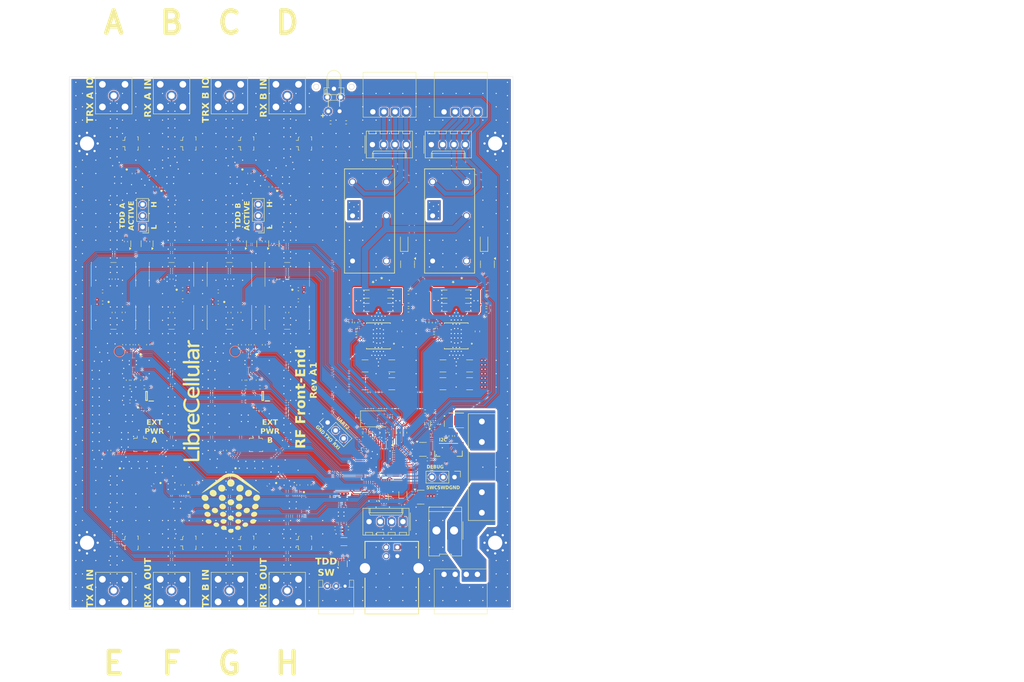
<source format=kicad_pcb>
(kicad_pcb (version 20240108) (generator "pcbnew") (generator_version "8.0")
  (layers (0 "F.Cu" signal) (1 "In1.Cu" signal) (2 "In2.Cu" signal) (31 "B.Cu" signal) (34 "B.Paste" user) (35 "F.Paste" user) (36 "B.SilkS" user "B.Silkscreen") (37 "F.SilkS" user "F.Silkscreen") (38 "B.Mask" user) (39 "F.Mask" user) (44 "Edge.Cuts" user))
  (net 0 "")
  (net 1 "Net-(IC201-FB)")
  (net 2 "Net-(IC202-FB)")
  (net 3 "Net-(IC301-PF0-OSC_IN)")
  (net 4 "Net-(C306-Pad2)")
  (net 5 "Net-(IC201-RT)")
  (net 6 "/24V_IN")
  (net 7 "Net-(IC201-VLDOIN)")
  (net 8 "Net-(IC201-CBOOT)")
  (net 12 "Net-(IC202-CBOOT)")
  (net 14 "Net-(IC202-VLDOIN)")
  (net 16 "Net-(IC202-RT)")
  (net 18 "/MCU/SWDIO")
  (net 19 "/External Power/PORT_1_5V")
  (net 20 "Net-(IC301-PF1-OSC_OUT)")
  (net 21 "/External Power/PORT_2_5V")
  (net 22 "/MCU/STM32_PC15")
  (net 23 "/MCU/SWCLK")
  (net 24 "/MCU/RESET")
  (net 25 "/MCU/STM32_PC14")
  (net 26 "+24V")
  (net 27 "GND")
  (net 28 "+12V")
  (net 29 "/MCU/STM32_PC13")
  (net 30 "/USB_DM")
  (net 31 "/MCU/USART2_TX")
  (net 32 "/MCU/STM32_PB9")
  (net 33 "/24V_SENSE")
  (net 34 "/5V_SENSE")
  (net 35 "/MCU/USART2_RX")
  (net 36 "/12V_SENSE")
  (net 37 "+5V")
  (net 38 "3V3_D")
  (net 39 "/External Power/PORT_1_EN")
  (net 40 "/External Power/PORT_2_EN")
  (net 41 "VUSB")
  (net 42 "Net-(IC601-FB{slash}SNS)")
  (net 43 "Net-(CON901-In)")
  (net 44 "/External Power/PORT_1_12V")
  (net 45 "/External Power/PORT_1_24V")
  (net 46 "Net-(CON1001-In)")
  (net 47 "/External Power/PORT_2_12V")
  (net 48 "/External Power/PORT_2_24V")
  (net 49 "5V_RF")
  (net 50 "Net-(IC901-RF)")
  (net 51 "Net-(CON502-In)")
  (net 52 "Net-(CON503-In)")
  (net 53 "Net-(CON504-In)")
  (net 54 "Net-(CON505-In)")
  (net 55 "Net-(CON506-In)")
  (net 56 "Net-(CON507-In)")
  (net 57 "Net-(CON508-In)")
  (net 58 "Net-(CON510-In)")
  (net 59 "Net-(CON511-In)")
  (net 60 "Net-(CON512-In)")
  (net 61 "Net-(CON513-In)")
  (net 62 "Net-(CON514-In)")
  (net 63 "Net-(CON515-In)")
  (net 64 "Net-(CON516-In)")
  (net 65 "Net-(IC901-VREF)")
  (net 66 "Net-(CON501-In)")
  (net 67 "Net-(CON509-In)")
  (net 68 "3V3_RF")
  (net 69 "Net-(IC601-NR)")
  (net 73 "/RF/Power Measurement A/SDR_RX")
  (net 75 "/RF/Power Measurement B/SDR_RX")
  (net 76 "Net-(IC701-VDD)")
  (net 79 "/RF/PA A/RF_IN")
  (net 82 "Net-(IC801-VDD)")
  (net 84 "/RF/LNA A/RF_OUT")
  (net 88 "Net-(D101-A)")
  (net 89 "Net-(IC901-EN)")
  (net 90 "Net-(IC901-CSQ)")
  (net 91 "Net-(D301-A)")
  (net 92 "/MCU/LED")
  (net 93 "/RF/PA A/RF_OUT")
  (net 94 "/RF/LNA A/RF_IN")
  (net 95 "/RF/LNA B/RF_IN")
  (net 96 "/RF/PA B/RF_OUT")
  (net 97 "/RF/SDR_CH_A_TX")
  (net 98 "/RF/SDR_CH_A_RX")
  (net 99 "/RF/CH_A_TRX")
  (net 100 "/RF/CH_A_RX")
  (net 103 "/RF/SDR_CH_B_RX")
  (net 104 "/RF/PA B/RF_IN")
  (net 105 "/RF/LNA B/RF_OUT")
  (net 112 "Net-(IC1101-RF_OUT)")
  (net 113 "Net-(IC1101-RF_IN)")
  (net 114 "Net-(IC1101-VDD)")
  (net 115 "Net-(IC1301-RF_IN)")
  (net 116 "Net-(IC1301-RF_OUT)")
  (net 117 "Net-(IC1301-VDD)")
  (net 119 "Net-(IC1201-RF_OUT)")
  (net 121 "Net-(IC1201-VDD)")
  (net 122 "Net-(IC1201-RF_IN)")
  (net 124 "Net-(IC1401-VDD)")
  (net 125 "Net-(IC1401-RF_IN)")
  (net 126 "Net-(IC1401-RF_OUT)")
  (net 127 "Net-(IC901-VOUT)")
  (net 128 "/RF/CH_B_TRX")
  (net 129 "/RF/CH_B_RX")
  (net 130 "Net-(IC903-RF2)")
  (net 131 "/RF/SDR_CH_B_TX")
  (net 137 "Net-(IC903-RFC)")
  (net 138 "Net-(IC1001-EN)")
  (net 139 "Net-(IC1001-VREF)")
  (net 140 "Net-(IC1001-CSQ)")
  (net 141 "Net-(IC1001-RF)")
  (net 142 "Net-(IC1001-VOUT)")
  (net 143 "Net-(IC1003-RFC)")
  (net 144 "Net-(IC1003-RF2)")
  (net 145 "Net-(IC1501-VCTL)")
  (net 146 "Net-(IC1601-VCTL)")
  (net 147 "/MCU/STM32_PA4_SPI2_MOSI")
  (net 148 "/MCU/STM32_PB5_SPI3_MOSI")
  (net 149 "TDD_A_CTRL_EXT")
  (net 150 "TDD_B_CTRL_EXT")
  (net 151 "Net-(C907-Pad1)")
  (net 152 "Net-(C1007-Pad1)")
  (net 153 "Net-(J1501-Pin_1)")
  (net 154 "Net-(J1501-Pin_2)")
  (net 155 "Net-(J1601-Pin_2)")
  (net 156 "Net-(J1601-Pin_1)")
  (net 157 "/MCU/STM32_PB6")
  (net 158 "/MCU/STM32_PB3_SPI3_SCK")
  (net 159 "Net-(IC904-J1)")
  (net 160 "Net-(IC1004-J1)")
  (net 161 "Net-(IC1501-RF1)")
  (net 162 "Net-(IC1601-RF1)")
  (net 163 "/MCU/STM32_USB_DP")
  (net 164 "/MCU/STM32_USB_DM")
  (net 165 "/24V_F")
  (net 166 "/MCU/STM32_PA5_SPI1_SCK")
  (net 167 "/MCU/STM32_PB4")
  (net 168 "/MCU/STM32_PA0_SPI2_SCK")
  (net 169 "/MCU/STM32_PA7_SPI1_MOSI")
  (net 170 "/MCU/STM32_PD1")
  (net 171 "/MCU/STM32_PA15")
  (net 172 "/MCU/STM32_PD2")
  (net 173 "/MCU/STM32_PD0")
  (net 174 "/MCU/STM32_PB13")
  (net 175 "/MCU/STM32_PA8")
  (net 176 "/MCU/STM32_PC7")
  (net 177 "/MCU/STM32_PB11")
  (net 178 "/MCU/STM32_PB15")
  (net 179 "/MCU/STM32_PB0")
  (net 180 "/MCU/STM32_PB14")
  (net 181 "/MCU/STM32_PB12")
  (net 182 "/MCU/SCL")
  (net 183 "/MCU/STM32_PD3")
  (net 184 "/MCU/STM32_PC6")
  (net 185 "/MCU/SDA")
  (net 186 "/MCU/STM32_PA6")
  (net 187 "/USB_DP")
  (net 188 "Net-(CON517-Pin_2)")
  (net 189 "Net-(CON517-Pin_1)")
  (footprint "Resistor_SMD:R_0402_1005Metric" (layer "F.Cu") (at 139.26 85.5)
    (property "Reference" "R105" (hide yes))
    (property "Value" "75K 0.1%")
  )
  (footprint "MountingHole:MountingHole_3.2mm_M3_Pad_Via" (layer "F.Cu") (at 158.75 49.25)
    (property "Reference" "H2" (hide yes))
    (property "Value" "MT")
  )
  (footprint "LC_RFE:QFN65P400X400X100-17N-D" (layer "F.Cu") (at 99.975 57.5 -90)
    (property "Reference" "IC1601" (hide yes))
    (property "Value" "RF-Switch_SKY13286-359LF" (hide yes))
  )
  (footprint "LC_RFE:QFN65P400X400X100-17N-D" (layer "F.Cu") (at 109.2 122.5 135)
    (property "Reference" "IC1005" (hide yes))
    (property "Value" "RF-Switch-SPDT_SKY13286-359LF" (hide yes))
  )
  (footprint "LC_RFE:Harwin_S03-15100300R+S0941-46R" (layer "F.Cu") (at 72.94 83.5 90)
    (property "Reference" "MECH1301" (hide yes))
    (property "Value" "~")
  )
  (footprint "LC_RFE:Molex_734120110" (layer "F.Cu") (at 77 49.25 -90)
    (property "Reference" "CON509" (hide yes))
    (property "Value" "uFL")
  )
  (footprint "Inductor_SMD:L_0402_1005Metric" (layer "F.Cu") (at 114.5 83.25 180)
    (property "Reference" "L1201" (hide yes))
    (property "Value" "FB")
  )
  (footprint "LC_RFE:QFN65P400X400X100-17N-D" (layer "F.Cu") (at 83.2 122.5 135)
    (property "Reference" "IC905" (hide yes))
    (property "Value" "RF-Switch-SPDT_SKY13286-359LF" (hide yes))
  )
  (footprint "Capacitor_SMD:C_1210_3225Metric" (layer "F.Cu") (at 135.5 103.25 180)
    (property "Reference" "C203" (hide yes))
    (property "Value" "10u")
  )
  (footprint "Resistor_SMD:R_0402_1005Metric" (layer "F.Cu") (at 145 89.5 90)
    (property "Reference" "R207" (hide yes))
    (property "Value" "10K")
  )
  (footprint "LC_RFE:QFN50P500X500X80-33N-D" (layer "F.Cu") (at 113.25 130.5 -90)
    (property "Reference" "IC801" (hide yes))
    (property "Value" "RF-Attenuator_F1956NBGI8" (hide yes))
  )
  (footprint "LC_RFE:0201-SQUARE" (layer "F.Cu") (at 112 48.95 90)
    (property "Reference" "R515" (hide yes))
    (property "Value" "0")
  )
  (footprint "Capacitor_SMD:C_0402_1005Metric" (layer "F.Cu") (at 102.175 102.45 90)
    (property "Reference" "C1007" (hide yes))
    (property "Value" "1n")
  )
  (footprint "LC_RFE:0201-SQUARE" (layer "F.Cu") (at 73 139.3 90)
    (property "Reference" "R501" (hide yes))
    (property "Value" "0")
  )
  (footprint "Resistor_SMD:R_0402_1005Metric" (layer "F.Cu") (at 125.25 44.5 180)
    (property "Reference" "R306" (hide yes))
    (property "Value" "10K")
  )
  (footprint "Capacitor_SMD:C_0402_1005Metric" (layer "F.Cu") (at 106.75 71.25 -90)
    (property "Reference" "C1604" (hide yes))
    (property "Value" "100n")
  )
  (footprint "LC_RFE:SOT65P210X110-3N" (layer "F.Cu") (at 80.375 106 180)
    (property "Reference" "IC902" (hide yes))
    (property "Value" "Power-VRef_ADR5040BKSZ-REEL7" (hide yes))
  )
  (footprint "LC_RFE:LibreCellular_Logo" (layer "F.Cu") (at 99.5 130 90)
    (property "Reference" "Ref**" (hide yes))
    (property "Value" "Val**" (hide yes))
  )
  (footprint "LC_RFE:Omron_P6B-26P+G6B-2214" (layer "F.Cu") (at 130.5 66.6749 180)
    (property "Reference" "K402" (hide yes))
    (property "Value" "Relay")
  )
  (footprint "Capacitor_SMD:C_0402_1005Metric" (layer "F.Cu") (at 79.375 102.45 -90)
    (property "Reference" "C905" (hide yes))
    (property "Value" "100n")
  )
  (footprint "Capacitor_SMD:C_0402_1005Metric" (layer "F.Cu") (at 135.3 111 90)
    (property "Reference" "C305" (hide yes))
    (property "Value" "18p")
  )
  (footprint "Capacitor_SMD:C_0402_1005Metric" (layer "F.Cu") (at 91 126.02 -90)
    (property "Reference" "C701" (hide yes))
    (property "Value" "4u7")
  )
  (footprint "Capacitor_SMD:C_0402_1005Metric" (layer "F.Cu") (at 77.5 56 -90)
    (property "Reference" "C1501" (hide yes))
    (property "Value" "100n")
  )
  (footprint "Resistor_SMD:R_0402_1005Metric" (layer "F.Cu") (at 122 128.5 90)
    (property "Reference" "R602" (hide yes))
    (property "Value" "10K")
  )
  (footprint "Capacitor_SMD:C_0402_1005Metric" (layer "F.Cu") (at 122.75 135.75 180)
    (property "Reference" "C604" (hide yes))
    (property "Value" "100n")
  )
  (footprint "Capacitor_SMD:C_0402_1005Metric" (layer "F.Cu") (at 99 79.8 90)
    (property "Reference" "C1404" (hide yes))
    (property "Value" "27p")
  )
  (footprint "Connector_PinHeader_2.54mm:PinHeader_1x03_P2.54mm_Vertical" (layer "F.Cu") (at 79.5 68.04 180)
    (property "Reference" "J1501" (hide yes))
    (property "Value" "Conn_01x03")
  )
  (footprint "Inductor_SMD:L_0402_1005Metric" (layer "F.Cu") (at 70.5 83.75)
    (property "Reference" "L1301" (hide yes))
    (property "Value" "FB")
  )
  (footprint "LC_RFE:SOT-666" (layer "F.Cu") (at 124.5 143.75 90)
    (property "Reference" "D501" (hide yes))
    (property "Value" "USBLC6-2P6")
  )
  (footprint "Capacitor_SMD:C_0402_1005Metric" (layer "F.Cu") (at 80.75 94.48 -90)
    (property "Reference" "C902" (hide yes))
    (property "Value" "4u7")
  )
  (footprint "Capacitor_SMD:C_0402_1005Metric" (layer "F.Cu") (at 125.5 129)
    (property "Reference" "C603" (hide yes))
    (property "Value" "4u7")
  )
  (footprint "Capacitor_SMD:C_0402_1005Metric" (layer "F.Cu") (at 73 79.75 90)
    (property "Reference" "C1304" (hide yes))
    (property "Value" "27p")
  )
  (footprint "Capacitor_SMD:C_0402_1005Metric" (layer "F.Cu") (at 75.25 87.23 -90)
    (property "Reference" "C1305" (hide yes))
    (property "Value" "100n")
  )
  (footprint "Inductor_SMD:L_0402_1005Metric" (layer "F.Cu") (at 125.75 137 180)
    (property "Reference" "L601" (hide yes))
    (property "Value" "FB")
  )
  (footprint "Resistor_SMD:R_0402_1005Metric" (layer "F.Cu") (at 127.5 89.5 90)
    (property "Reference" "R203" (hide yes))
    (property "Value" "10K")
  )
  (footprint "Inductor_SMD:L_0402_1005Metric" (layer "F.Cu") (at 79.5 94.48 -90)
    (property "Reference" "L901" (hide yes))
    (property "Value" "FB")
  )
  (footprint "LC_RFE:QFN65P400X400X100-17N-D" (layer "F.Cu") (at 73.975 57.5 -90)
    (property "Reference" "IC1501" (hide yes))
    (property "Value" "RF-Switch_SKY13286-359LF" (hide yes))
  )
  (footprint "LC_RFE:0201-SQUARE" (layer "F.Cu") (at 73 48.95 90)
    (property "Reference" "R509" (hide yes))
    (property "Value" "0")
  )
  (footprint "LC_RFE:Samtec_USBR-B-S-F-O-TH" (layer "F.Cu") (at 135.5 155 180)
    (property "Reference" "CON103" (hide yes))
    (property "Value" "USB_B")
  )
  (footprint "Connector_Molex:Molex_KK-254_AE-6410-04A_1x04_P2.54mm_Vertical" (layer "F.Cu") (at 138.01 134.25 180)
    (property "Reference" "CON104" (hide yes))
    (property "Value" "Conn_01x04")
  )
  (footprint "LC_RFE:0201-SQUARE" (layer "F.Cu") (at 86.3 139 180)
    (property "Reference" "R504" (hide yes))
    (property "Value" "0")
  )
  (footprint "Capacitor_SMD:C_0402_1005Metric" (layer "F.Cu") (at 98 118.25 90)
    (property "Reference" "C1010" (hide yes))
    (property "Value" "100n")
  )
  (footprint "Package_TO_SOT_SMD:SOT-353_SC-70-5" (layer "F.Cu") (at 78 71.79 90)
    (property "Reference" "IC1503" (hide yes))
    (property "Value" "SN74LVC1G04DCK")
  )
  (footprint "LC_RFE:Samtec_SMA-J-P-H-RA-TH1" (layer "F.Cu") (at 86 154.25 180)
    (property "Reference" "CON506" (hide yes))
    (property "Value" "SMA")
  )
  (footprint "Resistor_SMD:R_0402_1005Metric" (layer "F.Cu") (at 143.275 112.225 -90)
    (property "Reference" "R101" (hide yes))
    (property "Value" "R")
  )
  (footprint "Capacitor_SMD:C_1206_3216Metric" (layer "F.Cu") (at 135.25 86.1 180)
    (property "Reference" "C209" (hide yes))
    (property "Value" "22u")
  )
  (footprint "LC_RFE:B3QFN-20(5.0x5.5)-RDL0020A" (layer "F.Cu") (at 132.5 92.5 180)
    (property "Reference" "IC201" (hide yes))
    (property "Value" "Power-Buck_TPSM63604RDLR")
  )
  (footprint "Package_TO_SOT_SMD:TSOT-23-5" (layer "F.Cu") (at 139.05 76.395 -90)
    (property "Reference" "IC402" (hide yes))
    (property "Value" "RT9742CGJ5")
  )
  (footprint "Capacitor_SMD:C_1210_3225Metric" (layer "F.Cu") (at 129.5 99.25)
    (property "Reference" "C202" (hide yes))
    (property "Value" "10u")
  )
  (footprint "Capacitor_SMD:C_0402_1005Metric" (layer "F.Cu") (at 134.5 114.25 -90)
    (property "Reference" "C303" (hide yes))
    (property "Value" "100n")
  )
  (footprint "Capacitor_SMD:C_0402_1005Metric" (layer "F.Cu") (at 73 87.25 90)
    (property "Reference" "C1303" (hide yes))
    (property "Value" "100p")
  )
  (footprint "Resistor_SMD:R_0402_1005Metric" (layer "F.Cu") (at 76.685 104.05)
    (property "Reference" "R902" (hide yes))
    (property "Value" "68 0.1%")
  )
  (footprint "Connector_PinHeader_2.54mm:PinHeader_1x03_P2.54mm_Vertical" (layer "F.Cu") (at 105.5 68.025 180)
    (property "Reference" "J1601" (hide yes))
    (property "Value" "Conn_01x03")
  )
  (footprint "Capacitor_SMD:C_0402_1005Metric" (layer "F.Cu") (at 106.75 94.5 -90)
    (property "Reference" "C1002" (hide yes))
    (property "Value" "4u7")
  )
  (footprint "Package_TO_SOT_SMD:SOT-23-5" (layer "F.Cu") (at 142.5 118)
    (property "Reference" "IC303" (hide yes))
    (property "Value" "FT24C32A-ELR-T")
  )
  (footprint "LC_RFE:SON50P200X200X90-9N" (layer "F.Cu") (at 99.25 83.5 90)
    (property "Reference" "IC1401" (hide yes))
    (property "Value" "RF-LNA_TQL9063" (hide yes))
  )
  (footprint "LC_RFE:SON50P200X200X90-9N" (layer "F.Cu") (at 111.75 83.5 -90)
    (property "Reference" "IC1201" (hide yes))
    (property "Value" "RF-LNA_TQL9063" (hide yes))
  )
  (footprint "Capacitor_SMD:C_0402_1005Metric" (layer "F.Cu") (at 77.25 102.45 -90)
    (property "Reference" "C904" (hide yes))
    (property "Value" "100n")
  )
  (footprint "Capacitor_SMD:C_1210_3225Metric" (layer "F.Cu") (at 129.5 103.25)
    (property "Reference" "C201" (hide yes))
    (property "Value" "10u")
  )
  (footprint "Capacitor_SMD:C_0402_1005Metric" (layer "F.Cu") (at 84 79.75 90)
    (property "Reference" "C1105" (hide yes))
    (property "Value" "100n")
  )
  (footprint "LC_RFE:QFN50P200X200X65-13N-D" (layer "F.Cu") (at 73 121 180)
    (property "Reference" "IC904" (hide yes))
    (property "Value" "RF-Switch-SP3T_SKY13588-460LF" (hide yes))
  )
  (footprint "Capacitor_SMD:C_0402_1005Metric" (layer "F.Cu") (at 108.25 59 90)
    (property "Reference" "C1602" (hide yes))
    (property "Value" "100n")
  )
  (footprint "Capacitor_SMD:C_1206_3216Metric" (layer "F.Cu") (at 138 128.2 90)
    (property "Reference" "C307" (hide yes))
    (property "Value" "22u")
  )
  (footprint "Resistor_SMD:R_0402_1005Metric" (layer "F.Cu") (at 150 115 90)
    (property "Reference" "R304" (hide yes))
    (property "Value" "3.3K")
  )
  (footprint "Capacitor_SMD:C_0402_1005Metric" (layer "F.Cu") (at 82.25 59 90)
    (property "Reference" "C1502" (hide yes))
    (property "Value" "100n")
  )
  (footprint "LC_RFE:Samtec_SMA-J-P-H-RA-TH1" (layer "F.Cu") (at 112 34)
    (property "Reference" "CON504" (hide yes))
    (property "Value" "SMA")
  )
  (footprint "Resistor_SMD:R_0402_1005Metric" (layer "F.Cu") (at 156.75 82.75 180)
    (property "Reference" "R401" (hide yes))
    (property "Value" "10K")
  )
  (footprint "Capacitor_SMD:C_0402_1005Metric" (layer "F.Cu") (at 106 109.5 -90)
    (property "Reference" "C1012" (hide yes))
    (property "Value" "100n")
  )
  (footprint "Connector_Molex:Molex_KK-254_AE-6410-04A_1x04_P2.54mm_Vertical" (layer "F.Cu") (at 131.15 49.5)
    (property "Reference" "CON404" (hide yes))
    (property "Value" "Conn_01x04")
  )
  (footprint "LC_RFE:Molex_734120110" (layer "F.Cu") (at 103 49.25 -90)
    (property "Reference" "CON511" (hide yes))
    (property "Value" "uFL")
  )
  (footprint "LC_RFE:SON50P200X200X90-9N" (layer "F.Cu") (at 85.75 83.5 -90)
    (property "Reference" "IC1101" (hide yes))
    (property "Value" "RF-LNA_TQL9063" (hide yes))
  )
  (footprint "Capacitor_SMD:C_0402_1005Metric" (layer "F.Cu") (at 143.5 120.25 180)
    (property "Reference" "C309" (hide yes))
    (property "Value" "100n")
  )
  (footprint "Capacitor_SMD:C_0402_1005Metric" (layer "F.Cu") (at 70.5 82.5 180)
    (property "Reference" "C1302" (hide yes))
    (property "Value" "100n")
  )
  (footprint "Capacitor_SMD:C_1210_3225Metric" (layer "F.Cu") (at 147 103.25)
    (property "Reference" "C211" (hide yes))
    (property "Value" "10u")
  )
  (footprint "Resistor_SMD:R_0402_1005Metric" (layer "F.Cu") (at 105.875 104.05 180)
    (property "Reference" "R1001" (hide yes))
    (property "Value" "390")
  )
  (footprint "Capacitor_SMD:C_0402_1005Metric" (layer "F.Cu") (at 104.25 94.5 90)
    (property "Reference" "C1003" (hide yes))
    (property "Value" "100n")
  )
  (footprint "LC_RFE:0201-SQUARE" (layer "F.Cu") (at 99.3 49.25)
    (property "Reference" "R514" (hide yes))
    (property "Value" "0")
  )
  (footprint "LC_RFE:Fuseholder_2x_Littelfuse_100_series_5x20mm" (layer "F.Cu") (at 155.75 132.25 90)
    (property "Reference" "F101" (hide yes))
    (property "Value" "01000020Z")
  )
  (footprint "LC_RFE:Molex_734120110" (layer "F.Cu") (at 103 139 -90)
    (property "Reference" "CON515" (hide yes))
    (property "Value" "uFL")
  )
  (footprint "Package_TO_SOT_SMD:SOT-353_SC-70-5" (layer "F.Cu") (at 104 71.775 90)
    (property "Reference" "IC1603" (hide yes))
    (property "Value" "SN74LVC1G04DCK")
  )
  (footprint "Capacitor_SMD:C_0402_1005Metric" (layer "F.Cu") (at 75.75 71.29 -90)
    (property "Reference" "C1504" (hide yes))
    (property "Value" "100n")
  )
  (footprint "Capacitor_SMD:C_0402_1005Metric" (layer "F.Cu") (at 145.75 127.75)
    (property "Reference" "C308" (hide yes))
    (property "Value" "4u7")
  )
  (footprint "Connector_Molex:Molex_KK-396_5273-02A_1x02_P3.96mm_Vertical" (layer "F.Cu") (at 149.5 136.25 180)
    (property "Reference" "CON102" (hide yes))
    (property "Value" "Conn_01x02")
  )
  (footprint "Capacitor_SMD:C_0402_1005Metric" (layer "F.Cu") (at 81.75 126 135)
    (property "Reference" "C911" (hide yes))
    (property "Value" "100n")
  )
  (footprint "Capacitor_SMD:C_0402_1005Metric" (layer "F.Cu") (at 101.375 94.5 90)
    (property "Reference" "C1009" (hide yes))
    (property "Value" "10n")
  )
  (footprint "LC_RFE:Dorabo_DB2ERC-2.5-4P-GN" (layer "F.Cu") (at 135 33.2375)
    (property "Reference" "CON402" (hide yes))
    (property "Value" "Conn_01x04")
  )
  (footprint "LC_RFE:Samtec_SMA-J-P-H-RA-TH1" (layer "F.Cu") (at 99 154.25 180)
    (property "Reference" "CON507" (hide yes))
    (property "Value" "SMA")
  )
  (footprint "LC_RFE:0201-SQUARE" (layer "F.Cu") (at 86 139.3 90)
    (property "Reference" "R503" (hide yes))
    (property "Value" "0")
  )
  (footprint "LC_RFE:SOT-666" (layer "F.Cu") (at 133.75 128.75 90)
    (property "Reference" "D102" (hide yes))
    (property "Value" "USBLC6-2P6")
  )
  (footprint "Resistor_SMD:R_0402_1005Metric" (layer "F.Cu") (at 130.706 114.25 -90)
    (property "Reference" "R302" (hide yes))
    (property "Value" "390")
  )
  (footprint "Capacitor_SMD:C_0402_1005Metric" (layer "F.Cu") (at 88.5 84.5)
    (property "Reference" "C1102" (hide yes))
    (property "Value" "100n")
  )
  (footprint "Connector_PinHeader_2.54mm:PinHeader_1x03_P2.54mm_Vertical" (layer "F.Cu") (at 121.089555 111.964555 45)
    (property "Reference" "J302" (hide yes))
    (property "Value" "Conn_01x03")
  )
  (footprint "Capacitor_SMD:C_0402_1005Metric" (layer "F.Cu") (at 96.5 85)
    (property "Reference" "C1401" (hide yes))
    (property "Value" "4u7")
  )
  (footprint "Capacitor_SMD:C_1206_3216Metric" (layer "F.Cu") (at 147.25 86.1)
    (property "Reference" "C217" (hide yes))
    (property "Value" "22u")
  )
  (footprint "Capacitor_SMD:C_0603_1608Metric" (layer "F.Cu") (at 154.75 91.5 90)
    (property "Reference" "C215" (hide yes))
    (property "Value" "1u")
  )
  (footprint "LC_RFE:0201-SQUARE" (layer "F.Cu") (at 73.3 139 180)
    (property "Reference" "R502" (hide yes))
    (property "Value" "0")
  )
  (footprint "LC_RFE:0201-SQUARE" (layer "F.Cu") (at 73.3 49.25)
    (property "Reference" "R510" (hide yes))
    (property "Value" "0")
  )
  (footprint "Diode_SMD:D_SOD-323_HandSoldering" (layer "F.Cu") (at 156.25 71.5 90)
    (property "Reference" "D401" (hide yes))
    (property "Value" "D_Schottky")
  )
  (footprint "Capacitor_SMD:C_0402_1005Metric" (layer "F.Cu") (at 76.655 107.25)
    (property "Reference" "C908" (hide yes))
    (property "Value" "1.8p")
  )
  (footprint "Capacitor_SMD:C_0402_1005Metric" (layer "F.Cu") (at 114.5 82 180)
    (property "Reference" "C1201" (hide yes))
    (property "Value" "4u7")
  )
  (footprint "MountingHole:MountingHole_3.2mm_M3_Pad_Via" (layer "F.Cu") (at 67 139)
    (property "Reference" "H3" (hide yes))
    (property "Value" "MT")
  )
  (footprint "Capacitor_SMD:C_1206_3216Metric" (layer "F.Cu") (at 152.75 86.1 180)
    (property "Reference" "C219" (hide yes))
    (property "Value" "22u")
  )
  (footprint "Inductor_SMD:L_0402_1005Metric" (layer "F.Cu") (at 115.75 126 -90)
    (property "Reference" "L801" (hide yes))
    (property "Value" "FB")
  )
  (footprint "MountingHole:MountingHole_3.2mm_M3_Pad_Via" (layer "F.Cu") (at 67 49.25)
    (property "Reference" "H1" (hide yes))
    (property "Value" "MT")
  )
  (footprint "Resistor_SMD:R_0402_1005Metric" (layer "F.Cu") (at 138.5 114.25 -90)
    (property "Reference" "R206" (hide yes))
    (property "Value" "10K")
  )
  (footprint "Capacitor_SMD:C_0402_1005Metric" (layer "F.Cu") (at 101.25 87.23 -90)
    (property "Reference" "C1405" (hide yes))
    (property "Value" "100n")
  )
  (footprint "LC_RFE:B3QFN-20(5.0x5.5)-RDL0020A" (layer "F.Cu") (at 150 92.5 180)
    (property "Reference" "IC202" (hide yes))
    (property "Value" "Power-Buck_TPSM63604RDLR")
  )
  (footprint "Capacitor_SMD:C_0402_1005Metric" (layer "F.Cu") (at 88.5 82 180)
    (property "Reference" "C1101" (hide yes))
    (property "Value" "4u7")
  )
  (footprint "Capacitor_SMD:C_0402_1005Metric" (layer "F.Cu") (at 127.76 111 90)
    (property "Reference" "C306" (hide yes))
    (property "Value" "18p")
  )
  (footprint "Capacitor_SMD:C_0402_1005Metric" (layer "F.Cu") (at 112 79.75 -90)
    (property "Reference" "C1203" (hide yes))
    (property "Value" "100p")
  )
  (footprint "LC_RFE:0201-SQUARE" (layer "F.Cu") (at 99 139.3 90)
    (property "Reference" "R505" (hide yes))
    (property "Value" "0")
  )
  (footprint "Resistor_SMD:R_0402_1005Metric" (layer "F.Cu") (at 145.25 109.5 180)
    (property "Reference" "R103" (hide yes))
    (property "Value" "191K 0.1%")
  )
  (footprint "Resistor_SMD:R_0402_1005Metric" (layer "F.Cu") (at 143 109.5 180)
    (property "Reference" "R104" (hide yes))
    (property "Value" "26.1K 0.1%")
  )
  (footprint "Package_TO_SOT_SMD:SOT-23-5" (layer "F.Cu") (at 142 128.75)
    (property "Reference" "IC302" (hide yes))
    (property "Value" "TPS7A0533PDBV")
  )
  (footprint "LC_RFE:QFN50P500X500X80-33N-D" (layer "F.Cu") (at 87.25 130.5 -90)
    (property "Reference" "IC701" (hide yes))
    (property "Value" "RF-Attenuator_F1956NBGI8" (hide yes))
  )
  (footprint "LC_RFE:0201-SQUARE" (layer "F.Cu") (at 86 48.95 90)
    (property "Reference" "R511" (hide yes))
    (property "Value" "0")
  )
  (footprint "LC_RFE:0201-SQUARE" (layer "F.Cu") (at 99.3 139 180)
    (property "Reference" "R506" (hide yes))
    (property "Value" "0")
  )
  (footprint "LC_RFE:QFN65P400X400X100-17N-D" (layer "F.Cu") (at 102.5 111 -90)
    (property "Reference" "IC1003" (hide yes))
    (property "Value" "RF-Switch-SPDT_SKY13286-359LF" (hide yes))
  )
  (footprint "Capacitor_SMD:C_0402_1005Metric" (layer "F.Cu") (at 107.75 126 135)
    (property "Reference" "C1011" (hide yes))
    (property "Value" "100n")
  )
  (footprint "Resistor_SMD:R_0402_1005Metric" (layer "F.Cu") (at 127.5 92.5 180)
    (property "Reference" "R204" (hide yes))
    (property "Value" "6.98K 1%")
  )
  (footprint "Resistor_SMD:R_0402_1005Metric" (layer "F.Cu") (at 145 91.25)
    (property "Reference" "R205" (hide yes))
    (property "Value" "40.2K 0.1%")
  )
  (footprint "Package_TO_SOT_SMD:SOT-353_SC-70-5" (layer "F.Cu") (at 83 71.79 90)
    (property "Reference" "IC1504" (hide yes))
    (property "Value" "SN74LVC1G32DCK")
  )
  (footprint "Inductor_SMD:L_0402_1005Metric" (layer "F.Cu") (at 96.5 83.75)
    (property "Reference" "L1401" (hide yes))
    (property "Value" "FB")
  )
  (footprint "Package_TO_SOT_SMD:SOT-23" (layer "F.Cu") (at 145.75 112.225 90)
    (property "Reference" "D101" (hide yes))
    (property "Value" "BZX84C12LT1G")
  )
  (footprint "LC_RFE:Omron_P6B-26P+G6B-2214" (layer "F.Cu") (at 148.5 66.6749 180)
    (property "Reference" "K401" (hide yes))
    (property "Value" "Relay")
  )
  (footprint "Capacitor_SMD:C_0402_1005Metric" (layer "F.Cu") (at 80.75 71.29 -90)
    (property "Reference" "C1503" (hide yes))
    (property "Value" "100n")
  )
  (footprint "LC_RFE:Harwin_S03-15100300R+S0941-46R" (layer "F.Cu") (at 99 83.5 90)
    (property "Reference" "MECH1201" (hide yes))
    (property "Value" "~")
  )
  (footprint "Capacitor_SMD:C_0402_1005Metric" (layer "F.Cu") (at 103.5 56 -90)
    (property "Reference" "C1601" (hide yes))
    (property "Value" "100n")
  )
  (footprint "Inductor_SMD:L_0402_1005Metric" (layer "F.Cu") (at 102.175 105.65 90)
    (property "Reference" "L1002" (hide yes))
    (property "Value" "1.5nH")
  )
  (footprint "LC_RFE:DFN-8(3x3)" (layer "F.Cu") (at 124.1 132.6 180)
    (property "Reference" "IC601" (hide yes))
    (property "Value" "Power-LDO_NCP59800BMNADJTBG" (hide yes))
  )
  (footprint "Capacitor_SMD:C_0402_1005Metric" (layer "F.Cu") (at 99 87.25 90)
    (property "Reference" "C1403" (hide yes))
    (property "Value" "100p")
  )
  (footprint "Capacitor_SMD:C_0402_1005Metric" (layer "F.Cu") (at 132.75 113.75)
    (property "Reference" "C301" (hide yes))
    (property "Value" "4u7")
  )
  (footprint "LC_RFE:0201-SQUARE" (layer "F.Cu") (at 112 139.3 90)
    (property "Reference" "R507" (hide yes))
    (property "Value" "0")
  )
  (footprint "LC_RFE:QFN50P200X200X65-13N-D" (layer "F.Cu") (at 99 121 180)
    (property "Reference" "IC1004" (hide yes))
    (property "Value" "RF-Switch-SP3T_SKY13588-460LF" (hide yes))
  )
  (footprint "Capacitor_SMD:C_0402_1005Metric" (layer "F.Cu") (at 88.5 126.02 90)
    (property "Reference" "C702" (hide yes))
    (property "Value" "100n")
  )
  (footprint "Inductor_SMD:L_0402_1005Metric" (layer "F.Cu") (at 105.5 94.5 -90)
    (property "Reference" "L1001" (hide yes))
    (property "Value" "FB")
  )
  (footprint "LC_RFE:QFN65P400X400X100-17N-D" (layer "F.Cu") (at 76.5 111 -90)
    (property "Reference" "IC903" (hide yes))
    (property "Value" "RF-Switch-SPDT_SKY13286-359LF" (hide yes))
  )
  (footprint "LC_RFE:Molex_734120110" (layer "F.Cu") (at 79 117 180)
    (property "Reference" "CON901" (hide yes))
    (property "Value" "uFL")
  )
  (footprint "LC_RFE:0201-SQUARE" (layer "F.Cu") (at 99 48.95 90)
    (property "Reference" "R513" (hide yes))
    (property "Value" "0")
  )
  (footprint "Connector_Molex:Molex_KK-254_AE-6410-04A_1x04_P2.54mm_Vertical" (layer "F.Cu") (at 144.4 49.5)
    (property "Reference" "CON403" (hide yes))
    (property "Value" "Conn_01x04")
  )
  (footprint "LC_RFE:0201-SQUARE" (layer "F.Cu") (at 112.3 49.25)
    (property "Reference" "R516" (hide yes))
    (property "Value" "0")
  )
  (footprint "Capacitor_SMD:C_1206_3216Metric" (layer "F.Cu") (at 147.25 83.1)
    (property "Reference" "C218" (hide yes))
    (property "Value" "22u")
  )
  (footprint "LC_RFE:Dorabo_DB2ERC-2.5-4P-GN" (layer "F.Cu") (at 151 155 180)
    (property "Reference" "CON101" (hide yes))
    (property "Value" "Conn_01x04")
  )
  (footprint "Capacitor_SMD:C_1210_3225Metric" (layer "F.Cu") (at 135.5 99.25 180)
    (property "Reference" "C204" (hide yes))
    (property "Value" "10u")
  )
  (footprint "Capacitor_SMD:C_0402_1005Metric" (layer "F.Cu") (at 143.5 89.5 -90)
    (property "Reference" "C216" (hide yes))
    (property "Value" "8.2p")
  )
  (footprint "Package_QFP:LQFP-48_7x7mm_P0.5mm" (layer "F.Cu") (at 132.25 121.25 -90)
    (property "Reference" "IC301" (hide yes))
    (property "Value" "STM32G0B1CBTx")
  )
  (footprint "Resistor_SMD:R_0402_1005Metric" (layer "F.Cu") (at 145 92.5 180)
    (property "Reference" "R208" (hide yes))
    (property "Value" "12.1K")
  )
  (footprint "Capacitor_SMD:C_0402_1005Metric" (layer "F.Cu") (at 86 79.75 -90)
    (property "Reference" "C1103" (hide yes))
    (property "Value" "100p")
  )
  (footprint "Capacitor_SMD:C_0402_1005Metric" (layer "F.Cu") (at 103.25 102.45 -90)
    (property "Reference" "C1004" (hide yes))
    (property "Value" "100n")
  )
  (footprint "Capacitor_SMD:C_0402_1005Metric" (layer "F.Cu") (at 114.5 84.5)
    (property "Reference" "C1202" (hide yes))
    (property "Value" "100n")
  )
  (footprint "Capacitor_SMD:C_0402_1005Metric" (layer "F.Cu") (at 70.5 85)
    (property "Reference" "C1301" (hide yes))
    (property "Value" "4u7")
  )
  (footprint "Diode_SMD:D_SOD-323_HandSoldering" (layer "F.Cu") (at 138.3 71.5 90)
    (property "Reference" "D402" (hide yes))
    (property "Value" "D_Schottky")
  )
  (footprint "LC_RFE:Samtec_SMA-J-P-H-RA-TH1" (layer "F.Cu") (at 86 34)
    (property "Reference" "CON502" (hide yes))
    (property "Value" "SMA")
  )
  (footprint "LC_RFE:Samtec_SMA-J-P-H-RA-TH1" (layer "F.Cu") (at 73 154.25 180)
    (property "Reference" "CON505" (hide yes))
    (property "Value" "SMA")
  )
  (footprint "Resistor_SMD:R_0402_1005Metric" (layer "F.Cu") (at 123.25 128.5 -90)
    (property "Reference" "R601" (hide yes))
    (property "Value" "30K9")
  )
  (footprint "Resistor_SMD:R_0402_1005Metric" (layer "F.Cu") (at 148.75 115 90)
    (property "Reference" "R305" (hide yes))
    (property "Value" "3.3K")
  )
  (footprint "LC_RFE:Molex_734120110" (layer "F.Cu") (at 90 49.25 -90)
    (property "Reference" "CON510" (hide yes))
    (property "Value" "uFL")
  )
  (footprint "Resistor_SMD:R_0402_1005Metric" (layer "F.Cu") (at 102.685 104.05)
    (property "Reference" "R1002" (hide yes))
    (property "Value" "68 0.1%")
  )
  (footprint "LC_RFE:Molex_734120110" (layer "F.Cu") (at 90 139 -90)
    (property "Reference" "CON514" (hide yes))
    (property "Value" "uFL")
  )
  (footprint "Capacitor_SMD:C_0402_1005Metric" (layer "F.Cu") (at 101.75 71.275 -90)
    (property "Reference" "C1603" (hide yes))
    (property "Value" "100n")
  )
  (footprint "Capacitor_SMD:C_0402_1005Metric" (layer "F.Cu") (at 117 126 -90)
    (property "Reference" "C801" (hide yes))
    (property "Value" "4u7")
  )
  (footprint "Resistor_SMD:R_0402_1005Metric" (layer "F.Cu") (at 137 114.25 -90)
    (property "Reference" "R202" (hide yes))
    (property "Value" "10K")
  )
  (footprint "Resistor_SMD:R_0402_1005Metric" (layer "F.Cu") (at 139.25 86.75 180)
    (property "Reference" "R106" (hide yes))
    (property "Value" "26.1K 0.1%")
  )
  (footprint "Capacitor_SMD:C_0402_1005Metric" (layer "F.Cu") (at 75.375 94.48 90)
    (property "Reference" "C909" (hide yes))
    (property "Value" "10n")
  )
  (footprint "Capacitor_SMD:C_0402_1005Metric" (layer "F.Cu") (at 126.25 89.5 -90)
    (property "Reference" "C206" (hide yes))
    (property "Value" "C")
  )
  (footprint "Capacitor_SMD:C_1206_3216Metric" (layer "F.Cu") (at 135.25 83.1 180)
    (property "Reference" "C210" (hide yes))
    (property "Value" "22u")
  )
  (footprint "Capacitor_SMD:C_0402_1005Metric" (layer "F.Cu") (at 72 118.25 90)
    (property "Reference" "C910" (hide yes))
    (property "Value" "100n")
  )
  (footprint "LC_RFE:Molex_734120110" (layer "F.Cu") (at 77 139 -90)
    (property "Reference" "CON513" (hide yes))
    (property "Value" "uFL")
  )
  (footprint "Capacitor_SMD:C_0402_1005Metric" (layer "F.Cu") (at 132.75 114.875)
    (property "Reference" "C302" (hide yes))
    (property "Value" "100n")
  )
  (footprint "LC_RFE:Molex_734120110" (layer "F.Cu") (at 116 49.25 -90)
    (property "Reference" "CON512" (hide yes))
    (property "Value" "uFL")
  )
  (footprint "Capacitor_SMD:C_0402_1005Metric" (layer "F.Cu") (at 102.655 107.25)
    (property "Reference" "C1008" (hide yes))
    (property "Value" "1.8p")
  )
  (footprint "Capacitor_SMD:C_0402_1005Metric" (layer "F.Cu") (at 86 87.25 -90)
    (property "Reference" "C1104" (hide yes))
    (property "Value" "27p")
  )
  (footprint "Resistor_SMD:R_0402_1005Metric" (layer "F.Cu") (at 79.875 104.05 180)
    (property "Reference" "R901" (hide yes))
    (property "Value" "390")
  )
  (footprint "LC_RFE:QFN65P400X400X100-17N-D" (layer "F.Cu") (at 85.675 57.5 90)
    (property "Reference" "IC1502" (hide yes))
    (property "Value" "RF-Switch_SKY13286-359LF" (hide yes))
  )
  (footprint "Resistor_SMD:R_0402_1005Metric" (layer "F.Cu") (at 156.75 85.5)
    (property "Reference" "R107" (hide yes))
    (property "Value" "26.1K 0.1%")
  )
  (footprint "LC_RFE:0201-SQUARE" (layer "F.Cu") (at 86.3 49.25)
    (property "Reference" "R512" (hide yes))
    (property "Value" "0")
  )
  (footprint "LC_RFE:SON45P300X300X80-13N-D" (layer "F.Cu") (at 77.3 98.5 -90)
    (property "Reference" "IC901" (hide yes))
    (property "Value" "RF-PwrDet_LTC5587IDD#TRPBF" (hide yes))
  )
  (footprint "LC_RFE:QFN65P400X400X100-17N-D" (layer "F.Cu") (at 111.675 57.5 90)
    (property "Reference" "IC1602" (hide yes))
    (property "Value" "RF-Switch_SKY13286-359LF" (hide yes))
  )
  (footprint "Connector_PinHeader_2.54mm:PinHeader_1x03_P2.54mm_Vertical" (layer "F.Cu") (at 149.6 124.25 -90)
    (property "Reference" "J301" (hide yes))
    (property "Value" "Conn_01x03")
  )
  (footprint "Capacitor_SMD:C_0402_1005Metric" (layer "F.Cu") (at 76.175 102.45 90)
    (property "Reference" "C907" (hide yes))
    (property "Value" "1n")
  )
  (footprint "Capacitor_SMD:C_1206_3216Metric" (layer "F.Cu") (at 124.75 138.75 180)
    (property "Reference" "C601" (hide yes))
    (property "Value" "22u")
  )
  (footprint "Resistor_SMD:R_0402_1005Metric" (layer "F.Cu") (at 139.25 82.75 180)
    (property "Reference" "R402" (hide yes))
    (property "Value" "10K")
  )
  (footprint "Capacitor_SMD:C_0402_1005Metric" (layer "F.Cu") (at 77 94.48 90)
    (property "Reference" "C906" (hide yes))
    (property "Value" "1n")
  )
  (footprint "LC_RFE:Dorabo_DB2ERC-2.5-4P-GN" (layer "F.Cu") (at 151 33.25)
    (property "Reference" "CON401" (hide yes))
    (property "Value" "Conn_01x04")
  )
  (footprint "LC_RFE:Connector-2mm-1x3P_S3B-PH-K-S" (layer "F.Cu") (at 123 155)
    (property "Reference" "CON517" (hide yes))
    (property "Value" "S3B-PH-K-S")
  )
  (footprint "LC_RFE:PushButton-TCB73B-H048-L1" (layer "F.Cu") (at 122.5 34.75 180)
    (property "Reference" "SW301" (hide yes))
    (property "Value" "TCB73B-H048-L1")
  )
  (footprint "Capacitor_SMD:C_1210_3225Metric" (layer "F.Cu") (at 153 99.25 180)
    (property "Reference" "C214" (hide yes))
    (property "Value" "10u")
  )
  (footprint "LC_RFE:Harwin_S03-15100300R+S0941-46R" (layer "F.Cu") (at 86 83.5 90)
    (property "Reference" "MECH1101" (hide yes))
    (property "Value" "~")
  )
  (footprint "Capacitor_SMD:C_0402_1005Metric" (layer "F.Cu") (at 125.75 135.75)
    (property "Reference" "C602" (hide yes))
    (property "Value" "100n")
  )
  (footprint "LC_RFE:TSDSON-8(3.3x3.3)" (layer "F.Cu") (at 150 111.5 -90)
    (property "Reference" "Q101" (hide yes))
    (property "Value" "BSZ086P03NS3G" (hide yes))
  )
  (footprint "LC_RFE:BM04B-SRSS-TB" (layer "F.Cu") (at 148.25 118.1146 180)
    (property "Reference" "CON105" (hide yes))
    (property "Value" "BM04B-SRSS-TB")
  )
  (footprint "LC_RFE:Molex_734120110" (layer "F.Cu") (at 116 139 -90)
    (property "Reference" "CON516" (hide yes))
    (property "Value" "uFL")
  )
  (footprint "MountingHole:MountingHole_3.2mm_M3_Pad_Via" (layer "F.Cu") (at 158.75 139)
    (property "Reference" "H4" (hide yes))
    (property "Value" "MT")
  )
  (footprint "Capacitor_SMD:C_0402_1005Metric" (layer "F.Cu") (at 78.25 94.48 90)
    (property "Reference" "C903" (hide yes))
    (property "Value" "100n")
  )
  (footprint "LC_RFE:Samtec_SMA-J-P-H-RA-TH1" (layer "F.Cu") (at 73 34)
    (property "Reference" "CON501" (hide yes))
    (property "Value" "SMA")
  )
  (footprint "Capacitor_SMD:C_0402_1005Metric" (layer "F.Cu") (at 80 109.48 -90)
    (property "Reference" "C912" (hide yes))
    (property "Value" "100n")
  )
  (footprint "Capacitor_SMD:C_1206_3216Metric" (layer "F.Cu") (at 152.75 83.1 180)
    (property "Reference" "C220" (hide yes))
    (property "Value" "22u")
  )
  (footprint "Capacitor_SMD:C_0402_1005Metric" (layer "F.Cu") (at 96.5 82.5 180)
    (property "Reference" "C1402" (hide yes))
    (property "Value" "100n")
  )
  (footprint "Capacitor_SMD:C_0402_1005Metric" (layer "F.Cu") (at 112 87.25 -90)
    (property "Reference" "C1204" (hide yes))
    (property "Value" "27p")
  )
  (footprint "LC_RFE:SON50P200X200X90-9N" (layer "F.Cu") (at 73.25 83.5 90)
    (property "Reference" "IC1301" (hide yes))
    (property "Value" "RF-LNA_TQL9063" (hide yes))
  )
  (footprint "LC_RFE:0201-SQUARE" (layer "F.Cu") (at 112.3 139 180)
    (property "Reference" "R508" (hide yes))
    (property "Value" "0")
  )
  (footprint "Package_TO_SOT_SMD:TSOT-23-5" (layer "F.Cu") (at 157 76.4 -90)
    (property "Reference" "IC401" (hide yes))
    (property "Value" "RT9742CGJ5")
  )
  (footprint "LC_RFE:Harwin_S03-15100300R+S0941-46R" (layer "F.Cu") (at 112 83.5 90)
    (property "Reference" "MECH1401" (hide yes))
    (property "Value" "~")
  )
  (footprint "Resistor_SMD:R_0402_1005Metric" (layer "F.Cu") (at 144.275 114.9125 180)
    (property "Reference" "R102" (hide yes))
    (property "Value" "10K")
  )
  (footprint "Capacitor_SMD:C_0402_1005Metric" (layer "F.Cu") (at 110 79.73 90)
    (property "Reference" "C1205" (hide yes))
    (property "Value" "100n")
  )
  (footprint "Resistor_SMD:R_0402_1005Metric" (layer "F.Cu") (at 156.75 86.75 180)
    (property "Reference" "R108" (hide yes))
    (property "Value" "26.1K 0.1%")
  )
  (footprint "LC_RFE:Samtec_SMA-J-P-H-RA-TH1" (layer "F.Cu") (at 112 154.25 180)
    (property "Reference" "CON508" (hide yes))
    (property "Value" "SMA")
  )
  (footprint "LC_RFE:Samtec_SMA-J-P-H-RA-TH1" (layer "F.Cu") (at 99 34)
    (property "Reference" "CON503" (hide yes))
    (property "Value" "SMA")
  )
  (footprint "Capacitor_SMD:C_1210_3225Metric" (layer "F.Cu") (at 147 99.25)
    (property "Reference" "C212" (hide yes))
    (property "Value" "10u")
  )
  (footprint "LC_RFE:Molex_734120110" (layer "F.Cu") (at 105 117 180)
    (property "Reference" "CON1001" (hide yes))
    (property "Value" "uFL")
  )
  (footprint "Capacitor_SMD:C_0402_1005Metric" (layer "F.Cu") (at 105.375 102.45 -90)
    (property "Reference" "C1005" (hide yes))
    (property "Value" "100n")
  )
  (footprint "Inductor_SMD:L_0402_1005Metric" (layer "F.Cu") (at 76.175 105.65 90)
    (property "Reference" "L902" (hide yes))
    (property "Value" "1.5nH")
  )
  (footprint "Capacitor_SMD:C_0402_1005Metric" (layer "F.Cu") (at 103 94.5 90)
    (property "Reference" "C1006" (hide yes))
    (property "Value" "1n")
  )
  (footprint "Capacitor_SMD:C_1210_3225Metric" (layer "F.Cu") (at 153 103.25 180)
    (property "Reference" "C213" (hide yes))
    (property "Value" "10u")
  )
  (footprint "LED_THT:LED_D3.0mm_Horizontal_O3.81mm_Z6.0mm" (layer "F.Cu") (at 123.77 42 180)
    (property "Reference" "D301" (hide yes))
    (property "Value" "XSDG43MB")
  )
  (footprint "Capacitor_SMD:C_0603_1608Metric" (layer "F.Cu") (at 137.25 91.5 90)
    (property "Reference" "C205" (hide yes))
    (property "Value" "1u")
  )
  (footprint "LC_RFE:SON45P300X300X80-13N-D" (layer "F.Cu") (at 103.3 98.5 -90)
    (property "Reference" "IC1001" (hide yes))
    (property "Value" "RF-PwrDet_LTC5587IDD#TRPBF" (hide yes))
  )
  (footprint "LC_RFE:Crystal_SMD_5032-2Pin_5.0x3.2mm" (layer "F.Cu") (at 131.519 111.147)
    (property "Reference" "Y301" (hide yes))
    (property "Value" "8MHz")
  )
  (footprint "Resistor_SMD:R_0402_1005Metric" (layer "F.Cu") (at 121.75 44.5 180)
    (property "Reference" "R303" (hide yes))
    (property "Value" "2.2K")
  )
  (footprint "Capacitor_SMD:C_0402_1005Metric" (layer "F.Cu") (at 114.5 126.02 90)
    (property "Reference" "C802" (hide yes))
    (property "Value" "100n")
  )
  (footprint "Inductor_SMD:L_0402_1005Metric" (layer "F.Cu") (at 89.74 126.02 -90)
    (property "Reference" "L701" (hide yes))
    (property "Value" "FB")
  )
  (footprint "Package_TO_SOT_SMD:SOT-353_SC-70-5" (layer "F.Cu") (at 109 71.775 90)
    (property "Reference" "IC1604" (hide yes))
    (property "Value" "SN74LVC1G32DCK")
  )
  (footprint "Capacitor_SMD:C_1206_3216Metric" (layer "F.Cu") (at 129.75 86.1)
    (property "Reference" "C207" (hide yes))
    (property "Value" "22u")
  )
  (footprint "Resistor_SMD:R_0402_1005Metric" (layer "F.Cu") (at 128.969 113.747)
    (property "Reference" "R301" (hide yes))
    (property "Value" "10K")
  )
  (footprint "LC_RFE:SOT65P210X110-3N" (layer "F.Cu") (at 106.5 106 180)
    (property "Reference" "IC1002" (hide yes))
    (property "Value" "Power-VRef_ADR5040BKSZ-REEL7" (hide yes))
  )
  (footprint "Resistor_SMD:R_0402_1005Metric" (layer "F.Cu") (at 127.5 91.25)
    (property "Reference" "R201" (hide yes))
    (property "Value" "110K 0.1%")
  )
  (footprint "Capacitor_SMD:C_0402_1005Metric" (layer "F.Cu") (at 128.969 114.847 180)
    (property "Reference" "C304" (hide yes))
    (property "Value" "100n")
  )
  (footprint "Capacitor_SMD:C_1206_3216Metric" (layer "F.Cu") (at 129.75 83.1)
    (property "Reference" "C208" (hide yes))
    (property "Value" "22u")
  )
  (footprint "Inductor_SMD:L_0402_1005Metric" (layer "F.Cu") (at 88.5 83.25 180)
    (property "Reference" "L1101" (hide yes))
    (property "Value" "FB")
  )
  (footprint "TestPoint:TestPoint_Pad_D2.0mm" (layer "B.Cu") (at 74.3 96 180)
    (property "Reference" "TP901" (hide yes))
    (property "Value" "TestPoint")
  )
  (footprint "TestPoint:TestPoint_Pad_D2.0mm" (layer "B.Cu") (at 100.3 96 180)
    (property "Reference" "TP1001" (hide yes))
    (property "Value" "TestPoint")
  )
  (gr_poly (pts (xy 88.584493 117.700105) (xy 88.585384 117.687122) (xy 88.58687 117.674374) (xy 88.58895 117.66186) (xy 88.591624 117.649582) (xy 88.594893 117.637541) (xy 88.598756 117.625737) (xy 88.603213 117.614171) (xy 88.608264 117.602844) (xy 88.61391 117.591757) (xy 88.62015 117.580911) (xy 88.626984 117.570306) (xy 88.634412 117.559943) (xy 88.642435 117.549824) (xy 88.651052 117.539948) (xy 88.660263 117.530317) (xy 88.669895 117.521105) (xy 88.67977 117.512489) (xy 88.68989 117.504466) (xy 88.700252 117.497037) (xy 88.710857 117.490203) (xy 88.721704 117.483964) (xy 88.73279 117.478318) (xy 88.744117 117.473267) (xy 88.755683 117.46881) (xy 88.767487 117.464947) (xy 88.779528 117.461678) (xy 88.791806 117.459004) (xy 88.80432 117.456924) (xy 88.817068 117.455439) (xy 88.830051 117.454547) (xy 88.843267 117.45425) (xy 88.863386 117.45425) (xy 88.876602 117.454547) (xy 88.889585 117.455439) (xy 88.902334 117.456924) (xy 88.914847 117.459004) (xy 88.927125 117.461678) (xy 88.939167 117.464947) (xy 88.950971 117.46881) (xy 88.962536 117.473267) (xy 88.973863 117.478318) (xy 88.98495 117.483964) (xy 88.995796 117.490203) (xy 89.006401 117.497037) (xy 89.016763 117.504466) (xy 89.026883 117.512489) (xy 89.036759 117.521105) (xy 89.04639 117.530317) (xy 89.055601 117.539948) (xy 89.064218 117.549824) (xy 89.072241 117.559943) (xy 89.079669 117.570306) (xy 89.086504 117.580911) (xy 89.092744 117.591757) (xy 89.098389 117.602844) (xy 89.103441 117.614171) (xy 89.107898 117.625737) (xy 89.111761 117.637541) (xy 89.115029 117.649582) (xy 89.117703 117.66186) (xy 89.119783 117.674374) (xy 89.121269 117.687122) (xy 89.12216 117.700105) (xy 89.122458 117.713321) (xy 89.122458 117.743638) (xy 89.12216 117.756851) (xy 89.121269 117.769825) (xy 89.119783 117.782562) (xy 89.117703 117.79506) (xy 89.115029 117.807321) (xy 89.111761 117.819345) (xy 89.107898 117.831133) (xy 89.103441 117.842684) (xy 89.098389 117.854) (xy 89.092744 117.86508) (xy 89.086504 117.875925) (xy 89.079669 117.886536) (xy 89.072241 117.896912) (xy 89.064218 117.907055) (xy 89.055601 117.916964) (xy 89.04639 117.926641) (xy 89.036759 117.935852) (xy 89.026883 117.944469) (xy 89.016763 117.952492) (xy 89.006401 117.959921) (xy 88.995796 117.966755) (xy 88.98495 117.972995) (xy 88.973863 117.978641) (xy 88.962536 117.983692) (xy 88.950971 117.988149) (xy 88.939167 117.992012) (xy 88.927125 117.99528) (xy 88.914847 117.997955) (xy 88.902334 118.000035) (xy 88.889585 118.00152) (xy 88.876602 118.002412) (xy 88.863386 118.002709) (xy 88.843267 118.002709) (xy 88.830051 118.002412) (xy 88.817068 118.00152) (xy 88.80432 118.000035) (xy 88.791806 117.997955) (xy 88.779528 117.99528) (xy 88.767487 117.992012) (xy 88.755683 117.988149) (xy 88.744117 117.983692) (xy 88.73279 117.978641) (xy 88.721704 117.972995) (xy 88.710857 117.966755) (xy 88.700252 117.959921) (xy 88.68989 117.952492) (xy 88.67977 117.944469) (xy 88.669895 117.935852) (xy 88.660263 117.926641) (xy 88.651052 117.916964) (xy 88.642435 117.907055) (xy 88.634412 117.896912) (xy 88.626984 117.886536) (xy 88.62015 117.875925) (xy 88.61391 117.86508) (xy 88.608264 117.854) (xy 88.603213 117.842684) (xy 88.598756 117.831133) (xy 88.594893 117.819345) (xy 88.591624 117.807321) (xy 88.58895 117.79506) (xy 88.58687 117.782562) (xy 88.585384 117.769825) (xy 88.584493 117.756851) (xy 88.584196 117.743638) (xy 88.584196 117.713321)) (stroke (width 0.052916) (color 33 30 30 1)) (fill solid) (layer "F.SilkS"))
  (gr_poly (pts (xy 88.508111 116.685182) (xy 88.508886 116.672929) (xy 88.510178 116.660947) (xy 88.511987 116.649238) (xy 88.514312 116.637803) (xy 88.517154 116.62664) (xy 88.520513 116.615751) (xy 88.524389 116.605137) (xy 88.528781 116.594797) (xy 88.533691 116.584732) (xy 88.539117 116.574942) (xy 88.54506 116.565428) (xy 88.551519 116.55619) (xy 88.558495 116.547228) (xy 88.565988 116.538544) (xy 88.573998 116.530137) (xy 88.582357 116.52213) (xy 88.590999 116.514646) (xy 88.599925 116.507683) (xy 88.609134 116.501241) (xy 88.618625 116.49532) (xy 88.628399 116.489917) (xy 88.638455 116.485033) (xy 88.648791 116.480666) (xy 88.659409 116.476816) (xy 88.670308 116.473482) (xy 88.681486 116.470663) (xy 88.692944 116.468358) (xy 88.704682 116.466567) (xy 88.716699 116.465289) (xy 88.728994 116.464523) (xy 88.741568 116.464267) (xy 89.986212 116.464267) (xy 89.939454 116.417416) (xy 89.895714 116.369571) (xy 89.854989 116.320731) (xy 89.817282 116.270898) (xy 89.782591 116.220072) (xy 89.750916 116.168253) (xy 89.722258 116.115442) (xy 89.696617 116.061639) (xy 89.673993 116.006844) (xy 89.654385 115.951058) (xy 89.637793 115.894281) (xy 89.624218 115.836514) (xy 89.61366 115.777758) (xy 89.606119 115.718011) (xy 89.601594 115.657275) (xy 89.600085 115.595551) (xy 89.600712 115.556303) (xy 89.602591 115.517313) (xy 89.605723 115.478582) (xy 89.610106 115.440108) (xy 89.615741 115.401894) (xy 89.622628 115.363938) (xy 89.630765 115.32624) (xy 89.640152 115.2888) (xy 89.650789 115.251619) (xy 89.662676 115.214696) (xy 89.675812 115.178032) (xy 89.690196 115.141626) (xy 89.705829 115.105478) (xy 89.72271 115.069589) (xy 89.740838 115.033958) (xy 89.760213 114.998586) (xy 89.780787 114.963759) (xy 89.802511 114.929766) (xy 89.825384 114.896605) (xy 89.849407 114.864278) (xy 89.87458 114.832785) (xy 89.900903 114.802124) (xy 89.928375 114.772297) (xy 89.956997 114.743304) (xy 89.98677 114.715143) (xy 90.017691 114.687816) (xy 90.049763 114.661322) (xy 90.082985 114.635661) (xy 90.117356 114.610834) (xy 90.152877 114.58684) (xy 90.189548 114.563679) (xy 90.227369 114.541352) (xy 90.26622 114.520126) (xy 90.305879 114.500269) (xy 90.346346 114.481782) (xy 90.387622 114.464665) (xy 90.429706 114.448916) (xy 90.472601 114.434538) (xy 90.516305 114.421528) (xy 90.560819 114.409888) (xy 90.606144 114.399617) (xy 90.652281 114.390716) (xy 90.699228 114.383184) (xy 90.746988 114.377022) (xy 90.79556 114.372229) (xy 90.844944 114.368805) (xy 90.895142 114.366751) (xy 90.946153 114.366066) (xy 90.997213 114.366751) (xy 91.047453 114.368805) (xy 91.096874 114.372229) (xy 91.145478 114.377022) (xy 91.193264 114.383184) (xy 91.240234 114.390716) (xy 91.286389 114.399617) (xy 91.331728 114.409888) (xy 91.376254 114.421528) (xy 91.419967 114.434538) (xy 91.462867 114.448916) (xy 91.504956 114.464665) (xy 91.546235 114.481782) (xy 91.586703 114.500269) (xy 91.626362 114.520126) (xy 91.665213 114.541352) (xy 91.703034 114.563679) (xy 91.739705 114.58684) (xy 91.775226 114.610834) (xy 91.809598 114.635661) (xy 91.842819 114.661322) (xy 91.874891 114.687816) (xy 91.905813 114.715143) (xy 91.935585 114.743304) (xy 91.964207 114.772297) (xy 91.99168 114.802124) (xy 92.018002 114.832785) (xy 92.043175 114.864278) (xy 92.067198 114.896605) (xy 92.090072 114.929766) (xy 92.111795 114.963759) (xy 92.132369 114.998586) (xy 92.151744 115.033958) (xy 92.169872 115.069589) (xy 92.186753 115.105478) (xy 92.202386 115.141626) (xy 92.21677 115.178032) (xy 92.229906 115.214696) (xy 92.241793 115.251619) (xy 92.25243 115.2888) (xy 92.261818 115.32624) (xy 92.269955 115.363938) (xy 92.276841 115.401894) (xy 92.282476 115.440108) (xy 92.286859 115.478582) (xy 92.289991 115.517313) (xy 92.29187 115.556303) (xy 92.292497 115.595551) (xy 92.290989 115.657275) (xy 92.286464 115.718011) (xy 92.278922 115.777758) (xy 92.268364 115.836514) (xy 92.254789 115.894281) (xy 92.238198 115.951058) (xy 92.21859 116.006844) (xy 92.195965 116.061639) (xy 92.170324 116.115442) (xy 92.141666 116.168253) (xy 92.109991 116.220072) (xy 92.0753 116.270898) (xy 92.037593 116.320731) (xy 91.996868 116.369571) (xy 91.953128 116.417416) (xy 91.90637 116.464267) (xy 92.038386 116.464267) (xy 92.050359 116.464535) (xy 92.062092 116.465339) (xy 92.073586 116.466678) (xy 92.084839 116.468552) (xy 92.095852 116.470961) (xy 92.106623 116.473903) (xy 92.117154 116.47738) (xy 92.127442 116.481389) (xy 92.137488 116.485932) (xy 92.147292 116.491007) (xy 92.156852 116.496614) (xy 92.166169 116.502753) (xy 92.175242 116.509423) (xy 92.184071 116.516624) (xy 92.192655 116.524356) (xy 92.200995 116.532618) (xy 92.209004 116.541306) (xy 92.216498 116.550213) (xy 92.223474 116.559339) (xy 92.229934 116.568683) (xy 92.235876 116.578246) (xy 92.241303 116.588026) (xy 92.246212 116.598023) (xy 92.250604 116.608238) (xy 92.25448 116.618668) (xy 92.257839 116.629315) (xy 92.260681 116.640177) (xy 92.263007 116.651254) (xy 92.264815 116.662546) (xy 92.266107 116.674053) (xy 92.266882 116.685773) (xy 92.267141 116.697707) (xy 92.266882 116.70968) (xy 92.266107 116.721413) (xy 92.264815 116.732906) (xy 92.263007 116.744159) (xy 92.260681 116.755172) (xy 92.257839 116.765944) (xy 92.25448 116.776474) (xy 92.250604 116.786762) (xy 92.246212 116.796809) (xy 92.241303 116.806612) (xy 92.235876 116.816173) (xy 92.229934 116.82549) (xy 92.223474 116.834563) (xy 92.216498 116.843392) (xy 92.209004 116.851976) (xy 92.200995 116.860315) (xy 92.192655 116.868325) (xy 92.184071 116.875818) (xy 92.175242 116.882794) (xy 92.166169 116.889254) (xy 92.156852 116.895197) (xy 92.147292 116.900622) (xy 92.137488 116.905532) (xy 92.127442 116.909924) (xy 92.117154 116.9138) (xy 92.106623 116.917159) (xy 92.095852 116.920001) (xy 92.084839 116.922327) (xy 92.073586 116.924135) (xy 92.062092 116.925427) (xy 92.050359 116.926202) (xy 92.038386 116.926461) (xy 90.412853 116.926461) (xy 90.412853 116.464267) (xy 91.479729 116.464267) (xy 91.501059 116.444388) (xy 91.521847 116.424129) (xy 91.542094 116.40349) (xy 91.5618 116.382472) (xy 91.580968 116.361077) (xy 91.599596 116.339304) (xy 91.617687 116.317155) (xy 91.635241 116.294631) (xy 91.652259 116.271732) (xy 91.668742 116.248459) (xy 91.68469 116.224813) (xy 91.700104 116.200795) (xy 91.714985 116.176406) (xy 91.729334 116.151646) (xy 91.743152 116.126516) (xy 91.75644 116.101017) (xy 91.769055 116.075175) (xy 91.780857 116.049119) (xy 91.791845 116.022849) (xy 91.802018 115.996363) (xy 91.811378 115.969661) (xy 91.819924 115.942741) (xy 91.827657 115.915603) (xy 91.834575 115.888247) (xy 91.840679 115.860671) (xy 91.845969 115.832874) (xy 91.850446 115.804857) (xy 91.854109 115.776617) (xy 91.856957 115.748154) (xy 91.858992 115.719468) (xy 91.860213 115.690558) (xy 91.86062 115.661422) (xy 91.859686 115.615023) (xy 91.856887 115.569773) (xy 91.852221 115.525674) (xy 91.84569 115.482724) (xy 91.837293 115.440925) (xy 91.827032 115.400275) (xy 91.814906 115.360775) (xy 91.800916 115.322424) (xy 91.785063 115.285224) (xy 91.767346 115.249173) (xy 91.747767 115.214272) (xy 91.726325 115.180521) (xy 91.703022 115.14792) (xy 91.677857 115.116469) (xy 91.65083 115.086167) (xy 91.621943 115.057015) (xy 91.591302 115.029332) (xy 91.559117 115.003438) (xy 91.525387 114.979333) (xy 91.490112 114.957016) (xy 91.453292 114.936487) (xy 91.414926 114.917745) (xy 91.375013 114.900789) (xy 91.333554 114.885621) (xy 91.290548 114.872238) (xy 91.245995 114.860641) (xy 91.199893 114.85083) (xy 91.152243 114.842803) (xy 91.103045 114.83656) (xy 91.052297 114.832102) (xy 91 114.829427) (xy 90.946153 114.828536) (xy 90.892355 114.829427) (xy 90.8401 114.832102) (xy 90.78939 114.83656) (xy 90.740223 114.842803) (xy 90.6926 114.85083) (xy 90.64652 114.860641) (xy 90.601985 114.872238) (xy 90.558993 114.885621) (xy 90.517546 114.900789) (xy 90.477642 114.917745) (xy 90.439282 114.936487) (xy 90.402466 114.957016) (xy 90.367193 114.979333) (xy 90.333465 115.003438) (xy 90.30128 115.029332) (xy 90.270639 115.057015) (xy 90.241752 115.086167) (xy 90.214726 115.116469) (xy 90.189561 115.14792) (xy 90.166257 115.180521) (xy 90.144815 115.214272) (xy 90.125236 115.249173) (xy 90.10752 115.285224) (xy 90.091666 115.322424) (xy 90.077677 115.360775) (xy 90.065551 115.400275) (xy 90.055289 115.440925) (xy 90.046893 115.482724) (xy 90.040361 115.525674) (xy 90.035696 115.569773) (xy 90.032896 115.615023) (xy 90.031963 115.661422) (xy 90.03237 115.690558) (xy 90.03359 115.719468) (xy 90.035625 115.748154) (xy 90.038474 115.776617) (xy 90.042136 115.804857) (xy 90.046613 115.832874) (xy 90.051903 115.860671) (xy 90.058008 115.888247) (xy 90.064926 115.915603) (xy 90.072658 115.942741) (xy 90.081204 115.969661) (xy 90.090564 115.996363) (xy 90.100738 116.022849) (xy 90.111725 116.049119) (xy 90.123527 116.075175) (xy 90.136142 116.101017) (xy 90.149387 116.126516) (xy 90.16318 116.151646) (xy 90.177518 116.176406) (xy 90.192401 116.200795) (xy 90.207826 116.224813) (xy 90.223792 116.248459) (xy 90.240298 116.271732) (xy 90.257341 116.294631) (xy 90.27492 116.317155) (xy 90.293034 116.339304) (xy 90.311681 116.361077) (xy 90.330859 116.382472) (xy 90.350567 116.40349) (xy 90.370803 116.424129) (xy 90.391565 116.444388) (xy 90.412853 116.464267) (xy 90.412853 116.926461) (xy 88.741568 116.926461) (xy 88.729634 116.926202) (xy 88.717913 116.925427) (xy 88.706407 116.924135) (xy 88.695115 116.922327) (xy 88.684038 116.920001) (xy 88.673176 116.917159) (xy 88.662529 116.9138) (xy 88.652099 116.909924) (xy 88.641884 116.905532) (xy 88.631887 116.900622) (xy 88.622107 116.895197) (xy 88.612545 116.889254) (xy 88.6032 116.882794) (xy 88.594074 116.875818) (xy 88.585167 116.868325) (xy 88.576479 116.860315) (xy 88.568168 116.851976) (xy 88.560394 116.843392) (xy 88.553156 116.834563) (xy 88.546455 116.82549) (xy 88.540289 116.816173) (xy 88.53466 116.806612) (xy 88.529566 116.796809) (xy 88.525009 116.786762) (xy 88.520988 116.776474) (xy 88.517503 116.765944) (xy 88.514554 116.755172) (xy 88.512142 116.744159) (xy 88.510265 116.732906) (xy 88.508925 116.721413) (xy 88.508121 116.70968) (xy 88.507853 116.697707)) (stroke (width 0.052916) (color 33 30 30 1)) (fill solid) (layer "F.SilkS"))
  (gr_poly (pts (xy 89.600344 93.667602) (xy 89.601119 93.655939) (xy 89.602411 93.644531) (xy 89.60422 93.633376) (xy 89.606545 93.622477) (xy 89.609387 93.611834) (xy 89.612746 93.601448) (xy 89.616622 93.59132) (xy 89.621014 93.58145) (xy 89.625924 93.571839) (xy 89.63135 93.562489) (xy 89.637293 93.553399) (xy 89.643752 93.544571) (xy 89.650729 93.536006) (xy 89.658222 93.527704) (xy 89.666232 93.519666) (xy 89.674616 93.511955) (xy 89.683234 93.504742) (xy 89.692084 93.498027) (xy 89.701169 93.491809) (xy 89.710488 93.486088) (xy 89.720041 93.480865) (xy 89.72983 93.476139) (xy 89.739853 93.471911) (xy 89.750113 93.468181) (xy 89.760608 93.464947) (xy 89.77134 93.462212) (xy 89.78231 93.459973) (xy 89.793516 93.458232) (xy 89.80496 93.456989) (xy 89.816643 93.456243) (xy 89.828564 93.455994) (xy 89.840514 93.456256) (xy 89.852181 93.457039) (xy 89.863566 93.458343) (xy 89.874668 93.460167) (xy 89.88549 93.46251) (xy 89.896031 93.465369) (xy 89.906293 93.468745) (xy 89.916276 93.472635) (xy 89.925982 93.477039) (xy 89.935411 93.481955) (xy 89.944563 93.487382) (xy 89.95344 93.493319) (xy 89.962043 93.499765) (xy 89.970372 93.506718) (xy 89.978428 93.514177) (xy 89.986212 93.522141) (xy 89.993572 93.530545) (xy 90.000461 93.539221) (xy 90.006877 93.548171) (xy 90.012821 93.557394) (xy 90.018291 93.566891) (xy 90.023288 93.576664) (xy 90.027811 93.586713) (xy 90.031859 93.597039) (xy 90.035433 93.607643) (xy 90.038532 93.618525) (xy 90.041154 93.629686) (xy 90.043301 93.641128) (xy 90.044972 93.65285) (xy 90.046166 93.664854) (xy 90.046882 93.67714) (xy 90.047121 93.68971) (xy 90.047121 93.715067) (xy 90.047589 93.745397) (xy 90.048993 93.775411) (xy 90.051332 93.805108) (xy 90.054606 93.834486) (xy 90.058812 93.863547) (xy 90.063951 93.892289) (xy 90.070023 93.920712) (xy 90.077025 93.948816) (xy 90.084957 93.9766) (xy 90.093818 94.004063) (xy 90.103608 94.031206) (xy 90.114326 94.058028) (xy 90.125971 94.084529) (xy 90.138542 94.110708) (xy 90.152038 94.136564) (xy 90.166459 94.162098) (xy 90.181739 94.187264) (xy 90.197711 94.211913) (xy 90.214375 94.236045) (xy 90.231731 94.259658) (xy 90.24978 94.282754) (xy 90.268522 94.30533) (xy 90.287957 94.327388) (xy 90.308087 94.348925) (xy 90.328911 94.369943) (xy 90.35043 94.390441) (xy 90.372644 94.410418) (xy 90.395554 94.429874) (xy 90.419159 94.448808) (xy 90.443462 94.467221) (xy 90.468461 94.485111) (xy 90.494157 94.502478) (xy 92.038386 94.502478) (xy 92.050359 94.502747) (xy 92.062092 94.503551) (xy 92.073586 94.504891) (xy 92.084839 94.506767) (xy 92.095852 94.50918) (xy 92.106623 94.512128) (xy 92.117154 94.515613) (xy 92.127442 94.519634) (xy 92.137488 94.52419) (xy 92.147292 94.529283) (xy 92.156852 94.534913) (xy 92.166169 94.541078) (xy 92.175242 94.547779) (xy 92.184071 94.555017) (xy 92.192655 94.56279) (xy 92.200995 94.5711) (xy 92.209004 94.579789) (xy 92.216498 94.588697) (xy 92.223474 94.597823) (xy 92.229934 94.607168) (xy 92.235876 94.616731) (xy 92.241303 94.626511) (xy 92.246212 94.636508) (xy 92.250604 94.646722) (xy 92.25448 94.657153) (xy 92.257839 94.667799) (xy 92.260681 94.678661) (xy 92.263007 94.689738) (xy 92.264815 94.70103) (xy 92.266107 94.712537) (xy 92.266882 94.724257) (xy 92.267141 94.736191) (xy 92.267141 94.736197) (xy 92.266882 94.748169) (xy 92.266107 94.759902) (xy 92.264815 94.771395) (xy 92.263007 94.782648) (xy 92.260681 94.793661) (xy 92.257839 94.804433) (xy 92.25448 94.814963) (xy 92.250604 94.825251) (xy 92.246212 94.835298) (xy 92.241303 94.845101) (xy 92.235876 94.854662) (xy 92.229934 94.863979) (xy 92.223474 94.873051) (xy 92.216498 94.88188) (xy 92.209004 94.890463) (xy 92.200995 94.898801) (xy 92.192655 94.906808) (xy 92.184071 94.914292) (xy 92.175242 94.921255) (xy 92.166169 94.927697) (xy 92.156852 94.933619) (xy 92.147292 94.939021) (xy 92.137488 94.943906) (xy 92.127442 94.948272) (xy 92.117154 94.952122) (xy 92.106623 94.955456) (xy 92.095852 94.958275) (xy 92.084839 94.960579) (xy 92.073586 94.96237) (xy 92.062092 94.963649) (xy 92.050359 94.964415) (xy 92.038386 94.96467) (xy 89.859157 94.96467) (xy 89.847223 94.964415) (xy 89.835502 94.963649) (xy 89.823996 94.96237) (xy 89.812704 94.960579) (xy 89.801627 94.958275) (xy 89.790765 94.955456) (xy 89.780118 94.952122) (xy 89.769688 94.948272) (xy 89.759474 94.943906) (xy 89.749476 94.939021) (xy 89.739696 94.933619) (xy 89.730134 94.927697) (xy 89.720789 94.921255) (xy 89.711663 94.914292) (xy 89.702756 94.906808) (xy 89.694068 94.898801) (xy 89.685758 94.890463) (xy 89.677984 94.881879) (xy 89.670746 94.87305) (xy 89.664044 94.863977) (xy 89.657878 94.85466) (xy 89.652249 94.8451) (xy 89.647155 94.835297) (xy 89.642598 94.82525) (xy 89.638577 94.814962) (xy 89.635092 94.804432) (xy 89.632143 94.79366) (xy 89.629731 94.782648) (xy 89.627854 94.771395) (xy 89.626514 94.759902) (xy 89.625709 94.748169) (xy 89.625441 94.736197) (xy 89.625709 94.724263) (xy 89.626514 94.712542) (xy 89.627854 94.701035) (xy 89.629731 94.689742) (xy 89.632143 94.678665) (xy 89.635092 94.667803) (xy 89.638577 94.657156) (xy 89.642598 94.646726) (xy 89.647155 94.636511) (xy 89.652249 94.626514) (xy 89.657878 94.616734) (xy 89.664044 94.607171) (xy 89.670746 94.597826) (xy 89.677984 94.5887) (xy 89.685758 94.579792) (xy 89.694068 94.571103) (xy 89.702756 94.562794) (xy 89.711663 94.555021) (xy 89.720789 94.547783) (xy 89.730134 94.541082) (xy 89.739696 94.534917) (xy 89.749476 94.529288) (xy 89.759474 94.524195) (xy 89.769688 94.519638) (xy 89.780118 94.515617) (xy 89.790765 94.512132) (xy 89.801627 94.509183) (xy 89.812704 94.506771) (xy 89.823996 94.504894) (xy 89.835502 94.503554) (xy 89.847223 94.50275) (xy 89.859157 94.502482) (xy 90.077713 94.502482) (xy 90.019891 94.457704) (xy 89.965796 94.412255) (xy 89.915429 94.366132) (xy 89.86879 94.319337) (xy 89.82588 94.271868) (xy 89.786699 94.223725) (xy 89.751248 94.174909) (xy 89.719527 94.125417) (xy 89.691536 94.07525) (xy 89.667276 94.024408) (xy 89.646747 93.97289) (xy 89.62995 93.920696) (xy 89.616885 93.867825) (xy 89.607552 93.814277) (xy 89.601952 93.760052) (xy 89.600085 93.705149) (xy 89.600085 93.679517)) (stroke (width 0.052916) (color 33 30 30 1)) (fill solid) (layer "F.SilkS"))
  (gr_poly (pts (xy 88.508111 98.38837) (xy 88.508886 98.376074) (xy 88.510178 98.364057) (xy 88.511987 98.35232) (xy 88.514312 98.340861) (xy 88.517154 98.329682) (xy 88.520513 98.318784) (xy 88.524389 98.308166) (xy 88.528781 98.297829) (xy 88.533691 98.287774) (xy 88.539117 98.278001) (xy 88.54506 98.268509) (xy 88.551519 98.259301) (xy 88.558495 98.250375) (xy 88.565988 98.241733) (xy 88.573998 98.233374) (xy 88.582357 98.225365) (xy 88.590999 98.217871) (xy 88.599925 98.210895) (xy 88.609134 98.204435) (xy 88.618625 98.198492) (xy 88.628399 98.193066) (xy 88.638455 98.188157) (xy 88.648791 98.183764) (xy 88.659409 98.179889) (xy 88.670308 98.17653) (xy 88.681486 98.173687) (xy 88.692944 98.171362) (xy 88.704682 98.169553) (xy 88.716699 98.168261) (xy 88.728994 98.167486) (xy 88.741568 98.167228) (xy 92.038386 98.167228) (xy 92.050359 98.167496) (xy 92.062092 98.1683) (xy 92.073586 98.16964) (xy 92.084839 98.171517) (xy 92.095852 98.17393) (xy 92.106623 98.176878) (xy 92.117154 98.180363) (xy 92.127442 98.184385) (xy 92.137488 98.188942) (xy 92.147292 98.194035) (xy 92.156852 98.199665) (xy 92.166169 98.205831) (xy 92.175242 98.212533) (xy 92.184071 98.219771) (xy 92.192655 98.227545) (xy 92.200995 98.235856) (xy 92.209004 98.244543) (xy 92.216498 98.25345) (xy 92.223474 98.262576) (xy 92.229934 98.27192) (xy 92.235876 98.281482) (xy 92.241303 98.291262) (xy 92.246212 98.30126) (xy 92.250604 98.311474) (xy 92.25448 98.321904) (xy 92.257839 98.33255) (xy 92.260681 98.343413) (xy 92.263007 98.35449) (xy 92.264815 98.365782) (xy 92.266107 98.377289) (xy 92.266882 98.389009) (xy 92.267141 98.400943) (xy 92.266882 98.412867) (xy 92.266107 98.424559) (xy 92.264815 98.436017) (xy 92.263007 98.447241) (xy 92.260681 98.458231) (xy 92.257839 98.468986) (xy 92.25448 98.479507) (xy 92.250604 98.489792) (xy 92.246212 98.499841) (xy 92.241303 98.509655) (xy 92.235876 98.519231) (xy 92.229934 98.528571) (xy 92.223474 98.537673) (xy 92.216498 98.546537) (xy 92.209004 98.555163) (xy 92.200995 98.56355) (xy 92.192655 98.571557) (xy 92.184071 98.579042) (xy 92.175242 98.586005) (xy 92.166169 98.592447) (xy 92.156852 98.598369) (xy 92.147292 98.603772) (xy 92.137488 98.608656) (xy 92.127442 98.613023) (xy 92.117154 98.616873) (xy 92.106623 98.620207) (xy 92.095852 98.623027) (xy 92.084839 98.625331) (xy 92.073586 98.627122) (xy 92.062092 98.628401) (xy 92.050359 98.629167) (xy 92.038386 98.629422) (xy 88.741568 98.629422) (xy 88.729634 98.629167) (xy 88.717913 98.628401) (xy 88.706407 98.627122) (xy 88.695115 98.625331) (xy 88.684038 98.623027) (xy 88.673176 98.620207) (xy 88.662529 98.616873) (xy 88.652099 98.613023) (xy 88.641884 98.608656) (xy 88.631887 98.603772) (xy 88.622107 98.598369) (xy 88.612545 98.592447) (xy 88.6032 98.586005) (xy 88.594074 98.579042) (xy 88.585167 98.571557) (xy 88.576479 98.56355) (xy 88.568168 98.555163) (xy 88.560394 98.546537) (xy 88.553156 98.537673) (xy 88.546455 98.528571) (xy 88.540289 98.519231) (xy 88.53466 98.509655) (xy 88.529566 98.499841) (xy 88.525009 98.489792) (xy 88.520988 98.479507) (xy 88.517503 98.468986) (xy 88.514554 98.458231) (xy 88.512142 98.447241) (xy 88.510265 98.436017) (xy 88.508925 98.424559) (xy 88.508121 98.412867) (xy 88.507853 98.400943)) (stroke (width 0.052916) (color 33 30 30 1)) (fill solid) (layer "F.SilkS"))
  (gr_poly (pts (xy 89.600641 96.540474) (xy 89.602308 96.49794) (xy 89.605085 96.456263) (xy 89.608974 96.415444) (xy 89.613974 96.37548) (xy 89.620084 96.336371) (xy 89.627306 96.298117) (xy 89.635639 96.260716) (xy 89.645083 96.224167) (xy 89.655638 96.188471) (xy 89.667304 96.153625) (xy 89.680081 96.11963) (xy 89.693969 96.086483) (xy 89.708968 96.054186) (xy 89.725078 96.022736) (xy 89.742299 95.992133) (xy 89.760405 95.962452) (xy 89.779169 95.933765) (xy 89.79859 95.906072) (xy 89.818668 95.879373) (xy 89.839402 95.853666) (xy 89.86079 95.828952) (xy 89.882832 95.805231) (xy 89.905528 95.782501) (xy 89.928876 95.760763) (xy 89.952875 95.740016) (xy 89.977526 95.72026) (xy 90.002826 95.701494) (xy 90.028775 95.683718) (xy 90.055373 95.666933) (xy 90.082619 95.651136) (xy 90.110511 95.636329) (xy 90.138927 95.622511) (xy 90.167639 95.609584) (xy 90.196649 95.597549) (xy 90.225956 95.586406) (xy 90.25556 95.576155) (xy 90.285461 95.566795) (xy 90.31566 95.558327) (xy 90.346155 95.55075) (xy 90.376948 95.544064) (xy 90.408038 95.53827) (xy 90.439425 95.533368) (xy 90.471109 95.529357) (xy 90.50309 95.526237) (xy 90.535369 95.524009) (xy 90.567944 95.522672) (xy 90.600817 95.522226) (xy 92.038386 95.522226) (xy 92.050359 95.522494) (xy 92.062092 95.523299) (xy 92.073586 95.524639) (xy 92.084839 95.526516) (xy 92.095852 95.528928) (xy 92.106623 95.531877) (xy 92.117154 95.535362) (xy 92.127442 95.539383) (xy 92.137488 95.54394) (xy 92.147292 95.549033) (xy 92.156852 95.554662) (xy 92.166169 95.560827) (xy 92.175242 95.567528) (xy 92.184071 95.574766) (xy 92.192655 95.582539) (xy 92.200995 95.590848) (xy 92.209004 95.599489) (xy 92.216498 95.608354) (xy 92.223474 95.617445) (xy 92.229934 95.626761) (xy 92.235876 95.636301) (xy 92.241303 95.646065) (xy 92.246212 95.656052) (xy 92.250604 95.666263) (xy 92.25448 95.676697) (xy 92.257839 95.687353) (xy 92.260681 95.698231) (xy 92.263007 95.709332) (xy 92.264815 95.720653) (xy 92.266107 95.732196) (xy 92.266882 95.743959) (xy 92.267141 95.755942) (xy 92.266882 95.767866) (xy 92.266107 95.779556) (xy 92.264815 95.791012) (xy 92.263007 95.802233) (xy 92.260681 95.813219) (xy 92.257839 95.823968) (xy 92.25448 95.83448) (xy 92.250604 95.844754) (xy 92.246212 95.854789) (xy 92.241303 95.864584) (xy 92.235876 95.874139) (xy 92.229934 95.883452) (xy 92.223474 95.892523) (xy 92.216498 95.901351) (xy 92.209004 95.909935) (xy 92.200995 95.918274) (xy 92.192655 95.926284) (xy 92.184071 95.933778) (xy 92.175242 95.940754) (xy 92.166169 95.947214) (xy 92.156852 95.953157) (xy 92.147292 95.958583) (xy 92.137488 95.963492) (xy 92.127442 95.967885) (xy 92.117154 95.97176) (xy 92.106623 95.975119) (xy 92.095852 95.977962) (xy 92.084839 95.980287) (xy 92.073586 95.982096) (xy 92.062092 95.983388) (xy 92.050359 95.984163) (xy 92.038386 95.984421) (xy 91.90637 95.984421) (xy 91.953128 96.032234) (xy 91.996868 96.081624) (xy 92.037593 96.132593) (xy 92.0753 96.185142) (xy 92.109991 96.239272) (xy 92.141666 96.294984) (xy 92.170324 96.352279) (xy 92.195965 96.41116) (xy 92.21859 96.471626) (xy 92.238198 96.533679) (xy 92.254789 96.597321) (xy 92.268364 96.662552) (xy 92.278922 96.729374) (xy 92.286464 96.797788) (xy 92.290989 96.867794) (xy 92.292497 96.939396) (xy 92.292497 96.939402) (xy 92.292138 96.967226) (xy 92.291063 96.994787) (xy 92.289272 97.022084) (xy 92.286765 97.049119) (xy 92.283543 97.075892) (xy 92.279605 97.102404) (xy 92.274953 97.128657) (xy 92.269587 97.15465) (xy 92.263507 97.180385) (xy 92.256713 97.205862) (xy 92.249207 97.231083) (xy 92.240988 97.256047) (xy 92.232057 97.280757) (xy 92.222414 97.305212) (xy 92.21206 97.329414) (xy 92.200995 97.353364) (xy 92.189245 97.376879) (xy 92.176837 97.399781) (xy 92.163772 97.422068) (xy 92.15005 97.443741) (xy 92.135673 97.464798) (xy 92.120641 97.485239) (xy 92.104955 97.505065) (xy 92.088616 97.524274) (xy 92.071624 97.542866) (xy 92.053981 97.560841) (xy 92.035686 97.578198) (xy 92.016742 97.594937) (xy 91.997149 97.611058) (xy 91.976907 97.626559) (xy 91.956018 97.641442) (xy 91.934482 97.655704) (xy 91.912362 97.669224) (xy 91.889821 97.681877) (xy 91.866862 97.693663) (xy 91.843484 97.704581) (xy 91.819688 97.714631) (xy 91.795474 97.72381) (xy 91.770843 97.732119) (xy 91.745794 97.739557) (xy 91.720329 97.746123) (xy 91.694448 97.751816) (xy 91.668151 97.756636) (xy 91.641438 97.760581) (xy 91.61431 97.76365) (xy 91.586768 97.765844) (xy 91.558812 97.767161) (xy 91.530441 97.7676) (xy 91.484062 97.766437) (xy 91.479729 97.766103) (xy 91.479729 97.305127) (xy 91.502296 97.304643) (xy 91.524312 97.303189) (xy 91.545778 97.300765) (xy 91.566692 97.297372) (xy 91.587054 97.293007) (xy 91.606863 97.287672) (xy 91.626118 97.281365) (xy 91.644819 97.274087) (xy 91.662963 97.265836) (xy 91.680552 97.256613) (xy 91.697583 97.246417) (xy 91.714056 97.235248) (xy 91.729971 97.223105) (xy 91.745326 97.209988) (xy 91.760121 97.195896) (xy 91.774354 97.180829) (xy 91.787871 97.164629) (xy 91.800515 97.147136) (xy 91.812288 97.128353) (xy 91.823188 97.108279) (xy 91.833217 97.086915) (xy 91.842373 97.064261) (xy 91.850658 97.040317) (xy 91.85807 97.015085) (xy 91.86461 96.988563) (xy 91.870279 96.960754) (xy 91.875075 96.931656) (xy 91.878999 96.901271) (xy 91.882051 96.869599) (xy 91.884231 96.83664) (xy 91.885539 96.802395) (xy 91.885975 96.766864) (xy 91.885552 96.738969) (xy 91.884281 96.711196) (xy 91.882162 96.683545) (xy 91.879193 96.656015) (xy 91.875373 96.628606) (xy 91.8707 96.601318) (xy 91.865174 96.574151) (xy 91.858793 96.547103) (xy 91.851557 96.520175) (xy 91.843463 96.493366) (xy 91.834511 96.466675) (xy 91.8247 96.440103) (xy 91.814028 96.413649) (xy 91.802494 96.387312) (xy 91.790096 96.361092) (xy 91.776835 96.334989) (xy 91.762982 96.309202) (xy 91.74871 96.283932) (xy 91.734019 96.259179) (xy 91.71891 96.234943) (xy 91.703382 96.211224) (xy 91.687436 96.188021) (xy 91.671073 96.165335) (xy 91.654293 96.143166) (xy 91.637096 96.121514) (xy 91.619483 96.100379) (xy 91.601454 96.07976) (xy 91.583009 96.059659) (xy 91.56415 96.040074) (xy 91.544876 96.021006) (xy 91.525187 96.002455) (xy 91.505085 95.984421) (xy 91.078445 95.984421) (xy 91.078445 96.538111) (xy 91.078837 96.585317) (xy 91.080012 96.631022) (xy 91.08197 96.675228) (xy 91.084711 96.717933) (xy 91.088236 96.759139) (xy 91.092545 96.798845) (xy 91.097637 96.837052) (xy 91.103512 96.873759) (xy 91.110172 96.908966) (xy 91.117615 96.942674) (xy 91.125841 96.974883) (xy 91.134851 97.005593) (xy 91.144646 97.034804) (xy 91.155224 97.062515) (xy 91.166586 97.088728) (xy 91.178732 97.113443) (xy 91.191662 97.136658) (xy 91.205376 97.158375) (xy 91.219874 97.178594) (xy 91.235156 97.197315) (xy 91.251223 97.214537) (xy 91.268074 97.230261) (xy 91.285709 97.244487) (xy 91.304129 97.257215) (xy 91.323333 97.268445) (xy 91.343321 97.278178) (xy 91.364094 97.286413) (xy 91.385652 97.29315) (xy 91.407994 97.29839) (xy 91.431121 97.302133) (xy 91.455033 97.304379) (xy 91.479729 97.305127) (xy 91.479729 97.766103) (xy 91.438871 97.76295) (xy 91.394868 97.757137) (xy 91.352054 97.749001) (xy 91.310429 97.73854) (xy 91.269992 97.725757) (xy 91.230744 97.71065) (xy 91.192684 97.693221) (xy 91.155813 97.673469) (xy 91.120131 97.651396) (xy 91.085637 97.627001) (xy 91.052331 97.600285) (xy 91.020214 97.571249) (xy 90.989286 97.539893) (xy 90.959546 97.506217) (xy 90.930995 97.470221) (xy 90.903958 97.432032) (xy 90.878661 97.391673) (xy 90.855102 97.349144) (xy 90.833283 97.304447) (xy 90.813206 97.25758) (xy 90.794869 97.208545) (xy 90.778276 97.157342) (xy 90.763425 97.103972) (xy 90.750319 97.048434) (xy 90.738958 96.99073) (xy 90.729342 96.930859) (xy 90.721473 96.868822) (xy 90.715351 96.80462) (xy 90.710977 96.738252) (xy 90.708352 96.66972) (xy 90.707477 96.599024) (xy 90.707477 95.984424) (xy 90.666963 95.984424) (xy 90.625786 95.98507) (xy 90.586077 95.987007) (xy 90.547834 95.990236) (xy 90.511059 95.994755) (xy 90.475752 96.000564) (xy 90.441914 96.007663) (xy 90.409544 96.016051) (xy 90.378643 96.025729) (xy 90.349211 96.036695) (xy 90.32125 96.04895) (xy 90.294759 96.062492) (xy 90.269739 96.077322) (xy 90.24619 96.093439) (xy 90.224113 96.110843) (xy 90.203507 96.129533) (xy 90.184374 96.149509) (xy 90.166503 96.170855) (xy 90.149789 96.193653) (xy 90.13423 96.217904) (xy 90.119826 96.243607) (xy 90.106576 96.270762) (xy 90.094481 96.299369) (xy 90.08354 96.329426) (xy 90.073752 96.360934) (xy 90.065117 96.393892) (xy 90.057635 96.4283) (xy 90.051305 96.464158) (xy 90.046126 96.501464) (xy 90.0421 96.540219) (xy 90.039224 96.580422) (xy 90.037499 96.622073) (xy 90.036924 96.665171) (xy 90.037402 96.712764) (xy 90.038836 96.75901) (xy 90.041226 96.803907) (xy 90.044572 96.84745) (xy 90.048874 96.889637) (xy 90.054132 96.930464) (xy 90.060346 96.969928) (xy 90.067516 97.008027) (xy 90.075551 97.046048) (xy 90.084565 97.085081) (xy 90.094554 97.125127) (xy 90.105515 97.166191) (xy 90.117446 97.208275) (xy 90.130342 97.251383) (xy 90.1442 97.295518) (xy 90.159018 97.340683) (xy 90.161343 97.35067) (xy 90.163358 97.360166) (xy 90.165063 97.369171) (xy 90.166458 97.377684) (xy 90.167544 97.385707) (xy 90.168319 97.393239) (xy 90.168785 97.40028) (xy 90.16894 97.40683) (xy 90.168723 97.416261) (xy 90.168074 97.425536) (xy 90.16699 97.434656) (xy 90.165473 97.443619) (xy 90.163521 97.452426) (xy 90.161135 97.461076) (xy 90.158313 97.469568) (xy 90.155056 97.477902) (xy 90.151363 97.486078) (xy 90.147233 97.494096) (xy 90.142666 97.501954) (xy 90.137663 97.509653) (xy 90.132221 97.517192) (xy 90.126342 97.524571) (xy 90.120024 97.531789) (xy 90.113267 97.538846) (xy 90.106145 97.545606) (xy 90.098835 97.551933) (xy 90.091335 97.557826) (xy 90.083644 97.563285) (xy 90.07576 97.568309) (xy 90.067684 97.572899) (xy 90.059412 97.577054) (xy 90.050945 97.580773) (xy 90.042281 97.584056) (xy 90.033419 97.586902) (xy 90.024357 97.589312) (xy 90.015095 97.591285) (xy 90.00563 97.592819) (xy 89.995963 97.593916) (xy 89.986091 97.594575) (xy 89.976014 97.594794) (xy 89.959177 97.594277) (xy 89.950999 97.593632) (xy 89.94298 97.592728) (xy 89.93512 97.591566) (xy 89.927421 97.590145) (xy 89.91988 97.588467) (xy 89.9125 97.586531) (xy 89.905279 97.584336) (xy 89.898217 97.581884) (xy 89.891314 97.579174) (xy 89.884571 97.576206) (xy 89.877988 97.57298) (xy 89.871563 97.569497) (xy 89.865298 97.565755) (xy 89.859191 97.561757) (xy 89.853244 97.5575) (xy 89.847456 97.552986) (xy 89.841827 97.548215) (xy 89.836356 97.543186) (xy 89.831045 97.5379) (xy 89.825892 97.532356) (xy 89.820898 97.526555) (xy 89.816063 97.520497) (xy 89.811386 97.514182) (xy 89.806869 97.50761) (xy 89.802509 97.50078) (xy 89.798308 97.493694) (xy 89.790382 97.47875) (xy 89.783089 97.462778) (xy 89.760913 97.408767) (xy 89.740171 97.354633) (xy 89.720862 97.300376) (xy 89.702986 97.245997) (xy 89.686543 97.191494) (xy 89.671531 97.136869) (xy 89.657951 97.082121) (xy 89.645802 97.027251) (xy 89.635084 96.972257) (xy 89.625796 96.917141) (xy 89.617938 96.861902) (xy 89.61151 96.80654) (xy 89.606511 96.751056) (xy 89.602941 96.695449) (xy 89.600799 96.639719) (xy 89.600085 96.583866)) (stroke (width 0.052916) (color 33 30 30 1)) (fill solid) (layer "F.SilkS"))
  (gr_poly (pts (xy 89.600344 112.644237) (xy 89.601119 112.632541) (xy 89.602411 112.621108) (xy 89.60422 112.609938) (xy 89.606545 112.599029) (xy 89.609387 112.588381) (xy 89.612746 112.577993) (xy 89.616622 112.567865) (xy 89.621014 112.557994) (xy 89.625924 112.548382) (xy 89.63135 112.539026) (xy 89.637293 112.529926) (xy 89.643752 112.521081) (xy 89.650729 112.512491) (xy 89.658222 112.504154) (xy 89.666232 112.49607) (xy 89.674616 112.488409) (xy 89.683234 112.481239) (xy 89.692084 112.474561) (xy 89.701169 112.468375) (xy 89.710488 112.462681) (xy 89.720041 112.457481) (xy 89.72983 112.452774) (xy 89.739853 112.448561) (xy 89.750113 112.444842) (xy 89.760608 112.441617) (xy 89.77134 112.438888) (xy 89.78231 112.436654) (xy 89.793516 112.434915) (xy 89.80496 112.433673) (xy 89.816643 112.432927) (xy 89.828564 112.432679) (xy 89.840514 112.432937) (xy 89.852181 112.433712) (xy 89.863566 112.435002) (xy 89.874668 112.436809) (xy 89.88549 112.43913) (xy 89.896031 112.441966) (xy 89.906293 112.445316) (xy 89.916276 112.449181) (xy 89.925982 112.453559) (xy 89.935411 112.45845) (xy 89.944563 112.463854) (xy 89.95344 112.46977) (xy 89.962043 112.476198) (xy 89.970372 112.483137) (xy 89.978428 112.490588) (xy 89.986212 112.498549) (xy 89.993572 112.506957) (xy 90.000461 112.515642) (xy 90.006877 112.524604) (xy 90.012821 112.533845) (xy 90.018291 112.543363) (xy 90.023288 112.553159) (xy 90.027811 112.563232) (xy 90.031859 112.573584) (xy 90.035433 112.584213) (xy 90.038532 112.59512) (xy 90.041154 112.606305) (xy 90.043301 112.617767) (xy 90.044972 112.629507) (xy 90.046166 112.641525) (xy 90.046882 112.653821) (xy 90.047121 112.666395) (xy 90.047121 112.69175) (xy 90.047589 112.722078) (xy 90.048993 112.752083) (xy 90.051332 112.781767) (xy 90.054606 112.811131) (xy 90.058812 112.840175) (xy 90.063951 112.8689) (xy 90.070023 112.897307) (xy 90.077025 112.925396) (xy 90.084957 112.953169) (xy 90.093818 112.980626) (xy 90.103608 113.007769) (xy 90.114326 113.034597) (xy 90.125971 113.061112) (xy 90.138542 113.087315) (xy 90.152038 113.113205) (xy 90.166459 113.138785) (xy 90.181739 113.163903) (xy 90.197711 113.18851) (xy 90.214375 113.212606) (xy 90.231731 113.236191) (xy 90.24978 113.259263) (xy 90.268522 113.281824) (xy 90.287957 113.303871) (xy 90.308087 113.325406) (xy 90.328911 113.346427) (xy 90.35043 113.366934) (xy 90.372644 113.386926) (xy 90.395554 113.406404) (xy 90.419159 113.425367) (xy 90.443462 113.443814) (xy 90.468461 113.461745) (xy 90.494157 113.47916) (xy 92.038386 113.47916) (xy 92.050359 113.479428) (xy 92.062092 113.480232) (xy 92.073586 113.481573) (xy 92.084839 113.483449) (xy 92.095852 113.485862) (xy 92.106623 113.488811) (xy 92.117154 113.492296) (xy 92.127442 113.496317) (xy 92.137488 113.500874) (xy 92.147292 113.505967) (xy 92.156852 113.511597) (xy 92.166169 113.517763) (xy 92.175242 113.524464) (xy 92.184071 113.531702) (xy 92.192655 113.539476) (xy 92.200995 113.547786) (xy 92.209004 113.556475) (xy 92.216498 113.565382) (xy 92.223474 113.574508) (xy 92.229934 113.583853) (xy 92.235876 113.593415) (xy 92.241303 113.603195) (xy 92.246212 113.613193) (xy 92.250604 113.623407) (xy 92.25448 113.633837) (xy 92.257839 113.644484) (xy 92.260681 113.655346) (xy 92.263007 113.666423) (xy 92.264815 113.677715) (xy 92.266107 113.689222) (xy 92.266882 113.700942) (xy 92.267141 113.712876) (xy 92.266882 113.7248) (xy 92.266107 113.736491) (xy 92.264815 113.747949) (xy 92.263007 113.759174) (xy 92.260681 113.770164) (xy 92.257839 113.780919) (xy 92.25448 113.79144) (xy 92.250604 113.801725) (xy 92.246212 113.811774) (xy 92.241303 113.821588) (xy 92.235876 113.831164) (xy 92.229934 113.840504) (xy 92.223474 113.849606) (xy 92.216498 113.85847) (xy 92.209004 113.867097) (xy 92.200995 113.875484) (xy 92.192655 113.883446) (xy 92.184071 113.890896) (xy 92.175242 113.897836) (xy 92.166169 113.904264) (xy 92.156852 113.91018) (xy 92.147292 113.915584) (xy 92.137488 113.920475) (xy 92.127442 113.924853) (xy 92.117154 113.928717) (xy 92.106623 113.932068) (xy 92.095852 113.934904) (xy 92.084839 113.937225) (xy 92.073586 113.939031) (xy 92.062092 113.940322) (xy 92.050359 113.941097) (xy 92.038386 113.941355) (xy 89.859157 113.941355) (xy 89.847223 113.941097) (xy 89.835502 113.940322) (xy 89.823996 113.939031) (xy 89.812704 113.937225) (xy 89.801627 113.934904) (xy 89.790765 113.932068) (xy 89.780118 113.928717) (xy 89.769688 113.924853) (xy 89.759474 113.920475) (xy 89.749476 113.915584) (xy 89.739696 113.91018) (xy 89.730134 113.904264) (xy 89.720789 113.897836) (xy 89.711663 113.890896) (xy 89.702756 113.883446) (xy 89.694068 113.875484) (xy 89.685758 113.867097) (xy 89.677984 113.85847) (xy 89.670746 113.849606) (xy 89.664044 113.840504) (xy 89.657878 113.831164) (xy 89.652249 113.821588) (xy 89.647155 113.811774) (xy 89.642598 113.801725) (xy 89.638577 113.79144) (xy 89.635092 113.780919) (xy 89.632143 113.770164) (xy 89.629731 113.759174) (xy 89.627854 113.747949) (xy 89.626514 113.736491) (xy 89.625709 113.7248) (xy 89.625441 113.712876) (xy 89.625709 113.700942) (xy 89.626514 113.689222) (xy 89.627854 113.677715) (xy 89.629731 113.666423) (xy 89.632143 113.655346) (xy 89.635092 113.644484) (xy 89.638577 113.633837) (xy 89.642598 113.623407) (xy 89.647155 113.613193) (xy 89.652249 113.603195) (xy 89.657878 113.593415) (xy 89.664044 113.583853) (xy 89.670746 113.574508) (xy 89.677984 113.565382) (xy 89.685758 113.556475) (xy 89.694068 113.547786) (xy 89.702756 113.539476) (xy 89.711663 113.531702) (xy 89.720789 113.524464) (xy 89.730134 113.517763) (xy 89.739696 113.511597) (xy 89.749476 113.505967) (xy 89.759474 113.500874) (xy 89.769688 113.496317) (xy 89.780118 113.492296) (xy 89.790765 113.488811) (xy 89.801627 113.485862) (xy 89.812704 113.483449) (xy 89.823996 113.481573) (xy 89.835502 113.480232) (xy 89.847223 113.479428) (xy 89.859157 113.47916) (xy 90.077713 113.47916) (xy 90.019891 113.434379) (xy 89.965796 113.388921) (xy 89.915429 113.342785) (xy 89.86879 113.295972) (xy 89.82588 113.248482) (xy 89.786699 113.200316) (xy 89.751248 113.151474) (xy 89.719527 113.101957) (xy 89.691536 113.051765) (xy 89.667276 113.000898) (xy 89.646747 112.949357) (xy 89.62995 112.897142) (xy 89.616885 112.844254) (xy 89.607552 112.790693) (xy 89.601952 112.736459) (xy 89.600085 112.681553) (xy 89.600085 112.656197)) (stroke (width 0.052916) (color 33 30 30 1)) (fill solid) (layer "F.SilkS"))
  (gr_poly (pts (xy 89.6257 117.720915) (xy 89.626475 117.708662) (xy 89.627767 117.696681) (xy 89.629576 117.684972) (xy 89.631901 117.673536) (xy 89.634743 117.662374) (xy 89.638102 117.651485) (xy 89.641978 117.640871) (xy 89.64637 117.63053) (xy 89.65128 117.620465) (xy 89.656706 117.610676) (xy 89.662649 117.601161) (xy 89.669108 117.591924) (xy 89.676084 117.582962) (xy 89.683578 117.574278) (xy 89.691587 117.565871) (xy 89.699946 117.557864) (xy 89.708588 117.55038) (xy 89.717514 117.543417) (xy 89.726723 117.536975) (xy 89.736214 117.531053) (xy 89.745988 117.52565) (xy 89.756043 117.520766) (xy 89.76638 117.516399) (xy 89.776998 117.512549) (xy 89.787896 117.509215) (xy 89.799075 117.506396) (xy 89.810533 117.504091) (xy 89.822271 117.5023) (xy 89.834288 117.501022) (xy 89.846583 117.500256) (xy 89.859157 117.5) (xy 92.038386 117.5) (xy 92.050359 117.500266) (xy 92.062092 117.501061) (xy 92.073586 117.502389) (xy 92.084839 117.504251) (xy 92.095852 117.506647) (xy 92.106623 117.509578) (xy 92.117154 117.513047) (xy 92.127442 117.517054) (xy 92.137488 117.5216) (xy 92.147292 117.526687) (xy 92.156852 117.532315) (xy 92.166169 117.538487) (xy 92.175242 117.545202) (xy 92.184071 117.552463) (xy 92.192655 117.560271) (xy 92.200995 117.568627) (xy 92.209004 117.577266) (xy 92.216498 117.586131) (xy 92.223474 117.595221) (xy 92.229934 117.604534) (xy 92.235876 117.614069) (xy 92.241303 117.623827) (xy 92.246212 117.633806) (xy 92.250604 117.644006) (xy 92.25448 117.654425) (xy 92.257839 117.665063) (xy 92.260681 117.675919) (xy 92.263007 117.686992) (xy 92.264815 117.698281) (xy 92.266107 117.709786) (xy 92.266882 117.721506) (xy 92.267141 117.73344) (xy 92.266882 117.745413) (xy 92.266107 117.757146) (xy 92.264815 117.76864) (xy 92.263007 117.779893) (xy 92.260681 117.790906) (xy 92.257839 117.801677) (xy 92.25448 117.812208) (xy 92.250604 117.822496) (xy 92.246212 117.832542) (xy 92.241303 117.842345) (xy 92.235876 117.851906) (xy 92.229934 117.861223) (xy 92.223474 117.870296) (xy 92.216498 117.879125) (xy 92.209004 117.887709) (xy 92.200995 117.896048) (xy 92.192655 117.904058) (xy 92.184071 117.911552) (xy 92.175242 117.918528) (xy 92.166169 117.924987) (xy 92.156852 117.93093) (xy 92.147292 117.936356) (xy 92.137488 117.941265) (xy 92.127442 117.945658) (xy 92.117154 117.949533) (xy 92.106623 117.952892) (xy 92.095852 117.955734) (xy 92.084839 117.95806) (xy 92.073586 117.959868) (xy 92.062092 117.96116) (xy 92.050359 117.961935) (xy 92.038386 117.962194) (xy 89.859157 117.962194) (xy 89.847223 117.961935) (xy 89.835502 117.96116) (xy 89.823996 117.959868) (xy 89.812704 117.95806) (xy 89.801627 117.955734) (xy 89.790765 117.952892) (xy 89.780118 117.949533) (xy 89.769688 117.945658) (xy 89.759474 117.941265) (xy 89.749476 117.936356) (xy 89.739696 117.93093) (xy 89.730134 117.924987) (xy 89.720789 117.918528) (xy 89.711663 117.911552) (xy 89.702756 117.904058) (xy 89.694068 117.896048) (xy 89.685758 117.887709) (xy 89.677984 117.879125) (xy 89.670746 117.870296) (xy 89.664044 117.861223) (xy 89.657878 117.851906) (xy 89.652249 117.842345) (xy 89.647155 117.832542) (xy 89.642598 117.822496) (xy 89.638577 117.812208) (xy 89.635092 117.801677) (xy 89.632143 117.790906) (xy 89.629731 117.779893) (xy 89.627854 117.76864) (xy 89.626514 117.757146) (xy 89.625709 117.745413) (xy 89.625441 117.73344)) (stroke (width 0.052916) (color 33 30 30 1)) (fill solid) (layer "F.SilkS"))
  (gr_poly (pts (xy 88.646372 107.80137) (xy 88.650174 107.718488) (xy 88.656514 107.637893) (xy 88.665397 107.559592) (xy 88.676824 107.48359) (xy 88.6908 107.409894) (xy 88.707327 107.338511) (xy 88.726409 107.269446) (xy 88.74779 107.20157) (xy 88.771415 107.133752) (xy 88.797282 107.065999) (xy 88.825387 106.998317) (xy 88.855727 106.930712) (xy 88.888299 106.863191) (xy 88.923099 106.795761) (xy 88.960125 106.728428) (xy 88.968002 106.714908) (xy 88.97644 106.702255) (xy 88.985439 106.690469) (xy 88.994998 106.67955) (xy 89.005115 106.669501) (xy 89.01579 106.660322) (xy 89.027022 106.652012) (xy 89.038811 106.644574) (xy 89.051155 106.638009) (xy 89.064053 106.632315) (xy 89.077506 106.627496) (xy 89.091512 106.623551) (xy 89.10607 106.620481) (xy 89.12118 106.618288) (xy 89.13684 106.616971) (xy 89.15305 106.616532) (xy 89.16249 106.616751) (xy 89.171795 106.61741) (xy 89.180963 106.618507) (xy 89.189994 106.620041) (xy 89.198888 106.622014) (xy 89.207644 106.624424) (xy 89.216263 106.62727) (xy 89.224742 106.630553) (xy 89.233083 106.634272) (xy 89.241285 106.638427) (xy 89.249347 106.643017) (xy 89.257268 106.648041) (xy 89.26505 106.6535) (xy 89.27269 106.659393) (xy 89.280189 106.66572) (xy 89.287547 106.67248) (xy 89.294652 106.679598) (xy 89.301294 106.687) (xy 89.307471 106.694684) (xy 89.313187 106.70265) (xy 89.31844 106.710897) (xy 89.323232 106.719424) (xy 89.327564 106.728231) (xy 89.331437 106.737316) (xy 89.334851 106.746679) (xy 89.337807 106.756319) (xy 89.340306 106.766235) (xy 89.342349 106.776427) (xy 89.343937 106.786893) (xy 89.34507 106.797632) (xy 89.345749 106.808645) (xy 89.345975 106.81993) (xy 89.345898 106.826199) (xy 89.345665 106.832396) (xy 89.345276 106.83852) (xy 89.344731 106.844571) (xy 89.344029 106.850548) (xy 89.34317 106.856449) (xy 89.342154 106.862275) (xy 89.34098 106.868024) (xy 89.339648 106.873695) (xy 89.338157 106.879288) (xy 89.336507 106.884802) (xy 89.334697 106.890236) (xy 89.332728 106.895589) (xy 89.330598 106.900861) (xy 89.328308 106.90605) (xy 89.325856 106.911156) (xy 89.297486 106.966914) (xy 89.270872 107.022355) (xy 89.246016 107.077473) (xy 89.222916 107.132262) (xy 89.201574 107.186715) (xy 89.181989 107.240826) (xy 89.16416 107.294588) (xy 89.148089 107.347994) (xy 89.133749 107.402449) (xy 89.121321 107.458948) (xy 89.110804 107.517495) (xy 89.1022 107.578092) (xy 89.095508 107.640744) (xy 89.090728 107.705453) (xy 89.08786 107.772223) (xy 89.086904 107.841056) (xy 89.087608 107.895122) (xy 89.089721 107.948181) (xy 89.093243 108.000232) (xy 89.098174 108.051275) (xy 89.104515 108.101311) (xy 89.112266 108.150339) (xy 89.121428 108.198359) (xy 89.132 108.245372) (xy 89.143985 108.291377) (xy 89.15738 108.336374) (xy 89.172189 108.380364) (xy 89.188409 108.423346) (xy 89.206043 108.46532) (xy 89.225091 108.506286) (xy 89.245552 108.546245) (xy 89.267427 108.585196) (xy 89.290475 108.622998) (xy 89.314556 108.659611) (xy 89.339671 108.695035) (xy 89.365819 108.729271) (xy 89.393001 108.762318) (xy 89.421216 108.794176) (xy 89.450465 108.824846) (xy 89.480747 108.854328) (xy 89.512063 108.88262) (xy 89.544413 108.909725) (xy 89.577796 108.935641) (xy 89.612212 108.960368) (xy 89.647662 108.983906) (xy 89.684146 109.006256) (xy 89.721663 109.027418) (xy 89.760213 109.047391) (xy 89.799559 109.066163) (xy 89.839563 109.08372) (xy 89.880226 109.100064) (xy 89.921547 109.115195) (xy 89.963528 109.129113) (xy 90.006167 109.141818) (xy 90.049466 109.153312) (xy 90.093423 109.163594) (xy 90.138039 109.172664) (xy 90.183314 109.180524) (xy 90.229248 109.187174) (xy 90.275841 109.192614) (xy 90.323093 109.196844) (xy 90.371003 109.199865) (xy 90.419572 109.201678) (xy 90.468801 109.202282) (xy 90.517981 109.201678) (xy 90.566508 109.199865) (xy 90.614383 109.196844) (xy 90.661606 109.192614) (xy 90.708176 109.187174) (xy 90.754094 109.180524) (xy 90.799359 109.172664) (xy 90.843972 109.163594) (xy 90.887932 109.153312) (xy 90.93124 109.141818) (xy 90.973896 109.129113) (xy 91.015899 109.115195) (xy 91.05725 109.100064) (xy 91.097949 109.08372) (xy 91.137994 109.066163) (xy 91.177388 109.047391) (xy 91.215939 109.027418) (xy 91.253456 109.006256) (xy 91.289939 108.983906) (xy 91.325389 108.960368) (xy 91.359806 108.935641) (xy 91.393189 108.909725) (xy 91.425538 108.88262) (xy 91.456854 108.854328) (xy 91.487137 108.824846) (xy 91.516386 108.794176) (xy 91.544601 108.762318) (xy 91.571783 108.729271) (xy 91.597931 108.695035) (xy 91.623046 108.659611) (xy 91.647127 108.622998) (xy 91.670175 108.585196) (xy 91.692002 108.546245) (xy 91.71242 108.506286) (xy 91.731431 108.46532) (xy 91.749033 108.423346) (xy 91.765227 108.380364) (xy 91.780013 108.336374) (xy 91.79339 108.291377) (xy 91.80536 108.245372) (xy 91.815921 108.198359) (xy 91.825074 108.150339) (xy 91.832819 108.101311) (xy 91.839156 108.051275) (xy 91.844085 108.000232) (xy 91.847605 107.948181) (xy 91.849717 107.895122) (xy 91.850422 107.841056) (xy 91.849477 107.772223) (xy 91.846641 107.705453) (xy 91.841905 107.640744) (xy 91.835263 107.578092) (xy 91.82671 107.517495) (xy 91.816238 107.458948) (xy 91.803841 107.402449) (xy 91.789512 107.347994) (xy 91.773441 107.294588) (xy 91.755613 107.240826) (xy 91.736028 107.186715) (xy 91.714685 107.132262) (xy 91.691586 107.077473) (xy 91.66673 107.022355) (xy 91.640116 106.966914) (xy 91.611746 106.911156) (xy 91.609291 106.90605) (xy 91.606991 106.900861) (xy 91.604847 106.895589) (xy 91.60286 106.890236) (xy 91.601029 106.884802) (xy 91.599356 106.879288) (xy 91.59784 106.873695) (xy 91.596482 106.868024) (xy 91.595283 106.862275) (xy 91.594242 106.856449) (xy 91.59336 106.850548) (xy 91.592638 106.844571) (xy 91.592075 106.83852) (xy 91.591673 106.832396) (xy 91.591431 106.826199) (xy 91.591351 106.81993) (xy 91.59157 106.808645) (xy 91.592229 106.797632) (xy 91.593325 106.786893) (xy 91.59486 106.776427) (xy 91.596833 106.766235) (xy 91.599243 106.756319) (xy 91.602089 106.746679) (xy 91.605372 106.737316) (xy 91.609091 106.728231) (xy 91.613246 106.719424) (xy 91.617836 106.710897) (xy 91.62286 106.70265) (xy 91.628319 106.694684) (xy 91.634212 106.687) (xy 91.640539 106.679598) (xy 91.647299 106.67248) (xy 91.654421 106.66572) (xy 91.661731 106.659393) (xy 91.669231 106.6535) (xy 91.676923 106.648041) (xy 91.684806 106.643017) (xy 91.692883 106.638427) (xy 91.701154 106.634272) (xy 91.709621 106.630553) (xy 91.718285 106.62727) (xy 91.727147 106.624424) (xy 91.736209 106.622014) (xy 91.745471 106.620041) (xy 91.754936 106.618507) (xy 91.764603 106.61741) (xy 91.774475 106.616751) (xy 91.784552 106.616532) (xy 91.800762 106.616971) (xy 91.808661 106.61752) (xy 91.816422 106.618288) (xy 91.824046 106.619275) (xy 91.831532 106.620481) (xy 91.83888 106.621907) (xy 91.84609 106.623551) (xy 91.853162 106.625414) (xy 91.860095 106.627496) (xy 91.866891 106.629796) (xy 91.873548 106.632315) (xy 91.880067 106.635053) (xy 91.886447 106.638009) (xy 91.892688 106.641182) (xy 91.898791 106.644574) (xy 91.904755 106.648184) (xy 91.91058 106.652012) (xy 91.916265 106.656058) (xy 91.921812 106.660322) (xy 91.927219 106.664803) (xy 91.932487 106.669501) (xy 91.937615 106.674417) (xy 91.942604 106.67955) (xy 91.947453 106.684901) (xy 91.952162 106.690469) (xy 91.956732 106.696253) (xy 91.961161 106.702255) (xy 91.96545 106.708473) (xy 91.9696 106.714908) (xy 91.973608 106.721559) (xy 91.977477 106.728428) (xy 92.014503 106.795761) (xy 92.049303 106.863191) (xy 92.081875 106.930712) (xy 92.112215 106.998317) (xy 92.14032 107.065999) (xy 92.166186 107.133752) (xy 92.189812 107.20157) (xy 92.211192 107.269446) (xy 92.230195 107.338511) (xy 92.246685 107.409894) (xy 92.260656 107.48359) (xy 92.272102 107.559592) (xy 92.281015 107.637893) (xy 92.287389 107.718488) (xy 92.291219 107.80137) (xy 92.292497 107.886532) (xy 92.291634 107.949635) (xy 92.289047 108.011925) (xy 92.284734 108.0734) (xy 92.278695 108.134062) (xy 92.27093 108.19391) (xy 92.261438 108.252943) (xy 92.250218 108.311163) (xy 92.237272 108.368569) (xy 92.222597 108.425162) (xy 92.206194 108.48094) (xy 92.188063 108.535904) (xy 92.168202 108.590055) (xy 92.146612 108.643391) (xy 92.123291 108.695914) (xy 92.098241 108.747622) (xy 92.07146 108.798517) (xy 92.043109 108.84833) (xy 92.013246 108.896793) (xy 91.981872 108.943906) (xy 91.948986 108.989669) (xy 91.914589 109.034081) (xy 91.87868 109.077144) (xy 91.84126 109.118856) (xy 91.802328 109.159219) (xy 91.761885 109.198231) (xy 91.71993 109.235894) (xy 91.676464 109.272206) (xy 91.631486 109.307168) (xy 91.584997 109.34078) (xy 91.536996 109.373042) (xy 91.487483 109.403954) (xy 91.436459 109.433516) (xy 91.384182 109.461499) (xy 91.330808 109.487674) (xy 91.276337 109.512041) (xy 91.22077 109.5346) (xy 91.164109 109.555352) (xy 91.106353 109.574298) (xy 91.047505 109.591437) (xy 90.987563 109.606771) (xy 90.92653 109.620299) (xy 90.864407 109.632022) (xy 90.801193 109.64194) (xy 90.73689 109.650054) (xy 90.671498 109.656365) (xy 90.605019 109.660871) (xy 90.537453 109.663575) (xy 90.468801 109.664476) (xy 90.400103 109.663575) (xy 90.332504 109.660871) (xy 90.266001 109.656365) (xy 90.200596 109.650054) (xy 90.136287 109.64194) (xy 90.073074 109.632022) (xy 90.010957 109.620299) (xy 89.949935 109.606771) (xy 89.890008 109.591437) (xy 89.831176 109.574298) (xy 89.773437 109.555352) (xy 89.716793 109.5346) (xy 89.661241 109.512041) (xy 89.606783 109.487674) (xy 89.553417 109.461499) (xy 89.501143 109.433516) (xy 89.450119 109.403954) (xy 89.400606 109.373042) (xy 89.352605 109.34078) (xy 89.306116 109.307168) (xy 89.261138 109.272206) (xy 89.217671 109.235894) (xy 89.175717 109.198231) (xy 89.135273 109.159219) (xy 89.096341 109.118856) (xy 89.058921 109.077144) (xy 89.023013 109.034081) (xy 88.988615 108.989669) (xy 88.95573 108.943906) (xy 88.924356 108.896793) (xy 88.894493 108.84833) (xy 88.866142 108.798517) (xy 88.839361 108.747622) (xy 88.81431 108.695914) (xy 88.79099 108.643391) (xy 88.7694 108.590055) (xy 88.749539 108.535904) (xy 88.731407 108.48094) (xy 88.715005 108.425162) (xy 88.70033 108.368569) (xy 88.687383 108.311163) (xy 88.676164 108.252943) (xy 88.666672 108.19391) (xy 88.658907 108.134062) (xy 88.652868 108.0734) (xy 88.648555 108.011925) (xy 88.645967 107.949635) (xy 88.645105 107.886532)) (stroke (width 0.052916) (color 33 30 30 1)) (fill solid) (layer "F.SilkS"))
  (gr_poly (pts (xy 88.670729 120.379466) (xy 88.671533 120.367745) (xy 88.672874 120.356239) (xy 88.67475 120.344947) (xy 88.677163 120.33387) (xy 88.680112 120.323008) (xy 88.683596 120.312361) (xy 88.687618 120.301931) (xy 88.692175 120.291717) (xy 88.697268 120.281719) (xy 88.702898 120.271939) (xy 88.709063 120.262377) (xy 88.715765 120.253032) (xy 88.723003 120.243906) (xy 88.730777 120.234999) (xy 88.739087 120.226311) (xy 88.747775 120.218001) (xy 88.756683 120.210227) (xy 88.765809 120.202989) (xy 88.775153 120.196287) (xy 88.784716 120.190121) (xy 88.794496 120.184492) (xy 88.804493 120.179399) (xy 88.814707 120.174841) (xy 88.825138 120.17082) (xy 88.835784 120.167335) (xy 88.846646 120.164387) (xy 88.857724 120.161974) (xy 88.869016 120.160097) (xy 88.880522 120.158757) (xy 88.892242 120.157953) (xy 88.904176 120.157685) (xy 91.779315 120.157685) (xy 91.779315 118.496598) (xy 91.779583 118.484615) (xy 91.780387 118.472853) (xy 91.781728 118.461311) (xy 91.783604 118.44999) (xy 91.786017 118.43889) (xy 91.788966 118.428012) (xy 91.792451 118.417356) (xy 91.796472 118.406922) (xy 91.801029 118.396711) (xy 91.806122 118.386723) (xy 91.811752 118.376959) (xy 91.817917 118.367419) (xy 91.824619 118.358104) (xy 91.831857 118.349013) (xy 91.839631 118.340148) (xy 91.847941 118.331508) (xy 91.856629 118.323198) (xy 91.865537 118.315424) (xy 91.874663 118.308186) (xy 91.884007 118.301485) (xy 91.89357 118.295319) (xy 91.90335 118.289689) (xy 91.913347 118.284596) (xy 91.923561 118.280039) (xy 91.933992 118.276018) (xy 91.944638 118.272533) (xy 91.955501 118.269584) (xy 91.966578 118.267171) (xy 91.97787 118.265295) (xy 91.989376 118.263954) (xy 92.001097 118.26315) (xy 92.013031 118.262882) (xy 92.025 118.26315) (xy 92.036725 118.263954) (xy 92.048206 118.265295) (xy 92.059445 118.267171) (xy 92.070441 118.269584) (xy 92.081195 118.272533) (xy 92.091709 118.276018) (xy 92.101983 118.280039) (xy 92.112018 118.284596) (xy 92.121815 118.289689) (xy 92.131374 118.295319) (xy 92.140697 118.301485) (xy 92.149784 118.308186) (xy 92.158636 118.315424) (xy 92.167254 118.323198) (xy 92.175639 118.331508) (xy 92.183649 118.340148) (xy 92.191142 118.349013) (xy 92.198118 118.358104) (xy 92.204578 118.367419) (xy 92.210521 118.376959) (xy 92.215947 118.386723) (xy 92.220856 118.396711) (xy 92.225248 118.406922) (xy 92.229124 118.417356) (xy 92.232483 118.428012) (xy 92.235325 118.43889) (xy 92.237651 118.44999) (xy 92.23946 118.461311) (xy 92.240752 118.472853) (xy 92.241527 118.484615) (xy 92.241785 118.496598) (xy 92.241785 120.299898) (xy 92.241417 120.316283) (xy 92.240313 120.332364) (xy 92.238473 120.348143) (xy 92.235898 120.36362) (xy 92.232589 120.378794) (xy 92.228545 120.393667) (xy 92.223767 120.408238) (xy 92.218255 120.422509) (xy 92.21201 120.43648) (xy 92.205033 120.45015) (xy 92.197323 120.463521) (xy 92.188881 120.476593) (xy 92.179708 120.489366) (xy 92.169803 120.501841) (xy 92.159168 120.514018) (xy 92.147802 120.525897) (xy 92.135875 120.537308) (xy 92.123656 120.547977) (xy 92.111144 120.557904) (xy 92.09834 120.567091) (xy 92.085241 120.575539) (xy 92.071848 120.583248) (xy 92.058159 120.590219) (xy 92.044174 120.596452) (xy 92.029892 120.601949) (xy 92.015312 120.606711) (xy 92.000433 120.610738) (xy 91.985255 120.614031) (xy 91.969776 120.616591) (xy 91.953996 120.618418) (xy 91.937914 120.619514) (xy 91.921529 120.619879) (xy 88.904176 120.619879) (xy 88.892242 120.619624) (xy 88.880522 120.618857) (xy 88.869016 120.617579) (xy 88.857724 120.615788) (xy 88.846646 120.613483) (xy 88.835784 120.610664) (xy 88.825138 120.60733) (xy 88.814707 120.60348) (xy 88.804493 120.599114) (xy 88.794496 120.594229) (xy 88.784716 120.588827) (xy 88.775153 120.582905) (xy 88.765809 120.576463) (xy 88.756683 120.5695) (xy 88.747775 120.562016) (xy 88.739087 120.554009) (xy 88.730777 120.545621) (xy 88.723003 120.536995) (xy 88.715765 120.52813) (xy 88.709063 120.519028) (xy 88.702898 120.509688) (xy 88.697268 120.500112) (xy 88.692175 120.490298) (xy 88.687618 120.480249) (xy 88.683596 120.469964) (xy 88.680112 120.459443) (xy 88.677163 120.448688) (xy 88.67475 120.437698) (xy 88.672874 120.426473) (xy 88.671533 120.415015) (xy 88.670729 120.403324) (xy 88.670461 120.3914)) (stroke (width 0.052916) (color 33 30 30 1)) (fill solid) (layer "F.SilkS"))
  (gr_poly (pts (xy 89.60077 111.140904) (xy 89.602824 111.095113) (xy 89.606248 111.050112) (xy 89.611041 111.005902) (xy 89.617203 110.962482) (xy 89.624735 110.919855) (xy 89.633636 110.878021) (xy 89.643907 110.83698) (xy 89.655547 110.796734) (xy 89.668557 110.757283) (xy 89.682936 110.718628) (xy 89.698684 110.680771) (xy 89.715802 110.643711) (xy 89.734289 110.607449) (xy 89.754146 110.571987) (xy 89.775372 110.537325) (xy 89.797738 110.503577) (xy 89.821016 110.470856) (xy 89.845205 110.439163) (xy 89.870306 110.408496) (xy 89.896319 110.378856) (xy 89.923246 110.350244) (xy 89.951085 110.322658) (xy 89.979838 110.2961) (xy 90.009506 110.270569) (xy 90.040087 110.246064) (xy 90.071584 110.222587) (xy 90.103995 110.200137) (xy 90.137323 110.178714) (xy 90.171566 110.158318) (xy 90.206726 110.138949) (xy 90.242802 110.120607) (xy 90.279496 110.103435) (xy 90.316609 110.087367) (xy 90.354143 110.072404) (xy 90.392096 110.058548) (xy 90.430469 110.045798) (xy 90.469261 110.034154) (xy 90.508474 110.023617) (xy 90.548107 110.014188) (xy 90.588159 110.005866) (xy 90.628632 109.998653) (xy 90.669524 109.992548) (xy 90.710836 109.987553) (xy 90.752568 109.983667) (xy 90.79472 109.98089) (xy 90.837291 109.979224) (xy 90.880283 109.978669) (xy 90.892207 109.978914) (xy 90.903899 109.979652) (xy 90.915357 109.980881) (xy 90.926581 109.982605) (xy 90.937571 109.984822) (xy 90.948326 109.987534) (xy 90.958847 109.990742) (xy 90.969132 109.994447) (xy 90.979181 109.998649) (xy 90.988995 110.003349) (xy 90.998571 110.008549) (xy 91.007911 110.014248) (xy 91.017013 110.020447) (xy 91.025878 110.027148) (xy 91.034504 110.034352) (xy 91.042892 110.042058) (xy 91.050853 110.050181) (xy 91.058304 110.058635) (xy 91.065243 110.067419) (xy 91.071671 110.076535) (xy 91.077587 110.085984) (xy 91.082991 110.095767) (xy 91.087882 110.105883) (xy 91.09226 110.116335) (xy 91.096124 110.127123) (xy 91.099474 110.138247) (xy 91.10231 110.149709) (xy 91.104632 110.161509) (xy 91.106438 110.173648) (xy 91.107729 110.186127) (xy 91.108503 110.198947) (xy 91.108762 110.212108) (xy 91.108762 111.93438) (xy 91.15259 111.928599) (xy 91.19519 111.921384) (xy 91.236562 111.912736) (xy 91.276706 111.902655) (xy 91.315621 111.891142) (xy 91.353306 111.878197) (xy 91.389762 111.86382) (xy 91.424987 111.848012) (xy 91.458982 111.830773) (xy 91.491746 111.812104) (xy 91.523279 111.792005) (xy 91.55358 111.770476) (xy 91.582648 111.747518) (xy 91.610485 111.723131) (xy 91.637088 111.697316) (xy 91.662458 111.670073) (xy 91.686484 111.641471) (xy 91.708955 111.611473) (xy 91.72987 111.580081) (xy 91.749231 111.547294) (xy 91.767038 111.513114) (xy 91.783293 111.477541) (xy 91.797996 111.440575) (xy 91.811148 111.402217) (xy 91.82275 111.362466) (xy 91.832802 111.321324) (xy 91.841305 111.278791) (xy 91.84826 111.234867) (xy 91.853669 111.189552) (xy 91.857531 111.142848) (xy 91.859848 111.094754) (xy 91.86062 111.04527) (xy 91.859987 110.992779) (xy 91.858088 110.941965) (xy 91.854922 110.892823) (xy 91.850491 110.845351) (xy 91.844794 110.799546) (xy 91.83783 110.755404) (xy 91.829601 110.712923) (xy 91.820105 110.672098) (xy 91.80933 110.632138) (xy 91.797467 110.592452) (xy 91.784511 110.55303) (xy 91.770461 110.513865) (xy 91.755313 110.474944) (xy 91.739064 110.43626) (xy 91.721709 110.397801) (xy 91.703247 110.359559) (xy 91.700793 110.354452) (xy 91.698494 110.349263) (xy 91.696351 110.34399) (xy 91.694364 110.338634) (xy 91.692534 110.333196) (xy 91.690861 110.327676) (xy 91.689345 110.322074) (xy 91.687987 110.316392) (xy 91.686787 110.310628) (xy 91.685745 110.304784) (xy 91.684863 110.298861) (xy 91.68414 110.292858) (xy 91.683578 110.286775) (xy 91.683175 110.280614) (xy 91.682933 110.274375) (xy 91.682853 110.268058) (xy 91.683072 110.258007) (xy 91.683731 110.248111) (xy 91.684827 110.23837) (xy 91.686362 110.228784) (xy 91.688335 110.219353) (xy 91.690744 110.210077) (xy 91.693591 110.200956) (xy 91.696874 110.19199) (xy 91.700593 110.183179) (xy 91.704747 110.174523) (xy 91.709337 110.166022) (xy 91.714362 110.157676) (xy 91.719821 110.149485) (xy 91.725714 110.141449) (xy 91.732041 110.133569) (xy 91.7388 110.125843) (xy 91.745896 110.118437) (xy 91.753231 110.111514) (xy 91.760805 110.105075) (xy 91.768618 110.099118) (xy 91.77667 110.093641) (xy 91.784961 110.088646) (xy 91.793491 110.08413) (xy 91.802259 110.080092) (xy 91.811267 110.076533) (xy 91.820514 110.073451) (xy 91.83 110.070845) (xy 91.839725 110.068715) (xy 91.849689 110.06706) (xy 91.859892 110.065878) (xy 91.870334 110.06517) (xy 91.881015 110.064934) (xy 91.894832 110.065451) (xy 91.901638 110.066097) (xy 91.908376 110.067001) (xy 91.915046 110.068163) (xy 91.921648 110.069583) (xy 91.928181 110.071262) (xy 91.934646 110.073198) (xy 91.941042 110.075392) (xy 91.94737 110.077845) (xy 91.959818 110.083523) (xy 91.97199 110.090232) (xy 91.983885 110.097972) (xy 91.995502 110.106743) (xy 92.006841 110.116543) (xy 92.0179 110.127373) (xy 92.02868 110.139232) (xy 92.039178 110.152119) (xy 92.049394 110.166035) (xy 92.059328 110.180979) (xy 92.068979 110.19695) (xy 92.096018 110.246379) (xy 92.121322 110.295652) (xy 92.14489 110.344771) (xy 92.166716 110.393734) (xy 92.186798 110.442542) (xy 92.205133 110.491196) (xy 92.221718 110.539694) (xy 92.236548 110.588038) (xy 92.249635 110.638127) (xy 92.260987 110.691666) (xy 92.270602 110.748667) (xy 92.278475 110.809144) (xy 92.284605 110.873108) (xy 92.288987 110.940574) (xy 92.291619 111.011553) (xy 92.292497 111.08606) (xy 92.291118 111.162464) (xy 92.28698 111.236748) (xy 92.280085 111.308911) (xy 92.270431 111.378954) (xy 92.258019 111.446874) (xy 92.242849 111.512672) (xy 92.22492 111.576346) (xy 92.204233 111.637896) (xy 92.180788 111.697321) (xy 92.154585 111.754619) (xy 92.125624 111.809791) (xy 92.093904 111.862835) (xy 92.059426 111.913751) (xy 92.02219 111.962537) (xy 91.982195 112.009194) (xy 91.939443 112.053719) (xy 91.89419 112.095868) (xy 91.846696 112.135291) (xy 91.79696 112.171991) (xy 91.74498 112.205966) (xy 91.690758 112.237219) (xy 91.634292 112.265751) (xy 91.575583 112.291561) (xy 91.514628 112.31465) (xy 91.45143 112.335021) (xy 91.385986 112.352672) (xy 91.318297 112.367606) (xy 91.248361 112.379823) (xy 91.17618 112.389323) (xy 91.101752 112.396108) (xy 91.025076 112.400179) (xy 90.946153 112.401536) (xy 90.901308 112.401022) (xy 90.856896 112.39948) (xy 90.812917 112.39691) (xy 90.769373 112.39331) (xy 90.732833 112.389386) (xy 90.732833 111.93438) (xy 90.732833 110.435627) (xy 90.70204 110.437926) (xy 90.671881 110.441001) (xy 90.642356 110.444849) (xy 90.613465 110.449472) (xy 90.585208 110.454868) (xy 90.557587 110.461037) (xy 90.530601 110.467979) (xy 90.504251 110.475693) (xy 90.478537 110.484179) (xy 90.45346 110.493437) (xy 90.42902 110.503466) (xy 90.405217 110.514265) (xy 90.382053 110.525835) (xy 90.359526 110.538174) (xy 90.337639 110.551284) (xy 90.31639 110.565162) (xy 90.295761 110.579683) (xy 90.275835 110.594617) (xy 90.256611 110.609965) (xy 90.238087 110.625727) (xy 90.220263 110.641902) (xy 90.203136 110.65849) (xy 90.186706 110.675491) (xy 90.170972 110.692906) (xy 90.155933 110.710735) (xy 90.141586 110.728977) (xy 90.127932 110.747632) (xy 90.114968 110.7667) (xy 90.102694 110.786182) (xy 90.091108 110.806078) (xy 90.080209 110.826387) (xy 90.069997 110.847109) (xy 90.060482 110.868109) (xy 90.051575 110.889147) (xy 90.043277 110.910223) (xy 90.035589 110.931337) (xy 90.028511 110.952488) (xy 90.022044 110.973675) (xy 90.016189 110.994899) (xy 90.010948 111.016159) (xy 90.00632 111.037455) (xy 90.002306 111.058785) (xy 89.998907 111.080151) (xy 89.996125 111.10155) (xy 89.99396 111.122984) (xy 89.992412 111.144451) (xy 89.991483 111.165951) (xy 89.991173 111.187484) (xy 89.991483 111.209065) (xy 89.992412 111.230607) (xy 89.99396 111.25211) (xy 89.996125 111.273572) (xy 89.998907 111.294995) (xy 90.002306 111.316376) (xy 90.00632 111.337717) (xy 90.010948 111.359015) (xy 90.016189 111.380272) (xy 90.022044 111.401487) (xy 90.028511 111.422658) (xy 90.035589 111.443787) (xy 90.043277 111.464871) (xy 90.051575 111.485912) (xy 90.060482 111.506908) (xy 90.069997 111.52786) (xy 90.080209 111.548621) (xy 90.091108 111.568942) (xy 90.102694 111.588825) (xy 90.114968 111.608268) (xy 90.127932 111.627272) (xy 90.141586 111.645837) (xy 90.155933 111.663962) (xy 90.170972 111.681649) (xy 90.186706 111.698896) (xy 90.203136 111.715704) (xy 90.220263 111.732072) (xy 90.238087 111.748002) (xy 90.256611 111.763492) (xy 90.275835 111.778542) (xy 90.295761 111.793154) (xy 90.31639 111.807326) (xy 90.337639 111.820904) (xy 90.359526 111.833732) (xy 90.382053 111.84581) (xy 90.405217 111.857138) (xy 90.42902 111.867714) (xy 90.45346 111.87754) (xy 90.478537 111.886613) (xy 90.504251 111.894934) (xy 90.530601 111.902503) (xy 90.557587 111.909319) (xy 90.585208 111.915382) (xy 90.613465 111.92069) (xy 90.642356 111.925245) (xy 90.671881 111.929045) (xy 90.70204 111.93209) (xy 90.732833 111.93438) (xy 90.732833 112.389386) (xy 90.726262 112.38868) (xy 90.683587 112.383019) (xy 90.641347 112.376326) (xy 90.599542 112.3686) (xy 90.558174 112.359841) (xy 90.517242 112.350047) (xy 90.476746 112.339219) (xy 90.436688 112.327354) (xy 90.397068 112.314453) (xy 90.357886 112.300513) (xy 90.319142 112.285536) (xy 90.280837 112.26952) (xy 90.243206 112.252476) (xy 90.206487 112.234316) (xy 90.170678 112.21504) (xy 90.135781 112.194649) (xy 90.101794 112.173144) (xy 90.068718 112.150525) (xy 90.036552 112.126794) (xy 90.005298 112.10195) (xy 89.974954 112.075996) (xy 89.945521 112.048931) (xy 89.916999 112.020757) (xy 89.889387 111.991474) (xy 89.862687 111.961084) (xy 89.836897 111.929587) (xy 89.812018 111.896983) (xy 89.78805 111.863274) (xy 89.765319 111.828467) (xy 89.744049 111.792671) (xy 89.72424 111.755885) (xy 89.705893 111.718111) (xy 89.68901 111.679346) (xy 89.67359 111.639591) (xy 89.659635 111.598845) (xy 89.647146 111.557108) (xy 89.636122 111.51438) (xy 89.626566 111.470659) (xy 89.618478 111.425947) (xy 89.611859 111.380241) (xy 89.606709 111.333542) (xy 89.60303 111.28585) (xy 89.600822 111.237164) (xy 89.600085 111.187484)) (stroke (width 0.052916) (color 33 30 30 1)) (fill solid) (layer "F.SilkS"))
  (gr_poly (pts (xy 89.60077 105.146994) (xy 89.602824 105.101211) (xy 89.606248 105.056222) (xy 89.611041 105.012026) (xy 89.617203 104.968623) (xy 89.624735 104.926013) (xy 89.633636 104.884195) (xy 89.643907 104.843169) (xy 89.655547 104.802934) (xy 89.668557 104.763489) (xy 89.682936 104.724836) (xy 89.698684 104.686972) (xy 89.715802 104.649899) (xy 89.734289 104.613614) (xy 89.754146 104.578119) (xy 89.775372 104.543412) (xy 89.797738 104.509663) (xy 89.821016 104.476943) (xy 89.845205 104.44525) (xy 89.870306 104.414586) (xy 89.896319 104.38495) (xy 89.923246 104.356344) (xy 89.951085 104.328767) (xy 89.979838 104.30222) (xy 90.009506 104.276703) (xy 90.040087 104.252217) (xy 90.071584 104.228762) (xy 90.103995 104.206339) (xy 90.137323 104.184948) (xy 90.171566 104.164589) (xy 90.206726 104.145262) (xy 90.242802 104.126969) (xy 90.279496 104.109748) (xy 90.316609 104.093638) (xy 90.354143 104.078638) (xy 90.392096 104.06475) (xy 90.430469 104.051973) (xy 90.469261 104.040307) (xy 90.508474 104.029752) (xy 90.548107 104.020308) (xy 90.588159 104.011975) (xy 90.628632 104.004753) (xy 90.669524 103.998642) (xy 90.710836 103.993642) (xy 90.752568 103.989754) (xy 90.79472 103.986976) (xy 90.837291 103.985309) (xy 90.880283 103.984754) (xy 90.892207 103.985003) (xy 90.903899 103.985748) (xy 90.915357 103.98699) (xy 90.926581 103.988729) (xy 90.937571 103.990963) (xy 90.948326 103.993692) (xy 90.958847 103.996917) (xy 90.969132 104.000636) (xy 90.979181 104.004849) (xy 90.988995 104.009556) (xy 90.998571 104.014757) (xy 91.007911 104.02045) (xy 91.017013 104.026636) (xy 91.025878 104.033314) (xy 91.034504 104.040484) (xy 91.042892 104.048145) (xy 91.050853 104.056268) (xy 91.058304 104.064721) (xy 91.065243 104.073506) (xy 91.071671 104.082622) (xy 91.077587 104.09207) (xy 91.082991 104.101853) (xy 91.087882 104.111969) (xy 91.09226 104.122421) (xy 91.096124 104.133208) (xy 91.099474 104.144332) (xy 91.10231 104.155794) (xy 91.104632 104.167594) (xy 91.106438 104.179734) (xy 91.107729 104.192213) (xy 91.108503 104.205033) (xy 91.108762 104.218195) (xy 91.108762 105.940465) (xy 91.15259 105.934687) (xy 91.19519 105.92748) (xy 91.236562 105.918845) (xy 91.276706 105.908779) (xy 91.315621 105.897283) (xy 91.353306 105.884355) (xy 91.389762 105.869994) (xy 91.424987 105.8542) (xy 91.458982 105.836973) (xy 91.491746 105.81831) (xy 91.523279 105.798212) (xy 91.55358 105.776678) (xy 91.582648 105.753706) (xy 91.610485 105.729296) (xy 91.637088 105.703447) (xy 91.662458 105.676159) (xy 91.686484 105.647556) (xy 91.708955 105.617559) (xy 91.72987 105.586168) (xy 91.749231 105.553384) (xy 91.767038 105.519208) (xy 91.783293 105.483641) (xy 91.797996 105.446683) (xy 91.811148 105.408336) (xy 91.82275 105.3686) (xy 91.832802 105.327476) (xy 91.841305 105.284965) (xy 91.84826 105.241068) (xy 91.853669 105.195785) (xy 91.857531 105.149117) (xy 91.859848 105.101065) (xy 91.86062 105.05163) (xy 91.859987 104.999049) (xy 91.858088 104.948166) (xy 91.854922 104.898976) (xy 91.850491 104.851471) (xy 91.844794 104.805646) (xy 91.83783 104.761494) (xy 91.829601 104.719009) (xy 91.820105 104.678183) (xy 91.80933 104.638223) (xy 91.797467 104.598537) (xy 91.784511 104.559116) (xy 91.770461 104.51995) (xy 91.755313 104.481029) (xy 91.739064 104.442345) (xy 91.721709 104.403886) (xy 91.703247 104.365644) (xy 91.700793 104.360538) (xy 91.698494 104.355348) (xy 91.696351 104.350075) (xy 91.694364 104.34472) (xy 91.692534 104.339282) (xy 91.690861 104.333762) (xy 91.689345 104.32816) (xy 91.687987 104.322477) (xy 91.686787 104.316714) (xy 91.685745 104.31087) (xy 91.684863 104.304946) (xy 91.68414 104.298943) (xy 91.683578 104.292861) (xy 91.683175 104.2867) (xy 91.682933 104.28046) (xy 91.682853 104.274143) (xy 91.683072 104.264092) (xy 91.683731 104.254196) (xy 91.684827 104.244455) (xy 91.686362 104.234869) (xy 91.688335 104.225437) (xy 91.690744 104.216161) (xy 91.693591 104.20704) (xy 91.696874 104.198074) (xy 91.700593 104.189263) (xy 91.704747 104.180608) (xy 91.709337 104.172107) (xy 91.714362 104.163761) (xy 91.719821 104.15557) (xy 91.725714 104.147534) (xy 91.732041 104.139654) (xy 91.7388 104.131928) (xy 91.745896 104.124567) (xy 91.753231 104.117678) (xy 91.760805 104.111262) (xy 91.768618 104.105318) (xy 91.77667 104.099848) (xy 91.784961 104.094851) (xy 91.793491 104.090328) (xy 91.802259 104.08628) (xy 91.811267 104.082706) (xy 91.820514 104.079608) (xy 91.83 104.076985) (xy 91.839725 104.074838) (xy 91.849689 104.073167) (xy 91.859892 104.071973) (xy 91.870334 104.071257) (xy 91.881015 104.071018) (xy 91.894832 104.071535) (xy 91.901638 104.07218) (xy 91.908376 104.073084) (xy 91.915046 104.074247) (xy 91.921648 104.075667) (xy 91.928181 104.077345) (xy 91.934646 104.079282) (xy 91.941042 104.081476) (xy 91.94737 104.083929) (xy 91.959818 104.089607) (xy 91.97199 104.096317) (xy 91.983885 104.104057) (xy 91.995502 104.112827) (xy 92.006841 104.122627) (xy 92.0179 104.133457) (xy 92.02868 104.145316) (xy 92.039178 104.158203) (xy 92.049394 104.172119) (xy 92.059328 104.187063) (xy 92.068979 104.203034) (xy 92.096018 104.252474) (xy 92.121322 104.301775) (xy 92.14489 104.350927) (xy 92.166716 104.399922) (xy 92.186798 104.448748) (xy 92.205133 104.497397) (xy 92.221718 104.545859) (xy 92.236548 104.594123) (xy 92.249635 104.644213) (xy 92.260987 104.697752) (xy 92.270602 104.754753) (xy 92.278475 104.815229) (xy 92.284605 104.879193) (xy 92.288987 104.946659) (xy 92.291619 105.017638) (xy 92.292497 105.092145) (xy 92.291118 105.168549) (xy 92.28698 105.242833) (xy 92.280085 105.314996) (xy 92.270431 105.385039) (xy 92.258019 105.452959) (xy 92.242849 105.518757) (xy 92.22492 105.582431) (xy 92.204233 105.643981) (xy 92.180788 105.703405) (xy 92.154585 105.760704) (xy 92.125624 105.815875) (xy 92.093904 105.86892) (xy 92.059426 105.919835) (xy 92.02219 105.968622) (xy 91.982195 106.015278) (xy 91.939443 106.059804) (xy 91.89419 106.101956) (xy 91.846696 106.141388) (xy 91.79696 106.178101) (xy 91.74498 106.212095) (xy 91.690758 106.243369) (xy 91.634292 106.271923) (xy 91.575583 106.297758) (xy 91.514628 106.320874) (xy 91.45143 106.34127) (xy 91.385986 106.358946) (xy 91.318297 106.373903) (xy 91.248361 106.386141) (xy 91.17618 106.395659) (xy 91.101752 106.402458) (xy 91.025076 106.406537) (xy 90.946153 106.407897) (xy 90.901308 106.40738) (xy 90.856896 106.40583) (xy 90.812917 106.403246) (xy 90.769373 106.399629) (xy 90.732833 106.395687) (xy 90.732833 105.940465) (xy 90.732833 104.441712) (xy 90.70204 104.444057) (xy 90.671881 104.447165) (xy 90.642356 104.451037) (xy 90.613465 104.455673) (xy 90.585208 104.461075) (xy 90.557587 104.467243) (xy 90.530601 104.474178) (xy 90.504251 104.481881) (xy 90.478537 104.490353) (xy 90.45346 104.499594) (xy 90.42902 104.509606) (xy 90.405217 104.520389) (xy 90.382053 104.531943) (xy 90.359526 104.544271) (xy 90.337639 104.557371) (xy 90.31639 104.571247) (xy 90.295761 104.585768) (xy 90.275835 104.600702) (xy 90.256611 104.61605) (xy 90.238087 104.631811) (xy 90.220263 104.647986) (xy 90.203136 104.664574) (xy 90.186706 104.681575) (xy 90.170972 104.69899) (xy 90.155933 104.716819) (xy 90.141586 104.73506) (xy 90.127932 104.753716) (xy 90.114968 104.772784) (xy 90.102694 104.792266) (xy 90.091108 104.812162) (xy 90.080209 104.83247) (xy 90.069997 104.853193) (xy 90.060482 104.874193) (xy 90.051575 104.895232) (xy 90.043277 104.916308) (xy 90.035589 104.937422) (xy 90.028511 104.958573) (xy 90.022044 104.979761) (xy 90.016189 105.000985) (xy 90.010948 105.022245) (xy 90.00632 105.043541) (xy 90.002306 105.064871) (xy 89.998907 105.086237) (xy 89.996125 105.107636) (xy 89.99396 105.12907) (xy 89.992412 105.150537) (xy 89.991483 105.172037) (xy 89.991173 105.19357) (xy 89.991483 105.215152) (xy 89.992412 105.236694) (xy 89.99396 105.258198) (xy 89.996125 105.279663) (xy 89.998907 105.301089) (xy 90.002306 105.322477) (xy 90.00632 105.343826) (xy 90.010948 105.365136) (xy 90.016189 105.386407) (xy 90.022044 105.407639) (xy 90.028511 105.428833) (xy 90.035589 105.449988) (xy 90.043277 105.471104) (xy 90.051575 105.492181) (xy 90.060482 105.51322) (xy 90.069997 105.53422) (xy 90.080209 105.554932) (xy 90.091108 105.575212) (xy 90.102694 105.595057) (xy 90.114968 105.614469) (xy 90.127932 105.633447) (xy 90.141586 105.651989) (xy 90.155933 105.670097) (xy 90.170972 105.687768) (xy 90.186706 105.705004) (xy 90.203136 105.721803) (xy 90.220263 105.738166) (xy 90.238087 105.754091) (xy 90.256611 105.769579) (xy 90.275835 105.784628) (xy 90.295761 105.799239) (xy 90.31639 105.813411) (xy 90.337639 105.827035) (xy 90.359526 105.839896) (xy 90.382053 105.851997) (xy 90.405217 105.863339) (xy 90.42902 105.873921) (xy 90.45346 105.883745) (xy 90.478537 105.892812) (xy 90.504251 105.901123) (xy 90.530601 105.908677) (xy 90.557587 105.915477) (xy 90.585208 105.921522) (xy 90.613465 105.926814) (xy 90.642356 105.931354) (xy 90.671881 105.935142) (xy 90.70204 105.938178) (xy 90.732833 105.940465) (xy 90.732833 106.395687) (xy 90.726262 106.394978) (xy 90.683587 106.389293) (xy 90.641347 106.382575) (xy 90.599542 106.374824) (xy 90.558174 106.366039) (xy 90.517242 106.35622) (xy 90.476746 106.345368) (xy 90.436688 106.333482) (xy 90.397068 106.320563) (xy 90.357886 106.306611) (xy 90.319142 106.291624) (xy 90.280837 106.275605) (xy 90.243206 106.258561) (xy 90.206487 106.240401) (xy 90.170678 106.221125) (xy 90.135781 106.200734) (xy 90.101794 106.179228) (xy 90.068718 106.15661) (xy 90.036552 106.132878) (xy 90.005298 106.108035) (xy 89.974954 106.08208) (xy 89.945521 106.055016) (xy 89.916999 106.026842) (xy 89.889387 105.997559) (xy 89.862687 105.967169) (xy 89.836897 105.935672) (xy 89.812018 105.903068) (xy 89.78805 105.869359) (xy 89.765319 105.834597) (xy 89.744049 105.798835) (xy 89.72424 105.762073) (xy 89.705893 105.724312) (xy 89.68901 105.685553) (xy 89.67359 105.645797) (xy 89.659635 105.605045) (xy 89.647146 105.563297) (xy 89.636122 105.520554) (xy 89.626566 105.476817) (xy 89.618478 105.432088) (xy 89.611859 105.386366) (xy 89.606709 105.339652) (xy 89.60303 105.291948) (xy 89.600822 105.243254) (xy 89.600085 105.19357)) (stroke (width 0.052916) (color 33 30 30 1)) (fill solid) (layer "F.SilkS"))
  (gr_poly (pts (xy 88.508111 102.303379) (xy 88.508886 102.291092) (xy 88.510178 102.279088) (xy 88.511987 102.267365) (xy 88.514312 102.255924) (xy 88.517154 102.244762) (xy 88.520513 102.23388) (xy 88.524389 102.223277) (xy 88.528781 102.212951) (xy 88.533691 102.202902) (xy 88.539117 102.19313) (xy 88.54506 102.183632) (xy 88.551519 102.17441) (xy 88.558495 102.16546) (xy 88.565988 102.156784) (xy 88.573998 102.14838) (xy 88.582357 102.14037) (xy 88.590999 102.132877) (xy 88.599925 102.1259) (xy 88.609134 102.119441) (xy 88.618625 102.113498) (xy 88.628399 102.108072) (xy 88.638455 102.103162) (xy 88.648791 102.09877) (xy 88.659409 102.094894) (xy 88.670308 102.091535) (xy 88.681486 102.088693) (xy 88.692944 102.086367) (xy 88.704682 102.084559) (xy 88.716699 102.083267) (xy 88.728994 102.082492) (xy 88.741568 102.082233) (xy 92.038386 102.082233) (xy 92.050359 102.082501) (xy 92.062092 102.083305) (xy 92.073586 102.084646) (xy 92.084839 102.086522) (xy 92.095852 102.088935) (xy 92.106623 102.091884) (xy 92.117154 102.095369) (xy 92.127442 102.09939) (xy 92.137488 102.103947) (xy 92.147292 102.109041) (xy 92.156852 102.114671) (xy 92.166169 102.120836) (xy 92.175242 102.127538) (xy 92.184071 102.134776) (xy 92.192655 102.142551) (xy 92.200995 102.150861) (xy 92.209004 102.159549) (xy 92.216498 102.168457) (xy 92.223474 102.177583) (xy 92.229934 102.186927) (xy 92.235876 102.19649) (xy 92.241303 102.20627) (xy 92.246212 102.216267) (xy 92.250604 102.226481) (xy 92.25448 102.236912) (xy 92.257839 102.247558) (xy 92.260681 102.25842) (xy 92.263007 102.269497) (xy 92.264815 102.280789) (xy 92.266107 102.292295) (xy 92.266882 102.304015) (xy 92.267141 102.315949) (xy 92.266882 102.327922) (xy 92.266107 102.339655) (xy 92.264815 102.351149) (xy 92.263007 102.362402) (xy 92.260681 102.373415) (xy 92.257839 102.384186) (xy 92.25448 102.394717) (xy 92.250604 102.405005) (xy 92.246212 102.415051) (xy 92.241303 102.424855) (xy 92.235876 102.434415) (xy 92.229934 102.443732) (xy 92.223474 102.452806) (xy 92.216498 102.461635) (xy 92.209004 102.470219) (xy 92.200995 102.478559) (xy 92.192655 102.486566) (xy 92.184071 102.49405) (xy 92.175242 102.501013) (xy 92.166169 102.507455) (xy 92.156852 102.513377) (xy 92.147292 102.518779) (xy 92.137488 102.523663) (xy 92.127442 102.52803) (xy 92.117154 102.53188) (xy 92.106623 102.535214) (xy 92.095852 102.538033) (xy 92.084839 102.540337) (xy 92.073586 102.542128) (xy 92.062092 102.543406) (xy 92.050359 102.544173) (xy 92.038386 102.544428) (xy 88.741568 102.544428) (xy 88.729634 102.544173) (xy 88.717913 102.543406) (xy 88.706407 102.542128) (xy 88.695115 102.540337) (xy 88.684038 102.538033) (xy 88.673176 102.535214) (xy 88.662529 102.53188) (xy 88.652099 102.52803) (xy 88.641884 102.523663) (xy 88.631887 102.518779) (xy 88.622107 102.513377) (xy 88.612545 102.507455) (xy 88.6032 102.501013) (xy 88.594074 102.49405) (xy 88.585167 102.486566) (xy 88.576479 102.478559) (xy 88.568168 102.470219) (xy 88.560394 102.461635) (xy 88.553156 102.452806) (xy 88.546455 102.443732) (xy 88.540289 102.434415) (xy 88.53466 102.424855) (xy 88.529566 102.415051) (xy 88.525009 102.405005) (xy 88.520988 102.394717) (xy 88.517503 102.384186) (xy 88.514554 102.373415) (xy 88.512142 102.362402) (xy 88.510265 102.351149) (xy 88.508925 102.339655) (xy 88.508121 102.327922) (xy 88.507853 102.315949)) (stroke (width 0.052916) (color 33 30 30 1)) (fill solid) (layer "F.SilkS"))
  (gr_poly (pts (xy 89.6257 99.424752) (xy 89.626475 99.413061) (xy 89.627767 99.401603) (xy 89.629576 99.390379) (xy 89.631901 99.379389) (xy 89.634743 99.368634) (xy 89.638102 99.358113) (xy 89.641978 99.347828) (xy 89.64637 99.337779) (xy 89.65128 99.327965) (xy 89.656706 99.318389) (xy 89.662649 99.309049) (xy 89.669108 99.299947) (xy 89.676084 99.291083) (xy 89.683578 99.282457) (xy 89.691587 99.27407) (xy 89.699972 99.266063) (xy 89.70859 99.258578) (xy 89.717442 99.251615) (xy 89.726529 99.245173) (xy 89.735852 99.239251) (xy 89.745412 99.233848) (xy 89.755209 99.228964) (xy 89.765244 99.224597) (xy 89.775518 99.220747) (xy 89.786031 99.217412) (xy 89.796786 99.214593) (xy 89.807782 99.212289) (xy 89.81902 99.210498) (xy 89.830501 99.209219) (xy 89.842226 99.208453) (xy 89.854196 99.208197) (xy 92.033426 99.208197) (xy 92.04536 99.208453) (xy 92.05708 99.209219) (xy 92.068586 99.210498) (xy 92.079878 99.212289) (xy 92.090956 99.214593) (xy 92.101818 99.217412) (xy 92.112464 99.220747) (xy 92.122895 99.224597) (xy 92.133109 99.228964) (xy 92.143106 99.233848) (xy 92.152886 99.239251) (xy 92.162449 99.245173) (xy 92.171793 99.251615) (xy 92.180919 99.258578) (xy 92.189826 99.266063) (xy 92.198514 99.27407) (xy 92.206824 99.282457) (xy 92.214599 99.291083) (xy 92.221837 99.299947) (xy 92.228538 99.309049) (xy 92.234704 99.318389) (xy 92.240334 99.327965) (xy 92.245427 99.337779) (xy 92.249984 99.347828) (xy 92.254005 99.358113) (xy 92.25749 99.368634) (xy 92.260439 99.379389) (xy 92.262851 99.390379) (xy 92.264728 99.401603) (xy 92.266068 99.413061) (xy 92.266873 99.424752) (xy 92.267141 99.436676) (xy 92.266873 99.448656) (xy 92.266068 99.46041) (xy 92.264728 99.47194) (xy 92.262851 99.483246) (xy 92.260439 99.494329) (xy 92.25749 99.50519) (xy 92.254005 99.51583) (xy 92.249984 99.526249) (xy 92.245427 99.536449) (xy 92.240334 99.54643) (xy 92.234704 99.556193) (xy 92.228538 99.565738) (xy 92.221837 99.575068) (xy 92.214599 99.584181) (xy 92.206824 99.59308) (xy 92.198514 99.601764) (xy 92.189826 99.610075) (xy 92.180919 99.617849) (xy 92.171793 99.625087) (xy 92.162449 99.631789) (xy 92.152886 99.637955) (xy 92.143106 99.643585) (xy 92.133109 99.648678) (xy 92.122895 99.653235) (xy 92.112464 99.657256) (xy 92.101818 99.660742) (xy 92.090956 99.66369) (xy 92.079878 99.666103) (xy 92.068586 99.66798) (xy 92.05708 99.66932) (xy 92.04536 99.670124) (xy 92.033426 99.670392) (xy 91.825066 99.670392) (xy 91.851395 99.694644) (xy 91.877052 99.719135) (xy 91.902036 99.743864) (xy 91.926347 99.768831) (xy 91.949985 99.794035) (xy 91.972949 99.819477) (xy 91.995239 99.845155) (xy 92.016855 99.871069) (xy 92.037795 99.897219) (xy 92.058059 99.923604) (xy 92.077648 99.950224) (xy 92.096561 99.977079) (xy 92.114797 100.004168) (xy 92.132356 100.03149) (xy 92.149238 100.059046) (xy 92.165442 100.086835) (xy 92.180812 100.115108) (xy 92.195194 100.144015) (xy 92.208586 100.173554) (xy 92.220989 100.203727) (xy 92.232403 100.234532) (xy 92.242825 100.265971) (xy 92.252258 100.298043) (xy 92.260699 100.330747) (xy 92.268148 100.364085) (xy 92.274605 100.398056) (xy 92.280071 100.43266) (xy 92.284543 100.467896) (xy 92.288022 100.503766) (xy 92.290508 100.540269) (xy 92.292 100.577405) (xy 92.292497 100.615174) (xy 92.29198 100.64982) (xy 92.29043 100.683891) (xy 92.287848 100.717387) (xy 92.284233 100.750309) (xy 92.279586 100.782655) (xy 92.273908 100.814426) (xy 92.267198 100.845623) (xy 92.259458 100.876244) (xy 92.250688 100.906291) (xy 92.240887 100.935762) (xy 92.230058 100.964659) (xy 92.218199 100.992981) (xy 92.205311 101.020728) (xy 92.191396 101.0479) (xy 92.176452 101.074497) (xy 92.160481 101.100519) (xy 92.14357 101.125828) (xy 92.125909 101.150387) (xy 92.107498 101.174196) (xy 92.088336 101.197254) (xy 92.068424 101.219561) (xy 92.04776 101.241117) (xy 92.026344 101.261921) (xy 92.004177 101.281973) (xy 91.981256 101.301272) (xy 91.957583 101.319819) (xy 91.933157 101.337612) (xy 91.907977 101.354652) (xy 91.882042 101.370937) (xy 91.855354 101.386468) (xy 91.82791 101.401245) (xy 91.79971 101.415265) (xy 91.770956 101.42853) (xy 91.741845 101.440936) (xy 91.712378 101.452483) (xy 91.682555 101.463173) (xy 91.652375 101.473005) (xy 91.621838 101.48198) (xy 91.590943 101.490099) (xy 91.55969 101.497361) (xy 91.528079 101.503767) (xy 91.496108 101.509318) (xy 91.463779 101.514013) (xy 91.431089 101.517854) (xy 91.39804 101.520841) (xy 91.36463 101.522974) (xy 91.330859 101.524254) (xy 91.296726 101.52468) (xy 89.854196 101.52468) (xy 89.842226 101.524409) (xy 89.830501 101.523596) (xy 89.81902 101.522244) (xy 89.807782 101.520352) (xy 89.796786 101.517923) (xy 89.786031 101.514957) (xy 89.775518 101.511456) (xy 89.765244 101.50742) (xy 89.755209 101.502852) (xy 89.745412 101.497752) (xy 89.735852 101.492122) (xy 89.726529 101.485962) (xy 89.717442 101.479275) (xy 89.70859 101.47206) (xy 89.699972 101.46432) (xy 89.691587 101.456055) (xy 89.683578 101.447367) (xy 89.676084 101.43846) (xy 89.669108 101.429333) (xy 89.662649 101.419989) (xy 89.656706 101.410426) (xy 89.65128 101.400646) (xy 89.64637 101.390649) (xy 89.641978 101.380435) (xy 89.638102 101.370004) (xy 89.634743 101.359357) (xy 89.631901 101.348495) (xy 89.629576 101.337418) (xy 89.627767 101.326126) (xy 89.626475 101.314619) (xy 89.6257 101.302898) (xy 89.625441 101.290964) (xy 89.6257 101.27904) (xy 89.626475 101.267349) (xy 89.627767 101.255891) (xy 89.629576 101.244667) (xy 89.631901 101.233677) (xy 89.634743 101.222921) (xy 89.638102 101.212401) (xy 89.641978 101.202116) (xy 89.64637 101.192066) (xy 89.65128 101.182253) (xy 89.656706 101.172677) (xy 89.662649 101.163337) (xy 89.669108 101.154235) (xy 89.676084 101.145371) (xy 89.683578 101.136745) (xy 89.691587 101.128357) (xy 89.699972 101.120347) (xy 89.70859 101.112854) (xy 89.717442 101.105878) (xy 89.726529 101.099418) (xy 89.735852 101.093475) (xy 89.745412 101.088049) (xy 89.755209 101.08314) (xy 89.765244 101.078747) (xy 89.775518 101.074871) (xy 89.786031 101.071512) (xy 89.796786 101.06867) (xy 89.807782 101.066345) (xy 89.81902 101.064536) (xy 89.830501 101.063244) (xy 89.842226 101.062469) (xy 89.854196 101.062211) (xy 91.246014 101.062211) (xy 91.284141 101.061665) (xy 91.321058 101.060027) (xy 91.356766 101.057298) (xy 91.391263 101.053478) (xy 91.424551 101.048566) (xy 91.45663 101.042562) (xy 91.487498 101.035468) (xy 91.517156 101.027282) (xy 91.545605 101.018004) (xy 91.572843 101.007636) (xy 91.598872 100.996176) (xy 91.62369 100.983625) (xy 91.647298 100.969984) (xy 91.669696 100.955251) (xy 91.690884 100.939427) (xy 91.710861 100.922512) (xy 91.729628 100.904507) (xy 91.747185 100.88541) (xy 91.763531 100.865223) (xy 91.778666 100.843945) (xy 91.792592 100.821576) (xy 91.805306 100.798117) (xy 91.81681 100.773568) (xy 91.827103 100.747927) (xy 91.836185 100.721197) (xy 91.844057 100.693375) (xy 91.850717 100.664464) (xy 91.856167 100.634462) (xy 91.860406 100.60337) (xy 91.863434 100.571188) (xy 91.86525 100.537915) (xy 91.865856 100.503553) (xy 91.865339 100.472027) (xy 91.863789 100.44091) (xy 91.861205 100.410202) (xy 91.857588 100.379904) (xy 91.852937 100.350019) (xy 91.847252 100.320546) (xy 91.840534 100.291488) (xy 91.832783 100.262845) (xy 91.823998 100.234618) (xy 91.814179 100.20681) (xy 91.803327 100.17942) (xy 91.791442 100.152451) (xy 91.778523 100.125903) (xy 91.76457 100.099778) (xy 91.749584 100.074077) (xy 91.733564 100.048801) (xy 91.716721 100.023825) (xy 91.699161 99.999024) (xy 91.680884 99.974399) (xy 91.661889 99.949948) (xy 91.642178 99.925674) (xy 91.62175 99.901577) (xy 91.600604 99.877656) (xy 91.578742 99.853912) (xy 91.556162 99.830347) (xy 91.532866 99.806959) (xy 91.508853 99.783749) (xy 91.484122 99.760719) (xy 91.458675 99.737867) (xy 91.43251 99.715195) (xy 91.405629 99.692704) (xy 91.37803 99.670392) (xy 89.854196 99.670392) (xy 89.842226 99.670124) (xy 89.830501 99.66932) (xy 89.81902 99.66798) (xy 89.807782 99.666103) (xy 89.796786 99.66369) (xy 89.786031 99.660742) (xy 89.775518 99.657256) (xy 89.765244 99.653235) (xy 89.755209 99.648678) (xy 89.745412 99.643585) (xy 89.735852 99.637955) (xy 89.726529 99.631789) (xy 89.717442 99.625087) (xy 89.70859 99.617849) (xy 89.699972 99.610075) (xy 89.691587 99.601764) (xy 89.683578 99.59308) (xy 89.676084 99.584181) (xy 89.669108 99.575068) (xy 89.662649 99.565738) (xy 89.656706 99.556193) (xy 89.65128 99.54643) (xy 89.64637 99.536449) (xy 89.641978 99.526249) (xy 89.638102 99.51583) (xy 89.634743 99.50519) (xy 89.631901 99.494329) (xy 89.629576 99.483246) (xy 89.627767 99.47194) (xy 89.626475 99.46041) (xy 89.6257 99.448656) (xy 89.625441 99.436676)) (stroke (width 0.052916) (color 33 30 30 1)) (fill solid) (layer "F.SilkS"))
  (gr_poly (pts (xy 88.508111 103.341638) (xy 88.508886 103.329385) (xy 88.510178 103.317404) (xy 88.511987 103.305695) (xy 88.514312 103.29426) (xy 88.517154 103.283097) (xy 88.520513 103.272209) (xy 88.524389 103.261594) (xy 88.528781 103.251254) (xy 88.533691 103.241189) (xy 88.539117 103.231399) (xy 88.54506 103.221885) (xy 88.551519 103.212647) (xy 88.558495 103.203686) (xy 88.565988 103.195001) (xy 88.573998 103.186594) (xy 88.582357 103.178584) (xy 88.590999 103.171091) (xy 88.599925 103.164115) (xy 88.609134 103.157655) (xy 88.618625 103.151712) (xy 88.628399 103.146286) (xy 88.638455 103.141377) (xy 88.648791 103.136984) (xy 88.659409 103.133108) (xy 88.670308 103.129749) (xy 88.681486 103.126907) (xy 88.692944 103.124581) (xy 88.704682 103.122773) (xy 88.716699 103.121481) (xy 88.728994 103.120706) (xy 88.741568 103.120447) (xy 92.038386 103.120447) (xy 92.050359 103.120718) (xy 92.062092 103.121531) (xy 92.073586 103.122884) (xy 92.084839 103.124776) (xy 92.095852 103.127205) (xy 92.106623 103.130171) (xy 92.117154 103.133673) (xy 92.127442 103.137708) (xy 92.137488 103.142277) (xy 92.147292 103.147377) (xy 92.156852 103.153008) (xy 92.166169 103.159168) (xy 92.175242 103.165856) (xy 92.184071 103.17307) (xy 92.192655 103.180811) (xy 92.200995 103.189075) (xy 92.209004 103.197763) (xy 92.216498 103.20667) (xy 92.223474 103.215796) (xy 92.229934 103.22514) (xy 92.235876 103.234703) (xy 92.241303 103.244483) (xy 92.246212 103.25448) (xy 92.250604 103.264694) (xy 92.25448 103.275125) (xy 92.257839 103.285771) (xy 92.260681 103.296634) (xy 92.263007 103.307711) (xy 92.264815 103.319003) (xy 92.266107 103.330509) (xy 92.266882 103.342229) (xy 92.267141 103.354163) (xy 92.266882 103.366136) (xy 92.266107 103.377869) (xy 92.264815 103.389363) (xy 92.263007 103.400616) (xy 92.260681 103.411629) (xy 92.257839 103.4224) (xy 92.25448 103.432931) (xy 92.250604 103.443219) (xy 92.246212 103.453265) (xy 92.241303 103.463069) (xy 92.235876 103.472629) (xy 92.229934 103.481947) (xy 92.223474 103.49102) (xy 92.216498 103.499849) (xy 92.209004 103.508433) (xy 92.200995 103.516773) (xy 92.192655 103.524783) (xy 92.184071 103.532276) (xy 92.175242 103.539252) (xy 92.166169 103.545712) (xy 92.156852 103.551654) (xy 92.147292 103.55708) (xy 92.137488 103.561989) (xy 92.127442 103.566382) (xy 92.117154 103.570257) (xy 92.106623 103.573616) (xy 92.095852 103.576458) (xy 92.084839 103.578783) (xy 92.073586 103.580592) (xy 92.062092 103.581883) (xy 92.050359 103.582658) (xy 92.038386 103.582917) (xy 88.741568 103.582917) (xy 88.729634 103.582658) (xy 88.717913 103.581883) (xy 88.706407 103.580592) (xy 88.695115 103.578783) (xy 88.684038 103.576458) (xy 88.673176 103.573616) (xy 88.662529 103.570257) (xy 88.652099 103.566382) (xy 88.641884 103.561989) (xy 88.631887 103.55708) (xy 88.622107 103.551654) (xy 88.612545 103.545712) (xy 88.6032 103.539252) (xy 88.594074 103.532276) (xy 88.585167 103.524783) (xy 88.576479 103.516773) (xy 88.568168 103.508433) (xy 88.560394 103.499849) (xy 88.553156 103.49102) (xy 88.546455 103.481947) (xy 88.540289 103.472629) (xy 88.53466 103.463069) (xy 88.529566 103.453265) (xy 88.525009 103.443219) (xy 88.520988 103.432931) (xy 88.517503 103.4224) (xy 88.514554 103.411629) (xy 88.512142 103.400616) (xy 88.510265 103.389363) (xy 88.508925 103.377869) (xy 88.508121 103.366136) (xy 88.507853 103.354163)) (stroke (width 0.052916) (color 33 30 30 1)) (fill solid) (layer "F.SilkS"))
  (gr_line (start 162.75 154) (end 162.75 34.25) (stroke (width 0.05)) (layer "Edge.Cuts"))
  (gr_circle (center 118.52 36.5) (end 119.12 36.5) (stroke (width 0.1)) (fill none) (layer "Edge.Cuts"))
  (gr_line (start 63 34.25) (end 63 154) (stroke (width 0.05)) (layer "Edge.Cuts"))
  (gr_circle (center 126.47 36.5) (end 127.07 36.5) (stroke (width 0.1)) (fill none) (layer "Edge.Cuts"))
  (gr_line (start 63 154) (end 162.75 154) (stroke (width 0.05)) (layer "Edge.Cuts"))
  (gr_line (start 162.75 34.25) (end 63 34.25) (stroke (width 0.05)) (layer "Edge.Cuts"))
  (gr_text "TX A IN" (at 67.75 149.25 90) (layer "F.SilkS") (effects (font (size 1.5 1.5) (thickness 0.3) (bold yes))))
  (gr_text "H" (at 82.125 62.96 90) (layer "F.SilkS") (effects (font (size 1.2 1.2) (thickness 0.24) (bold yes))))
  (gr_text "H" (at 108.125 62.945 90) (layer "F.SilkS") (effects (font (size 1.2 1.2) (thickness 0.24) (bold yes))))
  (gr_text "GND" (at 119.074301 113.979809 -45) (layer "F.SilkS") (effects (font (size 0.8 0.7) (thickness 0.1)) (justify bottom)))
  (gr_text "D" (at 112 25 0) (layer "F.SilkS") (effects (font (size 5 5) (thickness 1) (bold yes)) (justify bottom)))
  (gr_text "TRX B IO" (at 93.75 39.5 90) (layer "F.SilkS") (effects (font (size 1.5 1.5) (thickness 0.3) (bold yes))))
  (gr_text "I2C" (at 147 116.375 0) (layer "F.SilkS") (effects (font (size 0.8 0.7) (thickness 0.1)) (justify bottom)))
  (gr_text "DEBUG" (at 145.25 122.45 0) (layer "F.SilkS") (effects (font (size 0.8 0.7) (thickness 0.1)) (justify bottom)))
  (gr_text "G" (at 99 169 0) (layer "F.SilkS") (effects (font (size 5 5) (thickness 1) (bold yes)) (justify bottom)))
  (gr_text "TRX A IO" (at 67.75 39.5 90) (layer "F.SilkS") (effects (font (size 1.5 1.5) (thickness 0.3) (bold yes))))
  (gr_text "F" (at 86 169 0) (layer "F.SilkS") (effects (font (size 5 5) (thickness 1) (bold yes)) (justify bottom)))
  (gr_text "GND" (at 149.6 127.1 0) (layer "F.SilkS") (effects (font (size 0.8 0.7) (thickness 0.1)) (justify bottom)))
  (gr_text "EXT\nPWR\nB" (at 108.125 114 0) (layer "F.SilkS") (effects (font (size 1.2 1.2) (thickness 0.24) (bold yes))))
  (gr_text "SWC" (at 144.52 127.1 0) (layer "F.SilkS") (effects (font (size 0.8 0.7) (thickness 0.1)) (justify bottom)))
  (gr_text "TDD A\nACTIVE" (at 76 65.5 90) (layer "F.SilkS") (effects (font (size 1.2 1.2) (thickness 0.24) (bold yes))))
  (gr_text "RF Front-End" (at 115.125 106.625 90) (layer "F.SilkS") (effects (font (size 2.2 2.2) (thickness 0.3) (bold yes))))
  (gr_text "L" (at 82.125 68.04 90) (layer "F.SilkS") (effects (font (size 1.2 1.2) (thickness 0.24) (bold yes))))
  (gr_text "TDD B\nACTIVE" (at 102 65.485 90) (layer "F.SilkS") (effects (font (size 1.2 1.2) (thickness 0.24) (bold yes))))
  (gr_text "RX B OUT" (at 106.75 148 90) (layer "F.SilkS") (effects (font (size 1.5 1.5) (thickness 0.3) (bold yes))))
  (gr_text "B" (at 86 25 0) (layer "F.SilkS") (effects (font (size 5 5) (thickness 1) (bold yes)) (justify bottom)))
  (gr_text "EXT\nPWR\nA" (at 82.125 114 0) (layer "F.SilkS") (effects (font (size 1.2 1.2) (thickness 0.24) (bold yes))))
  (gr_text "UART2" (at 124.158399 112.487814 -45) (layer "F.SilkS") (effects (font (size 0.8 0.7) (thickness 0.1)) (justify bottom)))
  (gr_text "Rev A1" (at 118 102.5 90) (layer "F.SilkS") (effects (font (size 1.5 1.5) (thickness 0.3) (bold yes))))
  (gr_text "E" (at 73 169 0) (layer "F.SilkS") (effects (font (size 5 5) (thickness 1) (bold yes)) (justify bottom)))
  (gr_text "TX B IN" (at 93.75 149.25 90) (layer "F.SilkS") (effects (font (size 1.5 1.5) (thickness 0.3) (bold yes))))
  (gr_text "RX A OUT" (at 80.75 148 90) (layer "F.SilkS") (effects (font (size 1.5 1.5) (thickness 0.3) (bold yes))))
  (gr_text "TDD\nSW" (at 120.75 142.4 0) (layer "F.SilkS") (effects (font (size 1.5 1.5) (thickness 0.3) (bold yes)) (justify top)))
  (gr_text "TXO" (at 120.870352 115.77586 -45) (layer "F.SilkS") (effects (font (size 0.8 0.7) (thickness 0.1)) (justify bottom)))
  (gr_text "SWD" (at 147.06 127.1 0) (layer "F.SilkS") (effects (font (size 0.8 0.7) (thickness 0.1)) (justify bottom)))
  (gr_text "A" (at 73 25 0) (layer "F.SilkS") (effects (font (size 5 5) (thickness 1) (bold yes)) (justify bottom)))
  (gr_text "H" (at 112 169 0) (layer "F.SilkS") (effects (font (size 5 5) (thickness 1) (bold yes)) (justify bottom)))
  (gr_text "C" (at 99 25 0) (layer "F.SilkS") (effects (font (size 5 5) (thickness 1) (bold yes)) (justify bottom)))
  (gr_text "L" (at 108.125 68.025 90) (layer "F.SilkS") (effects (font (size 1.2 1.2) (thickness 0.24) (bold yes))))
  (gr_text "RXI" (at 122.666403 117.571912 -45) (layer "F.SilkS") (effects (font (size 0.8 0.7) (thickness 0.1)) (justify bottom)))
  (gr_text "RX A IN" (at 80.75 39 90) (layer "F.SilkS") (effects (font (size 1.5 1.5) (thickness 0.3) (bold yes))))
  (gr_text "+" (at 119.25 43.5 0) (layer "F.SilkS") (effects (font (size 1 1) (thickness 0.2) (bold yes)) (justify left bottom)))
  (gr_text "RX B IN" (at 106.75 39 90) (layer "F.SilkS") (effects (font (size 1.5 1.5) (thickness 0.3) (bold yes))))
  (segment (start 128.01 90.52) (end 127.5 90.01) (width 0.2) (layer "F.Cu") (net 1))
  (segment (start 127.5 90.01) (end 126.28 90.01) (width 0.2) (layer "F.Cu") (net 1))
  (segment (start 128 91.24) (end 128.01 91.25) (width 0.2) (layer "F.Cu") (net 1))
  (segment (start 128.010315 91.249685) (end 128.01 91.25) (width 0.2) (layer "F.Cu") (net 1))
  (segment (start 130.19 91.249685) (end 128.010315 91.249685) (width 0.2) (layer "F.Cu") (net 1))
  (segment (start 128.01 91.25) (end 128.01 90.52) (width 0.2) (layer "F.Cu") (net 1))
  (segment (start 126.28 90.01) (end 126.25 89.98) (width 0.2) (layer "F.Cu") (net 1))
  (segment (start 147.689685 91.25) (end 147.69 91.249685) (width 0.2) (layer "F.Cu") (net 2))
  (segment (start 145.51 91.25) (end 145.51 90.52) (width 0.2) (layer "F.Cu") (net 2))
  (segment (start 145 90.01) (end 143.8 90.01) (width 0.2) (layer "F.Cu") (net 2))
  (segment (start 143.8 90.01) (end 143.75 89.96) (width 0.2) (layer "F.Cu") (net 2))
  (segment (start 145.51 91.25) (end 147.689685 91.25) (width 0.2) (layer "F.Cu") (net 2))
  (segment (start 145.51 90.52) (end 145 90.01) (width 0.2) (layer "F.Cu") (net 2))
  (segment (start 131.5 113.016) (end 133.369 111.147) (width 0.2) (layer "F.Cu") (net 3))
  (segment (start 131.5 117.0875) (end 131.5 113.016) (width 0.2) (layer "F.Cu") (net 3))
  (segment (start 133.996 110.52) (end 133.369 111.147) (width 0.2) (layer "F.Cu") (net 3))
  (segment (start 135.3 110.52) (end 133.996 110.52) (width 0.2) (layer "F.Cu") (net 3))
  (segment (start 129.042 110.52) (end 129.669 111.147) (width 0.2) (layer "F.Cu") (net 4))
  (segment (start 130.706 112.184) (end 129.669 111.147) (width 0.2) (layer "F.Cu") (net 4))
  (segment (start 127.76 110.52) (end 129.042 110.52) (width 0.2) (layer "F.Cu") (net 4))
  (segment (start 130.706 113.74) (end 130.706 112.184) (width 0.2) (layer "F.Cu") (net 4))
  (segment (start 128.750063 92.249937) (end 128.5 92.5) (width 0.2) (layer "F.Cu") (net 5))
  (segment (start 130.19 92.249937) (end 128.750063 92.249937) (width 0.2) (layer "F.Cu") (net 5))
  (segment (start 128.5 92.5) (end 128.01 92.5) (width 0.2) (layer "F.Cu") (net 5))
  (segment (start 134.81 92.249937) (end 137.224937 92.249937) (width 0.2) (layer "F.Cu") (net 7))
  (segment (start 137.224937 92.249937) (end 137.25 92.275) (width 0.2) (layer "F.Cu") (net 7))
  (segment (start 135.625 93.125) (end 135.499811 93.250189) (width 0.2) (layer "F.Cu") (net 8))
  (segment (start 135.625 92.875126) (end 135.625 93.125) (width 0.2) (layer "F.Cu") (net 8))
  (segment (start 135.499937 92.750063) (end 135.625 92.875126) (width 0.2) (layer "F.Cu") (net 8))
  (segment (start 134.81 92.750063) (end 135.499937 92.750063) (width 0.2) (layer "F.Cu") (net 8))
  (segment (start 135.499937 92.750063) (end 135.5 92.75) (width 0.2) (layer "F.Cu") (net 8))
  (segment (start 135.499811 93.250189) (end 134.81 93.250189) (width 0.2) (layer "F.Cu") (net 8))
  (segment (start 153.125 92.875) (end 153.000063 92.750063) (width 0.2) (layer "F.Cu") (net 12))
  (segment (start 153.125 93.125) (end 153.125 92.875) (width 0.2) (layer "F.Cu") (net 12))
  (segment (start 152.999811 93.250189) (end 153.125 93.125) (width 0.2) (layer "F.Cu") (net 12))
  (segment (start 152.31 93.250189) (end 152.999811 93.250189) (width 0.2) (layer "F.Cu") (net 12))
  (segment (start 153.000063 92.750063) (end 152.31 92.750063) (width 0.2) (layer "F.Cu") (net 12))
  (segment (start 152.31 92.249937) (end 154.724937 92.249937) (width 0.2) (layer "F.Cu") (net 14))
  (segment (start 154.724937 92.249937) (end 154.75 92.275) (width 0.2) (layer "F.Cu") (net 14))
  (segment (start 146 92.5) (end 145.51 92.5) (width 0.2) (layer "F.Cu") (net 16))
  (segment (start 146.250063 92.249937) (end 146 92.5) (width 0.2) (layer "F.Cu") (net 16))
  (segment (start 147.69 92.249937) (end 146.250063 92.249937) (width 0.2) (layer "F.Cu") (net 16))
  (segment (start 145.81 123) (end 147.06 124.25) (width 0.2) (layer "F.Cu") (net 18))
  (segment (start 135.25 124.375) (end 135.625 124.75) (width 0.2) (layer "F.Cu") (net 18))
  (segment (start 134.75 124.375) (end 135.25 124.375) (width 0.2) (layer "F.Cu") (net 18))
  (segment (start 134.5 125.4125) (end 134.5 124.625) (width 0.2) (layer "F.Cu") (net 18))
  (segment (start 141.75 124.75) (end 143.5 123) (width 0.2) (layer "F.Cu") (net 18))
  (segment (start 134.5 124.625) (end 134.75 124.375) (width 0.2) (layer "F.Cu") (net 18))
  (segment (start 135.625 124.75) (end 141.75 124.75) (width 0.2) (layer "F.Cu") (net 18))
  (segment (start 143.5 123) (end 145.81 123) (width 0.2) (layer "F.Cu") (net 18))
  (segment (start 157.95 72.75) (end 157.95 74.45) (width 1) (layer "F.Cu") (net 19))
  (segment (start 153 54) (end 157.95 58.95) (width 1) (layer "F.Cu") (net 19))
  (segment (start 149.5 54) (end 153 54) (width 1) (layer "F.Cu") (net 19))
  (segment (start 156.25 72.75) (end 157.95 72.75) (width 0.4) (layer "F.Cu") (net 19))
  (segment (start 152.31 75.66) (end 155.22 72.75) (width 0.4) (layer "F.Cu") (net 19))
  (segment (start 146.94 51.44) (end 149.5 54) (width 1) (layer "F.Cu") (net 19))
  (segment (start 155.22 72.75) (end 156.25 72.75) (width 0.4) (layer "F.Cu") (net 19))
  (segment (start 157.95 75.2625) (end 157.95 74.45) (width 0.5) (layer "F.Cu") (net 19))
  (segment (start 157.95 58.95) (end 157.95 72.75) (width 1) (layer "F.Cu") (net 19))
  (segment (start 146.94 49.5) (end 146.94 51.44) (width 1) (layer "F.Cu") (net 19))
  (segment (start 146.94 49.5) (end 146.94 46.56) (width 1) (layer "B.Cu") (net 19))
  (segment (start 146.94 46.56) (end 149.75 43.75) (width 1) (layer "B.Cu") (net 19))
  (segment (start 149.75 43.75) (end 149.75 42.15) (width 1) (layer "B.Cu") (net 19))
  (segment (start 131 115.054) (end 130.706 114.76) (width 0.2) (layer "F.Cu") (net 20))
  (segment (start 131 117.0875) (end 131 115.054) (width 0.2) (layer "F.Cu") (net 20))
  (segment (start 140 72.75) (end 140 57.875) (width 1) (layer "F.Cu") (net 21))
  (segment (start 133.69 51.565) (end 133.69 49.5) (width 1) (layer "F.Cu") (net 21))
  (segment (start 134.31 75.66) (end 137.22 72.75) (width 0.4) (layer "F.Cu") (net 21))
  (segment (start 138.3 72.75) (end 140 72.75) (width 0.4) (layer "F.Cu") (net 21))
  (segment (start 140 57.875) (end 133.69 51.565) (width 1) (layer "F.Cu") (net 21))
  (segment (start 140 75.2575) (end 140 74.4) (width 0.5) (layer "F.Cu") (net 21))
  (segment (start 137.22 72.75) (end 138.3 72.75) (width 0.4) (layer "F.Cu") (net 21))
  (segment (start 140 72.75) (end 140 74.4) (width 1) (layer "F.Cu") (net 21))
  (segment (start 133.75 49.44) (end 133.69 49.5) (width 1) (layer "B.Cu") (net 21))
  (segment (start 133.25 49.46) (end 133.29 49.5) (width 0.75) (layer "B.Cu") (net 21))
  (segment (start 133.75 42.1375) (end 133.75 49.44) (width 1) (layer "B.Cu") (net 21))
  (segment (start 137.125 111) (end 135.625 112.5) (width 0.2) (layer "F.Cu") (net 22))
  (segment (start 130.19 93.250189) (end 129.374811 93.250189) (width 0.2) (layer "F.Cu") (net 22))
  (segment (start 129.374811 93.250189) (end 129.125 93.5) (width 0.2) (layer "F.Cu") (net 22))
  (segment (start 137.125 110.875) (end 137.125 111) (width 0.2) (layer "F.Cu") (net 22))
  (segment (start 134 116.125) (end 134 117.0875) (width 0.2) (layer "F.Cu") (net 22))
  (segment (start 135.25 115.5) (end 134.625 115.5) (width 0.2) (layer "F.Cu") (net 22))
  (segment (start 135.625 112.5) (end 135.625 115.125) (width 0.2) (layer "F.Cu") (net 22))
  (segment (start 134.625 115.5) (end 134 116.125) (width 0.2) (layer "F.Cu") (net 22))
  (segment (start 135.625 115.125) (end 135.25 115.5) (width 0.2) (layer "F.Cu") (net 22))
  (via (at 137.125 110.875) (size 0.5) (drill 0.25) (layers "F.Cu" "B.Cu") (net 22))
  (via (at 129.125 93.5) (size 0.5) (drill 0.25) (layers "F.Cu" "B.Cu") (net 22))
  (segment (start 128.625 92.875) (end 129.125 93.375) (width 0.2) (layer "B.Cu") (net 22))
  (segment (start 137.125 110.875) (end 137.125 110.125) (width 0.2) (layer "B.Cu") (net 22))
  (segment (start 129.125 93.375) (end 129.125 93.5) (width 0.2) (layer "B.Cu") (net 22))
  (segment (start 126.375 94.25) (end 127.75 92.875) (width 0.2) (layer "B.Cu") (net 22))
  (segment (start 137.125 110.125) (end 126.375 99.375) (width 0.2) (layer "B.Cu") (net 22))
  (segment (start 126.375 99.375) (end 126.375 94.25) (width 0.2) (layer "B.Cu") (net 22))
  (segment (start 127.75 92.875) (end 128.625 92.875) (width 0.2) (layer "B.Cu") (net 22))
  (segment (start 143.25 124.25) (end 144.52 124.25) (width 0.2) (layer "F.Cu") (net 23))
  (segment (start 142.0875 125.4125) (end 143.25 124.25) (width 0.2) (layer "F.Cu") (net 23))
  (segment (start 125.75 40.5) (end 125.75 44.49) (width 0.2) (layer "F.Cu") (net 23))
  (segment (start 125.75 44.49) (end 125.76 44.5) (width 0.2) (layer "F.Cu") (net 23))
  (segment (start 124 38.85) (end 124.1 38.85) (width 0.2) (layer "F.Cu") (net 23))
  (segment (start 135 125.4125) (end 142.0875 125.4125) (width 0.2) (layer "F.Cu") (net 23))
  (segment (start 124.1 38.85) (end 125.75 40.5) (width 0.2) (layer "F.Cu") (net 23))
  (segment (start 157.5 44) (end 157.5 40.5) (width 0.2) (layer "B.Cu") (net 23))
  (segment (start 154.75 46.75) (end 157.5 44) (width 0.2) (layer "B.Cu") (net 23))
  (segment (start 155.75 38.75) (end 124.1 38.75) (width 0.2) (layer "B.Cu") (net 23))
  (segment (start 159.5 56.5) (end 154.75 51.75) (width 0.2) (layer "B.Cu") (net 23))
  (segment (start 159.5 105.5) (end 159.5 56.5) (width 0.2) (layer "B.Cu") (net 23))
  (segment (start 144.52 113.98) (end 149.875 108.625) (width 0.2) (layer "B.Cu") (net 23))
  (segment (start 124.1 38.75) (end 124 38.85) (width 0.2) (layer "B.Cu") (net 23))
  (segment (start 157.5 40.5) (end 155.75 38.75) (width 0.2) (layer "B.Cu") (net 23))
  (segment (start 156.375 108.625) (end 159.5 105.5) (width 0.2) (layer "B.Cu") (net 23))
  (segment (start 144.52 124.25) (end 144.52 113.98) (width 0.2) (layer "B.Cu") (net 23))
  (segment (start 149.875 108.625) (end 156.375 108.625) (width 0.2) (layer "B.Cu") (net 23))
  (segment (start 154.75 51.75) (end 154.75 46.75) (width 0.2) (layer "B.Cu") (net 23))
  (segment (start 129.479 114.817) (end 129.449 114.847) (width 0.2) (layer "F.Cu") (net 24))
  (segment (start 130.5 117.0875) (end 130.5 115.898) (width 0.2) (layer "F.Cu") (net 24))
  (segment (start 129.479 113.747) (end 129.479 114.817) (width 0.2) (layer "F.Cu") (net 24))
  (segment (start 130.5 115.898) (end 129.449 114.847) (width 0.2) (layer "F.Cu") (net 24))
  (segment (start 136.135 114.76) (end 136.125 114.75) (width 0.2) (layer "F.Cu") (net 25))
  (segment (start 128.25 93.5) (end 128.999937 92.750063) (width 0.2) (layer "F.Cu") (net 25))
  (segment (start 135.5 116) (end 136.125 115.375) (width 0.2) (layer "F.Cu") (net 25))
  (segment (start 134.5 116.25) (end 134.75 116) (width 0.2) (layer "F.Cu") (net 25))
  (segment (start 136.125 114.75) (end 136.125 113) (width 0.2) (layer "F.Cu") (net 25))
  (segment (start 137 114.76) (end 136.135 114.76) (width 0.2) (layer "F.Cu") (net 25))
  (segment (start 136.125 115.375) (end 136.125 114.75) (width 0.2) (layer "F.Cu") (net 25))
  (segment (start 134.5 117.0875) (end 134.5 116.25) (width 0.2) (layer "F.Cu") (net 25))
  (segment (start 137.125 112) (end 137.75 111.375) (width 0.2) (layer "F.Cu") (net 25))
  (segment (start 128.999937 92.750063) (end 130.19 92.750063) (width 0.2) (layer "F.Cu") (net 25))
  (segment (start 134.75 116) (end 135.5 116) (width 0.2) (layer "F.Cu") (net 25))
  (segment (start 136.125 113) (end 137.125 112) (width 0.2) (layer "F.Cu") (net 25))
  (via (at 128.25 93.5) (size 0.5) (drill 0.25) (layers "F.Cu" "B.Cu") (net 25))
  (via (at 137.75 111.375) (size 0.5) (drill 0.25) (layers "F.Cu" "B.Cu") (net 25))
  (segment (start 137.75 109.875) (end 127 99.125) (width 0.2) (layer "B.Cu") (net 25))
  (segment (start 137.75 111.375) (end 137.75 109.875) (width 0.2) (layer "B.Cu") (net 25))
  (segment (start 127 94.75) (end 128.25 93.5) (width 0.2) (layer "B.Cu") (net 25))
  (segment (start 127 99.125) (end 127 94.75) (width 0.2) (layer "B.Cu") (net 25))
  (segment (start 143.31 111.75) (end 143.275 111.715) (width 0.2) (layer "F.Cu") (net 26))
  (segment (start 145.5 111.75) (end 143.31 111.75) (width 0.2) (layer "F.Cu") (net 26))
  (segment (start 145.75 111.2875) (end 145.75 111.5) (width 0.2) (layer "F.Cu") (net 26))
  (segment (start 145.75 111.5) (end 145.5 111.75) (width 0.2) (layer "F.Cu") (net 26))
  (via (at 156.5 100) (size 0.5) (drill 0.25) (layers "F.Cu" "B.Cu") (net 26))
  (via (at 144.875 63.375) (size 0.5) (drill 0.25) (layers "F.Cu" "B.Cu") (net 26))
  (via (at 156.5 101) (size 0.5) (drill 0.25) (layers "F.Cu" "B.Cu") (net 26))
  (via (at 155.75 99) (size 0.5) (drill 0.25) (layers "F.Cu" "B.Cu") (net 26))
  (via (at 146 63) (size 0.5) (drill 0.25) (layers "F.Cu" "B.Cu") (net 26))
  (via (at 128 66) (size 0.5) (drill 0.25) (layers "F.Cu" "B.Cu") (net 26))
  (via (at 128 63) (size 0.5) (drill 0.25) (layers "F.Cu" "B.Cu") (net 26))
  (via (at 156.5 98) (size 0.5) (drill 0.25) (layers "F.Cu" "B.Cu") (net 26))
  (via (at 156.5 99) (size 0.5) (drill 0.25) (layers "F.Cu" "B.Cu") (net 26))
  (via (at 126 62.5) (size 0.5) (drill 0.25) (layers "F.Cu" "B.Cu") (net 26))
  (via (at 126 64.125) (size 0.5) (drill 0.25) (layers "F.Cu" "B.Cu") (net 26))
  (via (at 144 62.5) (size 0.5) (drill 0.25) (layers "F.Cu" "B.Cu") (net 26))
  (via (at 155.75 101) (size 0.5) (drill 0.25) (layers "F.Cu" "B.Cu") (net 26))
  (via (at 155.75 102) (size 0.5) (drill 0.25) (layers "F.Cu" "B.Cu") (net 26))
  (via (at 156.5 104) (size 0.5) (drill 0.25) (layers "F.Cu" "B.Cu") (net 26))
  (via (at 144 64.125) (size 0.5) (drill 0.25) (layers "F.Cu" "B.Cu") (net 26))
  (via (at 155.75 100) (size 0.5) (drill 0.25) (layers "F.Cu" "B.Cu") (net 26))
  (via (at 127 63.5) (size 0.5) (drill 0.25) (layers "F.Cu" "B.Cu") (net 26))
  (via (at 146 64.5) (size 0.5) (drill 0.25) (layers "F.Cu" "B.Cu") (net 26))
  (via (at 156.5 103) (size 0.5) (drill 0.25) (layers "F.Cu" "B.Cu") (net 26))
  (via (at 156.5 102) (size 0.5) (drill 0.25) (layers "F.Cu" "B.Cu") (net 26))
  (via (at 128 64.5) (size 0.5) (drill 0.25) (layers "F.Cu" "B.Cu") (net 26))
  (via (at 155.75 98) (size 0.5) (drill 0.25) (layers "F.Cu" "B.Cu") (net 26))
  (via (at 155.75 103) (size 0.5) (drill 0.25) (layers "F.Cu" "B.Cu") (net 26))
  (via (at 146 66) (size 0.5) (drill 0.25) (layers "F.Cu" "B.Cu") (net 26))
  (via (at 155.75 104) (size 0.5) (drill 0.25) (layers "F.Cu" "B.Cu") (net 26))
  (segment (start 112 57.175) (end 111.675 57.5) (width 0.4) (layer "F.Cu") (net 27))
  (segment (start 103.475 111.975) (end 104.5 111.975) (width 0.4) (layer "F.Cu") (net 27))
  (segment (start 99 121) (end 98.025 121) (width 0.2) (layer "F.Cu") (net 27))
  (segment (start 133.75 129.55) (end 133.75 129.14259) (width 0.2) (layer "F.Cu") (net 27))
  (segment (start 76.5 111) (end 77.475 111.975) (width 0.4) (layer "F.Cu") (net 27))
  (segment (start 84.8 130.75) (end 87 130.75) (width 0.4) (layer "F.Cu") (net 27))
  (segment (start 86 57.175) (end 85.675 57.5) (width 0.4) (layer "F.Cu") (net 27))
  (segment (start 73 121) (end 72.025 121) (width 0.2) (layer "F.Cu") (net 27))
  (segment (start 73.65 59.5) (end 73.65 57.825) (width 0.4) (layer "F.Cu") (net 27))
  (segment (start 110.578859 122.5) (end 111.303643 121.775216) (width 0.4) (layer "F.Cu") (net 27))
  (segment (start 109.2 122.5) (end 110.578859 122.5) (width 0.4) (layer "F.Cu") (net 27))
  (segment (start 99.65 59.5) (end 99.65 57.825) (width 0.4) (layer "F.Cu") (net 27))
  (segment (start 113 130.75) (end 113.25 130.5) (width 0.4) (layer "F.Cu") (net 27))
  (segment (start 112 55.5) (end 112 57.175) (width 0.4) (layer "F.Cu") (net 27))
  (segment (start 86 55.5) (end 86 57.175) (width 0.4) (layer "F.Cu") (net 27))
  (segment (start 83.2 122.5) (end 84.578859 122.5) (width 0.4) (layer "F.Cu") (net 27))
  (segment (start 99.65 57.825) (end 99.975 57.5) (width 0.4) (layer "F.Cu") (net 27))
  (segment (start 110.8 130.75) (end 113 130.75) (width 0.4) (layer "F.Cu") (net 27))
  (segment (start 102.5 111) (end 103.475 111.975) (width 0.4) (layer "F.Cu") (net 27))
  (segment (start 84.578859 122.5) (end 85.303643 121.775216) (width 0.4) (layer "F.Cu") (net 27))
  (segment (start 87 130.75) (end 87.25 130.5) (width 0.4) (layer "F.Cu") (net 27))
  (segment (start 133.75 129.14259) (end 133.553705 128.946295) (width 0.2) (layer "F.Cu") (net 27))
  (segment (start 77.475 111.975) (end 78.5 111.975) (width 0.4) (layer "F.Cu") (net 27))
  (segment (start 102.625 97.925) (end 102.5 98.05) (width 0.2) (layer "F.Cu") (net 27))
  (segment (start 73.65 57.825) (end 73.975 57.5) (width 0.4) (layer "F.Cu") (net 27))
  (via (at 158.975 122) (size 0.5) (drill 0.25) (layers "F.Cu" "B.Cu") (net 27))
  (via (at 146.975 149) (size 0.5) (drill 0.25) (layers "F.Cu" "B.Cu") (net 27))
  (via (at 111.25 134) (size 0.5) (drill 0.25) (layers "F.Cu" "B.Cu") (net 27))
  (via (at 72 79.75) (size 0.5) (drill 0.25) (layers "F.Cu" "B.Cu") (net 27))
  (via (at 116.975 44) (size 0.5) (drill 0.25) (layers "F.Cu" "B.Cu") (net 27))
  (via (at 158.975 143) (size 0.5) (drill 0.25) (layers "F.Cu" "B.Cu") (net 27))
  (via (at 65.975 95) (size 0.5) (drill 0.25) (layers "F.Cu" "B.Cu") (net 27))
  (via (at 97.625 96.375) (size 0.5) (drill 0.25) (layers "F.Cu" "B.Cu") (net 27))
  (via (at 112.75 138) (size 0.5) (drill 0.25) (layers "F.Cu" "B.Cu") (net 27))
  (via (at 73.75 67) (size 0.5) (drill 0.25) (layers "F.Cu" "B.Cu") (net 27))
  (via (at 112.75 63) (size 0.5) (drill 0.25) (layers "F.Cu" "B.Cu") (net 27))
  (via (at 119.975 47) (size 0.5) (drill 0.25) (layers "F.Cu" "B.Cu") (net 27))
  (via (at 140.975 149) (size 0.5) (drill 0.25) (layers "F.Cu" "B.Cu") (net 27))
  (via (at 78.65 113.7) (size 0.5) (drill 0.25) (layers "F.Cu" "B.Cu") (net 27))
  (via (at 68.975 65) (size 0.5) (drill 0.25) (layers "F.Cu" "B.Cu") (net 27))
  (via (at 116.975 110) (size 0.5) (drill 0.25) (layers "F.Cu" "B.Cu") (net 27))
  (via (at 155.975 62) (size 0.5) (drill 0.25) (layers "F.Cu" "B.Cu") (net 27))
  (via (at 95.875 96.25) (size 0.5) (drill 0.25) (layers "F.Cu" "B.Cu") (net 27))
  (via (at 133.625 93) (size 0.5) (drill 0.25) (layers "F.Cu" "B.Cu") (net 27))
  (via (at 128.975 38) (size 0.5) (drill 0.25) (layers "F.Cu" "B.Cu") (net 27))
  (via (at 146.975 143) (size 0.5) (drill 0.25) (layers "F.Cu" "B.Cu") (net 27))
  (via (at 64.5 135) (size 0.5) (drill 0.25) (layers "F.Cu" "B.Cu") (net 27))
  (via (at 86.75 144) (size 0.5) (drill 0.25) (layers "F.Cu" "B.Cu") (net 27))
  (via (at 73.75 77) (size 0.5) (drill 0.25) (layers "F.Cu" "B.Cu") (net 27))
  (via (at 111.25 144) (size 0.5) (drill 0.25) (layers "F.Cu" "B.Cu") (net 27))
  (via (at 158.975 62) (size 0.5) (drill 0.25) (layers "F.Cu" "B.Cu") (net 27))
  (via (at 85.25 73) (size 0.5) (drill 0.25) (layers "F.Cu" "B.Cu") (net 27))
  (via (at 122.975 53) (size 0.5) (drill 0.25) (layers "F.Cu" "B.Cu") (net 27))
  (via (at 64.5 96) (size 0.5) (drill 0.25) (layers "F.Cu" "B.Cu") (net 27))
  (via (at 101.975 125) (size 0.5) (drill 0.25) (layers "F.Cu" "B.Cu") (net 27))
  (via (at 104.975 146) (size 0.5) (drill 0.25) (layers "F.Cu" "B.Cu") (net 27))
  (via (at 135.75 127.5) (size 0.5) (drill 0.25) (layers "F.Cu" "B.Cu") (net 27))
  (via (at 98.975 98) (size 0.5) (drill 0.25) (layers "F.Cu" "B.Cu") (net 27))
  (via (at 83.975 110) (size 0.5) (drill 0.25) (layers "F.Cu" "B.Cu") (net 27))
  (via (at 146.975 44) (size 0.5) (drill 0.25) (layers "F.Cu" "B.Cu") (net 27))
  (via (at 113.975 65) (size 0.5) (drill 0.25) (layers "F.Cu" "B.Cu") (net 27))
  (via (at 131.975 101) (size 0.5) (drill 0.25) (layers "F.Cu" "B.Cu") (net 27))
  (via (at 132.125 88.95) (size 0.5) (drill 0.25) (layers "F.Cu" "B.Cu") (net 27))
  (via (at 84 117.65) (size 0.5) (drill 0.25) (layers "F.Cu" "B.Cu") (net 27))
  (via (at 143.975 56) (size 0.5) (drill 0.25) (layers "F.Cu" "B.Cu") (net 27))
  (via (at 85.25 67) (size 0.5) (drill 0.25) (layers "F.Cu" "B.Cu") (net 27))
  (via (at 74.975 107) (size 0.5) (drill 0.25) (layers "F.Cu" "B.Cu") (net 27))
  (via (at 85.25 102) (size 0.5) (drill 0.25) (layers "F.Cu" "B.Cu") (net 27))
  (via (at 140.975 56) (size 0.5) (drill 0.25) (layers "F.Cu" "B.Cu") (net 27))
  (via (at 78.75 122.25) (size 0.5) (drill 0.25) (layers "F.Cu" "B.Cu") (net 27))
  (via (at 98.975 113) (size 0.5) (drill 0.25) (layers "F.Cu" "B.Cu") (net 27))
  (via (at 161.5 35.5) (size 0.5) (drill 0.25) (layers "F.Cu" "B.Cu") (net 27))
  (via (at 98.25 52.5) (size 0.5) (drill 0.25) (layers "F.Cu" "B.Cu") (net 27))
  (via (at 134 88.075) (size 0.5) (drill 0.25) (layers "F.Cu" "B.Cu") (net 27))
  (via (at 74.7 58.2) (size 0.5) (drill 0.25) (layers "F.Cu" "B.Cu") (net 27))
  (via (at 72.25 86) (size 0.5) (drill 0.25) (layers "F.Cu" "B.Cu") (net 27))
  (via (at 95.975 38) (size 0.5) (drill 0.25) (layers "F.Cu" "B.Cu") (net 27))
  (via (at 82.4 121.8) (size 0.5) (drill 0.25) (layers "F.Cu" "B.Cu") (net 27))
  (via (at 122.975 71) (size 0.5) (drill 0.25) (layers "F.Cu" "B.Cu") (net 27))
  (via (at 151.125 91.1) (size 0.5) (drill 0.25) (layers "F.Cu" "B.Cu") (net 27))
  (via (at 86.75 90) (size 0.5) (drill 0.25) (layers "F.Cu" "B.Cu") (net 27))
  (via (at 116.975 86) (size 0.5) (drill 0.25) (layers "F.Cu" "B.Cu") (net 27))
  (via (at 111.25 90) (size 0.5) (drill 0.25) (layers "F.Cu" "B.Cu") (net 27))
  (via (at 85.25 63.45) (size 0.5) (drill 0.25) (layers "F.Cu" "B.Cu") (net 27))
  (via (at 107.975 62) (size 0.5) (drill 0.25) (layers "F.Cu" "B.Cu") (net 27))
  (via (at 73.75 45.75) (size 0.5) (drill 0.25) (layers "F.Cu" "B.Cu") (net 27))
  (via (at 86.75 103.25) (size 0.5) (drill 0.25) (layers "F.Cu" "B.Cu") (net 27))
  (via (at 76.25 114.25) (size 0.5) (drill 0.25) (layers "F.Cu" "B.Cu") (net 27))
  (via (at 110.975 152) (size 0.5) (drill 0.25) (layers "F.Cu" "B.Cu") (net 27))
  (via (at 161.5 135) (size 0.5) (drill 0.25) (layers "F.Cu" "B.Cu") (net 27))
  (via (at 72.25 138.5) (size 0.5) (drill 0.25) (layers "F.Cu" "B.Cu") (net 27))
  (via (at 104.975 149) (size 0.5) (drill 0.25) (layers "F.Cu" "B.Cu") (net 27))
  (via (at 99.75 50.5) (size 0.5) (drill 0.25) (layers "F.Cu" "B.Cu") (net 27))
  (via (at 96.3 120.15) (size 0.5) (drill 0.25) (layers "F.Cu" "B.Cu") (net 27))
  (via (at 72.25 142) (size 0.5) (drill 0.25) (layers "F.Cu" "B.Cu") (net 27))
  (via (at 132.5 89.875) (size 0.5) (drill 0.25) (layers "F.Cu" "B.Cu") (net 27))
  (via (at 149.975 65) (size 0.5) (drill 0.25) (layers "F.Cu" "B.Cu") (net 27))
  (via (at 86.75 65) (size 0.5) (drill 0.25) (layers "F.Cu" "B.Cu") (net 27))
  (via (at 108.35 123.1) (size 0.5) (drill 0.25) (layers "F.Cu" "B.Cu") (net 27))
  (via (at 132.5 88.075) (size 0.5) (drill 0.25) (layers "F.Cu" "B.Cu") (net 27))
  (via (at 72.25 43.75) (size 0.5) (drill 0.25) (layers "F.Cu" "B.Cu") (net 27))
  (via (at 122.975 47) (size 0.5) (drill 0.25) (layers "F.Cu" "B.Cu") (net 27))
  (via (at 113.975 47) (size 0.5) (drill 0.25) (layers "F.Cu" "B.Cu") (net 27))
  (via (at 155.975 38) (size 0.5) (drill 0.25) (layers "F.Cu" "B.Cu") (net 27))
  (via (at 74.975 47) (size 0.5) (drill 0.25) (layers "F.Cu" "B.Cu") (net 27))
  (via (at 122.975 65) (size 0.5) (drill 0.25) (layers "F.Cu" "B.Cu") (net 27))
  (via (at 80.5 120.75) (size 0.5) (drill 0.25) (layers "F.Cu" "B.Cu") (net 27))
  (via (at 72.75 54.25) (size 0.5) (drill 0.25) (layers "F.Cu" "B.Cu") (net 27))
  (via (at 133.25 95.125) (size 0.5) (drill 0.25) (layers "F.Cu" "B.Cu") (net 27))
  (via (at 68.975 95) (size 0.5) (drill 0.25) (layers "F.Cu" "B.Cu") (net 27))
  (via (at 85.25 88.5) (size 0.5) (drill 0.25) (layers "F.Cu" "B.Cu") (net 27))
  (via (at 80.975 44) (size 0.5) (drill 0.25) (layers "F.Cu" "B.Cu") (net 27))
  (via (at 73.75 142) (size 0.5) (drill 0.25) (layers "F.Cu" "B.Cu") (net 27))
  (via (at 89.975 95) (size 0.5) (drill 0.25) (layers "F.Cu" "B.Cu") (net 27))
  (via (at 98.975 116) (size 0.5) (drill 0.25) (layers "F.Cu" "B.Cu") (net 27))
  (via (at 73.75 128) (size 0.5) (drill 0.25) (layers "F.Cu" "B.Cu") (net 27))
  (via (at 74.975 134) (size 0.5) (drill 0.25) (layers "F.Cu" "B.Cu") (net 27))
  (via (at 116.975 149) (size 0.5) (drill 0.25) (layers "F.Cu" "B.Cu") (net 27))
  (via (at 116.975 98) (size 0.5) (drill 0.25) (layers "F.Cu" "B.Cu") (net 27))
  (via (at 95.975 125) (size 0.5) (drill 0.25) (layers "F.Cu" "B.Cu") (net 27))
  (via (at 86.75 69) (size 0.5) (drill 0.25) (layers "F.Cu" "B.Cu") (net 27))
  (via (at 73.75 52.25) (size 0.5) (drill 0.25) (layers "F.Cu" "B.Cu") (net 27))
  (via (at 131.375 93.875) (size 0.5) (drill 0.25) (layers "F.Cu" "B.Cu") (net 27))
  (via (at 132.875 114.25) (size 0.5) (drill 0.25) (layers "F.Cu" "B.Cu") (net 27))
  (via (at 112.75 136) (size 0.5) (drill 0.25) (layers "F.Cu" "B.Cu") (net 27))
  (via (at 107.975 116) (size 0.5) (drill 0.25) (layers "F.Cu" "B.Cu") (net 27))
  (via (at 80.975 131) (size 0.5) (drill 0.25) (layers "F.Cu" "B.Cu") (net 27))
  (via (at 95.975 95) (size 0.5) (drill 0.25) (layers "F.Cu" "B.Cu") (net 27))
  (via (at 104.975 134) (size 0.5) (drill 0.25) (layers "F.Cu" "B.Cu") (net 27))
  (via (at 99.75 69) (size 0.5) (drill 0.25) (layers "F.Cu" "B.Cu") (net 27))
  (via (at 98.25 67) (size 0.5) (drill 0.25) (layers "F.Cu" "B.Cu") (net 27))
  (via (at 86.75 138) (size 0.5) (drill 0.25) (layers "F.Cu" "B.Cu") (net 27))
  (via (at 64.5 54.5) (size 0.5) (drill 0.25) (layers "F.Cu" "B.Cu") (net 27))
  (via (at 73.75 146) (size 0.5) (drill 0.25) (layers "F.Cu" "B.Cu") (net 27))
  (via (at 150 86.55) (size 0.5) (drill 0.25) (layers "F.Cu" "B.Cu") (net 27))
  (via (at 140.975 44) (size 0.5) (drill 0.25) (layers "F.Cu" "B.Cu") (net 27))
  (via (at 64.5 143) (size 0.5) (drill 0.25) (layers "F.Cu" "B.Cu") (net 27))
  (via (at 71.975 152) (size 0.5) (drill 0.25) (layers "F.Cu" "B.Cu") (net 27))
  (via (at 140.975 104) (size 0.5) (drill 0.25) (layers "F.Cu" "B.Cu") (net 27))
  (via (at 161.5 123) (size 0.5) (drill 0.25) (layers "F.Cu" "B.Cu") (net 27))
  (via (at 64.5 75.5) (size 0.5) (drill 0.25) (layers "F.Cu" "B.Cu") (net 27))
  (via (at 158.975 59) (size 0.5) (drill 0.25) (layers "F.Cu" "B.Cu") (net 27))
  (via (at 72.25 146) (size 0.5) (drill 0.25) (layers "F.Cu" "B.Cu") (net 27))
  (via (at 92.975 92) (size 0.5) (drill 0.25) (layers "F.Cu" "B.Cu") (net 27))
  (via (at 73.75 69) (size 0.5) (drill 0.25) (layers "F.Cu" "B.Cu") (net 27))
  (via (at 101.975 68) (size 0.5) (drill 0.25) (layers "F.Cu" "B.Cu") (net 27))
  (via (at 110.95 58.25) (size 0.5) (drill 0.25) (layers "F.Cu" "B.Cu") (net 27))
  (via (at 83.975 50) (size 0.5) (drill 0.25) (layers "F.Cu" "B.Cu") (net 27))
  (via (at 80.975 47) (size 0.5) (drill 0.25) (layers "F.Cu" "B.Cu") (net 27))
  (via (at 112.75 73.625) (size 0.5) (drill 0.25) (layers "F.Cu" "B.Cu") (net 27))
  (via (at 122.975 50) (size 0.5) (drill 0.25) (layers "F.Cu" "B.Cu") (net 27))
  (via (at 149.25 96.85) (size 0.5) (drill 0.25) (layers "F.Cu" "B.Cu") (net 27))
  (via (at 112.75 88.5) (size 0.5) (drill 0.25) (layers "F.Cu" "B.Cu") (net 27))
  (via (at 86.975 68) (size 0.5) (drill 0.25) (layers "F.Cu" "B.Cu") (net 27))
  (via (at 95.975 137) (size 0.5) (drill 0.25) (layers "F.Cu" "B.Cu") (net 27))
  (via (at 131.975 77) (size 0.5) (drill 0.25) (layers "F.Cu" "B.Cu") (net 27))
  (via (at 119.975 65) (size 0.5) (drill 0.25) (layers "F.Cu" "B.Cu") (net 27))
  (via (at 79.25 57.25) (size 0.5) (drill 0.25) (layers "F.Cu" "B.Cu") (net 27))
  (via (at 112.75 134) (size 0.5) (drill 0.25) (layers "F.Cu" "B.Cu") (net 27))
  (via (at 111.25 50.5) (size 0.5) (drill 0.25) (layers "F.Cu" "B.Cu") (net 27))
  (via (at 116.975 146) (size 0.5) (drill 0.25) (layers "F.Cu" "B.Cu") (net 27))
  (via (at 155.975 68) (size 0.5) (drill 0.25) (layers "F.Cu" "B.Cu") (net 27))
  (via (at 148.875 91.975) (size 0.5) (drill 0.25) (layers "F.Cu" "B.Cu") (net 27))
  (via (at 86.75 106.25) (size 0.5) (drill 0.25) (layers "F.Cu" "B.Cu") (net 27))
  (via (at 95.75 104.25) (size 0.5) (drill 0.25) (layers "F.Cu" "B.Cu") (net 27))
  (via (at 131.975 140) (size 0.5) (drill 0.25) (layers "F.Cu" "B.Cu") (net 27))
  (via (at 76.5 98.95) (size 0.5) (drill 0.25) (layers "F.Cu" "B.Cu") (net 27))
  (via (at 85.25 127) (size 0.5) (drill 0.25) (layers "F.Cu" "B.Cu") (net 27))
  (via (at 161.5 81) (size 0.5) (drill 0.25) (layers "F.Cu" "B.Cu") (net 27))
  (via (at 80.975 65) (size 0.5) (drill 0.25) (layers "F.Cu" "B.Cu") (net 27))
  (via (at 72.25 69) (size 0.5) (drill 0.25) (layers "F.Cu" "B.Cu") (net 27))
  (via (at 111.25 102) (size 0.5) (drill 0.25) (layers "F.Cu" "B.Cu") (net 27))
  (via (at 85.25 92) (size 0.5) (drill 0.25) (layers "F.Cu" "B.Cu") (net 27))
  (via (at 73.75 42) (size 0.5) (drill 0.25) (layers "F.Cu" "B.Cu") (net 27))
  (via (at 98.25 43.75) (size 0.5) (drill 0.25) (layers "F.Cu" "B.Cu") (net 27))
  (via (at 149.625 87.3) (size 0.5) (drill 0.25) (layers "F.Cu" "B.Cu") (net 27))
  (via (at 77.975 128) (size 0.5) (drill 0.25) (layers "F.Cu" "B.Cu") (net 27))
  (via (at 74.975 71) (size 0.5) (drill 0.25) (layers "F.Cu" "B.Cu") (net 27))
  (via (at 161.5 132) (size 0.5) (drill 0.25) (layers "F.Cu" "B.Cu") (net 27))
  (via (at 104.975 152) (size 0.5) (drill 0.25) (layers "F.Cu" "B.Cu") (net 27))
  (via (at 92.975 116) (size 0.5) (drill 0.25) (layers "F.Cu" "B.Cu") (net 27))
  (via (at 99.75 67) (size 0.5) (drill 0.25) (layers "F.Cu" "B.Cu") (net 27))
  (via (at 125.975 77) (size 0.5) (drill 0.25) (layers "F.Cu" "B.Cu") (net 27))
  (via (at 119.975 53) (size 0.5) (drill 0.25) (layers "F.Cu" "B.Cu") (net 27))
  (via (at 150.375 91.975) (size 0.5) (drill 0.25) (layers "F.Cu" "B.Cu") (net 27))
  (via (at 68.25 114.25) (size 0.5) (drill 0.25) (layers "F.Cu" "B.Cu") (net 27))
  (via (at 149.625 91.975) (size 0.5) (drill 0.25) (layers "F.Cu" "B.Cu") (net 27))
  (via (at 73.75 90) (size 0.5) (drill 0.25) (layers "F.Cu" "B.Cu") (net 27))
  (via (at 116.975 62) (size 0.5) (drill 0.25) (layers "F.Cu" "B.Cu") (net 27))
  (via (at 119.975 110) (size 0.5) (drill 0.25) (layers "F.Cu" "B.Cu") (net 27))
  (via (at 77.975 44) (size 0.5) (drill 0.25) (layers "F.Cu" "B.Cu") (net 27))
  (via (at 149.625 88.925) (size 0.5) (drill 0.25) (layers "F.Cu" "B.Cu") (net 27))
  (via (at 107.975 50) (size 0.5) (drill 0.25) (layers "F.Cu" "B.Cu") (net 27))
  (via (at 111.25 40.25) (size 0.5) (drill 0.25) (layers "F.Cu" "B.Cu") (net 27))
  (via (at 65.975 134) (size 0.5) (drill 0.25) (layers "F.Cu" "B.Cu") (net 27))
  (via (at 155.975 44) (size 0.5) (drill 0.25) (layers "F.Cu" "B.Cu") (net 27))
  (via (at 92.975 68) (size 0.5) (drill 0.25) (layers "F.Cu" "B.Cu") (net 27))
  (via (at 131.375 88.95) (size 0.5) (drill 0.25) (layers "F.Cu" "B.Cu") (net 27))
  (via (at 112.75 67) (size 0.5) (drill 0.25) (layers "F.Cu" "B.Cu") (net 27))
  (via (at 65.975 56) (size 0.5) (drill 0.25) (layers "F.Cu" "B.Cu") (net 27))
  (via (at 140.975 74) (size 0.5) (drill 0.25) (layers "F.Cu" "B.Cu") (net 27))
  (via (at 65.975 80) (size 0.5) (drill 0.25) (layers "F.Cu" "B.Cu") (net 27))
  (via (at 86.975 122) (size 0.5) (drill 0.25) (layers "F.Cu" "B.Cu") (net 27))
  (via (at 106 58.75) (size 0.5) (drill 0.25) (layers "F.Cu" "B.Cu") (net 27))
  (via (at 131.975 56) (size 0.5) (drill 0.25) (layers "F.Cu" "B.Cu") (net 27))
  (via (at 111.25 103.75) (size 0.5) (drill 0.25) (layers "F.Cu" "B.Cu") (net 27))
  (via (at 99.75 125.15) (size 0.5) (drill 0.25) (layers "F.Cu" "B.Cu") (net 27))
  (via (at 161.5 117) (size 0.5) (drill 0.25) (layers "F.Cu" "B.Cu") (net 27))
  (via (at 73.75 92) (size 0.5) (drill 0.25) (layers "F.Cu" "B.Cu") (net 27))
  (via (at 110.975 137) (size 0.5) (drill 0.25) (layers "F.Cu" "B.Cu") (net 27))
  (via (at 134 96.875) (size 0.5) (drill 0.25) (layers "F.Cu" "B.Cu") (net 27))
  (via (at 72.25 78.25) (size 0.5) (drill 0.25) (layers "F.Cu" "B.Cu") (net 27))
  (via (at 150.75 96.85) (size 0.5) (drill 0.25) (layers "F.Cu" "B.Cu") (net 27))
  (via (at 65.975 128) (size 0.5) (drill 0.25) (layers "F.Cu" "B.Cu") (net 27))
  (via (at 73.75 40.25) (size 0.5) (drill 0.25) (layers "F.Cu" "B.Cu") (net 27))
  (via (at 73.75 148) (size 0.5) (drill 0.25) (layers "F.Cu" "B.Cu") (net 27))
  (via (at 86.75 50.5) (size 0.5) (drill 0.25) (layers "F.Cu" "B.Cu") (net 27))
  (via (at 98.25 50.5) (size 0.5) (drill 0.25) (layers "F.Cu" "B.Cu") (net 27))
  (via (at 111.25 111) (size 0.5) (drill 0.25) (layers "F.Cu" "B.Cu") (net 27))
  (via (at 111.25 136) (size 0.5) (drill 0.25) (layers "F.Cu" "B.Cu") (net 27))
  (via (at 116.975 68) (size 0.5) (drill 0.25) (layers "F.Cu" "B.Cu") (net 27))
  (via (at 99.75 73) (size 0.5) (drill 0.25) (layers "F.Cu" "B.Cu") (net 27))
  (via (at 128.975 56) (size 0.5) (drill 0.25) (layers "F.Cu" "B.Cu") (net 27))
  (via (at 99.75 90) (size 0.5) (drill 0.25) (layers "F.Cu" "B.Cu") (net 27))
  (via (at 132.125 96) (size 0.5) (drill 0.25) (layers "F.Cu" "B.Cu") (net 27))
  (via (at 77.975 92) (size 0.5) (drill 0.25) (layers "F.Cu" "B.Cu") (net 27))
  (via (at 130.375 129.625) (size 0.5) (drill 0.25) (layers "F.Cu" "B.Cu") (net 27))
  (via (at 98.25 73) (size 0.5) (drill 0.25) (layers "F.Cu" "B.Cu") (net 27))
  (via (at 112.75 142) (size 0.5) (drill 0.25) (layers "F.Cu" "B.Cu") (net 27))
  (via (at 98.25 42) (size 0.5) (drill 0.25) (layers "F.Cu" "B.Cu") (net 27))
  (via (at 107.975 140) (size 0.5) (drill 0.25) (layers "F.Cu" "B.Cu") (net 27))
  (via (at 76.25 117.5) (size 0.5) (drill 0.25) (layers "F.Cu" "B.Cu") (net 27))
  (via (at 133.25 88.075) (size 0.5) (drill 0.25) (layers "F.Cu" "B.Cu") (net 27))
  (via (at 98.25 138) (size 0.5) (drill 0.25) (layers "F.Cu" "B.Cu") (net 27))
  (via (at 85.25 65) (size 0.5) (drill 0.25) (layers "F.Cu" "B.Cu") (net 27))
  (via (at 85.25 76.875) (size 0.5) (drill 0.25) (layers "F.Cu" "B.Cu") (net 27))
  (via (at 71.975 110) (size 0.5) (drill 0.25) (layers "F.Cu" "B.Cu") (net 27))
  (via (at 75.25 122.25) (size 0.5) (drill 0.25) (layers "F.Cu" "B.Cu") (net 27))
  (via (at 75.7 110.3) (size 0.5) (drill 0.25) (layers "F.Cu" "B.Cu") (net 27))
  (via (at 152.975 38) (size 0.5) (drill 0.25) (layers "F.Cu" "B.Cu") (net 27))
  (via (at 101.7 110.3) (size 0.5) (drill 0.25) (layers "F.Cu" "B.Cu") (net 27))
  (via (at 86.75 81.25) (size 0.5) (drill 0.25) (layers "F.Cu" "B.Cu") (net 27))
  (via (at 119.975 62) (size 0.5) (drill 0.25) (layers "F.Cu" "B.Cu") (net 27))
  (via (at 149.625 94.1) (size 0.5) (drill 0.25) (layers "F.Cu" "B.Cu") (net 27))
  (via (at 143.975 149) (size 0.5) (drill 0.25) (layers "F.Cu" "B.Cu") (net 27))
  (via (at 135.375 138) (size 0.5) (drill 0.25) (layers "F.Cu" "B.Cu") (net 27))
  (via (at 77.25 110.3) (size 0.5) (drill 0.25) (layers "F.Cu" "B.Cu") (net 27))
  (via (at 107.625 55.25) (size 0.5) (drill 0.25) (layers "F.Cu" "B.Cu") (net 27))
  (via (at 84 54.75) (size 0.5) (drill 0.25) (layers "F.Cu" "B.Cu") (net 27))
  (via (at 85.25 138) (size 0.5) (drill 0.25) (layers "F.Cu" "B.Cu") (net 27))
  (via (at 104.975 92) (size 0.5) (drill 0.25) (layers "F.Cu" "B.Cu") (net 27))
  (via (at 92.975 113) (size 0.5) (drill 0.25) (layers "F.Cu" "B.Cu") (net 27))
  (via (at 99.75 142) (size 0.5) (drill 0.25) (layers "F.Cu" "B.Cu") (net 27))
  (via (at 125.975 47) (size 0.5) (drill 0.25) (layers "F.Cu" "B.Cu") (net 27))
  (via (at 92.975 83) (size 0.5) (drill 0.25) (layers "F.Cu" "B.Cu") (net 27))
  (via (at 112.75 148) (size 0.5) (drill 0.25) (layers "F.Cu" "B.Cu") (net 27))
  (via (at 125.975 146) (size 0.5) (drill 0.25) (layers "F.Cu" "B.Cu") (net 27))
  (via (at 99.75 146) (size 0.5) (drill 0.25) (layers "F.Cu" "B.Cu") (net 27))
  (via (at 107.975 53) (size 0.5) (drill 0.25) (layers "F.Cu" "B.Cu") (net 27))
  (via (at 112.35 117.35) (size 0.5) (drill 0.25) (layers "F.Cu" "B.Cu") (net 27))
  (via (at 95.75 114.25) (size 0.5) (drill 0.25) (layers "F.Cu" "B.Cu") (net 27))
  (via (at 149.975 71) (size 0.5) (drill 0.25) (layers "F.Cu" "B.Cu") (net 27))
  (via (at 77 122.25) (size 0.5) (drill 0.25) (layers "F.Cu" "B.Cu") (net 27))
  (via (at 134.975 80) (size 0.5) (drill 0.25) (layers "F.Cu" "B.Cu") (net 27))
  (via (at 89.975 71) (size 0.5) (drill 0.25) (layers "F.Cu" "B.Cu") (net 27))
  (via (at 74.975 38) (size 0.5) (drill 0.25) (layers "F.Cu" "B.Cu") (net 27))
  (via (at 65.975 143) (size 0.5) (drill 0.25) (layers "F.Cu" "B.Cu") (net 27))
  (via (at 111.25 138) (size 0.5) (drill 0.25) (layers "F.Cu" "B.Cu") (net 27))
  (via (at 132.875 92) (size 0.5) (drill 0.25) (layers "F.Cu" "B.Cu") (net 27))
  (via (at 70.3 98.3) (size 0.5) (drill 0.25) (layers "F.Cu" "B.Cu") (net 27))
  (via (at 158.975 53) (size 0.5) (drill 0.25) (layers "F.Cu" "B.Cu") (net 27))
  (via (at 86.75 42) (size 0.5) (drill 0.25) (layers "F.Cu" "B.Cu") (net 27))
  (via (at 77.975 53) (size 0.5) (drill 0.25) (layers "F.Cu" "B.Cu") (net 27))
  (via (at 110.95 116) (size 0.5) (drill 0.25) (layers "F.Cu" "B.Cu") (net 27))
  (via (at 158.975 65) (size 0.5) (drill 0.25) (layers "F.Cu" "B.Cu") (net 27))
  (via (at 108.45 121.8) (size 0.5) (drill 0.25) (layers "F.Cu" "B.Cu") (net 27))
  (via (at 80.975 149) (size 0.5) (drill 0.25) (layers "F.Cu" "B.Cu") (net 27))
  (via (at 73.75 136.5) (size 0.5) (drill 0.25) (layers "F.Cu" "B.Cu") (net 27))
  (via (at 111.25 142) (size 0.5) (drill 0.25) (layers "F.Cu" "B.Cu") (net 27))
  (via (at 89.975 149) (size 0.5) (drill 0.25) (layers "F.Cu" "B.Cu") (net 27))
  (via (at 94.65 120.25) (size 0.5) (drill 0.25) (layers "F.Cu" "B.Cu") (net 27))
  (via (at 161.5 72.5) (size 0.5) (drill 0.25) (layers "F.Cu" "B.Cu") (net 27))
  (via (at 146.975 74) (size 0.5) (drill 0.25) (layers "F.Cu" "B.Cu") (net 27))
  (via (at 75.25 99.8) (size 0.5) (drill 0.25) (layers "F.Cu" "B.Cu") (net 27))
  (via (at 94.25 108.25) (size 0.5) (drill 0.25) (layers "F.Cu" "B.Cu") (net 27))
  (via (at 140.975 71) (size 0.5) (drill 0.25) (layers "F.Cu" "B.Cu") (net 27))
  (via (at 137.975 38) (size 0.5) (drill 0.25) (layers "F.Cu" "B.Cu") (net 27))
  (via (at 65.975 53) (size 0.5) (drill 0.25) (layers "F.Cu" "B.Cu") (net 27))
  (via (at 65.975 41) (size 0.5) (drill 0.25) (layers "F.Cu" "B.Cu") (net 27))
  (via (at 98.25 125.15) (size 0.5) (drill 0.25) (layers "F.Cu" "B.Cu") (net 27))
  (via (at 86.5 129.8) (size 0.5) (drill 0.25) (layers "F.Cu" "B.Cu") (net 27))
  (via (at 112.75 71) (size 0.5) (drill 0.25) (layers "F.Cu" "B.Cu") (net 27))
  (via (at 95.75 102.25) (size 0.5) (drill 0.25) (layers "F.Cu" "B.Cu") (net 27))
  (via (at 107.975 134) (size 0.5) (drill 0.25) (layers "F.Cu" "B.Cu") (net 27))
  (via (at 107.975 101) (size 0.5) (drill 0.25) (layers "F.Cu" "B.Cu") (net 27))
  (via (at 111.25 148) (size 0.5) (drill 0.25) (layers "F.Cu" "B.Cu") (net 27))
  (via (at 73.75 47.75) (size 0.5) (drill 0.25) (layers "F.Cu" "B.Cu") (net 27))
  (via (at 131.975 146) (size 0.5) (drill 0.25) (layers "F.Cu" "B.Cu") (net 27))
  (via (at 65.975 104) (size 0.5) (drill 0.25) (layers "F.Cu" "B.Cu") (net 27))
  (via (at 113.975 98) (size 0.5) (drill 0.25) (layers "F.Cu" "B.Cu") (net 27))
  (via (at 104.975 38) (size 0.5) (drill 0.25) (layers "F.Cu" "B.Cu") (net 27))
  (via (at 77.2 111.75) (size 0.5) (drill 0.25) (layers "F.Cu" "B.Cu") (net 27))
  (via (at 161.5 146) (size 0.5) (drill 0.25) (layers "F.Cu" "B.Cu") (net 27))
  (via (at 149.625 97.6) (size 0.5) (drill 0.25) (layers "F.Cu" "B.Cu") (net 27))
  (via (at 140.975 38) (size 0.5) (drill 0.25) (layers "F.Cu" "B.Cu") (net 27))
  (via (at 143.975 71) (size 0.5) (drill 0.25) (layers "F.Cu" "B.Cu") (net 27))
  (via (at 161.5 102) (size 0.5) (drill 0.25) (layers "F.Cu" "B.Cu") (net 27))
  (via (at 101.975 62) (size 0.5) (drill 0.25) (layers "F.Cu" "B.Cu") (net 27))
  (via (at 95.75 116.25) (size 0.5) (drill 0.25) (layers "F.Cu" "B.Cu") (net 27))
  (via (at 158.975 104) (size 0.5) (drill 0.25) (layers "F.Cu" "B.Cu") (net 27))
  (via (at 96.15 122.1) (size 0.5) (drill 0.25) (layers "F.Cu" "B.Cu") (net 27))
  (via (at 146.975 38) (size 0.5) (drill 0.25) (layers "F.Cu" "B.Cu") (net 27))
  (via (at 155.975 149) (size 0.5) (drill 0.25) (layers "F.Cu" "B.Cu") (net 27))
  (via (at 68.975 131) (size 0.5) (drill 0.25) (layers "F.Cu" "B.Cu") (net 27))
  (via (at 149.625 90.85) (size 0.5) (drill 0.25) (layers "F.Cu" "B.Cu") (net 27))
  (via (at 64.5 41.5) (size 0.5) (drill 0.25) (layers "F.Cu" "B.Cu") (net 27))
  (via (at 65.975 119) (size 0.5) (drill 0.25) (layers "F.Cu" "B.Cu") (net 27))
  (via (at 84.95 58.25) (size 0.5) (drill 0.25) (layers "F.Cu" "B.Cu") (net 27))
  (via (at 103.2 111.75) (size 0.5) (drill 0.25) (layers "F.Cu" "B.Cu") (net 27))
  (via (at 148.875 95.975) (size 0.5) (drill 0.25) (layers "F.Cu" "B.Cu") (net 27))
  (via (at 161.5 90) (size 0.5) (drill 0.25) (layers "F.Cu" "B.Cu") (net 27))
  (via (at 84.75 119.6) (size 0.5) (drill 0.25) (layers "F.Cu" "B.Cu") (net 27))
  (via (at 74.975 92) (size 0.5) (drill 0.25) (layers "F.Cu" "B.Cu") (net 27))
  (via (at 132.875 96) (size 0.5) (drill 0.25) (layers "F.Cu" "B.Cu") (net 27))
  (via (at 80.975 77) (size 0.5) (drill 0.25) (layers "F.Cu" "B.Cu") (net 27))
  (via (at 99.75 76.875) (size 0.5) (drill 0.25) (layers "F.Cu" "B.Cu") (net 27))
  (via (at 77 58.5) (size 0.5) (drill 0.25) (layers "F.Cu" "B.Cu") (net 27))
  (via (at 150.375 97.6) (size 0.5) (drill 0.25) (layers "F.Cu" "B.Cu") (net 27))
  (via (at 104.975 44) (size 0.5) (drill 0.25) (layers "F.Cu" "B.Cu") (net 27))
  (via (at 132.125 90.875) (size 0.5) (drill 0.25) (layers "F.Cu" "B.Cu") (net 27))
  (via (at 140.975 41) (size 0.5) (drill 0.25) (layers "F.Cu" "B.Cu") (net 27))
  (via (at 112.75 144) (size 0.5) (drill 0.25) (layers "F.Cu" "B.Cu") (net 27))
  (via (at 85.25 106.25) (size 0.5) (drill 0.25) (layers "F.Cu" "B.Cu") (net 27))
  (via (at 109.5 118.1) (size 0.5) (drill 0.25) (layers "F.Cu" "B.Cu") (net 27))
  (via (at 73.75 126) (size 0.5) (drill 0.25) (layers "F.Cu" "B.Cu") (net 27))
  (via (at 158.975 41) (size 0.5) (drill 0.25) (layers "F.Cu" "B.Cu") (net 27))
  (via (at 101.975 89) (size 0.5) (drill 0.25) (layers "F.Cu" "B.Cu") (net 27))
  (via (at 87.25 53.5) (size 0.5) (drill 0.25) (layers "F.Cu" "B.Cu") (net 27))
  (via (at 111.25 69) (size 0.5) (drill 0.25) (layers "F.Cu" "B.Cu") (net 27))
  (via (at 116.975 56) (size 0.5) (drill 0.25) (layers "F.Cu" "B.Cu") (net 27))
  (via (at 77.975 86) (size 0.5) (drill 0.25) (layers "F.Cu" "B.Cu") (net 27))
  (via (at 134.975 38) (size 0.5) (drill 0.25) (layers "F.Cu" "B.Cu") (net 27))
  (via (at 68.975 143) (size 0.5) (drill 0.25) (layers "F.Cu" "B.Cu") (net 27))
  (via (at 92.975 101) (size 0.5) (drill 0.25) (layers "F.Cu" "B.Cu") (net 27))
  (via (at 101.975 80) (size 0.5) (drill 0.25) (layers "F.Cu" "B.Cu") (net 27))
  (via (at 150 96.85) (size 0.5) (drill 0.25) (layers "F.Cu" "B.Cu") (net 27))
  (via (at 143.975 140) (size 0.5) (drill 0.25) (layers "F.Cu" "B.Cu") (net 27))
  (via (at 113.975 86) (size 0.5) (drill 0.25) (layers "F.Cu" "B.Cu") (net 27))
  (via (at 71.975 101) (size 0.5) (drill 0.25) (layers "F.Cu" "B.Cu") (net 27))
  (via (at 77 105) (size 0.5) (drill 0.25) (layers "F.Cu" "B.Cu") (net 27))
  (via (at 99.75 148) (size 0.5) (drill 0.25) (layers "F.Cu" "B.Cu") (net 27))
  (via (at 83.95 121.8) (size 0.5) (drill 0.25) (layers "F.Cu" "B.Cu") (net 27))
  (via (at 103.25 110.3) (size 0.5) (drill 0.25) (layers "F.Cu" "B.Cu") (net 27))
  (via (at 75.75 119.75) (size 0.5) (drill 0.25) (layers "F.Cu" "B.Cu") (net 27))
  (via (at 112.75 102.25) (size 0.5) (drill 0.25) (layers "F.Cu" "B.Cu") (net 27))
  (via (at 71.975 104) (size 0.5) (drill 0.25) (layers "F.Cu" "B.Cu") (net 27))
  (via (at 112.75 86) (size 0.5) (drill 0.25) (layers "F.Cu" "B.Cu") (net 27))
  (via (at 98 79.75) (size 0.5) (drill 0.25) (layers "F.Cu" "B.Cu") (net 27))
  (via (at 98.975 104) (size 0.5) (drill 0.25) (layers "F.Cu" "B.Cu") (net 27))
  (via (at 113.975 104) (size 0.5) (drill 0.25) (layers "F.Cu" "B.Cu") (net 27))
  (via (at 98.25 63) (size 0.5) (drill 0.25) (layers "F.Cu" "B.Cu") (net 27))
  (via (at 132.125 92) (size 0.5) (drill 0.25) (layers "F.Cu" "B.Cu") (net 27))
  (via (at 112.75 69) (size 0.5) (drill 0.25) (layers "F.Cu" "B.Cu") (net 27))
  (via (at 143.975 38) (size 0.5) (drill 0.25) (layers "F.Cu" "B.Cu") (net 27))
  (via (at 64.5 72.5) (size 0.5) (drill 0.25) (layers "F.Cu" "B.Cu") (net 27))
  (via (at 99.75 63) (size 0.5) (drill 0.25) (layers "F.Cu" "B.Cu") (net 27))
  (via (at 86.75 146) (size 0.5) (drill 0.25) (layers "F.Cu" "B.Cu") (net 27))
  (via (at 131.375 91.125) (size 0.5) (drill 0.25) (layers "F.Cu" "B.Cu") (net 27))
  (via (at 83.975 149) (size 0.5) (drill 0.25) (layers "F.Cu" "B.Cu") (net 27))
  (via (at 132.125 97.625) (size 0.5) (drill 0.25) (layers "F.Cu" "B.Cu") (net 27))
  (via (at 132.125 93) (size 0.5) (drill 0.25) (layers "F.Cu" "B.Cu") (net 27))
  (via (at 111.125 80.25) (size 0.5) (drill 0.25) (layers "F.Cu" "B.Cu") (net 27))
  (via (at 72.25 45.75) (size 0.5) (drill 0.25) (layers "F.Cu" "B.Cu") (net 27))
  (via (at 113.975 44) (size 0.5) (drill 0.25) (layers "F.Cu" "B.Cu") (net 27))
  (via (at 86.75 97.875) (size 0.5) (drill 0.25) (layers "F.Cu" "B.Cu") (net 27))
  (via (at 83.975 77) (size 0.5) (drill 0.25) (layers "F.Cu" "B.Cu") (net 27))
  (via (at 146.975 77) (size 0.5) (drill 0.25) (layers "F.Cu" "B.Cu") (net 27))
  (via (at 131.75 89.875) (size 0.5) (drill 0.25) (layers "F.Cu" "B.Cu") (net 27))
  (via (at 99.75 92) (size 0.5) (drill 0.25) (layers "F.Cu" "B.Cu") (net 27))
  (via (at 152.975 56) (size 0.5) (drill 0.25) (layers "F.Cu" "B.Cu") (net 27))
  (via (at 137.975 95) (size 0.5) (drill 0.25) (layers "F.Cu" "B.Cu") (net 27))
  (via (at 64.5 111) (size 0.5) (drill 0.25) (layers "F.Cu" "B.Cu") (net 27))
  (via (at 151.125 91.975) (size 0.5) (drill 0.25) (layers "F.Cu" "B.Cu") (net 27))
  (via (at 98.75 54.25) (size 0.5) (drill 0.25) (layers "F.Cu" "B.Cu") (net 27))
  (via (at 111.25 47.75) (size 0.5) (drill 0.25) (layers "F.Cu" "B.Cu") (net 27))
  (via (at 74.975 125) (size 0.5) (drill 0.25) (layers "F.Cu" "B.Cu") (net 27))
  (via (at 92.975 95) (size 0.5) (drill 0.25) (layers "F.Cu" "B.Cu") (net 27))
  (via (at 89.975 113) (size 0.5) (drill 0.25) (layers "F.Cu" "B.Cu") (net 27))
  (via (at 158.975 146) (size 0.5) (drill 0.25) (layers "F.Cu" "B.Cu") (net 27))
  (via (at 99.75 75) (size 0.5) (drill 0.25) (layers "F.Cu" "B.Cu") (net 27))
  (via (at 89.975 89) (size 0.5) (drill 0.25) (layers "F.Cu" "B.Cu") (net 27))
  (via (at 65.975 59) (size 0.5) (drill 0.25) (layers "F.Cu" "B.Cu") (net 27))
  (via (at 86.975 116) (size 0.5) (drill 0.25) (layers "F.Cu" "B.Cu") (net 27))
  (via (at 84.95 56.8) (size 0.5) (drill 0.25) (layers "F.Cu" "B.Cu") (net 27))
  (via (at 125.975 86) (size 0.5) (drill 0.25) (layers "F.Cu" "B.Cu") (net 27))
  (via (at 112.75 40.25) (size 0.5) (drill 0.25) (layers "F.Cu" "B.Cu") (net 27))
  (via (at 72.25 140) (size 0.5) (drill 0.25) (layers "F.Cu" "B.Cu") (net 27))
  (via (at 77.975 104) (size 0.5) (drill 0.25) (layers "F.Cu" "B.Cu") (net 27))
  (via (at 72.25 128) (size 0.5) (drill 0.25) (layers "F.Cu" "B.Cu") (net 27))
  (via (at 76 60.5) (size 0.5) (drill 0.25) (layers "F.Cu" "B.Cu") (net 27))
  (via (at 73.75 144) (size 0.5) (drill 0.25) (layers "F.Cu" "B.Cu") (net 27))
  (via (at 65.975 77) (size 0.5) (drill 0.25) (layers "F.Cu" "B.Cu") (net 27))
  (via (at 116.975 59) (size 0.5) (drill 0.25) (layers "F.Cu" "B.Cu") (net 27))
  (via (at 68.6 120.25) (size 0.5) (drill 0.25) (layers "F.Cu" "B.Cu") (net 27))
  (via (at 104.1 98.9) (size 0.5) (drill 0.25) (layers "F.Cu" "B.Cu") (net 27))
  (via (at 152.975 68) (size 0.5) (drill 0.25) (layers "F.Cu" "B.Cu") (net 27))
  (via (at 68.65 98.2) (size 0.5) (drill 0.25) (layers "F.Cu" "B.Cu") (net 27))
  (via (at 123.5 133) (size 0.5) (drill 0.25) (layers "F.Cu" "B.Cu") (net 27))
  (via (at 86.75 96.25) (size 0.5) (drill 0.25) (layers "F.Cu" "B.Cu") (net 27))
  (via (at 65.975 107) (size 0.5) (drill 0.25) (layers "F.Cu" "B.Cu") (net 27))
  (via (at 112.75 42) (size 0.5) (drill 0.25) (layers "F.Cu" "B.Cu") (net 27))
  (via (at 112.75 107) (size 0.5) (drill 0.25) (layers "F.Cu" "B.Cu") (net 27))
  (via (at 111.25 63) (size 0.5) (drill 0.25) (layers "F.Cu" "B.Cu") (net 27))
  (via (at 74.975 62) (size 0.5) (drill 0.25) (layers "F.Cu" "B.Cu") (net 27))
  (via (at 74.25 53.5) (size 0.5) (drill 0.25) (layers "F.Cu" "B.Cu") (net 27))
  (via (at 111.25 92) (size 0.5) (drill 0.25) (layers "F.Cu" "B.Cu") (net 27))
  (via (at 68.15 100.25) (size 0.5) (drill 0.25) (layers "F.Cu" "B.Cu") (net 27))
  (via (at 119.975 152) (size 0.5) (drill 0.25) (layers "F.Cu" "B.Cu") (net 27))
  (via (at 128.975 44) (size 0.5) (drill 0.25) (layers "F.Cu" "B.Cu") (net 27))
  (via (at 72.25 124) (size 0.5) (drill 0.25) (layers "F.Cu" "B.Cu") (net 27))
  (via (at 104.1 98.05) (size 0.5) (drill 0.25) (layers "F.Cu" "B.Cu") (net 27))
  (via (at 85.25 45.75) (size 0.5) (drill 0.25) (layers "F.Cu" "B.Cu") (net 27))
  (via (at 143.975 44) (size 0.5) (drill 0.25) (layers "F.Cu" "B.Cu") (net 27))
  (via (at 94.75 98.25) (size 0.5) (drill 0.25) (layers "F.Cu" "B.Cu") (net 27))
  (via (at 89.975 38) (size 0.5) (drill 0.25) (layers "F.Cu" "B.Cu") (net 27))
  (via (at 112.75 90) (size 0.5) (drill 0.25) (layers "F.Cu" "B.Cu") (net 27))
  (via (at 150.375 94.1) (size 0.5) (drill 0.25) (layers "F.Cu" "B.Cu") (net 27))
  (via (at 85.25 94.25) (size 0.5) (drill 0.25) (layers "F.Cu" "B.Cu") (net 27))
  (via (at 125.975 83) (size 0.5) (drill 0.25) (layers "F.Cu" "B.Cu") (net 27))
  (via (at 85.25 125.75) (size 0.5) (drill 0.25) (layers "F.Cu" "B.Cu") (net 27))
  (via (at 81 55.625) (size 0.5) (drill 0.25) (layers "F.Cu" "B.Cu") (net 27))
  (via (at 86.5 131.25) (size 0.5) (drill 0.25) (layers "F.Cu" "B.Cu") (net 27))
  (via (at 99.75 138) (size 0.5) (drill 0.25) (layers "F.Cu" "B.Cu") (net 27))
  (via (at 112.5 131.25) (size 0.5) (drill 0.25) (layers "F.Cu" "B.Cu") (net 27))
  (via (at 85.25 86) (size 0.5) (drill 0.25) (layers "F.Cu" "B.Cu") (net 27))
  (via (at 149.625 95.975) (size 0.5) (drill 0.25) (layers "F.Cu" "B.Cu") (net 27))
  (via (at 161.5 57.5) (size 0.5) (drill 0.25) (layers "F.Cu" "B.Cu") (net 27))
  (via (at 125.975 53) (size 0.5) (drill 0.25) (layers "F.Cu" "B.Cu") (net 27))
  (via (at 73.75 75) (size 0.5) (drill 0.25) (layers "F.Cu" "B.Cu") (net 27))
  (via (at 73.75 43.75) (size 0.5) (drill 0.25) (layers "F.Cu" "B.Cu") (net 27))
  (via (at 140.975 95) (size 0.5) (drill 0.25) (layers "F.Cu" "B.Cu") (net 27))
  (via (at 68.25 102.25) (size 0.5) (drill 0.25) (layers "F.Cu" "B.Cu") (net 27))
  (via (at 65.975 71) (size 0.5) (drill 0.25) (layers "F.Cu" "B.Cu") (net 27))
  (via (at 125.975 74) (size 0.5) (drill 0.25) (layers "F.Cu" "B.Cu") (net 27))
  (via (at 149.975 149) (size 0.5) (drill 0.25) (layers "F.Cu" "B.Cu") (net 27))
  (via (at 146.875 117.625) (size 0.5) (drill 0.25) (layers "F.Cu" "B.Cu") (net 27))
  (via (at 78.1 98.95) (size 0.5) (drill 0.25) (layers "F.Cu" "B.Cu") (net 27))
  (via (at 73.75 130) (size 0.5) (drill 0.25) (layers "F.Cu" "B.Cu") (net 27))
  (via (at 161.5 66.5) (size 0.5) (drill 0.25) (layers "F.Cu" "B.Cu") (net 27))
  (via (at 64.5 149) (size 0.5) (drill 0.25) (layers "F.Cu" "B.Cu") (net 27))
  (via (at 113.975 137) (size 0.5) (drill 0.25) (layers "F.Cu" "B.Cu") (net 27))
  (via (at 80.975 101) (size 0.5) (drill 0.25) (layers "F.Cu" "B.Cu") (net 27))
  (via (at 65.975 131) (size 0.5) (drill 0.25) (layers "F.Cu" "B.Cu") (net 27))
  (via (at 143.975 146) (size 0.5) (drill 0.25) (layers "F.Cu" "B.Cu") (net 27))
  (via (at 84.95 116.05) (size 0.5) (drill 0.25) (layers "F.Cu" "B.Cu") (net 27))
  (via (at 98.25 75) (size 0.5) (drill 0.25) (layers "F.Cu" "B.Cu") (net 27))
  (via (at 86.75 43.75) (size 0.5) (drill 0.25) (layers "F.Cu" "B.Cu") (net 27))
  (via (at 113.975 116) (size 0.5) (drill 0.25) (layers "F.Cu" "B.Cu") (net 27))
  (via (at 86.45 58.25) (size 0.5) (drill 0.25) (layers "F.Cu" "B.Cu") (net 27))
  (via (at 140.975 137) (size 0.5) (drill 0.25) (layers "F.Cu" "B.Cu") (net 27))
  (via (at 83.975 83) (size 0.5) (drill 0.25) (layers "F.Cu" "B.Cu") (net 27))
  (via (at 150.375 88.925) (size 0.5) (drill 0.25) (layers "F.Cu" "B.Cu") (net 27))
  (via (at 131.975 74) (size 0.5) (drill 0.25) (layers "F.Cu" "B.Cu") (net 27))
  (via (at 64.5 105) (size 0.5) (drill 0.25) (layers "F.Cu" "B.Cu") (net 27))
  (via (at 85.25 136) (size 0.5) (drill 0.25) (layers "F.Cu" "B.Cu") (net 27))
  (via (at 140.975 50) (size 0.5) (drill 0.25) (layers "F.Cu" "B.Cu") (net 27))
  (via (at 80.975 134) (size 0.5) (drill 0.25) (layers "F.Cu" "B.Cu") (net 27))
  (via (at 77.975 131) (size 0.5) (drill 0.25) (layers "F.Cu" "B.Cu") (net 27))
  (via (at 72.25 133.75) (size 0.5) (drill 0.25) (layers "F.Cu" "B.Cu") (net 27))
  (via (at 98.975 101) (size 0.5) (drill 0.25) (layers "F.Cu" "B.Cu") (net 27))
  (via (at 161.5 44.5) (size 0.5) (drill 0.25) (layers "F.Cu" "B.Cu") (net 27))
  (via (at 86.75 45.75) (size 0.5) (drill 0.25) (layers "F.Cu" "B.Cu") (net 27))
  (via (at 80.975 92) (size 0.5) (drill 0.25) (layers "F.Cu" "B.Cu") (net 27))
  (via (at 122.975 152) (size 0.5) (drill 0.25) (layers "F.Cu" "B.Cu") (net 27))
  (via (at 149.25 88.05) (size 0.5) (drill 0.25) (layers "F.Cu" "B.Cu") (net 27))
  (via (at 161.5 75.5) (size 0.5) (drill 0.25) (layers "F.Cu" "B.Cu") (net 27))
  (via (at 150 89.85) (size 0.5) (drill 0.25) (layers "F.Cu" "B.Cu") (net 27))
  (via (at 143.975 134) (size 0.5) (drill 0.25) (layers "F.Cu" "B.Cu") (net 27))
  (via (at 116.975 101) (size 0.5) (drill 0.25) (layers "F.Cu" "B.Cu") (net 27))
  (via (at 74.975 89) (size 0.5) (drill 0.25) (layers "F.Cu" "B.Cu") (net 27))
  (via (at 149.25 89.85) (size 0.5) (drill 0.25) (layers "F.Cu" "B.Cu") (net 27))
  (via (at 86.5 56.8) (size 0.5) (drill 0.25) (layers "F.Cu" "B.Cu") (net 27))
  (via (at 123.5 132.125) (size 0.5) (drill 0.25) (layers "F.Cu" "B.Cu") (net 27))
  (via (at 64.5 93) (size 0.5) (drill 0.25) (layers "F.Cu" "B.Cu") (net 27))
  (via (at 146.975 71) (size 0.5) (drill 0.25) (layers "F.Cu" "B.Cu") (net 27))
  (via (at 86.25 124) (size 0.5) (drill 0.25) (layers "F.Cu" "B.Cu") (net 27))
  (via (at 65.975 116) (size 0.5) (drill 0.25) (layers "F.Cu" "B.Cu") (net 27))
  (via (at 85.25 50.5) (size 0.5) (drill 0.25) (layers "F.Cu" "B.Cu") (net 27))
  (via (at 104.975 41) (size 0.5) (drill 0.25) (layers "F.Cu" "B.Cu") (net 27))
  (via (at 80.5 122.25) (size 0.5) (drill 0.25) (layers "F.Cu" "B.Cu") (net 27))
  (via (at 110 121.8) (size 0.5) (drill 0.25) (layers "F.Cu" "B.Cu") (net 27))
  (via (at 99.75 144) (size 0.5) (drill 0.25) (layers "F.Cu" "B.Cu") (net 27))
  (via (at 74.975 44) (size 0.5) (drill 0.25) (layers "F.Cu" "B.Cu") (net 27))
  (via (at 125.975 71) (size 0.5) (drill 0.25) (layers "F.Cu" "B.Cu") (net 27))
  (via (at 72.25 47.75) (size 0.5) (drill 0.25) (layers "F.Cu" "B.Cu") (net 27))
  (via (at 131.975 59) (size 0.5) (drill 0.25) (layers "F.Cu" "B.Cu") (net 27))
  (via (at 111.3 126.05) (size 0.5) (drill 0.25) (layers "F.Cu" "B.Cu") (net 27))
  (via (at 132.125 129.625) (size 0.5) (drill 0.25) (layers "F.Cu" "B.Cu") (net 27))
  (via (at 112.75 114.25) (size 0.5) (drill 0.25) (layers "F.Cu" "B.Cu") (net 27))
  (via (at 92.975 125) (size 0.5) (drill 0.25) (layers "F.Cu" "B.Cu") (net 27))
  (via (at 64.5 66.5) (size 0.5) (drill 0.25) (layers "F.Cu" "B.Cu") (net 27))
  (via (at 85 80.25) (size 0.5) (drill 0.25) (layers "F.Cu" "B.Cu") (net 27))
  (via (at 77.975 62) (size 0.5) (drill 0.25) (layers "F.Cu" "B.Cu") (net 27))
  (via (at 112.75 96.25) (size 0.5) (drill 0.25) (layers "F.Cu" "B.Cu") (net 27))
  (via (at 80.975 50) (size 0.5) (drill 0.25) (layers "F.Cu" "B.Cu") (net 27))
  (via (at 72.25 135.5) (size 0.5) (drill 0.25) (layers "F.Cu" "B.Cu") (net 27))
  (via (at 122.975 68) (size 0.5) (drill 0.25) (layers "F.Cu" "B.Cu") (net 27))
  (via (at 131.975 152) (size 0.5) (drill 0.25) (layers "F.Cu" "B.Cu") (net 27))
  (via (at 92.975 56) (size 0.5) (drill 0.25) (layers "F.Cu" "B.Cu") (net 27))
  (via (at 107.975 92) (size 0.5) (drill 0.25) (layers "F.Cu" "B.Cu") (net 27))
  (via (at 101.9 60.5) (size 0.5) (drill 0.25) (layers "F.Cu" "B.Cu") (net 27))
  (via (at 80.975 140) (size 0.5) (drill 0.25) (layers "F.Cu" "B.Cu") (net 27))
  (via (at 68.975 125) (size 0.5) (drill 0.25) (layers "F.Cu" "B.Cu") (net 27))
  (via (at 111.25 76.875) (size 0.5) (drill 0.25) (layers "F.Cu" "B.Cu") (net 27))
  (via (at 73.75 132) (size 0.5) (drill 0.25) (layers "F.Cu" "B.Cu") (net 27))
  (via (at 113.5 55) (size 0.5) (drill 0.25) (layers "F.Cu" "B.Cu") (net 27))
  (via (at 107.975 74) (size 0.5) (drill 0.25) (layers "F.Cu" "B.Cu") (net 27))
  (via (at 158.975 44) (size 0.5) (drill 0.25) (layers "F.Cu" "B.Cu") (net 27))
  (via (at 149.25 95.1) (size 0.5) (drill 0.25) (layers "F.Cu" "B.Cu") (net 27))
  (via (at 86.75 73) (size 0.5) (drill 0.25) (layers "F.Cu" "B.Cu") (net 27))
  (via (at 161.5 105) (size 0.5) (drill 0.25) (layers "F.Cu" "B.Cu") (net 27))
  (via (at 111.25 71) (size 0.5) (drill 0.25) (layers "F.Cu" "B.Cu") (net 27))
  (via (at 68.975 71) (size 0.5) (drill 0.25) (layers "F.Cu" "B.Cu") (net 27))
  (via (at 95.75 106.35) (size 0.5) (drill 0.25) (layers "F.Cu" "B.Cu") (net 27))
  (via (at 107.975 38) (size 0.5) (drill 0.25) (layers "F.Cu" "B.Cu") (net 27))
  (via (at 151.125 95.975) (size 0.5) (drill 0.25) (layers "F.Cu" "B.Cu") (net 27))
  (via (at 98.25 69) (size 0.5) (drill 0.25) (layers "F.Cu" "B.Cu") (net 27))
  (via (at 95.975 65) (size 0.5) (drill 0.25) (layers "F.Cu" "B.Cu") (net 27))
  (via (at 112.75 92) (size 0.5) (drill 0.25) (layers "F.Cu" "B.Cu") (net 27))
  (via (at 106.5 122.25) (size 0.5) (drill 0.25) (layers "F.Cu" "B.Cu") (net 27))
  (via (at 99.75 43.75) (size 0.5) (drill 0.25) (layers "F.Cu" "B.Cu") (net 27))
  (via (at 64.5 117) (size 0.5) (drill 0.25) (layers "F.Cu" "B.Cu") (net 27))
  (via (at 95.975 140) (size 0.5) (drill 0.25) (layers "F.Cu" "B.Cu") (net 27))
  (via (at 92.975 98) (size 0.5) (drill 0.25) (layers "F.Cu" "B.Cu") (net 27))
  (via (at 80.975 80) (size 0.5) (drill 0.25) (layers "F.Cu" "B.Cu") (net 27))
  (via (at 85.25 61.95) (size 0.5) (drill 0.25) (layers "F.Cu" "B.Cu") (net 27))
  (via (at 161.5 54.5) (size 0.5) (drill 0.25) (layers "F.Cu" "B.Cu") (net 27))
  (via (at 131.75 88.075) (size 0.5) (drill 0.25) (layers "F.Cu" "B.Cu") (net 27))
  (via (at 131.375 93) (size 0.5) (drill 0.25) (layers "F.Cu" "B.Cu") (net 27))
  (via (at 111.25 140) (size 0.5) (drill 0.25) (layers "F.Cu" "B.Cu") (net 27))
  (via (at 151.125 92.975) (size 0.5) (drill 0.25) (layers "F.Cu" "B.Cu") (net 27))
  (via (at 86.35 117.2) (size 0.5) (drill 0.25) (layers "F.Cu" "B.Cu") (net 27))
  (via (at 95.975 80) (size 0.5) (drill 0.25) (layers "F.Cu" "B.Cu") (net 27))
  (via (at 107.975 146) (size 0.5) (drill 0.25) (layers "F.Cu" "B.Cu") (net 27))
  (via (at 74.975 68) (size 0.5) (drill 0.25) (layers "F.Cu" "B.Cu") (net 27))
  (via (at 98.25 40.25) (size 0.5) (drill 0.25) (layers "F.Cu" "B.Cu") (net 27))
  (via (at 77.975 77) (size 0.5) (drill 0.25) (layers "F.Cu" "B.Cu") (net 27))
  (via (at 140.975 92) (size 0.5) (drill 0.25) (layers "F.Cu" "B.Cu") (net 27))
  (via (at 74.975 80) (size 0.5) (drill 0.25) (layers "F.Cu" "B.Cu") (net 27))
  (via (at 95.975 53) (size 0.5) (drill 0.25) (layers "F.Cu" "B.Cu") (net 27))
  (via (at 112.75 45.75) (size 0.5) (drill 0.25) (layers "F.Cu" "B.Cu") (net 27))
  (via (at 112.5 56.8) (size 0.5) (drill 0.25) (layers "F.Cu" "B.Cu") (net 27))
  (via (at 77.975 89) (size 0.5) (drill 0.25) (layers "F.Cu" "B.Cu") (net 27))
  (via (at 150.375 95.975) (size 0.5) (drill 0.25) (layers "F.Cu" "B.Cu") (net 27))
  (via (at 64.5 81) (size 0.5) (drill 0.25) (layers "F.Cu" "B.Cu") (net 27))
  (via (at 111.25 96.75) (size 0.5) (drill 0.25) (layers "F.Cu" "B.Cu") (net 27))
  (via (at 97.75 94.25) (size 0.5) (drill 0.25) (layers "F.Cu" "B.Cu") (net 27))
  (via (at 98.25 144) (size 0.5) (drill 0.25) (layers "F.Cu" "B.Cu") (net 27))
  (via (at 69.75 118.25) (size 0.5) (drill 0.25) (layers "F.Cu" "B.Cu") (net 27))
  (via (at 111.25 88.5) (size 0.5) (drill 0.25) (layers "F.Cu" "B.Cu") (net 27))
  (via (at 68.975 53) (size 0.5) (drill 0.25) (layers "F.Cu" "B.Cu") (net 27))
  (via (at 107.975 110) (size 0.5) (drill 0.25) (layers "F.Cu" "B.Cu") (net 27))
  (via (at 85.25 144) (size 0.5) (drill 0.25) (layers "F.Cu" "B.Cu") (net 27))
  (via (at 75.25 108) (size 0.5) (drill 0.25) (layers "F.Cu" "B.Cu") (net 27))
  (via (at 152.975 149) (size 0.5) (drill 0.25) (layers "F.Cu" "B.Cu") (net 27))
  (via (at 75.25 104) (size 0.5) (drill 0.25) (layers "F.Cu" "B.Cu") (net 27))
  (via (at 112.75 104.75) (size 0.5) (drill 0.25) (layers "F.Cu" "B.Cu") (net 27))
  (via (at 89.975 65) (size 0.5) (drill 0.25) (layers "F.Cu" "B.Cu") (net 27))
  (via (at 72.25 92) (size 0.5) (drill 0.25) (layers "F.Cu" "B.Cu") (net 27))
  (via (at 68.975 38) (size 0.5) (drill 0.25) (layers "F.Cu" "B.Cu") (net 27))
  (via (at 99.75 86) (size 0.5) (drill 0.25) (layers "F.Cu" "B.Cu") (net 27))
  (via (at 104.975 74) (size 0.5) (drill 0.25) (layers "F.Cu" "B.Cu") (net 27))
  (via (at 80.975 89) (size 0.5) (drill 0.25) (layers "F.Cu" "B.Cu") (net 27))
  (via (at 132.875 90.875) (size 0.5) (drill 0.25) (layers "F.Cu" "B.Cu") (net 27))
  (via (at 100.7 58.25) (size 0.5) (drill 0.25) (layers "F.Cu" "B.Cu") (net 27))
  (via (at 92.975 41) (size 0.5) (drill 0.25) (layers "F.Cu" "B.Cu") (net 27))
  (via (at 140.975 47) (size 0.5) (drill 0.25) (layers "F.Cu" "B.Cu") (net 27))
  (via (at 161.5 114) (size 0.5) (drill 0.25) (layers "F.Cu" "B.Cu") (net 27))
  (via (at 95.975 134) (size 0.5) (drill 0.25) (layers "F.Cu" "B.Cu") (net 27))
  (via (at 158.975 98) (size 0.5) (drill 0.25) (layers "F.Cu" "B.Cu") (net 27))
  (via (at 68.975 44) (size 0.5) (drill 0.25) (layers "F.Cu" "B.Cu") (net 27))
  (via (at 98.975 152) (size 0.5) (drill 0.25) (layers "F.Cu" "B.Cu") (net 27))
  (via (at 73.75 86) (size 0.5) (drill 0.25) (layers "F.Cu" "B.Cu") (net 27))
  (via (at 112.75 140) (size 0.5) (drill 0.25) (layers "F.Cu" "B.Cu") (net 27))
  (via (at 73.75 63) (size 0.5) (drill 0.25) (layers "F.Cu" "B.Cu") (net 27))
  (via (at 94.25 102.25) (size 0.5) (drill 0.25) (layers "F.Cu" "B.Cu") (net 27))
  (via (at 77.975 80) (size 0.5) (drill 0.25) (layers "F.Cu" "B.Cu") (net 27))
  (via (at 77 106.25) (size 0.5) (drill 0.25) (layers "F.Cu" "B.Cu") (net 27))
  (via (at 64.5 63.5) (size 0.5) (drill 0.25) (layers "F.Cu" "B.Cu") (net 27))
  (via (at 65.975 86) (size 0.5) (drill 0.25) (layers "F.Cu" "B.Cu") (net 27))
  (via (at 80.975 53) (size 0.5) (drill 0.25) (layers "F.Cu" "B.Cu") (net 27))
  (via (at 111.25 52.5) (size 0.5) (drill 0.25) (layers "F.Cu" "B.Cu") (net 27))
  (via (at 94.25 104.25) (size 0.5) (drill 0.25) (layers "F.Cu" "B.Cu") (net 27))
  (via (at 161.5 120) (size 0.5) (drill 0.25) (layers "F.Cu" "B.Cu") (net 27))
  (via (at 68.975 56) (size 0.5) (drill 0.25) (layers "F.Cu" "B.Cu") (net 27))
  (via (at 80.975 137) (size 0.5) (drill 0.25) (layers "F.Cu" "B.Cu") (net 27))
  (via (at 145.5 119.25) (size 0.5) (drill 0.25) (layers "F.Cu" "B.Cu") (net 27))
  (via (at 71.975 143) (size 0.5) (drill 0.25) (layers "F.Cu" "B.Cu") (net 27))
  (via (at 99.75 61) (size 0.5) (drill 0.25) (layers "F.Cu" "B.Cu") (net 27))
  (via (at 161.5 108) (size 0.5) (drill 0.25) (layers "F.Cu" "B.Cu") (net 27))
  (via (at 137.975 74) (size 0.5) (drill 0.25) (layers "F.Cu" "B.Cu") (net 27))
  (via (at 132.875 94.125) (size 0.5) (drill 0.25) (layers "F.Cu" "B.Cu") (net 27))
  (via (at 95.975 68) (size 0.5) (drill 0.25) (layers "F.Cu" "B.Cu") (net 27))
  (via (at 132.25 119.125) (size 0.5) (drill 0.25) (layers "F.Cu" "B.Cu") (net 27))
  (via (at 98.25 142) (size 0.5) (drill 0.25) (layers "F.Cu" "B.Cu") (net 27))
  (via (at 98.25 127.1) (size 0.5) (drill 0.25) (layers "F.Cu" "B.Cu") (net 27))
  (via (at 98.25 86) (size 0.5) (drill 0.25) (layers "F.Cu" "B.Cu") (net 27))
  (via (at 111.25 73.75) (size 0.5) (drill 0.25) (layers "F.Cu" "B.Cu") (net 27))
  (via (at 133.5 138) (size 0.5) (drill 0.25) (layers "F.Cu" "B.Cu") (net 27))
  (via (at 119.975 146) (size 0.5) (drill 0.25) (layers "F.Cu" "B.Cu") (net 27))
  (via (at 111.75 54.25) (size 0.5) (drill 0.25) (layers "F.Cu" "B.Cu") (net 27))
  (via (at 104.975 113) (size 0.5) (drill 0.25) (layers "F.Cu" "B.Cu") (net 27))
  (via (at 98.25 130) (size 0.5) (drill 0.25) (layers "F.Cu" "B.Cu") (net 27))
  (via (at 101.975 149) (size 0.5) (drill 0.25) (layers "F.Cu" "B.Cu") (net 27))
  (via (at 99.75 47.75) (size 0.5) (drill 0.25) (layers "F.Cu" "B.Cu") (net 27))
  (via (at 140.975 53) (size 0.5) (drill 0.25) (layers "F.Cu" "B.Cu") (net 27))
  (via (at 98.25 45.75) (size 0.5) (drill 0.25) (layers "F.Cu" "B.Cu") (net 27))
  (via (at 73.75 134.25) (size 0.5) (drill 0.25) (layers "F.Cu" "B.Cu") (net 27))
  (via (at 108.5 56.5) (size 0.5) (drill 0.25) (layers "F.Cu" "B.Cu") (net 27))
  (via (at 112.75 81.25) (size 0.5) (drill 0.25) (layers "F.Cu" "B.Cu") (net 27))
  (via (at 161.5 93) (size 0.5) (drill 0.25) (layers "F.Cu" "B.Cu") (net 27))
  (via (at 116.975 74) (size 0.5) (drill 0.25) (layers "F.Cu" "B.Cu") (net 27))
  (via (at 85.25 146) (size 0.5) (drill 0.25) (layers "F.Cu" "B.Cu") (net 27))
  (via (at 89.975 116) (size 0.5) (drill 0.25) (layers "F.Cu" "B.Cu") (net 27))
  (via (at 146.975 134) (size 0.5) (drill 0.25) (layers "F.Cu" "B.Cu") (net 27))
  (via (at 73.75 140) (size 0.5) (drill 0.25) (layers "F.Cu" "B.Cu") (net 27))
  (via (at 143.975 131) (size 0.5) (drill 0.25) (layers "F.Cu" "B.Cu") (net 27))
  (via (at 131.75 96.875) (size 0.5) (drill 0.25) (layers "F.Cu" "B.Cu") (net 27))
  (via (at 98.25 136) (size 0.5) (drill 0.25) (layers "F.Cu" "B.Cu") (net 27))
  (via (at 116.975 89) (size 0.5) (drill 0.25) (layers "F.Cu" "B.Cu") (net 27))
  (via (at 86.75 142) (size 0.5) (drill 0.25) (layers "F.Cu" "B.Cu") (net 27))
  (via (at 92.975 80) (size 0.5) (drill 0.25) (layers "F.Cu" "B.Cu") (net 27))
  (via (at 80.975 146) (size 0.5) (drill 0.25) (layers "F.Cu" "B.Cu") (net 27))
  (via (at 77.975 38) (size 0.5) (drill 0.25) (layers "F.Cu" "B.Cu") (net 27))
  (via (at 94.25 100.25) (size 0.5) (drill 0.25) (layers "F.Cu" "B.Cu") (net 27))
  (via (at 73.75 124) (size 0.5) (drill 0.25) (layers "F.Cu" "B.Cu") (net 27))
  (via (at 72.25 148) (size 0.5) (drill 0.25) (layers "F.Cu" "B.Cu") (net 27))
  (via (at 99.75 40.25) (size 0.5) (drill 0.25) (layers "F.Cu" "B.Cu") (net 27))
  (via (at 119.975 56) (size 0.5) (drill 0.25) (layers "F.Cu" "B.Cu") (net 27))
  (via (at 155.975 74) (size 0.5) (drill 0.25) (layers "F.Cu" "B.Cu") (net 27))
  (via (at 135 114.75) (size 0.5) (drill 0.25) (layers "F.Cu" "B.Cu") (net 27))
  (via (at 128.975 47) (size 0.5) (drill 0.25) (layers "F.Cu" "B.Cu") (net 27))
  (via (at 98.25 146) (size 0.5) (drill 0.25) (layers "F.Cu" "B.Cu") (net 27))
  (via (at 155.975 122) (size 0.5) (drill 0.25) (layers "F.Cu" "B.Cu") (net 27))
  (via (at 72.25 63) (size 0.5) (drill 0.25) (layers "F.Cu" "B.Cu") (net 27))
  (via (at 101.7 111.75) (size 0.5) (drill 0.25) (layers "F.Cu" "B.Cu") (net 27))
  (via (at 128.975 71) (size 0.5) (drill 0.25) (layers "F.Cu" "B.Cu") (net 27))
  (via (at 107.975 44) (size 0.5) (drill 0.25) (layers "F.Cu" "B.Cu") (net 27))
  (via (at 119.975 113) (size 0.5) (drill 0.25) (layers "F.Cu" "B.Cu") (net 27))
  (via (at 134.975 149) (size 0.5) (drill 0.25) (layers "F.Cu" "B.Cu") (net 27))
  (via (at 140.975 140) (size 0.5) (drill 0.25) (layers "F.Cu" "B.Cu") (net 27))
  (via (at 103 58.5) (size 0.5) (drill 0.25) (layers "F.Cu" "B.Cu") (net 27))
  (via (at 65.975 68) (size 0.5) (drill 0.25) (layers "F.Cu" "B.Cu") (net 27))
  (via (at 150 98.35) (size 0.5) (drill 0.25) (layers "F.Cu" "B.Cu") (net 27))
  (via (at 133.25 115.375) (size 0.5) (drill 0.25) (layers "F.Cu" "B.Cu") (net 27))
  (via (at 124.75 133) (size 0.5) (drill 0.25) (layers "F.Cu" "B.Cu") (net 27))
  (via (at 85.25 112.25) (size 0.5) (drill 0.25) (layers "F.Cu" "B.Cu") (net 27))
  (via (at 85.25 110.25) (size 0.5) (drill 0.25) (layers "F.Cu" "B.Cu") (net 27))
  (via (at 80.975 38) (size 0.5) (drill 0.25) (layers "F.Cu" "B.Cu") (net 27))
  (via (at 92.975 137) (size 0.5) (drill 0.25) (layers "F.Cu" "B.Cu") (net 27))
  (via (at 151.5 88.05) (size 0.5) (drill 0.25) (layers "F.Cu" "B.Cu") (net 27))
  (via (at 148.875 88.925) (size 0.5) (drill 0.25) (layers "F.Cu" "B.Cu") (net 27))
  (via (at 64.5 57.5) (size 0.5) (drill 0.25) (layers "F.Cu" "B.Cu") (net 27))
  (via (at 68.975 128) (size 0.5) (drill 0.25) (layers "F.Cu" "B.Cu") (net 27))
  (via (at 149.975 59) (size 0.5) (drill 0.25) (layers "F.Cu" "B.Cu") (net 27))
  (via (at 98.25 148) (size 0.5) (drill 0.25) (layers "F.Cu" "B.Cu") (net 27))
  (via (at 152.975 71) (size 0.5) (drill 0.25) (layers "F.Cu" "B.Cu") (net 27))
  (via (at 71.65 96.35) (size 0.5) (drill 0.25) (layers "F.Cu" "B.Cu") (net 27))
  (via (at 111.25 75) (size 0.5) (drill 0.25) (layers "F.Cu" "B.Cu") (net 27))
  (via (at 148.5 88.05) (size 0.5) (drill 0.25) (layers "F.Cu" "B.Cu") (net 27))
  (via (at 96.375 98.25) (size 0.5) (drill 0.25) (layers "F.Cu" "B.Cu") (net 27))
  (via (at 83.975 137) (size 0.5) (drill 0.25) (layers "F.Cu" "B.Cu") (net 27))
  (via (at 137.975 149) (size 0.5) (drill 0.25) (layers "F.Cu" "B.Cu") (net 27))
  (via (at 148.875 92.975) (size 0.5) (drill 0.25) (layers "F.Cu" "B.Cu") (net 27))
  (via (at 68.975 146) (size 0.5) (drill 0.25) (layers "F.Cu" "B.Cu") (net 27))
  (via (at 68.25 106.25) (size 0.5) (drill 0.25) (layers "F.Cu" "B.Cu") (net 27))
  (via (at 131.375 92) (size 0.5) (drill 0.25) (layers "F.Cu" "B.Cu") (net 27))
  (via (at 86.75 136) (size 0.5) (drill 0.25) (layers "F.Cu" "B.Cu") (net 27))
  (via (at 72.25 144) (size 0.5) (drill 0.25) (layers "F.Cu" "B.Cu") (net 27))
  (via (at 75.25 106) (size 0.5) (drill 0.25) (layers "F.Cu" "B.Cu") (net 27))
  (via (at 112.75 47.75) (size 0.5) (drill 0.25) (layers "F.Cu" "B.Cu") (net 27))
  (via (at 85.75 54.25) (size 0.5) (drill 0.25) (layers "F.Cu" "B.Cu") (net 27))
  (via (at 72.25 81.25) (size 0.5) (drill 0.25) (layers "F.Cu" "B.Cu") (net 27))
  (via (at 113.975 140) (size 0.5) (drill 0.25) (layers "F.Cu" "B.Cu") (net 27))
  (via (at 116.975 152) (size 0.5) (drill 0.25) (layers "F.Cu" "B.Cu") (net 27))
  (via (at 65.975 113) (size 0.5) (drill 0.25) (layers "F.Cu" "B.Cu") (net 27))
  (via (at 122.975 59) (size 0.5) (drill 0.25) (layers "F.Cu" "B.Cu") (net 27))
  (via (at 72.25 42) (size 0.5) (drill 0.25) (layers "F.Cu" "B.Cu") (net 27))
  (via (at 94.25 116.25) (size 0.5) (drill 0.25) (layers "F.Cu" "B.Cu") (net 27))
  (via (at 112.75 65) (size 0.5) (drill 0.25) (layers "F.Cu" "B.Cu") (net 27))
  (via (at 65.975 83) (size 0.5) (drill 0.25) (layers "F.Cu" "B.Cu") (net 27))
  (via (at 114.45 122.7) (size 0.5) (drill 0.25) (layers "F.Cu" "B.Cu") (net 27))
  (via (at 133.5 136) (size 0.5) (drill 0.25) (layers "F.Cu" "B.Cu") (net 27))
  (via (at 113.975 62) (size 0.5) (drill 0.25) (layers "F.Cu" "B.Cu") (net 27))
  (via (at 85.25 69) (size 0.5) (drill 0.25) (layers "F.Cu" "B.Cu") (net 27))
  (via (at 69.75 110.25) (size 0.5) (drill 0.25) (layers "F.Cu" "B.Cu") (net 27))
  (via (at 113.6 125.45) (size 0.5) (drill 0.25) (layers "F.Cu" "B.Cu") (net 27))
  (via (at 98.25 65) (size 0.5) (drill 0.25) (layers "F.Cu" "B.Cu") (net 27))
  (via (at 65.975 149) (size 0.5) (drill 0.25) (layers "F.Cu" "B.Cu") (net 27))
  (via (at 134.975 44) (size 0.5) (drill 0.25) (layers "F.Cu" "B.Cu") (net 27))
  (via (at 74.975 128) (size 0.5) (drill 0.25) (layers "F.Cu" "B.Cu") (net 27))
  (via (at 88.05 129.8) (size 0.5) (drill 0.25) (layers "F.Cu" "B.Cu") (net 27))
  (via (at 111.25 105.5) (size 0.5) (drill 0.25) (layers "F.Cu" "B.Cu") (net 27))
  (via (at 102.5 98.9) (size 0.5) (drill 0.25) (layers "F.Cu" "B.Cu") (net 27))
  (via (at 86.75 110.25) (size 0.5) (drill 0.25) (layers "F.Cu" "B.Cu") (net 27))
  (via (at 75.25 102) (size 0.5) (drill 0.25) (layers "F.Cu" "B.Cu") (net 27))
  (via (at 72.25 126) (size 0.5) (drill 0.25) (layers "F.Cu" "B.Cu") (net 27))
  (via (at 101.975 65) (size 0.5) (drill 0.25) (layers "F.Cu" "B.Cu") (net 27))
  (via (at 135.125 118.375) (size 0.5) (drill 0.25) (layers "F.Cu" "B.Cu") (net 27))
  (via (at 113.975 149) (size 0.5) (drill 0.25) (layers "F.Cu" "B.Cu") (net 27))
  (via (at 73.75 65) (size 0.5) (drill 0.25) (layers "F.Cu" "B.Cu") (net 27))
  (via (at 99.25 94.25) (size 0.5) (drill 0.25) (layers "F.Cu" "B.Cu") (net 27))
  (via (at 85.25 90) (size 0.5) (drill 0.25) (layers "F.Cu" "B.Cu") (net 27))
  (via (at 116.975 38) (size 0.5) (drill 0.25) (layers "F.Cu" "B.Cu") (net 27))
  (via (at 65.975 146) (size 0.5) (drill 0.25) (layers "F.Cu" "B.Cu") (net 27))
  (via (at 83.9 123.25) (size 0.5) (drill 0.25) (layers "F.Cu" "B.Cu") (net 27))
  (via (at 107.975 137) (size 0.5) (drill 0.25) (layers "F.Cu" "B.Cu") (net 27))
  (via (at 74.75 114.25) (size 0.5) (drill 0.25) (layers "F.Cu" "B.Cu") (net 27))
  (via (at 131.125 118.5) (size 0.5) (drill 0.25) (layers "F.Cu" "B.Cu") (net 27))
  (via (at 152.975 77) (size 0.5) (drill 0.25) (layers "F.Cu" "B.Cu") (net 27))
  (via (at 135.375 136) (size 0.5) (drill 0.25) (layers "F.Cu" "B.Cu") (net 27))
  (via (at 85.25 134) (size 0.5) (drill 0.25) (layers "F.Cu" "B.Cu") (net 27))
  (via (at 65.975 101) (size 0.5) (drill 0.25) (layers "F.Cu" "B.Cu") (net 27))
  (via (at 140.975 65) (size 0.5) (drill 0.25) (layers "F.Cu" "B.Cu") (net 27))
  (via (at 133.625 93.875) (size 0.5) (drill 0.25) (layers "F.Cu" "B.Cu") (net 27))
  (via (at 77.975 41) (size 0.5) (drill 0.25) (layers "F.Cu" "B.Cu") (net 27))
  (via (at 83.975 86) (size 0.5) (drill 0.25) (layers "F.Cu" "B.Cu") (net 27))
  (via (at 149.975 104) (size 0.5) (drill 0.25) (layers "F.Cu" "B.Cu") (net 27))
  (via (at 64.5 114) (size 0.5) (drill 0.25) (layers "F.Cu" "B.Cu") (net 27))
  (via (at 86.75 76.875) (size 0.5) (drill 0.25) (layers "F.Cu" "B.Cu") (net 27))
  (via (at 131 88.075) (size 0.5) (drill 0.25) (layers "F.Cu" "B.Cu") (net 27))
  (via (at 112.75 98.25) (size 0.5) (drill 0.25) (layers "F.Cu" "B.Cu") (net 27))
  (via (at 149.625 92.975) (size 0.5) (drill 0.25) (layers "F.Cu" "B.Cu") (net 27))
  (via (at 88 131.25) (size 0.5) (drill 0.25) (layers "F.Cu" "B.Cu") (net 27))
  (via (at 86.975 62) (size 0.5) (drill 0.25) (layers "F.Cu" "B.Cu") (net 27))
  (via (at 71.975 113) (size 0.5) (drill 0.25) (layers "F.Cu" "B.Cu") (net 27))
  (via (at 68.25 116.25) (size 0.5) (drill 0.25) (layers "F.Cu" "B.Cu") (net 27))
  (via (at 137.975 89) (size 0.5) (drill 0.25) (layers "F.Cu" "B.Cu") (net 27))
  (via (at 78.1 98.1) (size 0.5) (drill 0.25) (layers "F.Cu" "B.Cu") (net 27))
  (via (at 122.975 74) (size 0.5) (drill 0.25) (layers "F.Cu" "B.Cu") (net 27))
  (via (at 99.75 127.1) (size 0.5) (drill 0.25) (layers "F.Cu" "B.Cu") (net 27))
  (via (at 99.2 56.8) (size 0.5) (drill 0.25) (layers "F.Cu" "B.Cu") (net 27))
  (via (at 99.75 123.1) (size 0.5) (drill 0.25) (layers "F.Cu" "B.Cu") (net 27))
  (via (at 86.975 137) (size 0.5) (drill 0.25) (layers "F.Cu" "B.Cu") (net 27))
  (via (at 151.125 88.925) (size 0.5) (drill 0.25) (layers "F.Cu" "B.Cu") (net 27))
  (via (at 140.975 98) (size 0.5) (drill 0.25) (layers "F.Cu" "B.Cu") (net 27))
  (via (at 85.25 98.25) (size 0.5) (drill 0.25) (layers "F.Cu" "B.Cu") (net 27))
  (via (at 133.625 92) (size 0.5) (drill 0.25) (layers "F.Cu" "B.Cu") (net 27))
  (via (at 98.25 47.75) (size 0.5) (drill 0.25) (layers "F.Cu" "B.Cu") (net 27))
  (via (at 73.2 56.75) (size 0.5) (drill 0.25) (layers "F.Cu" "B.Cu") (net 27))
  (via (at 140.125 119.5) (size 0.5) (drill 0.25) (layers "F.Cu" "B.Cu") (net 27))
  (via (at 95.975 89) (size 0.5) (drill 0.25) (layers "F.Cu" "B.Cu") (net 27))
  (via (at 80.975 41) (size 0.5) (drill 0.25) (layers "F.Cu" "B.Cu") (net 27))
  (via (at 89.975 98) (size 0.5) (drill 0.25) (layers "F.Cu" "B.Cu") (net 27))
  (via (at 92.975 50) (size 0.5) (drill 0.25) (layers "F.Cu" "B.Cu") (net 27))
  (via (at 150 95.1) (size 0.5) (drill 0.25) (layers "F.Cu" "B.Cu") (net 27))
  (via (at 64.5 120) (size 0.5) (drill 0.25) (layers "F.Cu" "B.Cu") (net 27))
  (via (at 73.75 61) (size 0.5) (drill 0.25) (layers "F.Cu" "B.Cu") (net 27))
  (via (at 140.975 101) (size 0.5) (drill 0.25) (layers "F.Cu" "B.Cu") (net 27))
  (via (at 143.975 152) (size 0.5) (drill 0.25) (layers "F.Cu" "B.Cu") (net 27))
  (via (at 112.75 75) (size 0.5) (drill 0.25) (layers "F.Cu" "B.Cu") (net 27))
  (via (at 86.75 114.25) (size 0.5) (drill 0.25) (layers "F.Cu" "B.Cu") (net 27))
  (via (at 113.975 95) (size 0.5) (drill 0.25) (layers "F.Cu" "B.Cu") (net 27))
  (via (at 82.25 55) (size 0.5) (drill 0.25) (layers "F.Cu" "B.Cu") (net 27))
  (via (at 113.975 77) (size 0.5) (drill 0.25) (layers "F.Cu" "B.Cu") (net 27))
  (via (at 113.975 71) (size 0.5) (drill 0.25) (layers "F.Cu" "B.Cu") (net 27))
  (via (at 131.975 65) (size 0.5) (drill 0.25) (layers "F.Cu" "B.Cu") (net 27))
  (via (at 89.975 53) (size 0.5) (drill 0.25) (layers "F.Cu" "B.Cu") (net 27))
  (via (at 74.975 137) (size 0.5) (drill 0.25) (layers "F.Cu" "B.Cu") (net 27))
  (via (at 98.25 123.125) (size 0.5) (drill 0.25) (layers "F.Cu" "B.Cu") (net 27))
  (via (at 132 122) (size 0.5) (drill 0.25) (layers "F.Cu" "B.Cu") (net 27))
  (via (at 161.5 60.5) (size 0.5) (drill 0.25) (layers "F.Cu" "B.Cu") (net 27))
  (via (at 85.25 75) (size 0.5) (drill 0.25) (layers "F.Cu" "B.Cu") (net 27))
  (via (at 77.975 107) (size 0.5) (drill 0.25) (layers "F.Cu" "B.Cu") (net 27))
  (via (at 161.5 152) (size 0.5) (drill 0.25) (layers "F.Cu" "B.Cu") (net 27))
  (via (at 143.975 41) (size 0.5) (drill 0.25) (layers "F.Cu" "B.Cu") (net 27))
  (via (at 125.975 50) (size 0.5) (drill 0.25) (layers "F.Cu" "B.Cu") (net 27))
  (via (at 72.25 50.5) (size 0.5) (drill 0.25) (layers "F.Cu" "B.Cu") (net 27))
  (via (at 112.85 115.8) (size 0.5) (drill 0.25) (layers "F.Cu" "B.Cu") (net 27))
  (via (at 103.85 60.45) (size 0.5) (drill 0.25) (layers "F.Cu" "B.Cu") (net 27))
  (via (at 68.975 80) (size 0.5) (drill 0.25) (layers "F.Cu" "B.Cu") (net 27))
  (via (at 99.75 140) (size 0.5) (drill 0.25) (layers "F.Cu" "B.Cu") (net 27))
  (via (at 74.975 86) (size 0.5) (drill 0.25) (layers "F.Cu" "B.Cu") (net 27))
  (via (at 65.975 74) (size 0.5) (drill 0.25) (layers "F.Cu" "B.Cu") (net 27))
  (via (at 146.975 152) (size 0.5) (drill 0.25) (layers "F.Cu" "B.Cu") (net 27))
  (via (at 86.75 71) (size 0.5) (drill 0.25) (layers "F.Cu" "B.Cu") (net 27))
  (via (at 132.875 93) (size 0.5) (drill 0.25) (layers "F.Cu" "B.Cu") (net 27))
  (via (at 111.25 112.5) (size 0.5) (drill 0.25) (layers "F.Cu" "B.Cu") (net 27))
  (via (at 85.25 71) (size 0.5) (drill 0.25) (layers "F.Cu" "B.Cu") (net 27))
  (via (at 86.75 127) (size 0.5) (drill 0.25) (layers "F.Cu" "B.Cu") (net 27))
  (via (at 92.975 119) (size 0.5) (drill 0.25) (layers "F.Cu" "B.Cu") (net 27))
  (via (at 65.975 44) (size 0.5) (drill 0.25) (layers "F.Cu" "B.Cu") (net 27))
  (via (at 92.975 104) (size 0.5) (drill 0.25) (layers "F.Cu" "B.Cu") (net 27))
  (via (at 80.975 152) (size 0.5) (drill 0.25) (layers "F.Cu" "B.Cu") (net 27))
  (via (at 85 79.25) (size 0.5) (drill 0.25) (layers "F.Cu" "B.Cu") (net 27))
  (via (at 131.75 95.125) (size 0.5) (drill 0.25) (layers "F.Cu" "B.Cu") (net 27))
  (via (at 68.975 89) (size 0.5) (drill 0.25) (layers "F.Cu" "B.Cu") (net 27))
  (via (at 64.5 35.5) (size 0.5) (drill 0.25) (layers "F.Cu" "B.Cu") (net 27))
  (via (at 112.75 76.875) (size 0.5) (drill 0.25) (layers "F.Cu" "B.Cu") (net 27))
  (via (at 92.975 134) (size 0.5) (drill 0.25) (layers "F.Cu" "B.Cu") (net 27))
  (via (at 131.975 68) (size 0.5) (drill 0.25) (layers "F.Cu" "B.Cu") (net 27))
  (via (at 149.975 152) (size 0.5) (drill 0.25) (layers "F.Cu" "B.Cu") (net 27))
  (via (at 65.975 152) (size 0.5) (drill 0.25) (layers "F.Cu" "B.Cu") (net 27))
  (via (at 143.975 47) (size 0.5) (drill 0.25) (layers "F.Cu" "B.Cu") (net 27))
  (via (at 74.75 120.75) (size 0.5) (drill 0.25) (layers "F.Cu" "B.Cu") (net 27))
  (via (at 72.25 73) (size 0.5) (drill 0.25) (layers "F.Cu" "B.Cu") (net 27))
  (via (at 125.975 143) (size 0.5) (drill 0.25) (layers "F.Cu" "B.Cu") (net 27))
  (via (at 150.375 90.85) (size 0.5) (drill 0.25) (layers "F.Cu" "B.Cu") (net 27))
  (via (at 112.75 52.25) (size 0.5) (drill 0.25) (layers "F.Cu" "B.Cu") (net 27))
  (via (at 143.975 143) (size 0.5) (drill 0.25) (layers "F.Cu" "B.Cu") (net 27))
  (via (at 98.25 140) (size 0.5) (drill 0.25) (layers "F.Cu" "B.Cu") (net 27))
  (via (at 131.975 131) (size 0.5) (drill 0.25) (layers "F.Cu" "B.Cu") (net 27))
  (via (at 101.975 134) (size 0.5) (drill 0.25) (layers "F.Cu" "B.Cu") (net 27))
  (via (at 133.625 88.95) (size 0.5) (drill 0.25) (layers "F.Cu" "B.Cu") (net 27))
  (via (at 122.975 104) (size 0.5) (drill 0.25) (layers "F.Cu" "B.Cu") (net 27))
  (via (at 95.975 44) (size 0.5) (drill 0.25) (layers "F.Cu" "B.Cu") (net 27))
  (via (at 140.125 118) (size 0.5) (drill 0.25) (layers "F.Cu" "B.Cu") (net 27))
  (via (at 73.75 88.5) (size 0.5) (drill 0.25) (layers "F.Cu" "B.Cu") (net 27))
  (via (at 74.975 149) (size 0.5) (drill 0.25) (layers "F.Cu" "B.Cu") (net 27))
  (via (at 110.975 68) (size 0.5) (drill 0.25) (layers "F.Cu" "B.Cu") (net 27))
  (via (at 133.625 96) (size 0.5) (drill 0.25) (layers "F.Cu" "B.Cu") (net 27))
  (via (at 68.25 104.25) (size 0.5) (drill 0.25) (layers "F.Cu" "B.Cu") (net 27))
  (via (at 72.25 40.25) (size 0.5) (drill 0.25) (layers "F.Cu" "B.Cu") (net 27))
  (via (at 104.975 86) (size 0.5) (drill 0.25) (layers "F.Cu" "B.Cu") (net 27))
  (via (at 146.975 131) (size 0.5) (drill 0.25) (layers "F.Cu" "B.Cu") (net 27))
  (via (at 94.25 106.35) (size 0.5) (drill 0.25) (layers "F.Cu" "B.Cu") (net 27))
  (via (at 152.975 152) (size 0.5) (drill 0.25) (layers "F.Cu" "B.Cu") (net 27))
  (via (at 89.975 122) (size 0.5) (drill 0.25) (layers "F.Cu" "B.Cu") (net 27))
  (via (at 131.975 149) (size 0.5) (drill 0.25) (layers "F.Cu" "B.Cu") (net 27))
  (via (at 99.75 52.25) (size 0.5) (drill 0.25) (layers "F.Cu" "B.Cu") (net 27))
  (via (at 132.5 95.125) (size 0.5) (drill 0.25) (layers "F.Cu" "B.Cu") (net 27))
  (via (at 77.975 146) (size 0.5) (drill 0.25) (layers "F.Cu" "B.Cu") (net 27))
  (via (at 73.75 50.5) (size 0.5) (drill 0.25) (layers "F.Cu" "B.Cu") (net 27))
  (via (at 69.75 112.25) (size 0.5) (drill 0.25) (layers "F.Cu" "B.Cu") (net 27))
  (via (at 158.975 101) (size 0.5) (drill 0.25) (layers "F.Cu" "B.Cu") (net 27))
  (via (at 104.975 137) (size 0.5) (drill 0.25) (layers "F.Cu" "B.Cu") (net 27))
  (via (at 73.2 58.2) (size 0.5) (drill 0.25) (layers "F.Cu" "B.Cu") (net 27))
  (via (at 73.75 78.25) (size 0.5) (drill 0.25) (layers "F.Cu" "B.Cu") (net 27))
  (via (at 72.25 88.5) (size 0.5) (drill 0.25) (layers "F.Cu" "B.Cu") (net 27))
  (via (at 116.975 53) (size 0.5) (drill 0.25) (layers "F.Cu" "B.Cu") (net 27))
  (via (at 86.75 67) (size 0.5) (drill 0.25) (layers "F.Cu" "B.Cu") (net 27))
  (via (at 132.125 87.325) (size 0.5) (drill 0.25) (layers "F.Cu" "B.Cu") (net 27))
  (via (at 89.975 134) (size 0.5) (drill 0.25) (layers "F.Cu" "B.Cu") (net 27))
  (via (at 64.5 123) (size 0.5) (drill 0.25) (layers "F.Cu" "B.Cu") (net 27))
  (via (at 78 60.375) (size 0.5) (drill 0.25) (layers "F.Cu" "B.Cu") (net 27))
  (via (at 101.975 53) (size 0.5) (drill 0.25) (layers "F.Cu" "B.Cu") (net 27))
  (via (at 114.05 129.8) (size 0.5) (drill 0.25) (layers "F.Cu" "B.Cu") (net 27))
  (via (at 155.975 59) (size 0.5) (drill 0.25) (layers "F.Cu" "B.Cu") (net 27))
  (via (at 131.375 96) (size 0.5) (drill 0.25) (layers "F.Cu" "B.Cu") (net 27))
  (via (at 131.975 44) (size 0.5) (drill 0.25) (layers "F.Cu" "B.Cu") (net 27))
  (via (at 65.975 92) (size 0.5) (drill 0.25) (layers "F.Cu" "B.Cu") (net 27))
  (via (at 68.25 110.25) (size 0.5) (drill 0.25) (layers "F.Cu" "B.Cu") (net 27))
  (via (at 149.975 77) (size 0.5) (drill 0.25) (layers "F.Cu" "B.Cu") (net 27))
  (via (at 158.975 152) (size 0.5) (drill 0.25) (layers "F.Cu" "B.Cu") (net 27))
  (via (at 161.5 129) (size 0.5) (drill 0.25) (layers "F.Cu" "B.Cu") (net 27))
  (via (at 77.975 152) (size 0.5) (drill 0.25) (layers "F.Cu" "B.Cu") (net 27))
  (via (at 74.75 56.75) (size 0.5) (drill 0.25) (layers "F.Cu" "B.Cu") (net 27))
  (via (at 101 120.65) (size 0.5) (drill 0.25) (layers "F.Cu" "B.Cu") (net 27))
  (via (at 112.75 61) (size 0.5) (drill 0.25) (layers "F.Cu" "B.Cu") (net 27))
  (via (at 83.975 44) (size 0.5) (drill 0.25) (layers "F.Cu" "B.Cu") (net 27))
  (via (at 86.75 148) (size 0.5) (drill 0.25) (layers "F.Cu" "B.Cu") (net 27))
  (via (at 72.25 71) (size 0.5) (drill 0.25) (layers "F.Cu" "B.Cu") (net 27))
  (via (at 99.75 134) (size 0.5) (drill 0.25) (layers "F.Cu" "B.Cu") (net 27))
  (via (at 151.5 96.85) (size 0.5) (drill 0.25) (layers "F.Cu" "B.Cu") (net 27))
  (via (at 102.7 120.7) (size 0.5) (drill 0.25) (layers "F.Cu" "B.Cu") (net 27))
  (via (at 124.75 132.125) (size 0.5) (drill 0.25) (layers "F.Cu" "B.Cu") (net 27))
  (via (at 149.975 101) (size 0.5) (drill 0.25) (layers "F.Cu" "B.Cu") (net 27))
  (via (at 112.45 58.25) (size 0.5) (drill 0.25) (layers "F.Cu" "B.Cu") (net 27))
  (via (at 64.5 99) (size 0.5) (drill 0.25) (layers "F.Cu" "B.Cu") (net 27))
  (via (at 150.75 88.05) (size 0.5) (drill 0.25) (layers "F.Cu" "B.Cu") (net 27))
  (via (at 113.975 107) (size 0.5) (drill 0.25) (layers "F.Cu" "B.Cu") (net 27))
  (via (at 111.25 94.25) (size 0.5) (drill 0.25) (layers "F.Cu" "B.Cu") (net 27))
  (via (at 112.75 126.3) (size 0.5) (drill 0.25) (layers "F.Cu" "B.Cu") (net 27))
  (via (at 148.875 91.1) (size 0.5) (drill 0.25) (layers "F.Cu" "B.Cu") (net 27))
  (via (at 64.5 87) (size 0.5) (drill 0.25) (layers "F.Cu" "B.Cu") (net 27))
  (via (at 77.45 115.1) (size 0.5) (drill 0.25) (layers "F.Cu" "B.Cu") (net 27))
  (via (at 99.75 130) (size 0.5) (drill 0.25) (layers "F.Cu" "B.Cu") (net 27))
  (via (at 128.975 50) (size 0.5) (drill 0.25) (layers "F.Cu" "B.Cu") (net 27))
  (via (at 122.975 56) (size 0.5) (drill 0.25) (layers "F.Cu" "B.Cu") (net 27))
  (via (at 92.975 152) (size 0.5) (drill 0.25) (layers "F.Cu" "B.Cu") (net 27))
  (via (at 132.5 86.575) (size 0.5) (drill 0.25) (layers "F.Cu" "B.Cu") (net 27))
  (via (at 98.975 110) (size 0.5) (drill 0.25) (layers "F.Cu" "B.Cu") (net 27))
  (via (at 111.25 61.85) (size 0.5) (drill 0.25) (layers "F.Cu" "B.Cu") (net 27))
  (via (at 72.25 61) (size 0.5) (drill 0.25) (layers "F.Cu" "B.Cu") (net 27))
  (via (at 111.25 43.75) (size 0.5) (drill 0.25) (layers "F.Cu" "B.Cu") (net 27))
  (via (at 69.75 108.25) (size 0.5) (drill 0.25) (layers "F.Cu" "B.Cu") (net 27))
  (via (at 76.5 98.1) (size 0.5) (drill 0.25) (layers "F.Cu" "B.Cu") (net 27))
  (via (at 101.975 38) (size 0.5) (drill 0.25) (layers "F.Cu" "B.Cu") (net 27))
  (via (at 155.975 152) (size 0.5) (drill 0.25) (layers "F.Cu" "B.Cu") (net 27))
  (via (at 64.5 152) (size 0.5) (drill 0.25) (layers "F.Cu" "B.Cu") (net 27))
  (via (at 72.25 75) (size 0.5) (drill 0.25) (layers "F.Cu" "B.Cu") (net 27))
  (via (at 92.975 65) (size 0.5) (drill 0.25) (layers "F.Cu" "B.Cu") (net 27))
  (via (at 116.975 131) (size 0.5) (drill 0.25) (layers "F.Cu" "B.Cu") (net 27))
  (via (at 107.975 95) (size 0.5) (drill 0.25) (layers "F.Cu" "B.Cu") (net 27))
  (via (at 89.975 92) (size 0.5) (drill 0.25) (layers "F.Cu" "B.Cu") (net 27))
  (via (at 132.5 96.875) (size 0.5) (drill 0.25) (layers "F.Cu" "B.Cu") (net 27))
  (via (at 100.75 56.8) (size 0.5) (drill 0.25) (layers "F.Cu" "B.Cu") (net 27))
  (via (at 64.5 38.5) (size 0.5) (drill 0.25) (layers "F.Cu" "B.Cu") (net 27))
  (via (at 68.975 62) (size 0.5) (drill 0.25) (layers "F.Cu" "B.Cu") (net 27))
  (via (at 125.975 56) (size 0.5) (drill 0.25) (layers "F.Cu" "B.Cu") (net 27))
  (via (at 107.00987 57.464123) (size 0.5) (drill 0.25) (layers "F.Cu" "B.Cu") (net 27))
  (via (at 85.25 108.25) (size 0.5) (drill 0.25) (layers "F.Cu" "B.Cu") (net 27))
  (via (at 137.975 146) (size 0.5) (drill 0.25) (layers "F.Cu" "B.Cu") (net 27))
  (via (at 86.975 80) (size 0.5) (drill 0.25) (layers "F.Cu" "B.Cu") (net 27))
  (via (at 104.975 89) (size 0.5) (drill 0.25) (layers "F.Cu" "B.Cu") (net 27))
  (via (at 146.975 56) (size 0.5) (drill 0.25) (layers "F.Cu" "B.Cu") (net 27))
  (via (at 107.975 68) (size 0.5) (drill 0.25) (layers "F.Cu" "B.Cu") (net 27))
  (via (at 92.975 53) (size 0.5) (drill 0.25) (layers "F.Cu" "B.Cu") (net 27))
  (via (at 111.55 120.4) (size 0.5) (drill 0.25) (layers "F.Cu" "B.Cu") (net 27))
  (via (at 86.75 140) (size 0.5) (drill 0.25) (layers "F.Cu" "B.Cu") (net 27))
  (via (at 65.975 122) (size 0.5) (drill 0.25) (layers "F.Cu" "B.Cu") (net 27))
  (via (at 71.975 131) (size 0.5) (drill 0.25) (layers "F.Cu" "B.Cu") (net 27))
  (via (at 85.25 114) (size 0.5) (drill 0.25) (layers "F.Cu" "B.Cu") (net 27))
  (via (at 140.975 89) (size 0.5) (drill 0.25) (layers "F.Cu" "B.Cu") (net 27))
  (via (at 107.975 65) (size 0.5) (drill 0.25) (layers "F.Cu" "B.Cu") (net 27))
  (via (at 140.975 131) (size 0.5) (drill 0.25) (layers "F.Cu" "B.Cu") (net 27))
  (via (at 122.975 44) (size 0.5) (drill 0.25) (layers "F.Cu" "B.Cu") (net 27))
  (via (at 98.25 134) (size 0.5) (drill 0.25) (layers "F.Cu" "B.Cu") (net 27))
  (via (at 111.25 114.25) (size 0.5) (drill 0.25) (layers "F.Cu" "B.Cu") (net 27))
  (via (at 132.125 94.125) (size 0.5) (drill 0.25) (layers "F.Cu" "B.Cu") (net 27))
  (via (at 110.95 56.8) (size 0.5) (drill 0.25) (layers "F.Cu" "B.Cu") (net 27))
  (via (at 71.975 116) (size 0.5) (drill 0.25) (layers "F.Cu" "B.Cu") (net 27))
  (via (at 116.975 77) (size 0.5) (drill 0.25) (layers "F.Cu" "B.Cu") (net 27))
  (via (at 94.25 112.25) (size 0.5) (drill 0.25) (layers "F.Cu" "B.Cu") (net 27))
  (via (at 85.25 42) (size 0.5) (drill 0.25) (layers "F.Cu" "B.Cu") (net 27))
  (via (at 98.25 132) (size 0.5) (drill 0.25) (layers "F.Cu" "B.Cu") (net 27))
  (via (at 73.75 71) (size 0.5) (drill 0.25) (layers "F.Cu" "B.Cu") (net 27))
  (via (at 113.25 53.5) (size 0.5) (drill 0.25) (layers "F.Cu" "B.Cu") (net 27))
  (via (at 75.7 111.75) (size 0.5) (drill 0.25) (layers "F.Cu" "B.Cu") (net 27))
  (via (at 89.975 56) (size 0.5) (drill 0.25) (layers "F.Cu" "B.Cu") (net 27))
  (via (at 116.975 41) (size 0.5) (drill 0.25) (layers "F.Cu" "B.Cu") (net 27))
  (via (at 94.25 114.25) (size 0.5) (drill 0.25) (layers "F.Cu" "B.Cu") (net 27))
  (via (at 161.5 111) (size 0.5) (drill 0.25) (layers "F.Cu" "B.Cu") (net 27))
  (via (at 71.975 62) (size 0.5) (drill 0.25) (layers "F.Cu" "B.Cu") (net 27))
  (via (at 83.975 92) (size 0.5) (drill 0.25) (layers "F.Cu" "B.Cu") (net 27))
  (via (at 143.975 74) (size 0.5) (drill 0.25) (layers "F.Cu" "B.Cu") (net 27))
  (via (at 89.975 68) (size 0.5) (drill 0.25) (layers "F.Cu" "B.Cu") (net 27))
  (via (at 92.975 89) (size 0.5) (drill 0.25) (layers "F.Cu" "B.Cu") (net 27))
  (via (at 68.975 122) (size 0.5) (drill 0.25) (layers "F.Cu" "B.Cu") (net 27))
  (via (at 95.75 110.25) (size 0.5) (drill 0.25) (layers "F.Cu" "B.Cu") (net 27))
  (via (at 119.975 137) (size 0.5) (drill 0.25) (layers "F.Cu" "B.Cu") (net 27))
  (via (at 131 96.875) (size 0.5) (drill 0.25) (layers "F.Cu" "B.Cu") (net 27))
  (via (at 107.975 77) (size 0.5) (drill 0.25) (layers "F.Cu" "B.Cu") (net 27))
  (via (at 64.5 129) (size 0.5) (drill 0.25) (layers "F.Cu" "B.Cu") (net 27))
  (via (at 113.975 68) (size 0.5) (drill 0.25) (layers "F.Cu" "B.Cu") (net 27))
  (via (at 113.975 89) (size 0.5) (drill 0.25) (layers "F.Cu" "B.Cu") (net 27))
  (via (at 137.975 152) (size 0.5) (drill 0.25) (layers "F.Cu" "B.Cu") (net 27))
  (via (at 150.375 87.3) (size 0.5) (drill 0.25) (layers "F.Cu" "B.Cu") (net 27))
  (via (at 70.3 122.15) (size 0.5) (drill 0.25) (layers "F.Cu" "B.Cu") (net 27))
  (via (at 101.25 122.25) (size 0.5) (drill 0.25) (layers "F.Cu" "B.Cu") (net 27))
  (via (at 74.75 115.75) (size 0.5) (drill 0.25) (layers "F.Cu" "B.Cu") (net 27))
  (via (at 69.75 114.25) (size 0.5) (drill 0.25) (layers "F.Cu" "B.Cu") (net 27))
  (via (at 98.25 90) (size 0.5) (drill 0.25) (layers "F.Cu" "B.Cu") (net 27))
  (via (at 99.75 132) (size 0.5) (drill 0.25) (layers "F.Cu" "B.Cu") (net 27))
  (via (at 104.975 47) (size 0.5) (drill 0.25) (layers "F.Cu" "B.Cu") (net 27))
  (via (at 78.5 120.75) (size 0.5) (drill 0.25) (layers "F.Cu" "B.Cu") (net 27))
  (via (at 111.25 65) (size 0.5) (drill 0.25) (layers "F.Cu" "B.Cu") (net 27))
  (via (at 95.975 47) (size 0.5) (drill 0.25) (layers "F.Cu" "B.Cu") (net 27))
  (via (at 86.75 63) (size 0.5) (drill 0.25) (layers "F.Cu" "B.Cu") (net 27))
  (via (at 107.975 80) (size 0.5) (drill 0.25) (layers "F.Cu" "B.Cu") (net 27))
  (via (at 80 58.625) (size 0.5) (drill 0.25) (layers "F.Cu" "B.Cu") (net 27))
  (via (at 161.5 126) (size 0.5) (drill 0.25) (layers "F.Cu" "B.Cu") (net 27))
  (via (at 64.5 132) (size 0.5) (drill 0.25) (layers "F.Cu" "B.Cu") (net 27))
  (via (at 83.975 53) (size 0.5) (drill 0.25) (layers "F.Cu" "B.Cu") (net 27))
  (via (at 130.875 120) (size 0.5) (drill 0.25) (layers "F.Cu" "B.Cu") (net 27))
  (via (at 111.25 146) (size 0.5) (drill 0.25) (layers "F.Cu" "B.Cu") (net 27))
  (via (at 98.25 61) (size 0.5) (drill 0.25) (layers "F.Cu" "B.Cu") (net 27))
  (via (at 72.25 77) (size 0.5) (drill 0.25) (layers "F.Cu" "B.Cu") (net 27))
  (via (at 161.5 69.5) (size 0.5) (drill 0.25) (layers "F.Cu" "B.Cu") (net 27))
  (via (at 112.75 94.25) (size 0.5) (drill 0.25) (layers "F.Cu" "B.Cu") (net 27))
  (via (at 86.75 88.5) (size 0.5) (drill 0.25) (layers "F.Cu" "B.Cu") (net 27))
  (via (at 85.25 40.25) (size 0.5) (drill 0.25) (layers "F.Cu" "B.Cu") (net 27))
  (via (at 85.25 43.75) (size 0.5) (drill 0.25) (layers "F.Cu" "B.Cu") (net 27))
  (via (at 89.975 110) (size 0.5) (drill 0.25) (layers "F.Cu" "B.Cu") (net 27))
  (via (at 161.5 78) (size 0.5) (drill 0.25) (layers "F.Cu" "B.Cu") (net 27))
  (via (at 72.25 67) (size 0.5) (drill 0.25) (layers "F.Cu" "B.Cu") (net 27))
  (via (at 161.5 63.5) (size 0.5) (drill 0.25) (layers "F.Cu" "B.Cu") (net 27))
  (via (at 98.25 92) (size 0.5) (drill 0.25) (layers "F.Cu" "B.Cu") (net 27))
  (via (at 83.975 134) (size 0.5) (drill 0.25) (layers "F.Cu" "B.Cu") (net 27))
  (via (at 134.975 146) (size 0.5) (drill 0.25) (layers "F.Cu" "B.Cu") (net 27))
  (via (at 133.25 89.875) (size 0.5) (drill 0.25) (layers "F.Cu" "B.Cu") (net 27))
  (via (at 128.975 41) (size 0.5) (drill 0.25) (layers "F.Cu" "B.Cu") (net 27))
  (via (at 158.975 38) (size 0.5) (drill 0.25) (layers "F.Cu" "B.Cu") (net 27))
  (via (at 104.975 53) (size 0.5) (drill 0.25) (layers "F.Cu" "B.Cu") (net 27))
  (via (at 72.25 90) (size 0.5) (drill 0.25) (layers "F.Cu" "B.Cu") (net 27))
  (via (at 92.975 47) (size 0.5) (drill 0.25) (layers "F.Cu" "B.Cu") (net 27))
  (via (at 77.975 134) (size 0.5) (drill 0.25) (layers "F.Cu" "B.Cu") (net 27))
  (via (at 128.975 68) (size 0.5) (drill 0.25) (layers "F.Cu" "B.Cu") (net 27))
  (via (at 87 79) (size 0.5) (drill 0.25) (layers "F.Cu" "B.Cu") (net 27))
  (via (at 73.75 73) (size 0.5) (drill 0.25) (layers "F.Cu" "B.Cu") (net 27))
  (via (at 71.975 98) (size 0.5) (drill 0.25) (layers "F.Cu" "B.Cu") (net 27))
  (via (at 86.75 40.25) (size 0.5) (drill 0.25) (layers "F.Cu" "B.Cu") (net 27))
  (via (at 95.75 118.25) (size 0.5) (drill 0.25) (layers "F.Cu" "B.Cu") (net 27))
  (via (at 74.975 65) (size 0.5) (drill 0.25) (layers "F.Cu" "B.Cu") (net 27))
  (via (at 86.75 108.25) (size 0.5) (drill 0.25) (layers "F.Cu" "B.Cu") (net 27))
  (via (at 99.2 58.25) (size 0.5) (drill 0.25) (layers "F.Cu" "B.Cu") (net 27))
  (via (at 76.25 115.75) (size 0.5) (drill 0.25) (layers "F.Cu" "B.Cu") (net 27))
  (via (at 80.975 86) (size 0.5) (drill 0.25) (layers "F.Cu" "B.Cu") (net 27))
  (via (at 95.75 108.25) (size 0.5) (drill 0.25) (layers "F.Cu" "B.Cu") (net 27))
  (via (at 68.25 118.25) (size 0.5) (drill 0.25) (layers "F.Cu" "B.Cu") (net 27))
  (via (at 82.4 123.25) (size 0.5) (drill 0.25) (layers "F.Cu" "B.Cu") (net 27))
  (via (at 73.75 81.25) (size 0.5) (drill 0.25) (layers "F.Cu" "B.Cu") (net 27))
  (via (at 71.975 125) (size 0.5) (drill 0.25) (layers "F.Cu" "B.Cu") (net 27))
  (via (at 133.25 96.875) (size 0.5) (drill 0.25) (layers "F.Cu" "B.Cu") (net 27))
  (via (at 125.975 80) (size 0.5) (drill 0.25) (layers "F.Cu" "B.Cu") (net 27))
  (via (at 71.6 94.2) (size 0.5) (drill 0.25) (layers "F.Cu" "B.Cu") (net 27))
  (via (at 98.25 81.25) (size 0.5) (drill 0.25) (layers "F.Cu" "B.Cu") (net 27))
  (via (at 85.25 47.75) (size 0.5) (drill 0.25) (layers "F.Cu" "B.Cu") (net 27))
  (via (at 107.975 98) (size 0.5) (drill 0.25) (layers "F.Cu" "B.Cu") (net 27))
  (via (at 85.25 104.25) (size 0.5) (drill 0.25) (layers "F.Cu" "B.Cu") (net 27))
  (via (at 64.5 84) (size 0.5) (drill 0.25) (layers "F.Cu" "B.Cu") (net 27))
  (via (at 99.75 88.5) (size 0.5) (drill 0.25) (layers "F.Cu" "B.Cu") (net 27))
  (via (at 92.975 149) (size 0.5) (drill 0.25) (layers "F.Cu" "B.Cu") (net 27))
  (via (at 77.975 149) (size 0.5) (drill 0.25) (layers "F.Cu" "B.Cu") (net 27))
  (via (at 86.975 152) (size 0.5) (drill 0.25) (layers "F.Cu" "B.Cu") (net 27))
  (via (at 65.975 65) (size 0.5) (drill 0.25) (layers "F.Cu" "B.Cu") (net 27))
  (via (at 94.25 118.25) (size 0.5) (drill 0.25) (layers "F.Cu" "B.Cu") (net 27))
  (via (at 85.25 96.25) (size 0.5) (drill 0.25) (layers "F.Cu" "B.Cu") (net 27))
  (via (at 143.975 53) (size 0.5) (drill 0.25) (layers "F.Cu" "B.Cu") (net 27))
  (via (at 69.85 96.2) (size 0.5) (drill 0.25) (layers "F.Cu" "B.Cu") (net 27))
  (via (at 86.75 94.25) (size 0.5) (drill 0.25) (layers "F.Cu" "B.Cu") (net 27))
  (via (at 64.5 102) (size 0.5) (drill 0.25) (layers "F.Cu" "B.Cu") (net 27))
  (via (at 83.975 140) (size 0.5) (drill 0.25) (layers "F.Cu" "B.Cu") (net 27))
  (via (at 95.975 71) (size 0.5) (drill 0.25) (layers "F.Cu" "B.Cu") (net 27))
  (via (at 133.625 91.125) (size 0.5) (drill 0.25) (layers "F.Cu" "B.Cu") (net 27))
  (via (at 132.875 97.625) (size 0.5) (drill 0.25) (layers "F.Cu" "B.Cu") (net 27))
  (via (at 86.75 47.75) (size 0.5) (drill 0.25) (layers "F.Cu" "B.Cu") (net 27))
  (via (at 104.975 140) (size 0.5) (drill 0.25) (layers "F.Cu" "B.Cu") (net 27))
  (via (at 72.25 52.5) (size 0.5) (drill 0.25) (layers "F.Cu" "B.Cu") (net 27))
  (via (at 119.975 50) (size 0.5) (drill 0.25) (layers "F.Cu" "B.Cu") (net 27))
  (via (at 81.00987 57.464123) (size 0.5) (drill 0.25) (layers "F.Cu" "B.Cu") (net 27))
  (via (at 161.5 149) (size 0.5) (drill 0.25) (layers "F.Cu" "B.Cu") (net 27))
  (via (at 122.975 116) (size 0.5) (drill 0.25) (layers "F.Cu" "B.Cu") (net 27))
  (via (at 86.75 100) (size 0.5) (drill 0.25) (layers "F.Cu" "B.Cu") (net 27))
  (via (at 64.5 78) (size 0.5) (drill 0.25) (layers "F.Cu" "B.Cu") (net 27))
  (via (at 95.975 50) (size 0.5) (drill 0.25) (layers "F.Cu" "B.Cu") (net 27))
  (via (at 64.5 69.5) (size 0.5) (drill 0.25) (layers "F.Cu" "B.Cu") (net 27))
  (via (at 72.25 132) (size 0.5) (drill 0.25) (layers "F.Cu" "B.Cu") (net 27))
  (via (at 65.975 89) (size 0.5) (drill 0.25) (layers "F.Cu" "B.Cu") (net 27))
  (via (at 68.975 77) (size 0.5) (drill 0.25) (layers "F.Cu" "B.Cu") (net 27))
  (via (at 69.75 116.25) (size 0.5) (drill 0.25) (layers "F.Cu" "B.Cu") (net 27))
  (via (at 150.75 89.85) (size 0.5) (drill 0.25) (layers "F.Cu" "B.Cu") (net 27))
  (via (at 141 120.375) (size 0.5) (drill 0.25) (layers "F.Cu" "B.Cu") (net 27))
  (via (at 99.75 136) (size 0.5) (drill 0.25) (layers "F.Cu" "B.Cu") (net 27))
  (via (at 92.975 110) (size 0.5) (drill 0.25) (layers "F.Cu" "B.Cu") (net 27))
  (via (at 92.975 146) (size 0.5) (drill 0.25) (layers "F.Cu" "B.Cu") (net 27))
  (via (at 161.5 96) (size 0.5) (drill 0.25) (layers "F.Cu" "B.Cu") (net 27))
  (via (at 87.5 55) (size 0.5) (drill 0.25) (layers "F.Cu" "B.Cu") (net 27))
  (via (at 83.975 38) (size 0.5) (drill 0.25) (layers "F.Cu" "B.Cu") (net 27))
  (via (at 112.5 129.8) (size 0.5) (drill 0.25) (layers "F.Cu" "B.Cu") (net 27))
  (via (at 116.975 65) (size 0.5) (drill 0.25) (layers "F.Cu" "B.Cu") (net 27))
  (via (at 72.25 130) (size 0.5) (drill 0.25) (layers "F.Cu" "B.Cu") (net 27))
  (via (at 86.75 125.5) (size 0.5) (drill 0.25) (layers "F.Cu" "B.Cu") (net 27))
  (via (at 89.975 44) (size 0.5) (drill 0.25) (layers "F.Cu" "B.Cu") (net 27))
  (via (at 132.875 87.325) (size 0.5) (drill 0.25) (layers "F.Cu" "B.Cu") (net 27))
  (via (at 146.975 140) (size 0.5) (drill 0.25) (layers "F.Cu" "B.Cu") (net 27))
  (via (at 85.25 142) (size 0.5) (drill 0.25) (layers "F.Cu" "B.Cu") (net 27))
  (via (at 150 88.05) (size 0.5) (drill 0.25) (layers "F.Cu" "B.Cu") (net 27))
  (via (at 71.975 107) (size 0.5) (drill 0.25) (layers "F.Cu" "B.Cu") (net 27))
  (via (at 135.125 120.125) (size 0.5) (drill 0.25) (layers "F.Cu" "B.Cu") (net 27))
  (via (at 69.8 100.3) (size 0.5) (drill 0.25) (layers "F.Cu" "B.Cu") (net 27))
  (via (at 95.975 56) (size 0.5) (drill 0.25) (layers "F.Cu" "B.Cu") (net 27))
  (via (at 111.25 100.25) (size 0.5) (drill 0.25) (layers "F.Cu" "B.Cu") (net 27))
  (via (at 107.975 89) (size 0.5) (drill 0.25) (layers "F.Cu" "B.Cu") (net 27))
  (via (at 149.975 38) (size 0.5) (drill 0.25) (layers "F.Cu" "B.Cu") (net 27))
  (via (at 85.25 52.5) (size 0.5) (drill 0.25) (layers "F.Cu" "B.Cu") (net 27))
  (via (at 65.975 125) (size 0.5) (drill 0.25) (layers "F.Cu" "B.Cu") (net 27))
  (via (at 65.975 38) (size 0.5) (drill 0.25) (layers "F.Cu" "B.Cu") (net 27))
  (via (at 107.975 149) (size 0.5) (drill 0.25) (layers "F.Cu" "B.Cu") (net 27))
  (via (at 65.975 98) (size 0.5) (drill 0.25) (layers "F.Cu" "B.Cu") (net 27))
  (via (at 86.75 112.25) (size 0.5) (drill 0.25) (layers "F.Cu" "B.Cu") (net 27))
  (via (at 99.75 42) (size 0.5) (drill 0.25) (layers "F.Cu" "B.Cu") (net 27))
  (via (at 161.5 38.5) (size 0.5) (drill 0.25) (layers "F.Cu" "B.Cu") (net 27))
  (via (at 119.975 59) (size 0.5) (drill 0.25) (layers "F.Cu" "B.Cu") (net 27))
  (via (at 68.975 68) (size 0.5) (drill 0.25) (layers "F.Cu" "B.Cu") (net 27))
  (via (at 111.25 42) (size 0.5) (drill 0.25) (layers "F.Cu" "B.Cu") (net 27))
  (via (at 73.3 94.3) (size 0.5) (drill 0.25) (layers "F.Cu" "B.Cu") (net 27))
  (via (at 132.5 98.375) (size 0.5) (drill 0.25) (layers "F.Cu" "B.Cu") (net 27))
  (via (at 86.75 92) (size 0.5) (drill 0.25) (layers "F.Cu" "B.Cu") (net 27))
  (via (at 65.975 62) (size 0.5) (drill 0.25) (layers "F.Cu" "B.Cu") (net 27))
  (via (at 80.975 98) (size 0.5) (drill 0.25) (layers "F.Cu" "B.Cu") (net 27))
  (via (at 132.875 88.95) (size 0.5) (drill 0.25) (layers "F.Cu" "B.Cu") (net 27))
  (via (at 131.975 53) (size 0.5) (drill 0.25) (layers "F.Cu" "B.Cu") (net 27))
  (via (at 98.25 88.5) (size 0.5) (drill 0.25) (layers "F.Cu" "B.Cu") (net 27))
  (via (at 131.975 80) (size 0.5) (drill 0.25) (layers "F.Cu" "B.Cu") (net 27))
  (via (at 64.5 146) (size 0.5) (drill 0.25) (layers "F.Cu" "B.Cu") (net 27))
  (via (at 100 79.75) (size 0.5) (drill 0.25) (layers "F.Cu" "B.Cu") (net 27))
  (via (at 134.975 131) (size 0.5) (drill 0.25) (layers "F.Cu" "B.Cu") (net 27))
  (via (at 134.975 77) (size 0.5) (drill 0.25) (layers "F.Cu" "B.Cu") (net 27))
  (via (at 134.975 152) (size 0.5) (drill 0.25) (layers "F.Cu" "B.Cu") (net 27))
  (via (at 140.975 134) (size 0.5) (drill 0.25) (layers "F.Cu" "B.Cu") (net 27))
  (via (at 86.75 86) (size 0.5) (drill 0.25) (layers "F.Cu" "B.Cu") (net 27))
  (via (at 74.975 131) (size 0.5) (drill 0.25) (layers "F.Cu" "B.Cu") (net 27))
  (via (at 116.975 92) (size 0.5) (drill 0.25) (layers "F.Cu" "B.Cu") (net 27))
  (via (at 92.975 140) (size 0.5) (drill 0.25) (layers "F.Cu" "B.Cu") (net 27))
  (via (at 64.5 60.5) (size 0.5) (drill 0.25) (layers "F.Cu" "B.Cu") (net 27))
  (via (at 112.75 43.75) (size 0.5) (drill 0.25) (layers "F.Cu" "B.Cu") (net 27))
  (via (at 143.975 77) (size 0.5) (drill 0.25) (layers "F.Cu" "B.Cu") (net 27))
  (via (at 92.975 44) (size 0.5) (drill 0.25) (layers "F.Cu" "B.Cu") (net 27))
  (via (at 95.975 62) (size 0.5) (drill 0.25) (layers "F.Cu" "B.Cu") (net 27))
  (via (at 122.975 62) (size 0.5) (drill 0.25) (layers "F.Cu" "B.Cu") (net 27))
  (via (at 104.625 57.75) (size 0.5) (drill 0.25) (layers "F.Cu" "B.Cu") (net 27))
  (via (at 64.5 44.5) (size 0.5) (drill 0.25) (layers "F.Cu" "B.Cu") (net 27))
  (via (at 150 99.225) (size 0.5) (drill 0.25) (layers "F.Cu" "B.Cu") (net 27))
  (via (at 109.5 54.75) (size 0.5) (drill 0.25) (layers "F.Cu" "B.Cu") (net 27))
  (via (at 74 79.75) (size 0.5) (drill 0.25) (layers "F.Cu" "B.Cu") (net 27))
  (via (at 151.125 93.85) (size 0.5) (drill 0.25) (layers "F.Cu" "B.Cu") (net 27))
  (via (at 111.25 45.75) (size 0.5) (drill 0.25) (layers "F.Cu" "B.Cu") (net 27))
  (via (at 68.25 108.25) (size 0.5) (drill 0.25) (layers "F.Cu" "B.Cu") (net 27))
  (via (at 131.975 137) (size 0.5) (drill 0.25) (layers "F.Cu" "B.Cu") (net 27))
  (via (at 128.975 152) (size 0.5) (drill 0.25) (layers "F.Cu" "B.Cu") (net 27))
  (via (at 103 122.25) (size 0.5) (drill 0.25) (layers "F.Cu" "B.Cu") (net 27))
  (via (at 119.975 71) (size 0.5) (drill 0.25) (layers "F.Cu" "B.Cu") (net 27))
  (via (at 92.975 62) (size 0.5) (drill 0.25) (layers "F.Cu" "B.Cu") (net 27))
  (via (at 76.5 120.75) (size 0.5) (drill 0.25) (layers "F.Cu" "B.Cu") (net 27))
  (via (at 69.75 102.25) (size 0.5) (drill 0.25) (layers "F.Cu" "B.Cu") (net 27))
  (via (at 116.975 95) (size 0.5) (drill 0.25) (layers "F.Cu" "B.Cu") (net 27))
  (via (at 64.5 108) (size 0.5) (drill 0.25) (layers "F.Cu" "B.Cu") (net 27))
  (via (at 128.975 53) (size 0.5) (drill 0.25) (layers "F.Cu" "B.Cu") (net 27))
  (via (at 106 56.5) (size 0.5) (drill 0.25) (layers "F.Cu" "B.Cu") (net 27))
  (via (at 101.975 44) (size 0.5) (drill 0.25) (layers "F.Cu" "B.Cu") (net 27))
  (via (at 69.75 106.25) (size 0.5) (drill 0.25) (layers "F.Cu" "B.Cu") (net 27))
  (via (at 92.975 38) (size 0.5) (drill 0.25) (layers "F.Cu" "B.Cu") (net 27))
  (via (at 148.875 93.85) (size 0.5) (drill 0.25) (layers "F.Cu" "B.Cu") (net 27))
  (via (at 119.975 134) (size 0.5) (drill 0.25) (layers "F.Cu" "B.Cu") (net 27))
  (via (at 107.975 47) (size 0.5) (drill 0.25) (layers "F.Cu" "B.Cu") (net 27))
  (via (at 112.75 146) (size 0.5) (drill 0.25) (layers "F.Cu" "B.Cu") (net 27))
  (via (at 74.975 143) (size 0.5) (drill 0.25) (layers "F.Cu" "B.Cu") (net 27))
  (via (at 110.05 123.1) (size 0.5) (drill 0.25) (layers "F.Cu" "B.Cu") (net 27))
  (via (at 104.975 77) (size 0.5) (drill 0.25) (layers "F.Cu" "B.Cu") (net 27))
  (via (at 71.975 68) (size 0.5) (drill 0.25) (layers "F.Cu" "B.Cu") (net 27))
  (via (at 112.5 125.05) (size 0.5) (drill 0.25) (layers "F.Cu" "B.Cu") (net 27))
  (via (at 65.975 110) (size 0.5) (drill 0.25) (layers "F.Cu" "B.Cu") (net 27))
  (via (at 114 131.25) (size 0.5) (drill 0.25) (layers "F.Cu" "B.Cu") (net 27))
  (via (at 68.975 149) (size 0.5) (drill 0.25) (layers "F.Cu" "B.Cu") (net 27))
  (via (at 72.25 65) (size 0.5) (drill 0.25) (layers "F.Cu" "B.Cu") (net 27))
  (via (at 106.5 120.75) (size 0.5) (drill 0.25) (layers "F.Cu" "B.Cu") (net 27))
  (via (at 80.975 62) (size 0.5) (drill 0.25) (layers "F.Cu" "B.Cu") (net 27))
  (via (at 150.375 92.975) (size 0.5) (drill 0.25) (layers "F.Cu" "B.Cu") (net 27))
  (via (at 99.75 45.75) (size 0.5) (drill 0.25) (layers "F.Cu" "B.Cu") (net 27))
  (via (at 99.75 81.25) (size 0.5) (drill 0.25) (layers "F.Cu" "B.Cu") (net 27))
  (via (at 161.5 87) (size 0.5) (drill 0.25) (layers "F.Cu" "B.Cu") (net 27))
  (via (at 150.75 95.1) (size 0.5) (drill 0.25) (layers "F.Cu" "B.Cu") (net 27))
  (via (at 161.5 99) (size 0.5) (drill 0.25) (layers "F.Cu" "B.Cu") (net 27))
  (via (at 95.75 100.25) (size 0.5) (drill 0.25) (layers "F.Cu" "B.Cu") (net 27))
  (via (at 104.65 120.7) (size 0.5) (drill 0.25) (layers "F.Cu" "B.Cu") (net 27))
  (via (at 74.975 98) (size 0.5) (drill 0.25) (layers "F.Cu" "B.Cu") (net 27))
  (via (at 86.75 61) (size 0.5) (drill 0.25) (layers "F.Cu" "B.Cu") (net 27))
  (via (at 100.25 53.5) (size 0.5) (drill 0.25) (layers "F.Cu" "B.Cu") (net 27))
  (via (at 148.5 96.85) (size 0.5) (drill 0.25) (layers "F.Cu" "B.Cu") (net 27))
  (via (at 119.975 77) (size 0.5) (drill 0.25) (layers "F.Cu" "B.Cu") (net 27))
  (via (at 68.25 112.25) (size 0.5) (drill 0.25) (layers "F.Cu" "B.Cu") (net 27))
  (via (at 69.75 104.25) (size 0.5) (drill 0.25) (layers "F.Cu" "B.Cu") (net 27))
  (via (at 89.975 77) (size 0.5) (drill 0.25) (layers "F.Cu" "B.Cu") (net 27))
  (via (at 111.25 86) (size 0.5) (drill 0.25) (layers "F.Cu" "B.Cu") (net 27))
  (via (at 134.975 47) (size 0.5) (drill 0.25) (layers "F.Cu" "B.Cu") (net 27))
  (via (at 102.5 98.05) (size 0.5) (drill 0.25) (layers "F.Cu" "B.Cu") (net 27))
  (via (at 125.975 68) (size 0.5) (drill 0.25) (layers "F.Cu" "B.Cu") (net 27))
  (via (at 80.975 113) (size 0.5) (drill 0.25) (layers "F.Cu" "B.Cu") (net 27))
  (via (at 86.75 134) (size 0.5) (drill 0.25) (layers "F.Cu" "B.Cu") (net 27))
  (via (at 92.975 77) (size 0.5) (drill 0.25) (layers "F.Cu" "B.Cu") (net 27))
  (via (at 99.75 71) (size 0.5) (drill 0.25) (layers "F.Cu" "B.Cu") (net 27))
  (via (at 140.975 59) (size 0.5) (drill 0.25) (layers "F.Cu" "B.Cu") (net 27))
  (via (at 64.5 90) (size 0.5) (drill 0.25) (layers "F.Cu" "B.Cu") (net 27))
  (via (at 161.5 143) (size 0.5) (drill 0.25) (layers "F.Cu" "B.Cu") (net 27))
  (via (at 107.975 86) (size 0.5) (drill 0.25) (layers "F.Cu" "B.Cu") (net 27))
  (via (at 140.975 83) (size 0.5) (drill 0.25) (layers "F.Cu" "B.Cu") (net 27))
  (via (at 95.975 149) (size 0.5) (drill 0.25) (layers "F.Cu" "B.Cu") (net 27))
  (via (at 161.5 41.5) (size 0.5) (drill 0.25) (layers "F.Cu" "B.Cu") (net 27))
  (via (at 128.975 149) (size 0.5) (drill 0.25) (layers "F.Cu" "B.Cu") (net 27))
  (via (at 64.5 126) (size 0.5) (drill 0.25) (layers "F.Cu" "B.Cu") (net 27))
  (via (at 113.975 38) (size 0.5) (drill 0.25) (layers "F.Cu" "B.Cu") (net 27))
  (via (at 134.975 71) (size 0.5) (drill 0.25) (layers "F.Cu" "B.Cu") (net 27))
  (via (at 125.975 152) (size 0.5) (drill 0.25) (layers "F.Cu" "B.Cu") (net 27))
  (via (at 83.975 89) (size 0.5) (drill 0.25) (layers "F.Cu" "B.Cu") (net 27))
  (via (at 86.75 52.25) (size 0.5) (drill 0.25) (layers "F.Cu" "B.Cu") (net 27))
  (via (at 104.975 125) (size 0.5) (drill 0.25) (layers "F.Cu" "B.Cu") (net 27))
  (via (at 113.975 92) (size 0.5) (drill 0.25) (layers "F.Cu" "B.Cu") (net 27))
  (via (at 137.975 65) (size 0.5) (drill 0.25) (layers "F.Cu" "B.Cu") (net 27))
  (via (at 116.975 107) (size 0.5) (drill 0.25) (layers "F.Cu" "B.Cu") (net 27))
  (via (at 132.5 99.25) (size 0.5) (drill 0.25) (layers "F.Cu" "B.Cu") (net 27))
  (via (at 86.75 75) (size 0.5) (drill 0.25) (layers "F.Cu" "B.Cu") (net 27))
  (via (at 104.75 122.25) (size 0.5) (drill 0.25) (layers "F.Cu" "B.Cu") (net 27))
  (via (at 85.25 148) (size 0.5) (drill 0.25) (layers "F.Cu" "B.Cu") (net 27))
  (via (at 89.975 101) (size 0.5) (drill 0.25) (layers "F.Cu" "B.Cu") (net 27))
  (via (at 113.975 74) (size 0.5) (drill 0.25) (layers "F.Cu" "B.Cu") (net 27))
  (via (at 134.975 101) (size 0.5) (drill 0.25) (layers "F.Cu" "B.Cu") (net 27))
  (via (at 119.975 140) (size 0.5) (drill 0.25) (layers "F.Cu" "B.Cu") (net 27))
  (via (at 98.25 76.875) (size 0.5) (drill 0.25) (layers "F.Cu" "B.Cu") (net 27))
  (via (at 112.75 50.5) (size 0.5) (drill 0.25) (layers "F.Cu" "B.Cu") (net 27))
  (via (at 99.75 65) (size 0.5) (drill 0.25) (layers "F.Cu" "B.Cu") (net 27))
  (via (at 74.975 83) (size 0.5) (drill 0.25) (layers "F.Cu" "B.Cu") (net 27))
  (via (at 70.4 120.25) (size 0.5) (drill 0.25) (layers "F.Cu" "B.Cu") (net 27))
  (via (at 161.5 84) (size 0.5) (drill 0.25) (layers "F.Cu" "B.Cu") (net 27))
  (via (at 85.25 140) (size 0.5) (drill 0.25) (layers "F.Cu" "B.Cu") (net 27))
  (via (at 131.975 38) (size 0.5) (drill 0.25) (layers "F.Cu" "B.Cu") (net 27))
  (via (at 92.975 71) (size 0.5) (drill 0.25) (layers "F.Cu" "B.Cu") (net 27))
  (via (at 82.5 56.5) (size 0.5) (drill 0.25) (layers "F.Cu" "B.Cu") (net 27))
  (via (at 74.975 101) (size 0.5) (drill 0.25) (layers "F.Cu" "B.Cu") (net 27))
  (via (at 74.75 117.5) (size 0.5) (drill 0.25) (layers "F.Cu" "B.Cu") (net 27))
  (via (at 89.975 80) (size 0.5) (drill 0.25) (layers "F.Cu" "B.Cu") (net 27))
  (via (at 98.25 71) (size 0.5) (drill 0.25) (layers "F.Cu" "B.Cu") (net 27))
  (via (at 107.975 113) (size 0.5) (drill 0.25) (layers "F.Cu" "B.Cu") (net 27))
  (via (at 149.975 74) (size 0.5) (drill 0.25) (layers "F.Cu" "B.Cu") (net 27))
  (via (at 83.975 47) (size 0.5) (drill 0.25) (layers "F.Cu" "B.Cu") (net 27))
  (via (at 112.75 112.25) (size 0.5) (drill 0.25) (layers "F.Cu" "B.Cu") (net 27))
  (via (at 92.975 86) (size 0.5) (drill 0.25) (layers "F.Cu" "B.Cu") (net 27))
  (via (at 111.25 67) (size 0.5) (drill 0.25) (layers "F.Cu" "B.Cu") (net 27))
  (via (at 89.975 62) (size 0.5) (drill 0.25) (layers "F.Cu" "B.Cu") (net 27))
  (via (at 131.975 47) (size 0.5) (drill 0.25) (layers "F.Cu" "B.Cu") (net 27))
  (via (at 122.975 137) (size 0.5) (drill 0.25) (layers "F.Cu" "B.Cu") (net 27))
  (via (at 95.75 112.25) (size 0.5) (drill 0.25) (layers "F.Cu" "B.Cu") (net 27))
  (via (at 158.975 149) (size 0.5) (drill 0.25) (layers "F.Cu" "B.Cu") (net 27))
  (via (at 94.25 110.25) (size 0.5) (drill 0.25) (layers "F.Cu" "B.Cu") (net 27))
  (via (at 74.975 77) (size 0.5) (drill 0.25) (layers "F.Cu" "B.Cu") (net 27))
  (via (at 140.975 152) (size 0.5) (drill 0.25) (layers "F.Cu" "B.Cu") (net 27))
  (segment (start 126.99 91.25) (end 126.125 91.25) (width 0.2) (layer "F.Cu") (net 28))
  (segment (start 125.27 89.02) (end 125.25 89) (width 0.2) (layer "F.Cu") (net 28))
  (segment (start 137.325 85.5) (end 136.725 86.1) (width 0.2) (layer "F.Cu") (net 28))
  (segment (start 138.75 85.5) (end 137.325 85.5) (width 0.2) (layer "F.Cu") (net 28))
  (segment (start 126.25 89.02) (end 125.27 89.02) (width 0.2) (layer "F.Cu") (net 28))
  (via (at 128.5 84.6) (size 0.5) (drill 0.25) (layers "F.Cu" "B.Cu") (net 28))
  (via (at 129.25 83.25) (size 0.5) (drill 0.25) (layers "F.Cu" "B.Cu") (net 28))
  (via (at 129.25 86.75) (size 0.5) (drill 0.25) (layers "F.Cu" "B.Cu") (net 28))
  (via (at 135.75 83.25) (size 0.5) (drill 0.25) (layers "F.Cu" "B.Cu") (net 28))
  (via (at 129.25 89.625) (size 0.5) (drill 0.25) (layers "F.Cu" "B.Cu") (net 28))
  (via (at 129.25 85.875) (size 0.5) (drill 0.25) (layers "F.Cu" "B.Cu") (net 28))
  (via (at 127.55 84.6) (size 0.5) (drill 0.25) (layers "F.Cu" "B.Cu") (net 28))
  (via (at 136.45 84.6) (size 0.5) (drill 0.25) (layers "F.Cu" "B.Cu") (net 28))
  (via (at 135.75 86.75) (size 0.5) (drill 0.25) (layers "F.Cu" "B.Cu") (net 28))
  (via (at 125.25 89) (size 0.5) (drill 0.25) (layers "F.Cu" "B.Cu") (net 28))
  (via (at 135.75 84.125) (size 0.5) (drill 0.25) (layers "F.Cu" "B.Cu") (net 28))
  (via (at 137.3 84.6) (size 0.5) (drill 0.25) (layers "F.Cu" "B.Cu") (net 28))
  (via (at 135.75 82.375) (size 0.5) (drill 0.25) (layers "F.Cu" "B.Cu") (net 28))
  (via (at 135.75 85.875) (size 0.5) (drill 0.25) (layers "F.Cu" "B.Cu") (net 28))
  (via (at 129.25 82.375) (size 0.5) (drill 0.25) (layers "F.Cu" "B.Cu") (net 28))
  (via (at 129.25 84.125) (size 0.5) (drill 0.25) (layers "F.Cu" "B.Cu") (net 28))
  (via (at 126.125 91.25) (size 0.5) (drill 0.25) (layers "F.Cu" "B.Cu") (net 28))
  (via (at 135.75 85) (size 0.5) (drill 0.25) (layers "F.Cu" "B.Cu") (net 28))
  (via (at 129.25 85) (size 0.5) (drill 0.25) (layers "F.Cu" "B.Cu") (net 28))
  (segment (start 125.25 89) (end 128.625 89) (width 0.2) (layer "B.Cu") (net 28))
  (segment (start 134 68.5) (end 129.5 73) (width 1.5) (layer "B.Cu") (net 28))
  (segment (start 149.5 68.5) (end 134.5 68.5) (width 1.5) (layer "B.Cu") (net 28))
  (segment (start 128.625 89) (end 129.25 89.625) (width 0.2) (layer "B.Cu") (net 28))
  (segment (start 134.5 68.5) (end 134 68.5) (width 1.5) (layer "B.Cu") (net 28))
  (segment (start 134.31 65.5) (end 134.31 68.31) (width 1.5) (layer "B.Cu") (net 28))
  (segment (start 126.125 91.25) (end 127.625 91.25) (width 0.2) (layer "B.Cu") (net 28))
  (segment (start 129.5 82.125) (end 129.25 82.375) (width 1.5) (layer "B.Cu") (net 28))
  (segment (start 152.31 65.5) (end 152.31 65.69) (width 1.5) (layer "B.Cu") (net 28))
  (segment (start 134.31 68.31) (end 134.5 68.5) (width 1.5) (layer "B.Cu") (net 28))
  (segment (start 129.5 73) (end 129.5 82.125) (width 1.5) (layer "B.Cu") (net 28))
  (segment (start 127.625 91.25) (end 129.25 89.625) (width 0.2) (layer "B.Cu") (net 28))
  (segment (start 152.31 65.69) (end 149.5 68.5) (width 1.5) (layer "B.Cu") (net 28))
  (segment (start 147.69 93.250189) (end 146.874811 93.250189) (width 0.2) (layer "F.Cu") (net 29))
  (segment (start 135 117.0875) (end 136.7875 117.0875) (width 0.2) (layer "F.Cu") (net 29))
  (segment (start 136.7875 117.0875) (end 137.75 116.125) (width 0.2) (layer "F.Cu") (net 29))
  (segment (start 137.75 112.625) (end 137.75 116.125) (width 0.2) (layer "F.Cu") (net 29))
  (segment (start 146.874811 93.250189) (end 146.625 93.5) (width 0.2) (layer "F.Cu") (net 29))
  (segment (start 138.375 112) (end 137.75 112.625) (width 0.2) (layer "F.Cu") (net 29))
  (via (at 146.625 93.5) (size 0.5) (drill 0.25) (layers "F.Cu" "B.Cu") (net 29))
  (via (at 138.375 112) (size 0.5) (drill 0.25) (layers "F.Cu" "B.Cu") (net 29))
  (segment (start 146 92.875) (end 144.25 92.875) (width 0.2) (layer "B.Cu") (net 29))
  (segment (start 146.625 93.5) (end 146 92.875) (width 0.2) (layer "B.Cu") (net 29))
  (segment (start 144.25 92.875) (end 141.5 95.625) (width 0.2) (layer "B.Cu") (net 29))
  (segment (start 141.5 95.625) (end 141.5 108.875) (width 0.2) (layer "B.Cu") (net 29))
  (segment (start 141.5 108.875) (end 138.375 112) (width 0.2) (layer "B.Cu") (net 29))
  (segment (start 133.25 130) (end 133.5 130.25) (width 0.2) (layer "F.Cu") (net 30))
  (segment (start 132.93 134.25) (end 134.25 135.57) (width 0.2) (layer "F.Cu") (net 30))
  (segment (start 133.5 130.25) (end 133.5 132.84) (width 0.2) (layer "F.Cu") (net 30))
  (segment (start 134.25 135.57) (end 134.25 140.02) (width 0.2) (layer "F.Cu") (net 30))
  (segment (start 132.93 133.41) (end 132.93 134.25) (width 0.2) (layer "F.Cu") (net 30))
  (segment (start 133.5 132.84) (end 132.93 133.41) (width 0.2) (layer "F.Cu") (net 30))
  (segment (start 133.25 129.55) (end 133.25 130) (width 0.2) (layer "F.Cu") (net 30))
  (segment (start 122.885606 113.760606) (end 124.885606 113.760606) (width 0.2) (layer "F.Cu") (net 31))
  (segment (start 127.5 118.5) (end 128.0875 118.5) (width 0.2) (layer "F.Cu") (net 31))
  (segment (start 124.885606 113.760606) (end 126.125 115) (width 0.2) (layer "F.Cu") (net 31))
  (segment (start 126.125 115) (end 126.125 117.125) (width 0.2) (layer "F.Cu") (net 31))
  (segment (start 126.125 117.125) (end 127.5 118.5) (width 0.2) (layer "F.Cu") (net 31))
  (segment (start 146.25 93) (end 145.75 93.5) (width 0.2) (layer "F.Cu") (net 32))
  (segment (start 139.25 112.625) (end 139.25 114.01) (width 0.2) (layer "F.Cu") (net 32))
  (segment (start 138.5 117) (end 138.5 114.76) (width 0.2) (layer "F.Cu") (net 32))
  (segment (start 146.999937 92.750063) (end 146.499937 92.750063) (width 0.2) (layer "F.Cu") (net 32))
  (segment (start 139.25 114.01) (end 138.5 114.76) (width 0.2) (layer "F.Cu") (net 32))
  (segment (start 147.69 92.750063) (end 146.999937 92.750063) (width 0.2) (layer "F.Cu") (net 32))
  (segment (start 137 118.5) (end 138.5 117) (width 0.2) (layer "F.Cu") (net 32))
  (segment (start 136.4125 118.5) (end 137 118.5) (width 0.2) (layer "F.Cu") (net 32))
  (segment (start 146.499937 92.750063) (end 146.25 93) (width 0.2) (layer "F.Cu") (net 32))
  (via (at 139.25 112.625) (size 0.5) (drill 0.25) (layers "F.Cu" "B.Cu") (net 32))
  (via (at 145.75 93.5) (size 0.5) (drill 0.25) (layers "F.Cu" "B.Cu") (net 32))
  (segment (start 144.875 93.5) (end 145.75 93.5) (width 0.2) (layer "B.Cu") (net 32))
  (segment (start 139.25 112.625) (end 142.25 109.625) (width 0.2) (layer "B.Cu") (net 32))
  (segment (start 142.25 109.625) (end 142.25 96.125) (width 0.2) (layer "B.Cu") (net 32))
  (segment (start 142.25 96.125) (end 144.875 93.5) (width 0.2) (layer "B.Cu") (net 32))
  (segment (start 143.51 109.5) (end 144.74 109.5) (width 0.2) (layer "F.Cu") (net 33))
  (segment (start 143.51 110.365) (end 143.5 110.375) (width 0.2) (layer "F.Cu") (net 33))
  (segment (start 129.75 123) (end 128.0875 123) (width 0.2) (layer "F.Cu") (net 33))
  (segment (start 143.51 109.5) (end 143.51 110.365) (width 0.2) (layer "F.Cu") (net 33))
  (segment (start 130.5 123.75) (end 129.75 123) (width 0.2) (layer "F.Cu") (net 33))
  (via (at 130.5 123.75) (size 0.5) (drill 0.25) (layers "F.Cu" "B.Cu") (net 33))
  (via (at 143.5 110.375) (size 0.5) (drill 0.25) (layers "F.Cu" "B.Cu") (net 33))
  (segment (start 157.26 85.5) (end 157.26 86.75) (width 0.2) (layer "F.Cu") (net 34))
  (segment (start 131.25 123.25) (end 131.25 122.5) (width 0.2) (layer "F.Cu") (net 34))
  (segment (start 131.25 122.5) (end 130.75 122) (width 0.2) (layer "F.Cu") (net 34))
  (segment (start 157.26 86.75) (end 157.26 87.24) (width 0.2) (layer "F.Cu") (net 34))
  (segment (start 130.75 122) (end 128.0875 122) (width 0.2) (layer "F.Cu") (net 34))
  (segment (start 157.26 87.24) (end 156.375 88.125) (width 0.2) (layer "F.Cu") (net 34))
  (via (at 156.375 88.125) (size 0.5) (drill 0.25) (layers "F.Cu" "B.Cu") (net 34))
  (via (at 131.25 123.25) (size 0.5) (drill 0.25) (layers "F.Cu" "B.Cu") (net 34))
  (segment (start 128.0875 119) (end 127.25 119) (width 0.2) (layer "F.Cu") (net 35))
  (segment (start 127.25 119) (end 124.681657 116.431657) (width 0.2) (layer "F.Cu") (net 35))
  (segment (start 124.681657 116.431657) (end 124.681657 115.556657) (width 0.2) (layer "F.Cu") (net 35))
  (segment (start 139.77 85.5) (end 139.77 86.125) (width 0.2) (layer "F.Cu") (net 36))
  (segment (start 140.25 86.125) (end 139.77 86.125) (width 0.2) (layer "F.Cu") (net 36))
  (segment (start 130.25 122.5) (end 128.0875 122.5) (width 0.2) (layer "F.Cu") (net 36))
  (segment (start 130.5 122.75) (end 130.25 122.5) (width 0.2) (layer "F.Cu") (net 36))
  (segment (start 139.77 86.74) (end 139.76 86.75) (width 0.2) (layer "F.Cu") (net 36))
  (segment (start 139.77 86.125) (end 139.77 86.74) (width 0.2) (layer "F.Cu") (net 36))
  (via (at 140.25 86.125) (size 0.5) (drill 0.25) (layers "F.Cu" "B.Cu") (net 36))
  (via (at 130.5 122.75) (size 0.5) (drill 0.25) (layers "F.Cu" "B.Cu") (net 36))
  (segment (start 154.825 85.5) (end 154.225 86.1) (width 0.2) (layer "F.Cu") (net 37))
  (segment (start 156.24 85.5) (end 154.825 85.5) (width 0.2) (layer "F.Cu") (net 37))
  (segment (start 144.49 91.25) (end 143.5 91.25) (width 0.2) (layer "F.Cu") (net 37))
  (segment (start 145.475 83.1) (end 145.775 83.1) (width 1) (layer "F.Cu") (net 37))
  (segment (start 154.225 82.65) (end 157.95 78.925) (width 1) (layer "F.Cu") (net 37))
  (segment (start 143.5 89.02) (end 142.52 89.02) (width 0.2) (layer "F.Cu") (net 37))
  (segment (start 140 77.625) (end 145.475 83.1) (width 1) (layer "F.Cu") (net 37))
  (segment (start 142.52 89.02) (end 142.5 89) (width 0.2) (layer "F.Cu") (net 37))
  (segment (start 157.95 77.5375) (end 157.95 78.925) (width 1) (layer "F.Cu") (net 37))
  (segment (start 154.225 83.1) (end 154.225 82.65) (width 1) (layer "F.Cu") (net 37))
  (segment (start 140 77.5325) (end 140 77.625) (width 1) (layer "F.Cu") (net 37))
  (via (at 146.75 82.375) (size 0.5) (drill 0.25) (layers "F.Cu" "B.Cu") (net 37))
  (via (at 153.25 85) (size 0.5) (drill 0.25) (layers "F.Cu" "B.Cu") (net 37))
  (via (at 146.75 85) (size 0.5) (drill 0.25) (layers "F.Cu" "B.Cu") (net 37))
  (via (at 153.25 84.125) (size 0.5) (drill 0.25) (layers "F.Cu" "B.Cu") (net 37))
  (via (at 146.75 84.125) (size 0.5) (drill 0.25) (layers "F.Cu" "B.Cu") (net 37))
  (via (at 146.75 83.25) (size 0.5) (drill 0.25) (layers "F.Cu" "B.Cu") (net 37))
  (via (at 143.5 91.25) (size 0.5) (drill 0.25) (layers "F.Cu" "B.Cu") (net 37))
  (via (at 154.85 84.6) (size 0.5) (drill 0.25) (layers "F.Cu" "B.Cu") (net 37))
  (via (at 146.75 89.625) (size 0.5) (drill 0.25) (layers "F.Cu" "B.Cu") (net 37))
  (via (at 153.25 82.375) (size 0.5) (drill 0.25) (layers "F.Cu" "B.Cu") (net 37))
  (via (at 153.25 85.875) (size 0.5) (drill 0.25) (layers "F.Cu" "B.Cu") (net 37))
  (via (at 153.25 86.75) (size 0.5) (drill 0.25) (layers "F.Cu" "B.Cu") (net 37))
  (via (at 153.25 83.25) (size 0.5) (drill 0.25) (layers "F.Cu" "B.Cu") (net 37))
  (via (at 142.5 89) (size 0.5) (drill 0.25) (layers "F.Cu" "B.Cu") (net 37))
  (via (at 146.75 85.875) (size 0.5) (drill 0.25) (layers "F.Cu" "B.Cu") (net 37))
  (via (at 145 84.55) (size 0.5) (drill 0.25) (layers "F.Cu" "B.Cu") (net 37))
  (via (at 154 84.6) (size 0.5) (drill 0.25) (layers "F.Cu" "B.Cu") (net 37))
  (via (at 145.95 84.55) (size 0.5) (drill 0.25) (layers "F.Cu" "B.Cu") (net 37))
  (via (at 146.75 86.75) (size 0.5) (drill 0.25) (layers "F.Cu" "B.Cu") (net 37))
  (segment (start 142.5 89) (end 146.125 89) (width 0.2) (layer "B.Cu") (net 37))
  (segment (start 143.5 91.25) (end 145.125 91.25) (width 0.2) (layer "B.Cu") (net 37))
  (segment (start 146.125 89) (end 146.75 89.625) (width 0.2) (layer "B.Cu") (net 37))
  (segment (start 145.125 91.25) (end 146.75 89.625) (width 0.2) (layer "B.Cu") (net 37))
  (segment (start 143.98 120.25) (end 145.125 120.25) (width 0.2) (layer "F.Cu") (net 38))
  (segment (start 132.27 113.75) (end 132.27 114.875) (width 0.2) (layer "F.Cu") (net 38))
  (segment (start 132.27 113.105) (end 132.375 113) (width 0.2) (layer "F.Cu") (net 38))
  (segment (start 133 117.0875) (end 133 116) (width 0.2) (layer "F.Cu") (net 38))
  (segment (start 143.98 120.25) (end 143.98 119.2925) (width 0.2) (layer "F.Cu") (net 38))
  (segment (start 133.875 114.395) (end 134.5 113.77) (width 0.2) (layer "F.Cu") (net 38))
  (segment (start 132.875 115.875) (end 132.5 115.875) (width 0.2) (layer "F.Cu") (net 38))
  (segment (start 132.27 113.75) (end 132.27 113.105) (width 0.2) (layer "F.Cu") (net 38))
  (segment (start 106.02 70.77) (end 106 70.75) (width 0.4) (layer "F.Cu") (net 38))
  (segment (start 80.75 70.81) (end 80.06 70.81) (width 0.4) (layer "F.Cu") (net 38))
  (segment (start 133 116) (end 132.875 115.875) (width 0.2) (layer "F.Cu") (net 38))
  (segment (start 80.06 70.81) (end 80 70.75) (width 0.4) (layer "F.Cu") (net 38))
  (segment (start 143.98 119.2925) (end 143.6375 118.95) (width 0.2) (layer "F.Cu") (net 38))
  (segment (start 108.35 70.825) (end 106.805 70.825) (width 0.4) (layer "F.Cu") (net 38))
  (segment (start 106.805 70.825) (end 106.75 70.77) (width 0.4) (layer "F.Cu") (net 38))
  (segment (start 133.5 117.0875) (end 133.5 116) (width 0.2) (layer "F.Cu") (net 38))
  (segment (start 138.5 113.74) (end 138.5 113.125) (width 0.2) (layer "F.Cu") (net 38))
  (segment (start 101.78 70.825) (end 101.75 70.795) (width 0.4) (layer "F.Cu") (net 38))
  (segment (start 101.045 70.795) (end 101 70.75) (width 0.4) (layer "F.Cu") (net 38))
  (segment (start 150 114.49) (end 148.75 114.49) (width 0.2) (layer "F.Cu") (net 38))
  (segment (start 137 113.74) (end 137 113.125) (width 0.2) (layer "F.Cu") (net 38))
  (segment (start 82.35 70.84) (end 80.78 70.84) (width 0.4) (layer "F.Cu") (net 38))
  (segment (start 106.75 70.77) (end 106.02 70.77) (width 0.4) (layer "F.Cu") (net 38))
  (segment (start 124.5 142.95) (end 124.5 142) (width 0.2) (layer "F.Cu") (net 38))
  (segment (start 133.605 112.875) (end 134.5 113.77) (width 0.2) (layer "F.Cu") (net 38))
  (segment (start 147.75 119.8366) (end 147.75 121.125) (width 0.5) (layer "F.Cu") (net 38))
  (segment (start 80.78 70.84) (end 80.75 70.81) (width 0.4) (layer "F.Cu") (net 38))
  (segment (start 148.51 114.49) (end 148.75 114.49) (width 0.2) (layer "F.Cu") (net 38))
  (segment (start 133.5 116) (end 133.875 115.625) (width 0.2) (layer "F.Cu") (net 38))
  (segment (start 75.75 70.81) (end 75.75 70) (width 0.4) (layer "F.Cu") (net 38))
  (segment (start 101.75 70.795) (end 101.045 70.795) (width 0.4) (layer "F.Cu") (net 38))
  (segment (start 132.27 115.645) (end 132.27 114.875) (width 0.2) (layer "F.Cu") (net 38))
  (segment (start 132.5 117.0875) (end 132.5 115.875) (width 0.2) (layer "F.Cu") (net 38))
  (segment (start 127.75 113.038) (end 128.459 113.747) (width 0.2) (layer "F.Cu") (net 38))
  (segment (start 147.75 115.25) (end 148.51 114.49) (width 0.2) (layer "F.Cu") (net 38))
  (segment (start 103.35 70.825) (end 101.78 70.825) (width 0.4) (layer "F.Cu") (net 38))
  (segment (start 132.5 115.875) (end 132.27 115.645) (width 0.2) (layer "F.Cu") (net 38))
  (segment (start 77.35 70.84) (end 75.78 70.84) (width 0.4) (layer "F.Cu") (net 38))
  (segment (start 75.78 70.84) (end 75.75 70.81) (width 0.4) (layer "F.Cu") (net 38))
  (segment (start 127.75 113) (end 127.75 113.038) (width 0.2) (layer "F.Cu") (net 38))
  (segment (start 133.875 115.625) (end 133.875 114.395) (width 0.2) (layer "F.Cu") (net 38))
  (segment (start 133 112.875) (end 133.605 112.875) (width 0.2) (layer "F.Cu") (net 38))
  (via (at 124.5 142) (size 0.5) (drill 0.25) (layers "F.Cu" "B.Cu") (net 38))
  (via (at 137 113.125) (size 0.5) (drill 0.25) (layers "F.Cu" "B.Cu") (net 38))
  (via (at 145.125 120.25) (size 0.5) (drill 0.25) (layers "F.Cu" "B.Cu") (net 38))
  (via (at 144.3 128.5) (size 0.5) (drill 0.25) (layers "F.Cu" "B.Cu") (net 38))
  (via (at 132.375 113) (size 0.5) (drill 0.25) (layers "F.Cu" "B.Cu") (net 38))
  (via (at 147.75 121.125) (size 0.5) (drill 0.25) (layers "F.Cu" "B.Cu") (net 38))
  (via (at 147.75 115.25) (size 0.5) (drill 0.25) (layers "F.Cu" "B.Cu") (net 38))
  (via (at 80 70.75) (size 0.5) (drill 0.25) (layers "F.Cu" "B.Cu") (net 38))
  (via (at 133 112.875) (size 0.5) (drill 0.25) (layers "F.Cu" "B.Cu") (net 38))
  (via (at 101 70.75) (size 0.5) (drill 0.25) (layers "F.Cu" "B.Cu") (net 38))
  (via (at 145 128.5) (size 0.5) (drill 0.25) (layers "F.Cu" "B.Cu") (net 38))
  (via (at 143.625 128.5) (size 0.5) (drill 0.25) (layers "F.Cu" "B.Cu") (net 38))
  (via (at 138.5 113.125) (size 0.5) (drill 0.25) (layers "F.Cu" "B.Cu") (net 38))
  (via (at 127.75 113) (size 0.5) (drill 0.25) (layers "F.Cu" "B.Cu") (net 38))
  (via (at 106 70.75) (size 0.5) (drill 0.25) (layers "F.Cu" "B.Cu") (net 38))
  (via (at 75.75 70) (size 0.5) (drill 0.25) (layers "F.Cu" "B.Cu") (net 38))
  (segment (start 133 112.875) (end 132.875 113) (width 0.2) (layer "B.Cu") (net 38))
  (segment (start 132.875 113) (end 132.375 113) (width 0.2) (layer "B.Cu") (net 38))
  (segment (start 140.125 116.5) (end 140.125 117.125) (width 0.2) (layer "F.Cu") (net 39))
  (segment (start 156.05 78.55) (end 156.05 77.5375) (width 0.2) (layer "F.Cu") (net 39))
  (segment (start 137.75 119.5) (end 136.4125 119.5) (width 0.2) (layer "F.Cu") (net 39))
  (segment (start 140.125 117.125) (end 137.75 119.5) (width 0.2) (layer "F.Cu") (net 39))
  (segment (start 156.9375 83.5625) (end 157.26 83.24) (width 0.2) (layer "F.Cu") (net 39))
  (segment (start 157.26 83.24) (end 157.26 82.75) (width 0.2) (layer "F.Cu") (net 39))
  (via (at 156.9375 83.5625) (size 0.5) (drill 0.25) (layers "F.Cu" "B.Cu") (net 39))
  (via (at 140.125 116.5) (size 0.5) (drill 0.25) (layers "F.Cu" "B.Cu") (net 39))
  (via (at 156.05 78.55) (size 0.5) (drill 0.25) (layers "F.Cu" "B.Cu") (net 39))
  (segment (start 155.875 107.75) (end 148.875 107.75) (width 0.2) (layer "B.Cu") (net 39))
  (segment (start 156.9375 83.5625) (end 158.375 85) (width 0.2) (layer "B.Cu") (net 39))
  (segment (start 158.375 105.25) (end 155.875 107.75) (width 0.2) (layer "B.Cu") (net 39))
  (segment (start 156.9375 79.4375) (end 156.05 78.55) (width 0.2) (layer "B.Cu") (net 39))
  (segment (start 156.9375 83.5625) (end 156.9375 79.4375) (width 0.2) (layer "B.Cu") (net 39))
  (segment (start 148.875 107.75) (end 140.125 116.5) (width 0.2) (layer "B.Cu") (net 39))
  (segment (start 158.375 85) (end 158.375 105.25) (width 0.2) (layer "B.Cu") (net 39))
  (segment (start 137.25 119) (end 139.5 116.75) (width 0.2) (layer "F.Cu") (net 40))
  (segment (start 138.1 80.215) (end 138.1 77.5325) (width 0.2) (layer "F.Cu") (net 40))
  (segment (start 139.5 116.75) (end 139.5 115.625) (width 0.2) (layer "F.Cu") (net 40))
  (segment (start 139.76 82.75) (end 139.76 81.875) (width 0.2) (layer "F.Cu") (net 40))
  (segment (start 139.76 81.875) (end 138.1 80.215) (width 0.2) (layer "F.Cu") (net 40))
  (segment (start 136.4125 119) (end 137.25 119) (width 0.2) (layer "F.Cu") (net 40))
  (via (at 139.76 81.875) (size 0.5) (drill 0.25) (layers "F.Cu" "B.Cu") (net 40))
  (via (at 139.5 115.625) (size 0.5) (drill 0.25) (layers "F.Cu" "B.Cu") (net 40))
  (segment (start 139.76 81.865) (end 142.125 79.5) (width 0.2) (layer "B.Cu") (net 40))
  (segment (start 155.875 84.125) (end 157.5 85.75) (width 0.2) (layer "B.Cu") (net 40))
  (segment (start 148.5 106.625) (end 139.5 115.625) (width 0.2) (layer "B.Cu") (net 40))
  (segment (start 155.875 81) (end 155.875 84.125) (width 0.2) (layer "B.Cu") (net 40))
  (segment (start 157.5 85.75) (end 157.5 104.75) (width 0.2) (layer "B.Cu") (net 40))
  (segment (start 157.5 104.75) (end 155.625 106.625) (width 0.2) (layer "B.Cu") (net 40))
  (segment (start 154.375 79.5) (end 155.875 81) (width 0.2) (layer "B.Cu") (net 40))
  (segment (start 142.125 79.5) (end 154.375 79.5) (width 0.2) (layer "B.Cu") (net 40))
  (segment (start 139.76 81.875) (end 139.76 81.865) (width 0.2) (layer "B.Cu") (net 40))
  (segment (start 155.625 106.625) (end 148.5 106.625) (width 0.2) (layer "B.Cu") (net 40))
  (segment (start 133.75 127.95) (end 133.75 128.5) (width 0.2) (layer "F.Cu") (net 41))
  (segment (start 136.175 129.675) (end 138 129.675) (width 0.2) (layer "F.Cu") (net 41))
  (segment (start 138 129.675) (end 138 134.24) (width 0.5) (layer "F.Cu") (net 41))
  (segment (start 127.875 138.75) (end 133.375 144.25) (width 0.75) (layer "F.Cu") (net 41))
  (segment (start 126.235 138.74) (end 126.225 138.75) (width 0.75) (layer "F.Cu") (net 41))
  (segment (start 138 134.26) (end 138.01 134.25) (width 0.75) (layer "F.Cu") (net 41))
  (segment (start 139.875 127.8) (end 138 129.675) (width 0.5) (layer "F.Cu") (net 41))
  (segment (start 127.875 138.75) (end 126.225 138.75) (width 0.75) (layer "F.Cu") (net 41))
  (segment (start 137.25 144.25) (end 138.75 142.75) (width 0.75) (layer "F.Cu") (net 41))
  (segment (start 138 136.375) (end 138 134.26) (width 0.75) (layer "F.Cu") (net 41))
  (segment (start 138 134.24) (end 138.01 134.25) (width 0.75) (layer "F.Cu") (net 41))
  (segment (start 126.235 138.49) (end 125.975 138.75) (width 0.5) (layer "F.Cu") (net 41))
  (segment (start 138.75 142.75) (end 138.75 139.875) (width 0.75) (layer "F.Cu") (net 41))
  (segment (start 138.75 139.875) (end 138.75 137.125) (width 0.75) (layer "F.Cu") (net 41))
  (segment (start 138.605 140.02) (end 138.75 139.875) (width 0.75) (layer "F.Cu") (net 41))
  (segment (start 133.375 144.25) (end 137.25 144.25) (width 0.75) (layer "F.Cu") (net 41))
  (segment (start 126.235 137) (end 126.235 138.74) (width 0.75) (layer "F.Cu") (net 41))
  (segment (start 138.025 129.7) (end 138 129.675) (width 0.2) (layer "F.Cu") (net 41))
  (segment (start 133.75 128.5) (end 134 128.75) (width 0.2) (layer "F.Cu") (net 41))
  (segment (start 140.8625 129.7) (end 138.025 129.7) (width 0.2) (layer "F.Cu") (net 41))
  (segment (start 134 128.75) (end 135.25 128.75) (width 0.2) (layer "F.Cu") (net 41))
  (segment (start 136.75 140.02) (end 138.605 140.02) (width 0.75) (layer "F.Cu") (net 41))
  (segment (start 135.25 128.75) (end 136.175 129.675) (width 0.2) (layer "F.Cu") (net 41))
  (segment (start 140.8625 127.8) (end 139.875 127.8) (width 0.5) (layer "F.Cu") (net 41))
  (segment (start 138.75 137.125) (end 138 136.375) (width 0.75) (layer "F.Cu") (net 41))
  (segment (start 122 129.01) (end 123.25 129.01) (width 0.2) (layer "F.Cu") (net 42))
  (segment (start 123.775 131.2) (end 123.775 129.535) (width 0.2) (layer "F.Cu") (net 42))
  (segment (start 123.775 129.535) (end 123.25 129.01) (width 0.2) (layer "F.Cu") (net 42))
  (segment (start 78.111396 114.611396) (end 79 115.5) (width 0.356) (layer "F.Cu") (net 43))
  (segment (start 77.475 113.075) (end 77.475 113) (width 0.356) (layer "F.Cu") (net 43))
  (arc (start 78.111396 114.611396) (mid 77.640393 113.906491) (end 77.474999 113.075) (width 0.356) (layer "F.Cu") (net 43))
  (segment (start 152.25 44.25) (end 152.25 42.15) (width 1) (layer "B.Cu") (net 44))
  (segment (start 149.5 49.52) (end 149.48 49.5) (width 0.75) (layer "B.Cu") (net 44))
  (segment (start 152.31 57.81) (end 149.5 55) (width 1) (layer "B.Cu") (net 44))
  (segment (start 149.48 47.02) (end 152.25 44.25) (width 1) (layer "B.Cu") (net 44))
  (segment (start 149.48 49.5) (end 149.48 47.02) (width 1) (layer "B.Cu") (net 44))
  (segment (start 152.31 57.88) (end 152.31 57.81) (width 0.75) (layer "B.Cu") (net 44))
  (segment (start 149.5 55) (end 149.5 49.52) (width 1) (layer "B.Cu") (net 44))
  (segment (start 153.5 60.5) (end 155 59) (width 1) (layer "B.Cu") (net 45))
  (segment (start 154.75 44.75) (end 152.02 47.48) (width 1) (layer "B.Cu") (net 45))
  (segment (start 152.02 47.48) (end 152.02 49.5) (width 1) (layer "B.Cu") (net 45))
  (segment (start 155 55.5) (end 152.02 52.52) (width 1) (layer "B.Cu") (net 45))
  (segment (start 152.02 52.52) (end 152.02 49.5) (width 1) (layer "B.Cu") (net 45))
  (segment (start 147.5 60.5) (end 153.5 60.5) (width 1) (layer "B.Cu") (net 45))
  (segment (start 154.75 42.15) (end 154.75 44.75) (width 1) (layer "B.Cu") (net 45))
  (segment (start 144.88 57.88) (end 147.5 60.5) (width 1) (layer "B.Cu") (net 45))
  (segment (start 144.69 57.88) (end 144.88 57.88) (width 1) (layer "B.Cu") (net 45))
  (segment (start 155 59) (end 155 55.5) (width 1) (layer "B.Cu") (net 45))
  (segment (start 103.475 113.075) (end 103.475 113) (width 0.356) (layer "F.Cu") (net 46))
  (segment (start 104.111396 114.611396) (end 105 115.5) (width 0.356) (layer "F.Cu") (net 46))
  (arc (start 103.475 113.075) (mid 103.640394 113.906491) (end 104.111396 114.611395) (width 0.356) (layer "F.Cu") (net 46))
  (segment (start 136.23 49.5) (end 136.23 55.96) (width 1) (layer "B.Cu") (net 47))
  (segment (start 136.25 49.48) (end 136.23 49.5) (width 1) (layer "B.Cu") (net 47))
  (segment (start 136.25 42.1375) (end 136.25 49.48) (width 1) (layer "B.Cu") (net 47))
  (segment (start 136.23 55.96) (end 134.31 57.88) (width 1) (layer "B.Cu") (net 47))
  (segment (start 138.75 42.1375) (end 138.75 49.48) (width 1) (layer "B.Cu") (net 48))
  (segment (start 129.31 60.5) (end 126.69 57.88) (width 1) (layer "B.Cu") (net 48))
  (segment (start 138.75 49.48) (end 138.77 49.5) (width 1) (layer "B.Cu") (net 48))
  (segment (start 136 60.5) (end 129.31 60.5) (width 1) (layer "B.Cu") (net 48))
  (segment (start 138.77 57.73) (end 136 60.5) (width 1) (layer "B.Cu") (net 48))
  (segment (start 138.77 49.5) (end 138.77 57.73) (width 1) (layer "B.Cu") (net 48))
  (segment (start 125.265 137) (end 125.265 135.755) (width 0.5) (layer "F.Cu") (net 49))
  (segment (start 88.98 83.245) (end 88.985 83.25) (width 0.4) (layer "F.Cu") (net 49))
  (segment (start 123.125 134) (end 122.375 134) (width 0.2) (layer "F.Cu") (net 49))
  (segment (start 114.98 82) (end 114.98 83.245) (width 0.4) (layer "F.Cu") (net 49))
  (segment (start 70.015 83.75) (end 70.015 84.995) (width 0.4) (layer "F.Cu") (net 49))
  (segment (start 96.015 84.995) (end 96.02 85) (width 0.4) (layer "F.Cu") (net 49))
  (segment (start 124.75 135.0625) (end 124.425 134.7375) (width 0.4) (layer "F.Cu") (net 49))
  (segment (start 124.75 135.0625) (end 125.075 134.7375) (width 0.4) (layer "F.Cu") (net 49))
  (segment (start 125.265 135.755) (end 125.27 135.75) (width 0.5) (layer "F.Cu") (net 49))
  (segment (start 70.015 84.995) (end 70.02 85) (width 0.4) (layer "F.Cu") (net 49))
  (segment (start 124.75 135.0625) (end 124.75 135.5) (width 0.5) (layer "F.Cu") (net 49))
  (segment (start 124.75 135.5) (end 125 135.75) (width 0.5) (layer "F.Cu") (net 49))
  (segment (start 114.98 83.245) (end 114.985 83.25) (width 0.4) (layer "F.Cu") (net 49))
  (segment (start 125 135.75) (end 125.27 135.75) (width 0.5) (layer "F.Cu") (net 49))
  (segment (start 96.015 83.75) (end 96.015 84.995) (width 0.4) (layer "F.Cu") (net 49))
  (segment (start 125.075 134.7375) (end 125.075 134.3125) (width 0.4) (layer "F.Cu") (net 49))
  (segment (start 88.98 82) (end 88.98 83.245) (width 0.4) (layer "F.Cu") (net 49))
  (segment (start 124.425 134.7375) (end 124.425 134.3125) (width 0.4) (layer "F.Cu") (net 49))
  (via (at 124.45 136.3) (size 0.5) (drill 0.25) (layers "F.Cu" "B.Cu") (net 49))
  (via (at 95.25 84.375) (size 0.5) (drill 0.25) (layers "F.Cu" "B.Cu") (net 49))
  (via (at 89.75 82.625) (size 0.5) (drill 0.25) (layers "F.Cu" "B.Cu") (net 49))
  (via (at 115.75 82.625) (size 0.5) (drill 0.25) (layers "F.Cu" "B.Cu") (net 49))
  (via (at 124.45 137) (size 0.5) (drill 0.25) (layers "F.Cu" "B.Cu") (net 49))
  (via (at 89.75 81.625) (size 0.5) (drill 0.25) (layers "F.Cu" "B.Cu") (net 49))
  (via (at 69.25 84.375) (size 0.5) (drill 0.25) (layers "F.Cu" "B.Cu") (net 49))
  (via (at 69.25 85.375) (size 0.5) (drill 0.25) (layers "F.Cu" "B.Cu") (net 49))
  (via (at 95.25 85.375) (size 0.5) (drill 0.25) (layers "F.Cu" "B.Cu") (net 49))
  (via (at 124.45 135.6) (size 0.5) (drill 0.25) (layers "F.Cu" "B.Cu") (net 49))
  (via (at 122.375 134) (size 0.5) (drill 0.25) (layers "F.Cu" "B.Cu") (net 49))
  (via (at 115.75 81.625) (size 0.5) (drill 0.25) (layers "F.Cu" "B.Cu") (net 49))
  (segment (start 76.175 101.97) (end 76.175 100.7524) (width 0.356) (layer "F.Cu") (net 50))
  (segment (start 76.175 100) (end 76.175 100.75) (width 0.3) (layer "F.Cu") (net 50))
  (segment (start 86 39.25) (end 86 48.65) (width 0.356) (layer "F.Cu") (net 51))
  (segment (start 99 39.25) (end 99 48.65) (width 0.356) (layer "F.Cu") (net 52))
  (segment (start 112 39.25) (end 112 48.65) (width 0.356) (layer "F.Cu") (net 53))
  (segment (start 73 149) (end 73 139.6) (width 0.356) (layer "F.Cu") (net 54))
  (segment (start 86 149) (end 86 139.6) (width 0.356) (layer "F.Cu") (net 55))
  (segment (start 99 149) (end 99 139.6) (width 0.356) (layer "F.Cu") (net 56))
  (segment (start 112 149) (end 112 139.6) (width 0.356) (layer "F.Cu") (net 57))
  (segment (start 88.5 49.25) (end 86.6 49.25) (width 0.356) (layer "F.Cu") (net 58))
  (segment (start 101.5 49.25) (end 99.6 49.25) (width 0.356) (layer "F.Cu") (net 59))
  (segment (start 114.5 49.25) (end 112.6 49.25) (width 0.356) (layer "F.Cu") (net 60))
  (segment (start 75.5 139) (end 73.6 139) (width 0.356) (layer "F.Cu") (net 61))
  (segment (start 88.5 139) (end 86.6 139) (width 0.356) (layer "F.Cu") (net 62))
  (segment (start 101.5 139) (end 99.6 139) (width 0.356) (layer "F.Cu") (net 63))
  (segment (start 114.5 139) (end 112.6 139) (width 0.356) (layer "F.Cu") (net 64))
  (segment (start 77.525 100) (end 77.525 100.775) (width 0.2) (layer "F.Cu") (net 65))
  (segment (start 78.575 104.05) (end 78.5 104.125) (width 0.2) (layer "F.Cu") (net 65))
  (segment (start 78.5 101.75) (end 78.5 104.125) (width 0.2) (layer "F.Cu") (net 65))
  (segment (start 80.025 106.65) (end 79.375 106) (width 0.2) (layer "F.Cu") (net 65))
  (segment (start 78.5 105.375) (end 78.5 104.125) (width 0.2) (layer "F.Cu") (net 65))
  (segment (start 79.365 104.05) (end 78.575 104.05) (width 0.2) (layer "F.Cu") (net 65))
  (segment (start 79.375 106) (end 79.125 106) (width 0.2) (layer "F.Cu") (net 65))
  (segment (start 77.525 100.775) (end 78.5 101.75) (width 0.2) (layer "F.Cu") (net 65))
  (segment (start 79.125 106) (end 78.5 105.375) (width 0.2) (layer "F.Cu") (net 65))
  (segment (start 81.425 106.65) (end 80.025 106.65) (width 0.2) (layer "F.Cu") (net 65))
  (segment (start 73 39.25) (end 73 48.65) (width 0.356) (layer "F.Cu") (net 66))
  (segment (start 75.5 49.25) (end 73.6 49.25) (width 0.356) (layer "F.Cu") (net 67))
  (segment (start 106 109.02) (end 106.855 109.02) (width 0.4) (layer "F.Cu") (net 68))
  (segment (start 107.2 104.05) (end 107.25 104) (width 0.2) (layer "F.Cu") (net 68))
  (segment (start 98 118.73) (end 97.02 118.73) (width 0.4) (layer "F.Cu") (net 68))
  (segment (start 104.48 55.52) (end 104.5 55.5) (width 0.4) (layer "F.Cu") (net 68))
  (segment (start 79.5 93.995) (end 80.745 93.995) (width 0.4) (layer "F.Cu") (net 68))
  (segment (start 72.5 119.75) (end 72 119.25) (width 0.4) (layer "F.Cu") (net 68))
  (segment (start 124.75 129.27) (end 125.02 129) (width 0.4) (layer "F.Cu") (net 68))
  (segment (start 103.495 109.02) (end 103.475 109) (width 0.4) (layer "F.Cu") (net 68))
  (segment (start 71.02 118.73) (end 72 118.73) (width 0.4) (layer "F.Cu") (net 68))
  (segment (start 106.75 94.02) (end 107.845 94.02) (width 0.4) (layer "F.Cu") (net 68))
  (segment (start 115.755 125.52) (end 115.75 125.515) (width 0.4) (layer "F.Cu") (net 68))
  (segment (start 80.75 94) (end 81.55 94) (width 0.4) (layer "F.Cu") (net 68))
  (segment (start 98 119.5) (end 98 118.73) (width 0.4) (layer "F.Cu") (net 68))
  (segment (start 103.5 55.52) (end 104.48 55.52) (width 0.4) (layer "F.Cu") (net 68))
  (segment (start 92 125.5) (end 91.96 125.54) (width 0.3) (layer "F.Cu") (net 68))
  (segment (start 89.74 125.535) (end 90.995 125.535) (width 0.3) (layer "F.Cu") (net 68))
  (segment (start 80.385 104.05) (end 81.325 104.05) (width 0.3) (layer "F.Cu") (net 68))
  (segment (start 83.825179 124.603643) (end 82.089411 126.339411) (width 0.4) (layer "F.Cu") (net 68))
  (segment (start 81.55 94) (end 81.625 93.925) (width 0.4) (layer "F.Cu") (net 68))
  (segment (start 109.825179 124.603643) (end 108.089411 126.339411) (width 0.4) (layer "F.Cu") (net 68))
  (segment (start 124.425 131.2) (end 124.425 130.825) (width 0.4) (layer "F.Cu") (net 68))
  (segment (start 82.089411 127.214411) (end 82.089411 126.339411) (width 0.4) (layer "F.Cu") (net 68))
  (segment (start 125.075 131.2) (end 125.075 130.825) (width 0.4) (layer "F.Cu") (net 68))
  (segment (start 106.385 104.05) (end 107.2 104.05) (width 0.3) (layer "F.Cu") (net 68))
  (segment (start 125.075 130.825) (end 124.75 130.5) (width 0.4) (layer "F.Cu") (net 68))
  (segment (start 98.5 120) (end 98 119.5) (width 0.4) (layer "F.Cu") (net 68))
  (segment (start 108.089411 126.339411) (end 108.75 127) (width 0.4) (layer "F.Cu") (net 68))
  (segment (start 106 109.02) (end 103.495 109.02) (width 0.4) (layer "F.Cu") (net 68))
  (segment (start 97.02 118.73) (end 97 118.75) (width 0.4) (layer "F.Cu") (net 68))
  (segment (start 90.995 125.535) (end 91 125.54) (width 0.4) (layer "F.Cu") (net 68))
  (segment (start 82.25 59.48) (end 82.25 60.25) (width 0.4) (layer "F.Cu") (net 68))
  (segment (start 117.855 125.52) (end 117.875 125.5) (width 0.4) (layer "F.Cu") (net 68))
  (segment (start 74.95 55.5) (end 77.48 55.5) (width 0.4) (layer "F.Cu") (net 68))
  (segment (start 80 109) (end 80.875 109) (width 0.4) (layer "F.Cu") (net 68))
  (segment (start 83.924784 124.603643) (end 83.825179 124.603643) (width 0.4) (layer "F.Cu") (net 68))
  (segment (start 82.27 59.5) (end 82.25 59.48) (width 0.4) (layer "F.Cu") (net 68))
  (segment (start 106.855 109.02) (end 106.875 109) (width 0.4) (layer "F.Cu") (net 68))
  (segment (start 106.745 94.015) (end 106.75 94.02) (width 0.4) (layer "F.Cu") (net 68))
  (segment (start 77.5 55.52) (end 78.48 55.52) (width 0.4) (layer "F.Cu") (net 68))
  (segment (start 72 119.25) (end 72 118.73) (width 0.4) (layer "F.Cu") (net 68))
  (segment (start 113.5 128.05) (end 113.5 126.75) (width 0.2) (layer "F.Cu") (net 68))
  (segment (start 117 125.52) (end 117.855 125.52) (width 0.3) (layer "F.Cu") (net 68))
  (segment (start 70.75 119) (end 71.02 118.73) (width 0.4) (layer "F.Cu") (net 68))
  (segment (start 124.425 130.825) (end 124.75 130.5) (width 0.4) (layer "F.Cu") (net 68))
  (segment (start 77.48 55.5) (end 77.5 55.52) (width 0.4) (layer "F.Cu") (net 68))
  (segment (start 105.5 94.015) (end 106.745 94.015) (width 0.4) (layer "F.Cu") (net 68))
  (segment (start 108.25 59.48) (end 110.68 59.48) (width 0.4) (layer "F.Cu") (net 68))
  (segment (start 72.5 120.025) (end 72.5 119.75) (width 0.4) (layer "F.Cu") (net 68))
  (segment (start 124.75 130.5) (end 124.75 129.27) (width 0.4) (layer "F.Cu") (net 68))
  (segment (start 117 125.52) (end 115.755 125.52) (width 0.3) (layer "F.Cu") (net 68))
  (segment (start 110.68 59.48) (end 110.7 59.5) (width 0.4) (layer "F.Cu") (net 68))
  (segment (start 80.745 93.995) (end 80.75 94) (width 0.4) (layer "F.Cu") (net 68))
  (segment (start 108.25 59.48) (end 108.25 60.5) (width 0.4) (layer "F.Cu") (net 68))
  (segment (start 109.924784 124.603643) (end 109.825179 124.603643) (width 0.4) (layer "F.Cu") (net 68))
  (segment (start 98.5 120.025) (end 98.5 120) (width 0.4) (layer "F.Cu") (net 68))
  (segment (start 78.48 55.52) (end 78.5 55.5) (width 0.4) (layer "F.Cu") (net 68))
  (segment (start 80 109) (end 77.475 109) (width 0.4) (layer "F.Cu") (net 68))
  (segment (start 100.95 55.5) (end 103.48 55.5) (width 0.4) (layer "F.Cu") (net 68))
  (segment (start 81.325 104.05) (end 81.375 104) (width 0.2) (layer "F.Cu") (net 68))
  (segment (start 91.96 125.54) (end 91 125.54) (width 0.3) (layer "F.Cu") (net 68))
  (segment (start 84.7 59.5) (end 82.27 59.5) (width 0.4) (layer "F.Cu") (net 68))
  (segment (start 103.48 55.5) (end 103.5 55.52) (width 0.4) (layer "F.Cu") (net 68))
  (segment (start 107.845 94.02) (end 107.875 94.05) (width 0.4) (layer "F.Cu") (net 68))
  (via (at 78.5 55.5) (size 0.5) (drill 0.25) (layers "F.Cu" "B.Cu") (net 68))
  (via (at 81.625 94.125) (size 0.5) (drill 0.25) (layers "F.Cu" "B.Cu") (net 68))
  (via (at 97 118.75) (size 0.5) (drill 0.25) (layers "F.Cu" "B.Cu") (net 68))
  (via (at 70.75 119) (size 0.5) (drill 0.25) (layers "F.Cu" "B.Cu") (net 68))
  (via (at 113.5 126.75) (size 0.5) (drill 0.25) (layers "F.Cu" "B.Cu") (net 68))
  (via (at 108.25 60.5) (size 0.5) (drill 0.25) (layers "F.Cu" "B.Cu") (net 68))
  (via (at 106.875 109) (size 0.5) (drill 0.25) (layers "F.Cu" "B.Cu") (net 68))
  (via (at 104.5 55.5) (size 0.5) (drill 0.25) (layers "F.Cu" "B.Cu") (net 68))
  (via (at 107.875 94.05) (size 0.5) (drill 0.25) (layers "F.Cu" "B.Cu") (net 68))
  (via (at 125.5 128) (size 0.5) (drill 0.25) (layers "F.Cu" "B.Cu") (net 68))
  (via (at 108.75 127) (size 0.5) (drill 0.25) (layers "F.Cu" "B.Cu") (net 68))
  (via (at 123.95 128) (size 0.5) (drill 0.25) (layers "F.Cu" "B.Cu") (net 68))
  (via (at 107.25 104) (size 0.5) (drill 0.25) (layers "F.Cu" "B.Cu") (net 68))
  (via (at 80.875 109) (size 0.5) (drill 0.25) (layers "F.Cu" "B.Cu") (net 68))
  (via (at 92 125.5) (size 0.5) (drill 0.25) (layers "F.Cu" "B.Cu") (net 68))
  (via (at 82.25 60.25) (size 0.5) (drill 0.25) (layers "F.Cu" "B.Cu") (net 68))
  (via (at 81.375 104) (size 0.5) (drill 0.25) (layers "F.Cu" "B.Cu") (net 68))
  (via (at 117.875 125.5) (size 0.5) (drill 0.25) (layers "F.Cu" "B.Cu") (net 68))
  (via (at 124.75 128) (size 0.5) (drill 0.25) (layers "F.Cu" "B.Cu") (net 68))
  (via (at 82.089411 127.214411) (size 0.5) (drill 0.25) (layers "F.Cu" "B.Cu") (net 68))
  (segment (start 123.775 134) (end 123.775 135.205) (width 0.4) (layer "F.Cu") (net 69))
  (segment (start 123.775 135.205) (end 123.23 135.75) (width 0.4) (layer "F.Cu") (net 69))
  (segment (start 86 126.340381) (end 86 128.05) (width 0.356) (layer "F.Cu") (net 73))
  (segment (start 84.939339 123.77972) (end 84.844023 123.684404) (width 0.356) (layer "F.Cu") (net 73))
  (arc (start 84.939339 123.77972) (mid 85.724342 124.95456) (end 85.999999 126.34038) (width 0.356) (layer "F.Cu") (net 73))
  (segment (start 110.939339 123.77972) (end 110.844023 123.684404) (width 0.356) (layer "F.Cu") (net 75))
  (segment (start 112 126.340381) (end 112 128.05) (width 0.356) (layer "F.Cu") (net 75))
  (arc (start 112 126.340381) (mid 111.724343 124.95456) (end 110.939339 123.779719) (width 0.356) (layer "F.Cu") (net 75))
  (segment (start 88.505 126.505) (end 88.5 126.5) (width 0.4) (layer "F.Cu") (net 76))
  (segment (start 88.5 128.05) (end 88.5 126.5) (width 0.3) (layer "F.Cu") (net 76))
  (segment (start 89.74 126.505) (end 88.505 126.505) (width 0.3) (layer "F.Cu") (net 76))
  (segment (start 70.06066 121.06066) (end 70.146446 121.146446) (width 0.356) (layer "F.Cu") (net 79))
  (segment (start 73 92) (end 73 87.73) (width 0.356) (layer "F.Cu") (net 79))
  (segment (start 71.585786 95.414213) (end 71.12132 95.878679) (width 0.356) (layer "F.Cu") (net 79))
  (segment (start 69 101) (end 69 118.5) (width 0.356) (layer "F.Cu") (net 79))
  (segment (start 71 121.5) (end 72.025 121.5) (width 0.356) (layer "F.Cu") (net 79))
  (arc (start 70.06066 121.06066) (mid 69.275656 119.885819) (end 68.999999 118.5) (width 0.356) (layer "F.Cu") (net 79))
  (arc (start 69 101) (mid 69.551312 98.22836) (end 71.121319 95.878678) (width 0.356) (layer "F.Cu") (net 79))
  (arc (start 70.146446 121.146446) (mid 70.538059 121.408113) (end 71 121.499999) (width 0.356) (layer "F.Cu") (net 79))
  (arc (start 71.585786 95.414213) (mid 72.632457 93.847758) (end 72.999999 92) (width 0.356) (layer "F.Cu") (net 79))
  (segment (start 114.515 126.485) (end 114.5 126.5) (width 0.4) (layer "F.Cu") (net 82))
  (segment (start 114.5 128.05) (end 114.5 126.5) (width 0.3) (layer "F.Cu") (net 82))
  (segment (start 115.75 126.485) (end 114.515 126.485) (width 0.3) (layer "F.Cu") (net 82))
  (segment (start 84.585786 118.285786) (end 82.475216 120.396357) (width 0.356) (layer "F.Cu") (net 84))
  (segment (start 86 114.871573) (end 86 87.73) (width 0.356) (layer "F.Cu") (net 84))
  (arc (start 84.585786 118.285786) (mid 85.632457 116.719331) (end 85.999999 114.871573) (width 0.356) (layer "F.Cu") (net 84))
  (segment (start 148.35 113.275) (end 148.35 112.475) (width 0.2) (layer "F.Cu") (net 88))
  (segment (start 143.29 112.75) (end 143.275 112.735) (width 0.2) (layer "F.Cu") (net 88))
  (segment (start 144.785 114.9125) (end 144.785 114.25) (width 0.2) (layer "F.Cu") (net 88))
  (segment (start 144.785 114.25) (end 144.785 113.1775) (width 0.2) (layer "F.Cu") (net 88))
  (segment (start 144.785 114.25) (end 147.375 114.25) (width 0.2) (layer "F.Cu") (net 88))
  (segment (start 144.8 113.1625) (end 144.75 113.1125) (width 0.2) (layer "F.Cu") (net 88))
  (segment (start 147.375 114.25) (end 148.35 113.275) (width 0.2) (layer "F.Cu") (net 88))
  (segment (start 144.75 113.1125) (end 144.75 112.75) (width 0.2) (layer "F.Cu") (net 88))
  (segment (start 144.75 112.75) (end 143.29 112.75) (width 0.2) (layer "F.Cu") (net 88))
  (segment (start 144.785 113.1775) (end 144.8 113.1625) (width 0.2) (layer "F.Cu") (net 88))
  (segment (start 77.525 96.025) (end 78.25 95.3) (width 0.2) (layer "F.Cu") (net 89))
  (segment (start 76.625 100.625) (end 76.75 100.75) (width 0.2) (layer "F.Cu") (net 89))
  (segment (start 79.16 94.965) (end 78.875 95.25) (width 0.4) (layer "F.Cu") (net 89))
  (segment (start 79.5 94.965) (end 79.16 94.965) (width 0.4) (layer "F.Cu") (net 89))
  (segment (start 77.525 97) (end 77.525 96.025) (width 0.2) (layer "F.Cu") (net 89))
  (segment (start 80.22 101.97) (end 80.25 102) (width 0.2) (layer "F.Cu") (net 89))
  (segment (start 77.075 101.325) (end 77.075 100.75) (width 0.2) (layer "F.Cu") (net 89))
  (segment (start 77.25 101.97) (end 77.845 101.97) (width 0.2) (layer "F.Cu") (net 89))
  (segment (start 78.25 95.3) (end 78.25 94.96) (width 0.2) (layer "F.Cu") (net 89))
  (segment (start 77.845 101.97) (end 77.875 102) (width 0.2) (layer "F.Cu") (net 89))
  (segment (start 77.25 101.97) (end 77.25 101.5) (width 0.2) (layer "F.Cu") (net 89))
  (segment (start 76.75 100.75) (end 77.075 100.75) (width 0.2) (layer "F.Cu") (net 89))
  (segment (start 76.625 100) (end 76.625 100.625) (width 0.2) (layer "F.Cu") (net 89))
  (segment (start 78.255 94.965) (end 78.25 94.96) (width 0.4) (layer "F.Cu") (net 89))
  (segment (start 78.875 95.25) (end 78.59 94.965) (width 0.4) (layer "F.Cu") (net 89))
  (segment (start 77.875 102) (end 77.75 102) (width 0.2) (layer "F.Cu") (net 89))
  (segment (start 79.375 101.97) (end 80.22 101.97) (width 0.2) (layer "F.Cu") (net 89))
  (segment (start 77.075 100.2) (end 77.075 100.75) (width 0.2) (layer "F.Cu") (net 89))
  (segment (start 79.375 102) (end 77.975 100.6) (width 0.2) (layer "F.Cu") (net 89))
  (segment (start 77.25 101.5) (end 77.075 101.325) (width 0.2) (layer "F.Cu") (net 89))
  (segment (start 77.975 100.6) (end 77.975 100) (width 0.2) (layer "F.Cu") (net 89))
  (segment (start 78.59 94.965) (end 78.255 94.965) (width 0.4) (layer "F.Cu") (net 89))
  (via (at 78.875 95.25) (size 0.6) (drill 0.3) (layers "F.Cu" "B.Cu") (net 89))
  (via (at 77.875 102) (size 0.5) (drill 0.25) (layers "F.Cu" "B.Cu") (net 89))
  (via (at 80.25 102) (size 0.5) (drill 0.25) (layers "F.Cu" "B.Cu") (net 89))
  (segment (start 77.375 96.25) (end 78.375 95.25) (width 0.2) (layer "B.Cu") (net 89))
  (segment (start 77.875 102) (end 77.375 101.5) (width 0.2) (layer "B.Cu") (net 89))
  (segment (start 77.375 100.875) (end 77.375 96.25) (width 0.2) (layer "B.Cu") (net 89))
  (segment (start 79.125 100.875) (end 77.375 100.875) (width 0.2) (layer "B.Cu") (net 89))
  (segment (start 80.25 102) (end 79.125 100.875) (width 0.2) (layer "B.Cu") (net 89))
  (segment (start 78.375 95.25) (end 78.875 95.25) (width 0.2) (layer "B.Cu") (net 89))
  (segment (start 77.375 101.5) (end 77.375 100.875) (width 0.2) (layer "B.Cu") (net 89))
  (segment (start 76.175 97) (end 76.175 96.6) (width 0.2) (layer "F.Cu") (net 90))
  (segment (start 76.175 96.6) (end 75.375 95.8) (width 0.2) (layer "F.Cu") (net 90))
  (segment (start 75.375 95.8) (end 75.375 94.96) (width 0.2) (layer "F.Cu") (net 90))
  (segment (start 121.24 44.5) (end 121.24 42.01) (width 0.2) (layer "F.Cu") (net 91))
  (segment (start 121.24 42.01) (end 121.23 42) (width 0.2) (layer "F.Cu") (net 91))
  (segment (start 129.2125 117.0875) (end 122.26 110.135) (width 0.2) (layer "F.Cu") (net 92))
  (segment (start 122.26 110.135) (end 122.26 44.5) (width 0.2) (layer "F.Cu") (net 92))
  (segment (start 129.5 117.0875) (end 129.2125 117.0875) (width 0.2) (layer "F.Cu") (net 92))
  (segment (start 73 59.5) (end 73 79.27) (width 0.356) (layer "F.Cu") (net 93))
  (segment (start 86 79.27) (end 86 59.5) (width 0.356) (layer "F.Cu") (net 94))
  (segment (start 112 59.5) (end 112 79.27) (width 0.356) (layer "F.Cu") (net 95))
  (segment (start 99 59.5) (end 99 79.32) (width 0.356) (layer "F.Cu") (net 96))
  (segment (start 73 139) (end 73 121.975) (width 0.356) (layer "F.Cu") (net 97))
  (segment (start 86 132.95) (end 86 139) (width 0.356) (layer "F.Cu") (net 98))
  (segment (start 73.65 54.05) (end 73.65 55.5) (width 0.356) (layer "F.Cu") (net 99))
  (segment (start 73 52.6) (end 73 49.25) (width 0.356) (layer "F.Cu") (net 99))
  (segment (start 73.367157 53.367157) (end 73.282842 53.282842) (width 0.356) (layer "F.Cu") (net 99))
  (arc (start 73.367157 53.367157) (mid 73.57649 53.680448) (end 73.649999 54.05) (width 0.356) (layer "F.Cu") (net 99))
  (arc (start 73 52.6) (mid 73.073507 52.969551) (end 73.282841 53.282842) (width 0.356) (layer "F.Cu") (net 99))
  (segment (start 86 52.6) (end 86 49.25) (width 0.356) (layer "F.Cu") (net 100))
  (segment (start 86.367157 53.367157) (end 86.282842 53.282842) (width 0.356) (layer "F.Cu") (net 100))
  (segment (start 86.65 54.05) (end 86.65 55.5) (width 0.356) (layer "F.Cu") (net 100))
  (arc (start 86.282842 53.282842) (mid 86.073507 52.969551) (end 85.999998 52.6) (width 0.356) (layer "F.Cu") (net 100))
  (arc (start 86.367157 53.367157) (mid 86.57649 53.680448) (end 86.649999 54.05) (width 0.356) (layer "F.Cu") (net 100))
  (segment (start 112 132.95) (end 112 139) (width 0.356) (layer "F.Cu") (net 103))
  (segment (start 97 121.5) (end 98.025 121.5) (width 0.356) (layer "F.Cu") (net 104))
  (segment (start 96.06066 121.06066) (end 96.146446 121.146446) (width 0.356) (layer "F.Cu") (net 104))
  (segment (start 99 92) (end 99 87.73) (width 0.356) (layer "F.Cu") (net 104))
  (segment (start 95 101) (end 95 118.5) (width 0.356) (layer "F.Cu") (net 104))
  (segment (start 97.585786 95.414213) (end 97.12132 95.878679) (width 0.356) (layer "F.Cu") (net 104))
  (arc (start 95 118.5) (mid 95.275656 119.885818) (end 96.06066 121.060659) (width 0.356) (layer "F.Cu") (net 104))
  (arc (start 97 121.5) (mid 96.538059 121.408114) (end 96.146445 121.146446) (width 0.356) (layer "F.Cu") (net 104))
  (arc (start 97.585786 95.414213) (mid 98.632457 93.847758) (end 98.999999 92) (width 0.356) (layer "F.Cu") (net 104))
  (arc (start 95 101) (mid 95.551312 98.22836) (end 97.121319 95.878678) (width 0.356) (layer "F.Cu") (net 104))
  (segment (start 112 114.871573) (end 112 87.73) (width 0.356) (layer "F.Cu") (net 105))
  (segment (start 110.585786 118.285786) (end 108.475216 120.396357) (width 0.356) (layer "F.Cu") (net 105))
  (arc (start 112 114.871573) (mid 111.632457 116.719331) (end 110.585785 118.285785) (width 0.356) (layer "F.Cu") (net 105))
  (segment (start 86 84.5) (end 86 86.77) (width 0.356) (layer "F.Cu") (net 112))
  (segment (start 86 82.5) (end 86 80.23) (width 0.356) (layer "F.Cu") (net 113))
  (segment (start 88.02 84.5) (end 86.625 84.5) (width 0.4) (layer "F.Cu") (net 114))
  (segment (start 86.5 84.5) (end 86.625 84.5) (width 0.2) (layer "F.Cu") (net 114))
  (segment (start 88.015 84.495) (end 88.02 84.5) (width 0.4) (layer "F.Cu") (net 114))
  (segment (start 88.015 83.25) (end 88.015 84.495) (width 0.4) (layer "F.Cu") (net 114))
  (segment (start 73 84.5) (end 73 86.77) (width 0.356) (layer "F.Cu") (net 115))
  (segment (start 73 82.5) (end 73 80.23) (width 0.356) (layer "F.Cu") (net 116))
  (segment (start 70.98 82.5) (end 72.375 82.5) (width 0.4) (layer "F.Cu") (net 117))
  (segment (start 72.5 82.5) (end 72.375 82.5) (width 0.2) (layer "F.Cu") (net 117))
  (segment (start 70.98 83.745) (end 70.985 83.75) (width 0.4) (layer "F.Cu") (net 117))
  (segment (start 70.98 82.5) (end 70.98 83.745) (width 0.4) (layer "F.Cu") (net 117))
  (segment (start 112 84.5) (end 112 86.77) (width 0.356) (layer "F.Cu") (net 119))
  (segment (start 114.02 84.5) (end 112.625 84.5) (width 0.4) (layer "F.Cu") (net 121))
  (segment (start 112.5 84.5) (end 112.625 84.5) (width 0.2) (layer "F.Cu") (net 121))
  (segment (start 114.015 83.25) (end 114.015 84.495) (width 0.4) (layer "F.Cu") (net 121))
  (segment (start 114.015 84.495) (end 114.02 84.5) (width 0.4) (layer "F.Cu") (net 121))
  (segment (start 112 82.5) (end 112 80.23) (width 0.356) (layer "F.Cu") (net 122))
  (segment (start 96.98 82.5) (end 98.375 82.5) (width 0.4) (layer "F.Cu") (net 124))
  (segment (start 96.98 83.745) (end 96.985 83.75) (width 0.4) (layer "F.Cu") (net 124))
  (segment (start 96.98 82.5) (end 96.98 83.745) (width 0.4) (layer "F.Cu") (net 124))
  (segment (start 98.5 82.5) (end 98.375 82.5) (width 0.2) (layer "F.Cu") (net 124))
  (segment (start 99 84.5) (end 99 86.77) (width 0.356) (layer "F.Cu") (net 125))
  (segment (start 99 82.5) (end 99 80.28) (width 0.356) (layer "F.Cu") (net 126))
  (segment (start 77.075 95.55) (end 77.075 95.035) (width 0.2) (layer "F.Cu") (net 127))
  (segment (start 77.075 95.55) (end 77.075 97) (width 0.2) (layer "F.Cu") (net 127))
  (segment (start 77.075 95.035) (end 77 94.96) (width 0.2) (layer "F.Cu") (net 127))
  (via (at 77.075 95.55) (size 0.5) (drill 0.25) (layers "F.Cu" "B.Cu") (net 127))
  (segment (start 76.625 96) (end 77.075 95.55) (width 0.2) (layer "B.Cu") (net 127))
  (segment (start 74.3 96) (end 76.625 96) (width 0.2) (layer "B.Cu") (net 127))
  (segment (start 99.367157 53.367157) (end 99.282842 53.282842) (width 0.356) (layer "F.Cu") (net 128))
  (segment (start 99.65 54.05) (end 99.65 55.5) (width 0.356) (layer "F.Cu") (net 128))
  (segment (start 99 52.6) (end 99 49.25) (width 0.356) (layer "F.Cu") (net 128))
  (arc (start 99.282842 53.282842) (mid 99.073507 52.969551) (end 98.999998 52.6) (width 0.356) (layer "F.Cu") (net 128))
  (arc (start 99.367157 53.367157) (mid 99.57649 53.680448) (end 99.649999 54.05) (width 0.356) (layer "F.Cu") (net 128))
  (segment (start 112 52.6) (end 112 49.25) (width 0.356) (layer "F.Cu") (net 129))
  (segment (start 112.65 54.05) (end 112.65 55.5) (width 0.356) (layer "F.Cu") (net 129))
  (segment (start 112.367157 53.367157) (end 112.282842 53.282842) (width 0.356) (layer "F.Cu") (net 129))
  (arc (start 112.282842 53.282842) (mid 112.073507 52.969551) (end 111.999998 52.6) (width 0.356) (layer "F.Cu") (net 129))
  (arc (start 112.367157 53.367157) (mid 112.57649 53.680448) (end 112.649999 54.05) (width 0.356) (layer "F.Cu") (net 129))
  (segment (start 74.110786 120.364213) (end 73.975 120.5) (width 0.356) (layer "F.Cu") (net 130))
  (segment (start 75.525 116.95) (end 75.525 113) (width 0.356) (layer "F.Cu") (net 130))
  (arc (start 74.110786 120.364213) (mid 75.157457 118.797758) (end 75.524999 116.949999) (width 0.356) (layer "F.Cu") (net 130))
  (segment (start 99 139) (end 99 121.975) (width 0.356) (layer "F.Cu") (net 131))
  (segment (start 76.175 106.135) (end 76.175 107.25) (width 0.356) (layer "F.Cu") (net 137))
  (segment (start 76.175 107.25) (end 76.175 109) (width 0.356) (layer "F.Cu") (net 137))
  (segment (start 104.255 94.985) (end 104.25 94.98) (width 0.4) (layer "F.Cu") (net 138))
  (segment (start 103.075 100.75) (end 103.075 101.325) (width 0.2) (layer "F.Cu") (net 138))
  (segment (start 104.875 95.25) (end 104.61 94.985) (width 0.4) (layer "F.Cu") (net 138))
  (segment (start 103.075 101.325) (end 103.25 101.5) (width 0.2) (layer "F.Cu") (net 138))
  (segment (start 105.375 101.97) (end 103.975 100.57) (width 0.2) (layer "F.Cu") (net 138))
  (segment (start 104.25 95.425) (end 104.25 94.98) (width 0.2) (layer "F.Cu") (net 138))
  (segment (start 105.97 101.97) (end 105.375 101.97) (width 0.2) (layer "F.Cu") (net 138))
  (segment (start 103.975 100.57) (end 103.975 100) (width 0.2) (layer "F.Cu") (net 138))
  (segment (start 105.14 94.985) (end 104.875 95.25) (width 0.4) (layer "F.Cu") (net 138))
  (segment (start 103.525 97) (end 103.525 96.15) (width 0.2) (layer "F.Cu") (net 138))
  (segment (start 103.25 101.97) (end 103.25 101.5) (width 0.2) (layer "F.Cu") (net 138))
  (segment (start 105.5 94.985) (end 105.14 94.985) (width 0.4) (layer "F.Cu") (net 138))
  (segment (start 106.1875 102.1875) (end 105.97 101.97) (width 0.2) (layer "F.Cu") (net 138))
  (segment (start 102.625 100.597) (end 102.778 100.75) (width 0.2) (layer "F.Cu") (net 138))
  (segment (start 104.61 94.985) (end 104.255 94.985) (width 0.4) (layer "F.Cu") (net 138))
  (segment (start 103.525 96.15) (end 104.25 95.425) (width 0.2) (layer "F.Cu") (net 138))
  (segment (start 102.625 100) (end 102.625 100.597) (width 0.2) (layer "F.Cu") (net 138))
  (segment (start 103.075 100) (end 103.075 100.75) (width 0.2) (layer "F.Cu") (net 138))
  (segment (start 103.25 101.97) (end 103.875 102) (width 0.2) (layer "F.Cu") (net 138))
  (segment (start 102.778 100.75) (end 103.075 100.75) (width 0.2) (layer "F.Cu") (net 138))
  (segment (start 103.875 102) (end 103.845 101.97) (width 0.2) (layer "F.Cu") (net 138))
  (via (at 106.1875 102.1875) (size 0.5) (drill 0.25) (layers "F.Cu" "B.Cu") (net 138))
  (via (at 103.875 102) (size 0.5) (drill 0.25) (layers "F.Cu" "B.Cu") (net 138))
  (via (at 104.875 95.25) (size 0.6) (drill 0.3) (layers "F.Cu" "B.Cu") (net 138))
  (segment (start 104.875 100.875) (end 103.375 100.875) (width 0.2) (layer "B.Cu") (net 138))
  (segment (start 106.1875 102.1875) (end 104.875 100.875) (width 0.2) (layer "B.Cu") (net 138))
  (segment (start 103.375 96.75) (end 104.875 95.25) (width 0.2) (layer "B.Cu") (net 138))
  (segment (start 103.375 100.875) (end 103.375 96.75) (width 0.2) (layer "B.Cu") (net 138))
  (segment (start 103.375 101.5) (end 103.375 100.875) (width 0.2) (layer "B.Cu") (net 138))
  (segment (start 103.875 102) (end 103.375 101.5) (width 0.2) (layer "B.Cu") (net 138))
  (segment (start 104.5 104) (end 104.5 105.25) (width 0.2) (layer "F.Cu") (net 139))
  (segment (start 103.525 100.775) (end 104.5 101.75) (width 0.2) (layer "F.Cu") (net 139))
  (segment (start 104.55 104.05) (end 104.5 104) (width 0.2) (layer "F.Cu") (net 139))
  (segment (start 104.5 101.75) (end 104.5 104) (width 0.2) (layer "F.Cu") (net 139))
  (segment (start 104.5 105.25) (end 105.25 106) (width 0.2) (layer "F.Cu") (net 139))
  (segment (start 107.55 106.65) (end 106.775 106.65) (width 0.2) (layer "F.Cu") (net 139))
  (segment (start 106.125 106) (end 105.45 106) (width 0.2) (layer "F.Cu") (net 139))
  (segment (start 106.775 106.65) (end 106.125 106) (width 0.2) (layer "F.Cu") (net 139))
  (segment (start 105.365 104.05) (end 104.55 104.05) (width 0.2) (layer "F.Cu") (net 139))
  (segment (start 105.25 106) (end 105.45 106) (width 0.2) (layer "F.Cu") (net 139))
  (segment (start 103.525 100) (end 103.525 100.775) (width 0.2) (layer "F.Cu") (net 139))
  (segment (start 101.375 95.8) (end 102.175 96.6) (width 0.2) (layer "F.Cu") (net 140))
  (segment (start 101.375 94.98) (end 101.375 95.8) (width 0.2) (layer "F.Cu") (net 140))
  (segment (start 102.175 96.6) (end 102.175 97) (width 0.2) (layer "F.Cu") (net 140))
  (segment (start 102.175 101.97) (end 102.175 100.8) (width 0.356) (layer "F.Cu") (net 141))
  (segment (start 102.175 100) (end 102.175 100.78679) (width 0.3) (layer "F.Cu") (net 141))
  (segment (start 103.075 95.625) (end 103.075 95.055) (width 0.2) (layer "F.Cu") (net 142))
  (segment (start 103.075 95.625) (end 103.075 97) (width 0.2) (layer "F.Cu") (net 142))
  (segment (start 103.075 95.055) (end 103 94.98) (width 0.2) (layer "F.Cu") (net 142))
  (via (at 103.075 95.625) (size 0.5) (drill 0.25) (layers "F.Cu" "B.Cu") (net 142))
  (segment (start 100.3 96) (end 102.7 96) (width 0.2) (layer "B.Cu") (net 142))
  (segment (start 102.7 96) (end 103.075 95.625) (width 0.2) (layer "B.Cu") (net 142))
  (segment (start 102.175 107.25) (end 102.175 109) (width 0.356) (layer "F.Cu") (net 143))
  (segment (start 102.175 106.135) (end 102.175 107.25) (width 0.356) (layer "F.Cu") (net 143))
  (segment (start 101.525 116.95) (end 101.525 113) (width 0.356) (layer "F.Cu") (net 144))
  (segment (start 100.110786 120.364213) (end 99.975 120.5) (width 0.356) (layer "F.Cu") (net 144))
  (arc (start 101.525 116.95) (mid 101.157457 118.797758) (end 100.110785 120.364212) (width 0.356) (layer "F.Cu") (net 144))
  (segment (start 83.65 62.1) (end 83.65 70.84) (width 0.2) (layer "F.Cu") (net 145))
  (segment (start 84.625 61.125) (end 85.35 60.4) (width 0.2) (layer "F.Cu") (net 145))
  (segment (start 85.35 60.4) (end 85.35 59.5) (width 0.2) (layer "F.Cu") (net 145))
  (segment (start 84.625 61.125) (end 83.65 62.1) (width 0.2) (layer "F.Cu") (net 145))
  (segment (start 74.75 54.25) (end 74.3 54.7) (width 0.2) (layer "F.Cu") (net 145))
  (segment (start 74.3 54.7) (end 74.3 55.5) (width 0.2) (layer "F.Cu") (net 145))
  (via (at 84.625 61.125) (size 0.5) (drill 0.25) (layers "F.Cu" "B.Cu") (net 145))
  (via (at 74.75 54.25) (size 0.5) (drill 0.25) (layers "F.Cu" "B.Cu") (net 145))
  (segment (start 84.625 60.25) (end 78.625 54.25) (width 0.2) (layer "B.Cu") (net 145))
  (segment (start 78.625 54.25) (end 74.75 54.25) (width 0.2) (layer "B.Cu") (net 145))
  (segment (start 84.625 61.125) (end 84.625 60.25) (width 0.2) (layer "B.Cu") (net 145))
  (segment (start 109.65 70.825) (end 109.65 62.1) (width 0.2) (layer "F.Cu") (net 146))
  (segment (start 100.3 55.5) (end 100.3 54.7) (width 0.2) (layer "F.Cu") (net 146))
  (segment (start 109.65 62.1) (end 110.625 61.125) (width 0.2) (layer "F.Cu") (net 146))
  (segment (start 100.3 54.7) (end 100.75 54.25) (width 0.2) (layer "F.Cu") (net 146))
  (segment (start 110.625 61.125) (end 111.35 60.4) (width 0.2) (layer "F.Cu") (net 146))
  (segment (start 111.35 60.4) (end 111.35 59.5) (width 0.2) (layer "F.Cu") (net 146))
  (via (at 110.625 61.125) (size 0.5) (drill 0.25) (layers "F.Cu" "B.Cu") (net 146))
  (via (at 100.75 54.25) (size 0.5) (drill 0.25) (layers "F.Cu" "B.Cu") (net 146))
  (segment (start 100.75 54.25) (end 104.75 54.25) (width 0.2) (layer "B.Cu") (net 146))
  (segment (start 104.75 54.25) (end 110.625 60.125) (width 0.2) (layer "B.Cu") (net 146))
  (segment (start 110.625 60.125) (end 110.625 61.125) (width 0.2) (layer "B.Cu") (net 146))
  (segment (start 104.5 96.925) (end 105.125 96.925) (width 0.2) (layer "F.Cu") (net 147))
  (segment (start 128.0875 119.5) (end 129.625 119.5) (width 0.2) (layer "F.Cu") (net 147))
  (segment (start 104.425 97) (end 104.5 96.925) (width 0.2) (layer "F.Cu") (net 147))
  (via (at 105.125 96.925) (size 0.5) (drill 0.25) (layers "F.Cu" "B.Cu") (net 147))
  (via (at 129.625 119.5) (size 0.5) (drill 0.25) (layers "F.Cu" "B.Cu") (net 147))
  (segment (start 105.125 97.125) (end 109.375 97.125) (width 0.2) (layer "B.Cu") (net 147))
  (segment (start 127.5 115.25) (end 127.5 117.375) (width 0.2) (layer "B.Cu") (net 147))
  (segment (start 127.5 117.375) (end 129.625 119.5) (width 0.2) (layer "B.Cu") (net 147))
  (segment (start 109.375 97.125) (end 127.5 115.25) (width 0.2) (layer "B.Cu") (net 147))
  (segment (start 116.75 132) (end 116.5 132.25) (width 0.2) (layer "F.Cu") (net 148))
  (segment (start 138.75 120.5) (end 136.4125 120.5) (width 0.2) (layer "F.Cu") (net 148))
  (segment (start 116.5 132.25) (end 115.7 132.25) (width 0.2) (layer "F.Cu") (net 148))
  (segment (start 90.5 132.25) (end 89.7 132.25) (width 0.2) (layer "F.Cu") (net 148))
  (segment (start 90.75 132) (end 90.5 132.25) (width 0.2) (layer "F.Cu") (net 148))
  (segment (start 138.875 120.375) (end 138.75 120.5) (width 0.2) (layer "F.Cu") (net 148))
  (via (at 116.75 132) (size 0.5) (drill 0.25) (layers "F.Cu" "B.Cu") (net 148))
  (via (at 138.875 120.375) (size 0.5) (drill 0.25) (layers "F.Cu" "B.Cu") (net 148))
  (via (at 90.75 132) (size 0.5) (drill 0.25) (layers "F.Cu" "B.Cu") (net 148))
  (segment (start 139.375 126.875) (end 138 128.25) (width 0.2) (layer "B.Cu") (net 148))
  (segment (start 120.375 130.125) (end 118.5 132) (width 0.2) (layer "B.Cu") (net 148))
  (segment (start 127.875 130.125) (end 120.375 130.125) (width 0.2) (layer "B.Cu") (net 148))
  (segment (start 110.125 131.25) (end 91.5 131.25) (width 0.2) (layer "B.Cu") (net 148))
  (segment (start 138.875 120.375) (end 138.875 121.625) (width 0.2) (layer "B.Cu") (net 148))
  (segment (start 110.875 132) (end 110.125 131.25) (width 0.2) (layer "B.Cu") (net 148))
  (segment (start 138 128.25) (end 129.75 128.25) (width 0.2) (layer "B.Cu") (net 148))
  (segment (start 138.875 121.625) (end 139.375 122.125) (width 0.2) (layer "B.Cu") (net 148))
  (segment (start 118.5 132) (end 116.75 132) (width 0.2) (layer "B.Cu") (net 148))
  (segment (start 91.5 131.25) (end 90.75 132) (width 0.2) (layer "B.Cu") (net 148))
  (segment (start 116.75 132) (end 110.875 132) (width 0.2) (layer "B.Cu") (net 148))
  (segment (start 139.375 122.125) (end 139.375 126.875) (width 0.2) (layer "B.Cu") (net 148))
  (segment (start 129.75 128.25) (end 127.875 130.125) (width 0.2) (layer "B.Cu") (net 148))
  (segment (start 78 64.46) (end 79.5 62.96) (width 0.2) (layer "F.Cu") (net 149))
  (segment (start 121.75 141.25) (end 123.45 142.95) (width 0.2) (layer "F.Cu") (net 149))
  (segment (start 78 74.5) (end 78 72.74) (width 0.2) (layer "F.Cu") (net 149))
  (segment (start 123.45 142.95) (end 124 142.95) (width 0.2) (layer "F.Cu") (net 149))
  (segment (start 78 72.74) (end 78 64.46) (width 0.2) (layer "F.Cu") (net 149))
  (via (at 121.75 141.25) (size 0.5) (drill 0.25) (layers "F.Cu" "B.Cu") (net 149))
  (via (at 78 74.5) (size 0.5) (drill 0.25) (layers "F.Cu" "B.Cu") (net 149))
  (segment (start 77.875 74.375) (end 78 74.5) (width 0.2) (layer "B.Cu") (net 149))
  (segment (start 69.375 74.375) (end 77.875 74.375) (width 0.2) (layer "B.Cu") (net 149))
  (segment (start 77 141.25) (end 67.25 131.5) (width 0.2) (layer "B.Cu") (net 149))
  (segment (start 67.25 76.5) (end 69.375 74.375) (width 0.2) (layer "B.Cu") (net 149))
  (segment (start 67.25 131.5) (end 67.25 76.5) (width 0.2) (layer "B.Cu") (net 149))
  (segment (start 121.75 141.25) (end 77 141.25) (width 0.2) (layer "B.Cu") (net 149))
  (segment (start 125 142.95) (end 125 142.75) (width 0.2) (layer "F.Cu") (net 150))
  (segment (start 104 64.445) (end 105.5 62.945) (width 0.2) (layer "F.Cu") (net 150))
  (segment (start 104 72.725) (end 104 64.445) (width 0.2) (layer "F.Cu") (net 150))
  (segment (start 104 73.5) (end 104 72.725) (width 0.2) (layer "F.Cu") (net 150))
  (segment (start 125.5 142.25) (end 125.5 142) (width 0.2) (layer "F.Cu") (net 150))
  (segment (start 125 142.75) (end 125.25 142.5) (width 0.2) (layer "F.Cu") (net 150))
  (segment (start 125.25 142.5) (end 125.5 142.25) (width 0.2) (layer "F.Cu") (net 150))
  (via (at 104 73.5) (size 0.5) (drill 0.25) (layers "F.Cu" "B.Cu") (net 150))
  (via (at 125.5 142) (size 0.5) (drill 0.25) (layers "F.Cu" "B.Cu") (net 150))
  (segment (start 124.75 142.75) (end 125.5 142) (width 0.2) (layer "B.Cu") (net 150))
  (segment (start 66.5 76.25) (end 66.5 131.75) (width 0.2) (layer "B.Cu") (net 150))
  (segment (start 103.75 73.75) (end 69 73.75) (width 0.2) (layer "B.Cu") (net 150))
  (segment (start 77.5 142.75) (end 124.75 142.75) (width 0.2) (layer "B.Cu") (net 150))
  (segment (start 104 73.5) (end 103.75 73.75) (width 0.2) (layer "B.Cu") (net 150))
  (segment (start 69 73.75) (end 66.5 76.25) (width 0.2) (layer "B.Cu") (net 150))
  (segment (start 66.5 131.75) (end 77.5 142.75) (width 0.2) (layer "B.Cu") (net 150))
  (segment (start 76.175 102.93) (end 76.175 104.05) (width 0.356) (layer "F.Cu") (net 151))
  (segment (start 76.175 105.165) (end 76.175 104.05) (width 0.356) (layer "F.Cu") (net 151))
  (segment (start 102.175 102.93) (end 102.175 104.05) (width 0.356) (layer "F.Cu") (net 152))
  (segment (start 102.175 105.165) (end 102.175 104.05) (width 0.356) (layer "F.Cu") (net 152))
  (segment (start 78.65 70.84) (end 78.65 68.89) (width 0.2) (layer "F.Cu") (net 153))
  (segment (start 78.65 68.89) (end 79.5 68.04) (width 0.2) (layer "F.Cu") (net 153))
  (segment (start 83 71.5) (end 83 70.25) (width 0.2) (layer "F.Cu") (net 154))
  (segment (start 83 70.25) (end 81.25 68.5) (width 0.2) (layer "F.Cu") (net 154))
  (segment (start 82.35 72.15) (end 83 71.5) (width 0.2) (layer "F.Cu") (net 154))
  (segment (start 81.25 67.25) (end 79.5 65.5) (width 0.2) (layer "F.Cu") (net 154))
  (segment (start 82.35 72.74) (end 82.35 72.15) (width 0.2) (layer "F.Cu") (net 154))
  (segment (start 81.25 68.5) (end 81.25 67.25) (width 0.2) (layer "F.Cu") (net 154))
  (segment (start 109 71.5) (end 109 70.25) (width 0.2) (layer "F.Cu") (net 155))
  (segment (start 109 70.25) (end 107.25 68.5) (width 0.2) (layer "F.Cu") (net 155))
  (segment (start 107.25 68.5) (end 107.25 67.235) (width 0.2) (layer "F.Cu") (net 155))
  (segment (start 108.35 72.15) (end 109 71.5) (width 0.2) (layer "F.Cu") (net 155))
  (segment (start 107.25 67.235) (end 105.5 65.485) (width 0.2) (layer "F.Cu") (net 155))
  (segment (start 108.35 72.725) (end 108.35 72.15) (width 0.2) (layer "F.Cu") (net 155))
  (segment (start 104.65 70.825) (end 104.65 68.875) (width 0.2) (layer "F.Cu") (net 156))
  (segment (start 104.65 68.875) (end 105.5 68.025) (width 0.2) (layer "F.Cu") (net 156))
  (segment (start 139.25 118.875) (end 138.125 120) (width 0.2) (layer "F.Cu") (net 157))
  (segment (start 138.125 120) (end 136.4125 120) (width 0.2) (layer "F.Cu") (net 157))
  (segment (start 139.625 118.875) (end 139.25 118.875) (width 0.2) (layer "F.Cu") (net 157))
  (segment (start 83.5 71.75) (end 84 71.75) (width 0.2) (layer "F.Cu") (net 157))
  (segment (start 83 72.25) (end 83.5 71.75) (width 0.2) (layer "F.Cu") (net 157))
  (segment (start 83 72.74) (end 83 72.25) (width 0.2) (layer "F.Cu") (net 157))
  (via (at 139.625 118.875) (size 0.5) (drill 0.25) (layers "F.Cu" "B.Cu") (net 157))
  (via (at 84 71.75) (size 0.5) (drill 0.25) (layers "F.Cu" "B.Cu") (net 157))
  (segment (start 118.25 72) (end 84.25 72) (width 0.2) (layer "B.Cu") (net 157))
  (segment (start 123.75 77.5) (end 118.25 72) (width 0.2) (layer "B.Cu") (net 157))
  (segment (start 123.75 98.5) (end 123.75 77.5) (width 0.2) (layer "B.Cu") (net 157))
  (segment (start 139.625 118.875) (end 137.875 117.125) (width 0.2) (layer "B.Cu") (net 157))
  (segment (start 137.875 117.125) (end 137.875 112.625) (width 0.2) (layer "B.Cu") (net 157))
  (segment (start 84.25 72) (end 84 71.75) (width 0.2) (layer "B.Cu") (net 157))
  (segment (start 137.875 112.625) (end 123.75 98.5) (width 0.2) (layer "B.Cu") (net 157))
  (segment (start 116 133) (end 115.95 132.95) (width 0.2) (layer "F.Cu") (net 158))
  (segment (start 89.95 132.95) (end 89 132.95) (width 0.2) (layer "F.Cu") (net 158))
  (segment (start 90 133) (end 89.95 132.95) (width 0.2) (layer "F.Cu") (net 158))
  (segment (start 115.95 132.95) (end 115 132.95) (width 0.2) (layer "F.Cu") (net 158))
  (segment (start 140.25 121.25) (end 140 121.5) (width 0.2) (layer "F.Cu") (net 158))
  (segment (start 140 121.5) (end 136.4125 121.5) (width 0.2) (layer "F.Cu") (net 158))
  (via (at 116 133) (size 0.5) (drill 0.25) (layers "F.Cu" "B.Cu") (net 158))
  (via (at 140.25 121.25) (size 0.5) (drill 0.25) (layers "F.Cu" "B.Cu") (net 158))
  (via (at 90 133) (size 0.5) (drill 0.25) (layers "F.Cu" "B.Cu") (net 158))
  (segment (start 121 130.875) (end 118.875 133) (width 0.2) (layer "B.Cu") (net 158))
  (segment (start 116 133) (end 90 133) (width 0.2) (layer "B.Cu") (net 158))
  (segment (start 138.375 128.875) (end 130.125 128.875) (width 0.2) (layer "B.Cu") (net 158))
  (segment (start 128.125 130.875) (end 121 130.875) (width 0.2) (layer "B.Cu") (net 158))
  (segment (start 118.875 133) (end 116 133) (width 0.2) (layer "B.Cu") (net 158))
  (segment (start 140.25 127) (end 138.375 128.875) (width 0.2) (layer "B.Cu") (net 158))
  (segment (start 130.125 128.875) (end 128.125 130.875) (width 0.2) (layer "B.Cu") (net 158))
  (segment (start 140.25 121.25) (end 140.25 127) (width 0.2) (layer "B.Cu") (net 158))
  (segment (start 73.975 121.5) (end 80.821141 121.5) (width 0.356) (layer "F.Cu") (net 159))
  (segment (start 80.821141 121.5) (end 81.096357 121.775216) (width 0.356) (layer "F.Cu") (net 159))
  (segment (start 106.821141 121.5) (end 107.096357 121.775216) (width 0.356) (layer "F.Cu") (net 160))
  (segment (start 99.975 121.5) (end 106.821141 121.5) (width 0.356) (layer "F.Cu") (net 160))
  (segment (start 80.585786 56.914213) (end 80.12132 57.378679) (width 0.356) (layer "F.Cu") (net 161))
  (segment (start 84 55.5) (end 84.7 55.5) (width 0.356) (layer "F.Cu") (net 161))
  (segment (start 75 59.5) (end 74.95 59.5) (width 0.356) (layer "F.Cu") (net 161))
  (arc (start 75 59.5) (mid 77.771638 58.948685) (end 80.121319 57.378678) (width 0.356) (layer "F.Cu") (net 161))
  (arc (start 80.585786 56.914213) (mid 82.15224 55.867541) (end 84 55.499999) (width 0.356) (layer "F.Cu") (net 161))
  (segment (start 101 59.5) (end 100.95 59.5) (width 0.356) (layer "F.Cu") (net 162))
  (segment (start 106.585786 56.914213) (end 106.12132 57.378679) (width 0.356) (layer "F.Cu") (net 162))
  (segment (start 110 55.5) (end 110.7 55.5) (width 0.356) (layer "F.Cu") (net 162))
  (arc (start 106.585786 56.914213) (mid 108.15224 55.867541) (end 110 55.499999) (width 0.356) (layer "F.Cu") (net 162))
  (arc (start 106.12132 57.378679) (mid 103.771638 58.948686) (end 101 59.499999) (width 0.356) (layer "F.Cu") (net 162))
  (segment (start 134 127.25) (end 134.25 127.5) (width 0.2) (layer "F.Cu") (net 163))
  (segment (start 134 125.4125) (end 134 127.25) (width 0.2) (layer "F.Cu") (net 163))
  (segment (start 134.25 127.5) (end 134.25 127.95) (width 0.2) (layer "F.Cu") (net 163))
  (segment (start 133.25 127.5) (end 133.25 127.95) (width 0.2) (layer "F.Cu") (net 164))
  (segment (start 133.5 125.4125) (end 133.5 127.25) (width 0.2) (layer "F.Cu") (net 164))
  (segment (start 133.5 127.25) (end 133.25 127.5) (width 0.2) (layer "F.Cu") (net 164))
  (segment (start 125.875 120.875) (end 126.75 120) (width 0.2) (layer "F.Cu") (net 166))
  (segment (start 78.375 96.05) (end 77.975 96.45) (width 0.2) (layer "F.Cu") (net 166))
  (segment (start 77.975 96.45) (end 77.975 97) (width 0.2) (layer "F.Cu") (net 166))
  (segment (start 126.75 120) (end 128.0875 120) (width 0.2) (layer "F.Cu") (net 166))
  (via (at 78.375 96.05) (size 0.5) (drill 0.25) (layers "F.Cu" "B.Cu") (net 166))
  (via (at 125.875 120.875) (size 0.5) (drill 0.25) (layers "F.Cu" "B.Cu") (net 166))
  (segment (start 124.25 120.875) (end 108.375 105) (width 0.2) (layer "B.Cu") (net 166))
  (segment (start 90.625 105) (end 81.675 96.05) (width 0.2) (layer "B.Cu") (net 166))
  (segment (start 81.675 96.05) (end 78.375 96.05) (width 0.2) (layer "B.Cu") (net 166))
  (segment (start 108.375 105) (end 90.625 105) (width 0.2) (layer "B.Cu") (net 166))
  (segment (start 125.875 120.875) (end 124.25 120.875) (width 0.2) (layer "B.Cu") (net 166))
  (segment (start 139.375 121) (end 136.4125 121) (width 0.2) (layer "F.Cu") (net 167))
  (segment (start 110 71.75) (end 109.5 71.75) (width 0.2) (layer "F.Cu") (net 167))
  (segment (start 109.5 71.75) (end 109 72.25) (width 0.2) (layer "F.Cu") (net 167))
  (segment (start 111 72.75) (end 110 71.75) (width 0.2) (layer "F.Cu") (net 167))
  (segment (start 109 72.25) (end 109 72.725) (width 0.2) (layer "F.Cu") (net 167))
  (segment (start 139.625 120.75) (end 139.375 121) (width 0.2) (layer "F.Cu") (net 167))
  (via (at 139.625 120.75) (size 0.5) (drill 0.25) (layers "F.Cu" "B.Cu") (net 167))
  (via (at 111 72.75) (size 0.5) (drill 0.25) (layers "F.Cu" "B.Cu") (net 167))
  (segment (start 122.875 98.875) (end 122.875 78.125) (width 0.2) (layer "B.Cu") (net 167))
  (segment (start 139.625 120.75) (end 139.625 120.125) (width 0.2) (layer "B.Cu") (net 167))
  (segment (start 139.625 120.125) (end 136.375 116.875) (width 0.2) (layer "B.Cu") (net 167))
  (segment (start 136.375 116.875) (end 136.375 112.375) (width 0.2) (layer "B.Cu") (net 167))
  (segment (start 117.5 72.75) (end 111 72.75) (width 0.2) (layer "B.Cu") (net 167))
  (segment (start 122.875 78.125) (end 117.5 72.75) (width 0.2) (layer "B.Cu") (net 167))
  (segment (start 136.375 112.375) (end 122.875 98.875) (width 0.2) (layer "B.Cu") (net 167))
  (segment (start 103.975 96.45) (end 103.975 97) (width 0.2) (layer "F.Cu") (net 168))
  (segment (start 105.625 96.175) (end 104.25 96.175) (width 0.2) (layer "F.Cu") (net 168))
  (segment (start 104.25 96.175) (end 103.975 96.45) (width 0.2) (layer "F.Cu") (net 168))
  (segment (start 130 117.0875) (end 130 118.375) (width 0.2) (layer "F.Cu") (net 168))
  (via (at 105.625 96.175) (size 0.5) (drill 0.25) (layers "F.Cu" "B.Cu") (net 168))
  (via (at 130 118.375) (size 0.5) (drill 0.25) (layers "F.Cu" "B.Cu") (net 168))
  (segment (start 128.375 115.25) (end 127.75 114.625) (width 0.2) (layer "B.Cu") (net 168))
  (segment (start 128.375 116.75) (end 128.375 116.25) (width 0.2) (layer "B.Cu") (net 168))
  (segment (start 128.375 116.25) (end 128.375 115.25) (width 0.2) (layer "B.Cu") (net 168))
  (segment (start 109.5 96.375) (end 105.625 96.375) (width 0.2) (layer "B.Cu") (net 168))
  (segment (start 127.75 114.625) (end 109.5 96.375) (width 0.2) (layer "B.Cu") (net 168))
  (segment (start 130 118.375) (end 128.375 116.75) (width 0.2) (layer "B.Cu") (net 168))
  (segment (start 78.425 97) (end 79.05 97) (width 0.2) (layer "F.Cu") (net 169))
  (segment (start 126.875 121) (end 126.25 121.625) (width 0.2) (layer "F.Cu") (net 169))
  (segment (start 79.05 97) (end 79.125 96.925) (width 0.2) (layer "F.Cu") (net 169))
  (segment (start 128.0875 121) (end 126.875 121) (width 0.2) (layer "F.Cu") (net 169))
  (via (at 79.125 96.925) (size 0.5) (drill 0.25) (layers "F.Cu" "B.Cu") (net 169))
  (via (at 126.25 121.625) (size 0.5) (drill 0.25) (layers "F.Cu" "B.Cu") (net 169))
  (segment (start 126.25 121.625) (end 124 121.625) (width 0.2) (layer "B.Cu") (net 169))
  (segment (start 90.3375 105.625) (end 81.6375 96.925) (width 0.2) (layer "B.Cu") (net 169))
  (segment (start 108 105.625) (end 90.3375 105.625) (width 0.2) (layer "B.Cu") (net 169))
  (segment (start 81.6375 96.925) (end 79.125 96.925) (width 0.2) (layer "B.Cu") (net 169))
  (segment (start 124 121.625) (end 108 105.625) (width 0.2) (layer "B.Cu") (net 169))
  (segment (start 85.5 82.5) (end 85.5 81.73) (width 0.2) (layer "F.Cu") (net 170))
  (segment (start 134.9375 123) (end 136.4125 123) (width 0.2) (layer "F.Cu") (net 170))
  (segment (start 134 122.0625) (end 134.9375 123) (width 0.2) (layer "F.Cu") (net 170))
  (segment (start 84 80.23) (end 83.02 80.23) (width 0.2) (layer "F.Cu") (net 170))
  (segment (start 85.5 81.73) (end 84 80.23) (width 0.2) (layer "F.Cu") (net 170))
  (segment (start 83.02 80.23) (end 83 80.25) (width 0.2) (layer "F.Cu") (net 170))
  (segment (start 134 121.25) (end 134 122.0625) (width 0.2) (layer "F.Cu") (net 170))
  (via (at 134 121.25) (size 0.5) (drill 0.25) (layers "F.Cu" "B.Cu") (net 170))
  (via (at 83 80.25) (size 0.5) (drill 0.25) (layers "F.Cu" "B.Cu") (net 170))
  (segment (start 120.25 79.875) (end 118.625 78.25) (width 0.2) (layer "B.Cu") (net 170))
  (segment (start 134.375 120.875) (end 134.375 113.375) (width 0.2) (layer "B.Cu") (net 170))
  (segment (start 120.25 99.25) (end 120.25 79.875) (width 0.2) (layer "B.Cu") (net 170))
  (segment (start 134 121.25) (end 134.375 120.875) (width 0.2) (layer "B.Cu") (net 170))
  (segment (start 118.625 78.25) (end 85 78.25) (width 0.2) (layer "B.Cu") (net 170))
  (segment (start 134.375 113.375) (end 120.25 99.25) (width 0.2) (layer "B.Cu") (net 170))
  (segment (start 85 78.25) (end 83 80.25) (width 0.2) (layer "B.Cu") (net 170))
  (segment (start 133 123.25) (end 133.125 123.375) (width 0.2) (layer "F.Cu") (net 171))
  (segment (start 110 80.21) (end 109.04 80.21) (width 0.2) (layer "F.Cu") (net 171))
  (segment (start 133.75 123.375) (end 134.375 124) (width 0.2) (layer "F.Cu") (net 171))
  (segment (start 133.125 123.375) (end 133.75 123.375) (width 0.2) (layer "F.Cu") (net 171))
  (segment (start 111.5 81.71) (end 110 80.21) (width 0.2) (layer "F.Cu") (net 171))
  (segment (start 109.04 80.21) (end 109 80.25) (width 0.2) (layer "F.Cu") (net 171))
  (segment (start 134.375 124) (end 136.4125 124) (width 0.2) (layer "F.Cu") (net 171))
  (segment (start 111.5 82.5) (end 111.5 81.71) (width 0.2) (layer "F.Cu") (net 171))
  (via (at 133 123.25) (size 0.5) (drill 0.25) (layers "F.Cu" "B.Cu") (net 171))
  (via (at 109 80.25) (size 0.5) (drill 0.25) (layers "F.Cu" "B.Cu") (net 171))
  (segment (start 133.125 120) (end 133.125 117.25) (width 0.2) (layer "B.Cu") (net 171))
  (segment (start 133 123.25) (end 132.625 122.875) (width 0.2) (layer "B.Cu") (net 171))
  (segment (start 117.375 79.625) (end 109.625 79.625) (width 0.2) (layer "B.Cu") (net 171))
  (segment (start 118.625 102.75) (end 118.625 80.875) (width 0.2) (layer "B.Cu") (net 171))
  (segment (start 133.125 117.25) (end 118.625 102.75) (width 0.2) (layer "B.Cu") (net 171))
  (segment (start 118.625 80.875) (end 117.375 79.625) (width 0.2) (layer "B.Cu") (net 171))
  (segment (start 109.625 79.625) (end 109 80.25) (width 0.2) (layer "B.Cu") (net 171))
  (segment (start 132.625 122.875) (end 132.625 120.5) (width 0.2) (layer "B.Cu") (net 171))
  (segment (start 132.625 120.5) (end 133.125 120) (width 0.2) (layer "B.Cu") (net 171))
  (segment (start 73.75 85.25) (end 73.5 85) (width 0.2) (layer "F.Cu") (net 172))
  (segment (start 136.4125 122.5) (end 135.375 122.5) (width 0.2) (layer "F.Cu") (net 172))
  (segment (start 134.7 121.825) (end 134.7 121.75) (width 0.2) (layer "F.Cu") (net 172))
  (segment (start 76.25 85.75) (end 75.25 86.75) (width 0.2) (layer "F.Cu") (net 172))
  (segment (start 76.25 85.25) (end 76.25 85.75) (width 0.2) (layer "F.Cu") (net 172))
  (segment (start 76.25 85.25) (end 73.75 85.25) (width 0.2) (layer "F.Cu") (net 172))
  (segment (start 135.375 122.5) (end 134.7 121.825) (width 0.2) (layer "F.Cu") (net 172))
  (segment (start 73.5 85) (end 73.5 84.5) (width 0.2) (layer "F.Cu") (net 172))
  (via (at 134.7 121.75) (size 0.5) (drill 0.25) (layers "F.Cu" "B.Cu") (net 172))
  (via (at 76.25 85.25) (size 0.5) (drill 0.25) (layers "F.Cu" "B.Cu") (net 172))
  (segment (start 78.95 77.55) (end 119.425 77.55) (width 0.2) (layer "B.Cu") (net 172))
  (segment (start 135.875 120.575) (end 134.7 121.75) (width 0.2) (layer "B.Cu") (net 172))
  (segment (start 121 79.125) (end 121 98.75) (width 0.2) (layer "B.Cu") (net 172))
  (segment (start 135.875 113.625) (end 135.875 120.575) (width 0.2) (layer "B.Cu") (net 172))
  (segment (start 119.425 77.55) (end 121 79.125) (width 0.2) (layer "B.Cu") (net 172))
  (segment (start 121 98.75) (end 135.875 113.625) (width 0.2) (layer "B.Cu") (net 172))
  (segment (start 76.25 85.25) (end 76.25 80.25) (width 0.2) (layer "B.Cu") (net 172))
  (segment (start 76.25 80.25) (end 78.95 77.55) (width 0.2) (layer "B.Cu") (net 172))
  (segment (start 99.5 85) (end 99.5 84.5) (width 0.2) (layer "F.Cu") (net 173))
  (segment (start 134.5 123.5) (end 136.4125 123.5) (width 0.2) (layer "F.Cu") (net 173))
  (segment (start 102.25 85.25) (end 99.75 85.25) (width 0.2) (layer "F.Cu") (net 173))
  (segment (start 133.5 122.5) (end 134.5 123.5) (width 0.2) (layer "F.Cu") (net 173))
  (segment (start 102.25 85.75) (end 101.25 86.75) (width 0.2) (layer "F.Cu") (net 173))
  (segment (start 99.75 85.25) (end 99.5 85) (width 0.2) (layer "F.Cu") (net 173))
  (segment (start 102.25 85.25) (end 102.25 85.75) (width 0.2) (layer "F.Cu") (net 173))
  (via (at 102.25 85.25) (size 0.5) (drill 0.25) (layers "F.Cu" "B.Cu") (net 173))
  (via (at 133.5 122.5) (size 0.5) (drill 0.25) (layers "F.Cu" "B.Cu") (net 173))
  (segment (start 133.75 120.375) (end 133.25 120.875) (width 0.2) (layer "B.Cu") (net 173))
  (segment (start 118.125 79) (end 119.5 80.375) (width 0.2) (layer "B.Cu") (net 173))
  (segment (start 102.25 85.25) (end 102.25 81.75) (width 0.2) (layer "B.Cu") (net 173))
  (segment (start 119.5 80.375) (end 119.5 102.625) (width 0.2) (layer "B.Cu") (net 173))
  (segment (start 102.25 81.75) (end 105 79) (width 0.2) (layer "B.Cu") (net 173))
  (segment (start 119.5 102.625) (end 133.75 116.875) (width 0.2) (layer "B.Cu") (net 173))
  (segment (start 133.25 120.875) (end 133.25 122.25) (width 0.2) (layer "B.Cu") (net 173))
  (segment (start 105 79) (end 118.125 79) (width 0.2) (layer "B.Cu") (net 173))
  (segment (start 133.75 116.875) (end 133.75 120.375) (width 0.2) (layer "B.Cu") (net 173))
  (segment (start 133.25 122.25) (end 133.5 122.5) (width 0.2) (layer "B.Cu") (net 173))
  (segment (start 110.45 126.7) (end 110.65 126.5) (width 0.2) (layer "F.Cu") (net 174))
  (segment (start 110.65 124.409619) (end 110.384404 124.144023) (width 0.2) (layer "F.Cu") (net 174))
  (segment (start 110.65 126.5) (end 110.65 124.409619) (width 0.2) (layer "F.Cu") (net 174))
  (segment (start 129.5 126.75) (end 129.5 125.4125) (width 0.2) (layer "F.Cu") (net 174))
  (via (at 110.45 126.7) (size 0.5) (drill 0.25) (layers "F.Cu" "B.Cu") (net 174))
  (via (at 129.5 126.75) (size 0.5) (drill 0.25) (layers "F.Cu" "B.Cu") (net 174))
  (segment (start 111.15 127.4) (end 128.225 127.4) (width 0.2) (layer "B.Cu") (net 174))
  (segment (start 110.45 126.7) (end 111.15 127.4) (width 0.2) (layer "B.Cu") (net 174))
  (segment (start 128.875 126.75) (end 129.5 126.75) (width 0.2) (layer "B.Cu") (net 174))
  (segment (start 128.225 127.4) (end 128.875 126.75) (width 0.2) (layer "B.Cu") (net 174))
  (segment (start 120 126.75) (end 125.75 126.75) (width 0.2) (layer "F.Cu") (net 175))
  (segment (start 131 127.125) (end 131 125.4125) (width 0.2) (layer "F.Cu") (net 175))
  (segment (start 73 120.025) (end 73 119) (width 0.2) (layer "F.Cu") (net 175))
  (segment (start 125.75 126.75) (end 127 128) (width 0.2) (layer "F.Cu") (net 175))
  (segment (start 127 128) (end 130.125 128) (width 0.2) (layer "F.Cu") (net 175))
  (segment (start 130.125 128) (end 131 127.125) (width 0.2) (layer "F.Cu") (net 175))
  (via (at 120 126.75) (size 0.5) (drill 0.25) (layers "F.Cu" "B.Cu") (net 175))
  (via (at 73 119) (size 0.5) (drill 0.25) (layers "F.Cu" "B.Cu") (net 175))
  (segment (start 93.625 124.375) (end 88.25 119) (width 0.2) (layer "B.Cu") (net 175))
  (segment (start 88.25 119) (end 73 119) (width 0.2) (layer "B.Cu") (net 175))
  (segment (start 120 126.75) (end 117.625 124.375) (width 0.2) (layer "B.Cu") (net 175))
  (segment (start 117.625 124.375) (end 93.625 124.375) (width 0.2) (layer "B.Cu") (net 175))
  (segment (start 132.5 127.5) (end 132.5 125.4125) (width 0.2) (layer "F.Cu") (net 176))
  (segment (start 76.825 108.425) (end 77.25 108) (width 0.2) (layer "F.Cu") (net 176))
  (segment (start 76.825 109) (end 76.825 108.425) (width 0.2) (layer "F.Cu") (net 176))
  (segment (start 77.25 108) (end 78.25 108) (width 0.2) (layer "F.Cu") (net 176))
  (via (at 78.25 108) (size 0.5) (drill 0.25) (layers "F.Cu" "B.Cu") (net 176))
  (via (at 132.5 127.5) (size 0.5) (drill 0.25) (layers "F.Cu" "B.Cu") (net 176))
  (segment (start 132.5 126.75) (end 132.5 127.5) (width 0.2) (layer "B.Cu") (net 176))
  (segment (start 111.35 118.35) (end 117.85 118.35) (width 0.2) (layer "B.Cu") (net 176))
  (segment (start 124.875 125.375) (end 131.125 125.375) (width 0.2) (layer "B.Cu") (net 176))
  (segment (start 85.5 115.25) (end 108.25 115.25) (width 0.2) (layer "B.Cu") (net 176))
  (segment (start 117.85 118.35) (end 124.875 125.375) (width 0.2) (layer "B.Cu") (net 176))
  (segment (start 78.25 108) (end 85.5 115.25) (width 0.2) (layer "B.Cu") (net 176))
  (segment (start 108.25 115.25) (end 111.35 118.35) (width 0.2) (layer "B.Cu") (net 176))
  (segment (start 131.125 125.375) (end 132.5 126.75) (width 0.2) (layer "B.Cu") (net 176))
  (segment (start 100 119.25) (end 99.5 119.75) (width 0.2) (layer "F.Cu") (net 177))
  (segment (start 100 118.25) (end 100 119.25) (width 0.2) (layer "F.Cu") (net 177))
  (segment (start 99.5 119.75) (end 99.5 120.025) (width 0.2) (layer "F.Cu") (net 177))
  (segment (start 123.125 123.125) (end 123.5 123.5) (width 0.2) (layer "F.Cu") (net 177))
  (segment (start 121.5 123.125) (end 123.125 123.125) (width 0.2) (layer "F.Cu") (net 177))
  (segment (start 123.5 123.5) (end 128.0875 123.5) (width 0.2) (layer "F.Cu") (net 177))
  (via (at 100 118.25) (size 0.5) (drill 0.25) (layers "F.Cu" "B.Cu") (net 177))
  (via (at 121.5 123.125) (size 0.5) (drill 0.25) (layers "F.Cu" "B.Cu") (net 177))
  (segment (start 100.75 119) (end 100 118.25) (width 0.2) (layer "B.Cu") (net 177))
  (segment (start 121.5 123.125) (end 120.75 123.125) (width 0.2) (layer "B.Cu") (net 177))
  (segment (start 120.75 123.125) (end 116.625 119) (width 0.2) (layer "B.Cu") (net 177))
  (segment (start 116.625 119) (end 100.75 119) (width 0.2) (layer "B.Cu") (net 177))
  (segment (start 120.625 126.125) (end 125.875 126.125) (width 0.2) (layer "F.Cu") (net 178))
  (segment (start 74 119.25) (end 74 118.5) (width 0.2) (layer "F.Cu") (net 178))
  (segment (start 73.5 120.025) (end 73.5 119.75) (width 0.2) (layer "F.Cu") (net 178))
  (segment (start 130.5 126.75) (end 130.5 125.4125) (width 0.2) (layer "F.Cu") (net 178))
  (segment (start 125.875 126.125) (end 127.125 127.375) (width 0.2) (layer "F.Cu") (net 178))
  (segment (start 127.125 127.375) (end 129.875 127.375) (width 0.2) (layer "F.Cu") (net 178))
  (segment (start 74 118.5) (end 74 118.25) (width 0.2) (layer "F.Cu") (net 178))
  (segment (start 129.875 127.375) (end 130.5 126.75) (width 0.2) (layer "F.Cu") (net 178))
  (segment (start 73.5 119.75) (end 74 119.25) (width 0.2) (layer "F.Cu") (net 178))
  (via (at 74 118.25) (size 0.5) (drill 0.25) (layers "F.Cu" "B.Cu") (net 178))
  (via (at 120.625 126.125) (size 0.5) (drill 0.25) (layers "F.Cu" "B.Cu") (net 178))
  (segment (start 118.25 123.75) (end 94 123.75) (width 0.2) (layer "B.Cu") (net 178))
  (segment (start 94 123.75) (end 88.5 118.25) (width 0.2) (layer "B.Cu") (net 178))
  (segment (start 120.625 126.125) (end 118.25 123.75) (width 0.2) (layer "B.Cu") (net 178))
  (segment (start 88.5 118.25) (end 74 118.25) (width 0.2) (layer "B.Cu") (net 178))
  (segment (start 78.425 100) (end 79.325 100) (width 0.2) (layer "F.Cu") (net 179))
  (segment (start 127.25 121.5) (end 128.0875 121.5) (width 0.2) (layer "F.Cu") (net 179))
  (segment (start 79.325 100) (end 79.375 100.05) (width 0.2) (layer "F.Cu") (net 179))
  (segment (start 126.25 122.5) (end 127.25 121.5) (width 0.2) (layer "F.Cu") (net 179))
  (via (at 79.375 100.05) (size 0.5) (drill 0.25) (layers "F.Cu" "B.Cu") (net 179))
  (via (at 126.25 122.5) (size 0.5) (drill 0.25) (layers "F.Cu" "B.Cu") (net 179))
  (segment (start 124 122.5) (end 108.75 107.25) (width 0.2) (layer "B.Cu") (net 179))
  (segment (start 89.375 107.25) (end 82.125 100) (width 0.2) (layer "B.Cu") (net 179))
  (segment (start 79.425 100) (end 79.375 100.05) (width 0.2) (layer "B.Cu") (net 179))
  (segment (start 82.125 100) (end 79.425 100) (width 0.2) (layer "B.Cu") (net 179))
  (segment (start 126.25 122.5) (end 124 122.5) (width 0.2) (layer "B.Cu") (net 179))
  (segment (start 108.75 107.25) (end 89.375 107.25) (width 0.2) (layer "B.Cu") (net 179))
  (segment (start 103.25 108) (end 102.825 108.425) (width 0.2) (layer "F.Cu") (net 180))
  (segment (start 130 124.375) (end 130 125.4125) (width 0.2) (layer "F.Cu") (net 180))
  (segment (start 102.825 108.425) (end 102.825 109) (width 0.2) (layer "F.Cu") (net 180))
  (segment (start 129.625 124) (end 130 124.375) (width 0.2) (layer "F.Cu") (net 180))
  (segment (start 104.25 108) (end 103.25 108) (width 0.2) (layer "F.Cu") (net 180))
  (via (at 104.25 108) (size 0.5) (drill 0.25) (layers "F.Cu" "B.Cu") (net 180))
  (via (at 129.625 124) (size 0.5) (drill 0.25) (layers "F.Cu" "B.Cu") (net 180))
  (segment (start 104.25 108.2) (end 112.925 116.875) (width 0.2) (layer "B.Cu") (net 180))
  (segment (start 124.5 124) (end 129.625 124) (width 0.2) (layer "B.Cu") (net 180))
  (segment (start 117.375 116.875) (end 124.5 124) (width 0.2) (layer "B.Cu") (net 180))
  (segment (start 104.25 108) (end 104.25 108.2) (width 0.2) (layer "B.Cu") (net 180))
  (segment (start 112.925 116.875) (end 117.375 116.875) (width 0.2) (layer "B.Cu") (net 180))
  (segment (start 99 120.025) (end 99 119) (width 0.2) (layer "F.Cu") (net 181))
  (segment (start 122.25 124) (end 128.0875 124) (width 0.2) (layer "F.Cu") (net 181))
  (via (at 122.25 124) (size 0.5) (drill 0.25) (layers "F.Cu" "B.Cu") (net 181))
  (via (at 99 119) (size 0.5) (drill 0.25) (layers "F.Cu" "B.Cu") (net 181))
  (segment (start 99.75 119.75) (end 99 119) (width 0.2) (layer "B.Cu") (net 181))
  (segment (start 122.25 124) (end 120.625 124) (width 0.2) (layer "B.Cu") (net 181))
  (segment (start 116.375 119.75) (end 99.75 119.75) (width 0.2) (layer "B.Cu") (net 181))
  (segment (start 120.625 124) (end 116.375 119.75) (width 0.2) (layer "B.Cu") (net 181))
  (segment (start 148.625 116) (end 148.75 116.125) (width 0.2) (layer "F.Cu") (net 182))
  (segment (start 138.5 124) (end 141.25 124) (width 0.2) (layer "F.Cu") (net 182))
  (segment (start 132.625 124) (end 132 124) (width 0.2) (layer "F.Cu") (net 182))
  (segment (start 142.75 116) (end 148.625 116) (width 0.2) (layer "F.Cu") (net 182))
  (segment (start 131.5 124.5) (end 131.5 125.4125) (width 0.2) (layer "F.Cu") (net 182))
  (segment (start 149.75 119.8366) (end 149.75 118.5) (width 0.2) (layer "F.Cu") (net 182))
  (segment (start 141.7 117.05) (end 142.75 116) (width 0.2) (layer "F.Cu") (net 182))
  (segment (start 141.25 124) (end 142.75 122.5) (width 0.2) (layer "F.Cu") (net 182))
  (segment (start 149.75 121.75) (end 149.75 119.8366) (width 0.2) (layer "F.Cu") (net 182))
  (segment (start 142.75 122.5) (end 149 122.5) (width 0.2) (layer "F.Cu") (net 182))
  (segment (start 141.3625 117.05) (end 141.7 117.05) (width 0.2) (layer "F.Cu") (net 182))
  (segment (start 132 124) (end 131.5 124.5) (width 0.2) (layer "F.Cu") (net 182))
  (segment (start 149 122.5) (end 149.75 121.75) (width 0.2) (layer "F.Cu") (net 182))
  (segment (start 148.75 115.51) (end 148.75 116.125) (width 0.2) (layer "F.Cu") (net 182))
  (via (at 138.5 124) (size 0.5) (drill 0.25) (layers "F.Cu" "B.Cu") (net 182))
  (via (at 149.75 118.5) (size 0.5) (drill 0.25) (layers "F.Cu" "B.Cu") (net 182))
  (via (at 132.625 124) (size 0.5) (drill 0.25) (layers "F.Cu" "B.Cu") (net 182))
  (via (at 148.75 116.125) (size 0.5) (drill 0.25) (layers "F.Cu" "B.Cu") (net 182))
  (segment (start 138.5 124) (end 137.75 124.75) (width 0.2) (layer "B.Cu") (net 182))
  (segment (start 148.75 116.125) (end 148.75 117.5) (width 0.2) (layer "B.Cu") (net 182))
  (segment (start 133.375 124.75) (end 132.625 124) (width 0.2) (layer "B.Cu") (net 182))
  (segment (start 137.75 124.75) (end 133.375 124.75) (width 0.2) (layer "B.Cu") (net 182))
  (segment (start 148.75 117.5) (end 149.75 118.5) (width 0.2) (layer "B.Cu") (net 182))
  (segment (start 141.125 121.25) (end 140.375 122) (width 0.2) (layer "F.Cu") (net 183))
  (segment (start 140.375 122) (end 136.4125 122) (width 0.2) (layer "F.Cu") (net 183))
  (segment (start 88.5 132.95) (end 88.5 134) (width 0.2) (layer "F.Cu") (net 183))
  (segment (start 114.5 132.95) (end 114.5 134) (width 0.2) (layer "F.Cu") (net 183))
  (via (at 141.125 121.25) (size 0.5) (drill 0.25) (layers "F.Cu" "B.Cu") (net 183))
  (via (at 114.5 134) (size 0.5) (drill 0.25) (layers "F.Cu" "B.Cu") (net 183))
  (via (at 88.5 134) (size 0.5) (drill 0.25) (layers "F.Cu" "B.Cu") (net 183))
  (segment (start 114.5 134.75) (end 114.5 134) (width 0.2) (layer "B.Cu") (net 183))
  (segment (start 89.25 134.75) (end 114.5 134.75) (width 0.2) (layer "B.Cu") (net 183))
  (segment (start 129.875 130.375) (end 125.5 134.75) (width 0.2) (layer "B.Cu") (net 183))
  (segment (start 88.5 134) (end 89.25 134.75) (width 0.2) (layer "B.Cu") (net 183))
  (segment (start 141.125 127.375) (end 138.125 130.375) (width 0.2) (layer "B.Cu") (net 183))
  (segment (start 138.125 130.375) (end 129.875 130.375) (width 0.2) (layer "B.Cu") (net 183))
  (segment (start 141.125 121.25) (end 141.125 127.375) (width 0.2) (layer "B.Cu") (net 183))
  (segment (start 125.5 134.75) (end 114.5 134.75) (width 0.2) (layer "B.Cu") (net 183))
  (segment (start 84.75 124.509619) (end 84.384404 124.144023) (width 0.2) (layer "F.Cu") (net 184))
  (segment (start 132 127) (end 131.5 127.5) (width 0.2) (layer "F.Cu") (net 184))
  (segment (start 132 125.4125) (end 132 127) (width 0.2) (layer "F.Cu") (net 184))
  (segment (start 84.75 125) (end 84.75 124.509619) (width 0.2) (layer "F.Cu") (net 184))
  (via (at 131.5 127.5) (size 0.5) (drill 0.25) (layers "F.Cu" "B.Cu") (net 184))
  (via (at 84.75 125) (size 0.5) (drill 0.25) (layers "F.Cu" "B.Cu") (net 184))
  (segment (start 84.75 125) (end 84.5 125.25) (width 0.2) (layer "B.Cu") (net 184))
  (segment (start 129 127.5) (end 131.5 127.5) (width 0.2) (layer "B.Cu") (net 184))
  (segment (start 84.5 127.75) (end 85.375 128.625) (width 0.2) (layer "B.Cu") (net 184))
  (segment (start 85.375 128.625) (end 127.875 128.625) (width 0.2) (layer "B.Cu") (net 184))
  (segment (start 84.5 125.25) (end 84.5 127.75) (width 0.2) (layer "B.Cu") (net 184))
  (segment (start 127.875 128.625) (end 129 127.5) (width 0.2) (layer "B.Cu") (net 184))
  (segment (start 148.375 122) (end 148.75 121.625) (width 0.2) (layer "F.Cu") (net 185))
  (segment (start 141.7 118.95) (end 141.75 119) (width 0.2) (layer "F.Cu") (net 185))
  (segment (start 137.625 124) (end 138.375 123.25) (width 0.2) (layer "F.Cu") (net 185))
  (segment (start 133 124.5) (end 133 125.4125) (width 0.2) (layer "F.Cu") (net 185))
  (segment (start 141.75 119) (end 141.75 120.75) (width 0.2) (layer "F.Cu") (net 185))
  (segment (start 141.3625 118.95) (end 141.7 118.95) (width 0.2) (layer "F.Cu") (net 185))
  (segment (start 148.75 121.625) (end 148.75 119.8366) (width 0.2) (layer "F.Cu") (net 185))
  (segment (start 150 116.625) (end 148.75 117.875) (width 0.2) (layer "F.Cu") (net 185))
  (segment (start 133.5 124) (end 133 124.5) (width 0.2) (layer "F.Cu") (net 185))
  (segment (start 138.375 123.25) (end 140.75 123.25) (width 0.2) (layer "F.Cu") (net 185))
  (segment (start 140.75 123.25) (end 142.5 121.5) (width 0.2) (layer "F.Cu") (net 185))
  (segment (start 143 122) (end 148.375 122) (width 0.2) (layer "F.Cu") (net 185))
  (segment (start 141.75 120.75) (end 142.5 121.5) (width 0.2) (layer "F.Cu") (net 185))
  (segment (start 148.75 117.875) (end 148.75 119.8366) (width 0.2) (layer "F.Cu") (net 185))
  (segment (start 150 115.51) (end 150 116.625) (width 0.2) (layer "F.Cu") (net 185))
  (segment (start 142.5 121.5) (end 143 122) (width 0.2) (layer "F.Cu") (net 185))
  (via (at 137.625 124) (size 0.5) (drill 0.25) (layers "F.Cu" "B.Cu") (net 185))
  (via (at 133.5 124) (size 0.5) (drill 0.25) (layers "F.Cu" "B.Cu") (net 185))
  (segment (start 133.5 124) (end 137.625 124) (width 0.2) (layer "B.Cu") (net 185))
  (segment (start 128.0875 120.5) (end 129.625 120.5) (width 0.2) (layer "F.Cu") (net 186))
  (segment (start 105.25 100) (end 104.425 100) (width 0.2) (layer "F.Cu") (net 186))
  (via (at 105.25 100) (size 0.5) (drill 0.25) (layers "F.Cu" "B.Cu") (net 186))
  (via (at 129.625 120.5) (size 0.5) (drill 0.25) (layers "F.Cu" "B.Cu") (net 186))
  (segment (start 108.375 103.125) (end 108.375 103.875) (width 0.2) (layer "B.Cu") (net 186))
  (segment (start 127.375 120.5) (end 129.625 120.5) (width 0.2) (layer "B.Cu") (net 186))
  (segment (start 124 119.5) (end 126.375 119.5) (width 0.2) (layer "B.Cu") (net 186))
  (segment (start 105.25 100) (end 108.375 103.125) (width 0.2) (layer "B.Cu") (net 186))
  (segment (start 108.375 103.875) (end 124 119.5) (width 0.2) (layer "B.Cu") (net 186))
  (segment (start 126.375 119.5) (end 127.375 120.5) (width 0.2) (layer "B.Cu") (net 186))
  (segment (start 135.47 134.78) (end 134.75 135.5) (width 0.2) (layer "F.Cu") (net 187))
  (segment (start 135.47 134.25) (end 135.47 134.78) (width 0.2) (layer "F.Cu") (net 187))
  (segment (start 134 132.78) (end 135.47 134.25) (width 0.2) (layer "F.Cu") (net 187))
  (segment (start 135.5 139) (end 135.5 140.77) (width 0.2) (layer "F.Cu") (net 187))
  (segment (start 134 130.25) (end 134 132.78) (width 0.2) (layer "F.Cu") (net 187))
  (segment (start 135.5 140.77) (end 134.25 142.02) (width 0.2) (layer "F.Cu") (net 187))
  (segment (start 134.25 129.55) (end 134.25 130) (width 0.2) (layer "F.Cu") (net 187))
  (segment (start 134.75 135.5) (end 134.75 138.25) (width 0.2) (layer "F.Cu") (net 187))
  (segment (start 134.75 138.25) (end 135.5 139) (width 0.2) (layer "F.Cu") (net 187))
  (segment (start 134.25 130) (end 134 130.25) (width 0.2) (layer "F.Cu") (net 187))
  (segment (start 125 146.75) (end 125 144.55) (width 0.2) (layer "F.Cu") (net 188))
  (segment (start 123 148.75) (end 125 146.75) (width 0.2) (layer "F.Cu") (net 188))
  (segment (start 124 145.75) (end 124 144.55) (width 0.2) (layer "F.Cu") (net 189))
  (segment (start 121 148.75) (end 124 145.75) (width 0.2) (layer "F.Cu") (net 189))
  (zone (net 28) (net_name "+12V") (layer "F.Cu") (priority 17) (connect_pads yes (clearance 0.2)) (min_thickness 0.2) (fill yes (thermal_gap 0.5) (thermal_bridge_width 0.5))
    (polygon (pts (xy 126.914508 87) (xy 129.414508 90.5) (xy 131.164508 90.5) (xy 131.164508 90) (xy 129.664508 87) (xy 129.664508 81.75) (xy 126.914508 81.75)))
  )
  (zone (net 37) (net_name "+5V") (layer "F.Cu") (priority 18) (connect_pads yes (clearance 0.2)) (min_thickness 0.2) (fill yes (thermal_gap 0.5) (thermal_bridge_width 0.5))
    (polygon (pts (xy 151.3 90.5) (xy 151.3 90) (xy 152.8 87) (xy 152.8 81.75) (xy 155.375 81.75) (xy 155.375 87) (xy 153.05 90.5)))
  )
  (zone (net 28) (net_name "+12V") (layer "F.Cu") (priority 18) (connect_pads yes (clearance 0.2)) (min_thickness 0.2) (fill yes (thermal_gap 0.5) (thermal_bridge_width 0.5))
    (polygon (pts (xy 133.828068 90.538809) (xy 133.828068 90.038809) (xy 135.328068 87.038809) (xy 135.328068 81.75) (xy 137.828068 81.75) (xy 137.828068 87.038809) (xy 135.578068 90.538809)))
  )
  (zone (net 26) (net_name "+24V") (layer "F.Cu") (priority 12) (connect_pads yes (clearance 0.2)) (min_thickness 0.2) (fill yes (thermal_gap 0.5) (thermal_bridge_width 0.5))
    (polygon (pts (xy 153 98) (xy 151.25 95) (xy 151.25 94.375) (xy 153 94.375) (xy 157 98)))
  )
  (zone (net 26) (net_name "+24V") (layer "F.Cu") (priority 10) (connect_pads yes (clearance 0.2)) (min_thickness 0.2) (fill yes (thermal_gap 0.5) (thermal_bridge_width 0.5))
    (polygon (pts (xy 126 98) (xy 129.5 94.375) (xy 131.25 94.375) (xy 131.25 95) (xy 129.5 98)))
  )
  (zone (net 26) (net_name "+24V") (layer "F.Cu") (priority 3) (connect_pads yes (clearance 0.2)) (min_thickness 0.2) (fill yes (thermal_gap 0.5) (thermal_bridge_width 0.5))
    (polygon (pts (xy 135.5 98) (xy 139 98) (xy 139 105.25) (xy 135.5 105.25)))
  )
  (zone (net 26) (net_name "+24V") (layer "F.Cu") (priority 11) (connect_pads yes (clearance 0.2)) (min_thickness 0.2) (fill yes (thermal_gap 0.5) (thermal_bridge_width 0.5))
    (polygon (pts (xy 139 98) (xy 135.5 94.375) (xy 133.75 94.375) (xy 133.75 95) (xy 135.5 98)))
  )
  (zone (net 38) (net_name "3V3_D") (layer "F.Cu") (priority 4) (connect_pads yes (clearance 0.5)) (min_thickness 0.25) (fill yes (thermal_gap 0.5) (thermal_bridge_width 0.5))
    (polygon (pts (xy 143.25 127.5) (xy 145.375 127.5) (xy 145.375 128.875) (xy 143.25 128.875)))
  )
  (zone (net 26) (net_name "+24V") (layer "F.Cu") (priority 9) (connect_pads yes (clearance 0.2)) (min_thickness 0.2) (fill yes (thermal_gap 0.5) (thermal_bridge_width 0.5))
    (polygon (pts (xy 143.5 98) (xy 147 94.375) (xy 148.75 94.375) (xy 148.75 95) (xy 147 98)))
  )
  (zone (net 26) (net_name "+24V") (layer "F.Cu") (priority 2) (connect_pads yes (clearance 0.2)) (min_thickness 0.2) (fill yes (thermal_gap 0.5) (thermal_bridge_width 0.5))
    (polygon (pts (xy 126 106.25) (xy 128.5 108.75) (xy 145.5 108.75) (xy 145.5 112.25) (xy 149.25 112.25) (xy 149.25 110.25) (xy 149.25 108.75) (xy 153.25 108.75) (xy 157 106.25) (xy 157 98) (xy 153 98) (xy 153 105.25) (xy 129.5 105.25) (xy 129.5 98) (xy 126 98)))
  )
  (zone (net 37) (net_name "+5V") (layer "F.Cu") (priority 17) (connect_pads yes (clearance 0.2)) (min_thickness 0.2) (fill yes (thermal_gap 0.5) (thermal_bridge_width 0.5))
    (polygon (pts (xy 144.375 87) (xy 146.924676 90.461191) (xy 148.674676 90.461191) (xy 148.674676 89.961191) (xy 147.174676 86.961191) (xy 147.25 81.75) (xy 144.375 81.75)))
  )
  (zone (net 26) (net_name "+24V") (layer "F.Cu") (priority 3) (connect_pads yes (clearance 0.2)) (min_thickness 0.2) (fill yes (thermal_gap 0.5) (thermal_bridge_width 0.5))
    (polygon (pts (xy 143.5 98) (xy 147 98) (xy 147 105.25) (xy 143.5 105.25)))
  )
  (zone (net 27) (net_name "GND") (layers "F.Cu" "In1.Cu" "In2.Cu" "B.Cu") (priority 1) (connect_pads yes (clearance 0.1524)) (min_thickness 0.1524) (fill yes (thermal_gap 0.25) (thermal_bridge_width 0.25))
    (polygon (pts (xy 63.25 153.75) (xy 162.5 153.5) (xy 162.5 34.5) (xy 63.25 34.5)))
  )
  (zone (net 49) (net_name "5V_RF") (layers "F.Cu" "In2.Cu") (priority 8) (connect_pads yes (clearance 0.5)) (min_thickness 0.25) (fill yes (thermal_gap 0.5) (thermal_bridge_width 0.5))
    (polygon (pts (xy 88.75 83.5) (xy 88.75 81.25) (xy 90.125 81.25) (xy 90.125 83.5)))
  )
  (zone (net 49) (net_name "5V_RF") (layers "F.Cu" "In2.Cu") (priority 8) (connect_pads yes (clearance 0.5)) (min_thickness 0.25) (fill yes (thermal_gap 0.5) (thermal_bridge_width 0.5))
    (polygon (pts (xy 70.25 83.5) (xy 70.25 85.75) (xy 68.875 85.75) (xy 68.875 83.5)))
  )
  (zone (net 49) (net_name "5V_RF") (layers "F.Cu" "In2.Cu") (priority 6) (connect_pads yes (clearance 0.5)) (min_thickness 0.25) (fill yes (thermal_gap 0.5) (thermal_bridge_width 0.5))
    (polygon (pts (xy 125.25 135.35) (xy 125.25 137.25) (xy 124.175 137.25) (xy 124.175 135.35)))
  )
  (zone (net 49) (net_name "5V_RF") (layers "F.Cu" "In2.Cu") (priority 8) (connect_pads yes (clearance 0.5)) (min_thickness 0.25) (fill yes (thermal_gap 0.5) (thermal_bridge_width 0.5))
    (polygon (pts (xy 96.25 83.5) (xy 96.25 85.75) (xy 94.875 85.75) (xy 94.875 83.5)))
  )
  (zone (net 68) (net_name "3V3_RF") (layers "F.Cu" "In2.Cu") (priority 7) (connect_pads yes (clearance 0.5)) (min_thickness 0.25) (fill yes (thermal_gap 0.5) (thermal_bridge_width 0.5))
    (polygon (pts (xy 122.875 127.65) (xy 122.875 128.375) (xy 123.625 128.375) (xy 124.5 129.375) (xy 125.425 129.375) (xy 125.425 128.55) (xy 125.875 128.25) (xy 125.875 127.65)))
  )
  (zone (net 49) (net_name "5V_RF") (layers "F.Cu" "In2.Cu") (priority 8) (connect_pads yes (clearance 0.5)) (min_thickness 0.25) (fill yes (thermal_gap 0.5) (thermal_bridge_width 0.5))
    (polygon (pts (xy 114.75 83.5) (xy 114.75 81.25) (xy 116.125 81.25) (xy 116.125 83.5)))
  )
  (zone (net 26) (net_name "+24V") (layers "F.Cu" "In2.Cu" "B.Cu") (priority 14) (connect_pads yes (clearance 0.5)) (min_thickness 0.25) (fill yes (thermal_gap 0.5) (thermal_bridge_width 0.5))
    (polygon (pts (xy 125.5 66.5) (xy 125.5 62) (xy 128.5 62) (xy 128.5 66.5)))
  )
  (zone (net 26) (net_name "+24V") (layers "F.Cu" "In2.Cu" "B.Cu") (priority 14) (connect_pads yes (clearance 0.5)) (min_thickness 0.25) (fill yes (thermal_gap 0.5) (thermal_bridge_width 0.5))
    (polygon (pts (xy 143.5 66.5) (xy 143.5 62) (xy 146.5 62) (xy 146.5 66.5)))
  )
  (zone (net 165) (net_name "/24V_F") (layers "F&B.Cu") (priority 1) (connect_pads yes (clearance 0.5)) (min_thickness 0.25) (fill yes (thermal_gap 0.5) (thermal_bridge_width 0.5))
    (polygon (pts (xy 149.75 109.25) (xy 158.75 109.25) (xy 158.75 118.25) (xy 153.25 118.25) (xy 149.75 113)))
  )
  (zone (net 6) (net_name "/24V_IN") (layers "F&B.Cu") (priority 2) (connect_pads yes (clearance 0.5)) (min_thickness 0.25) (fill yes (thermal_gap 0.5) (thermal_bridge_width 0.5))
    (polygon (pts (xy 155.75 125.5) (xy 158.75 125.5) (xy 158.75 135) (xy 156.75 135) (xy 154.75 137.5) (xy 154.75 140.5) (xy 156.75 142.75) (xy 156.75 147.75) (xy 151.25 147.75) (xy 151.25 145.25) (xy 148 140.75) (xy 148 134) (xy 153.5 125.5)))
  )
  (zone (net 37) (net_name "+5V") (layer "B.Cu") (priority 15) (connect_pads yes (clearance 0.5)) (min_thickness 0.25) (fill yes (thermal_gap 0.5) (thermal_bridge_width 0.5))
    (polygon (pts (xy 144.5 81.75) (xy 155.25 81.75) (xy 155.25 87.25) (xy 144.5 87.25)))
  )
  (zone (net 28) (net_name "+12V") (layer "B.Cu") (priority 15) (connect_pads yes (clearance 0.5)) (min_thickness 0.25) (fill yes (thermal_gap 0.5) (thermal_bridge_width 0.5))
    (polygon (pts (xy 127 81.75) (xy 137.75 81.75) (xy 137.75 87.25) (xy 127 87.25)))
  )
)
</source>
